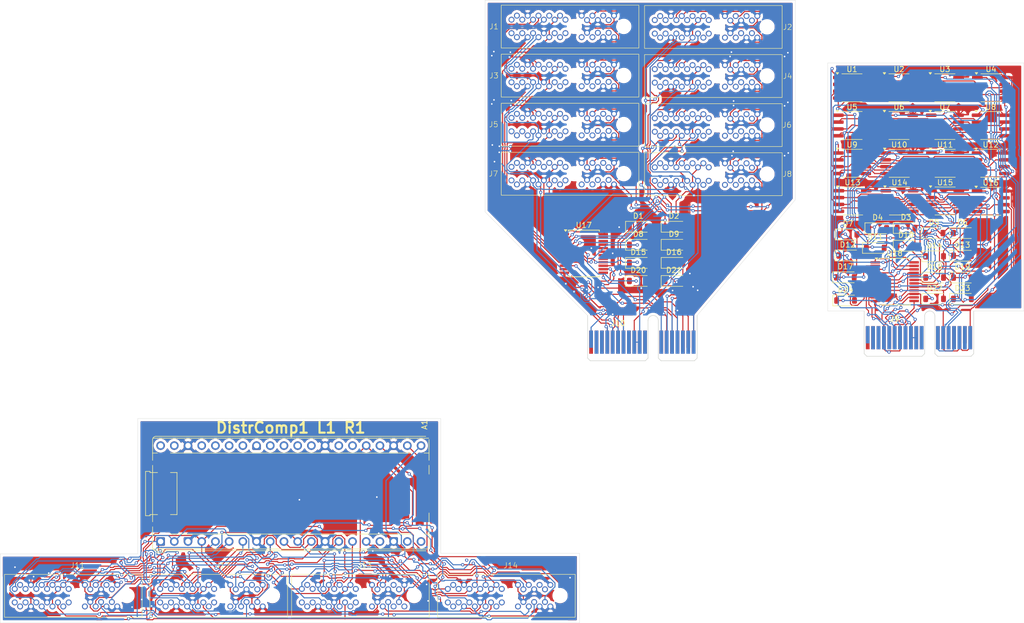
<source format=kicad_pcb>
(kicad_pcb (version 20241229) (generator "pcbnew") (generator_version "9.0")
  (layers (0 "F.Cu" signal) (2 "B.Cu" signal) (13 "F.Paste" user) (15 "B.Paste" user) (5 "F.SilkS" user "F.Silkscreen") (7 "B.SilkS" user "B.Silkscreen") (1 "F.Mask" user) (3 "B.Mask" user) (25 "Edge.Cuts" user))
  (net 0 "")
  (net 1 "GND")
  (net 2 "/SheathL1/+3V3")
  (net 3 "Net-(D1-A)")
  (net 4 "/Blade/E1")
  (net 5 "/Blade/E2")
  (net 6 "/Blade/E3")
  (net 7 "/Blade/E4")
  (net 8 "/Blade/E5")
  (net 9 "/Blade/E6")
  (net 10 "/Blade/E7")
  (net 11 "/Blade/E8")
  (net 12 "/Blade/E9")
  (net 13 "/Blade/E10")
  (net 14 "/Blade/E11")
  (net 15 "/Blade/E12")
  (net 16 "/Blade/E13")
  (net 17 "/Blade/E14")
  (net 18 "/Blade/E15")
  (net 19 "/Blade/E0")
  (net 20 "/Blade/PA5")
  (net 21 "/Blade/PA3")
  (net 22 "/Blade/PA6")
  (net 23 "/Blade/PA4")
  (net 24 "/Blade/CC0")
  (net 25 "/Blade/CD0")
  (net 26 "/Blade/CD1")
  (net 27 "/Blade/CC1")
  (net 28 "/Blade/CC2")
  (net 29 "/Blade/CD2")
  (net 30 "/Blade/CD3")
  (net 31 "/Blade/CC3")
  (net 32 "Net-(D10-A)")
  (net 33 "Net-(J9-JTAG3)")
  (net 34 "Net-(J9-JTAG2)")
  (net 35 "Net-(J9-JTAG4)")
  (net 51 "/SheathL1/Be2")
  (net 54 "/SheathL1/En15")
  (net 55 "/SheathL1/En1")
  (net 58 "/SheathL1/En3")
  (net 63 "/SheathL1/PA3")
  (net 65 "/SheathL1/PA5")
  (net 69 "/SheathL1/PA6")
  (net 72 "/SheathL1/En0")
  (net 73 "/SheathL1/Be3")
  (net 74 "/SheathL1/En2")
  (net 75 "/SheathL1/PA4")
  (net 77 "/SheathL1/Be1")
  (net 78 "/SheathL1/Be0")
  (net 79 "/Blade/+3V3")
  (net 80 "/SheathL0/E0")
  (net 81 "/SheathL0/E1")
  (net 82 "/SheathL0/E2")
  (net 83 "/SheathL0/E3")
  (net 84 "/SheathL0/E4")
  (net 85 "/SheathL0/E5")
  (net 86 "/SheathL0/E6")
  (net 87 "/SheathL0/E7")
  (net 91 "/SheathL0/En15")
  (net 96 "/SheathL0/PA6")
  (net 97 "/SheathL0/En1")
  (net 98 "/SheathL0/PA4")
  (net 102 "/SheathL0/En0")
  (net 105 "/SheathL0/En2")
  (net 106 "/SheathL0/En3")
  (net 110 "/SheathL0/PA3")
  (net 111 "/SheathL0/PA5")
  (net 218 "/SheathL0/Be0")
  (net 222 "/SheathL0/Be3")
  (net 223 "/SheathL0/Be1")
  (net 228 "/SheathL0/Be2")
  (net 237 "/SheathL1/S0")
  (net 250 "/SheathL1/S1")
  (net 256 "/SheathL1/S2")
  (net 268 "/SheathL1/S3")
  (net 280 "Net-(J9-JTAG1)")
  (net 281 "/SheathL0/+3V3")
  (footprint "Diode_SMD:D_SOD-123" (layer "F.Cu") (at 151.7 79.775)
    (property "Reference" "D9")
    (property "Value" "D_Schottky")
  )
  (footprint "Package_SO:SOP-8_3.76x4.96mm_P1.27mm" (layer "F.Cu") (at 184.7 64.65)
    (property "Reference" "U9")
    (property "Value" "NY8A054ES8")
  )
  (footprint "Diode_SMD:D_SOD-123" (layer "F.Cu") (at 183.95 77.85)
    (property "Reference" "D7")
    (property "Value" "D_Schottky")
  )
  (footprint "Package_SO:SOP-8_3.76x4.96mm_P1.27mm" (layer "F.Cu") (at 201.95 64.65)
    (property "Reference" "U11")
    (property "Value" "NY8A054ES8")
  )
  (footprint "Package_SO:SOP-8_3.76x4.96mm_P1.27mm" (layer "F.Cu") (at 210.4 64.65)
    (property "Reference" "U12")
    (property "Value" "NY8A054ES8")
  )
  (footprint "Diode_SMD:D_SOD-123" (layer "F.Cu") (at 151.7 86.475)
    (property "Reference" "D21")
    (property "Value" "D_Schottky")
  )
  (footprint "Package_SO:SOP-8_3.76x4.96mm_P1.27mm" (layer "F.Cu") (at 184.8 71.65)
    (property "Reference" "U13")
    (property "Value" "NY8A054ES8")
  )
  (footprint "Package_SO:SOP-8_3.76x4.96mm_P1.27mm" (layer "F.Cu") (at 201.9 57.65)
    (property "Reference" "U7")
    (property "Value" "NY8A054ES8")
  )
  (footprint "Package_SO:SOP-8_3.76x4.96mm_P1.27mm" (layer "F.Cu") (at 201.95 71.65)
    (property "Reference" "U15")
    (property "Value" "NY8A054ES8")
  )
  (footprint "Package_SO:SOP-8_3.76x4.96mm_P1.27mm" (layer "F.Cu") (at 201.9 50.65)
    (property "Reference" "U3")
    (property "Value" "NY8A054ES8")
  )
  (footprint "Local:PCIexpress_HYCW05-PCI36-155B" (layer "F.Cu") (at 133.25 39.275)
    (property "Reference" "J1")
    (property "Value" "Bus_PCI_Express_x1")
  )
  (footprint "Package_SO:SOP-8_3.76x4.96mm_P1.27mm" (layer "F.Cu") (at 210.45 50.65)
    (property "Reference" "U4")
    (property "Value" "NY8A054ES8")
  )
  (footprint "Local:PCIexpress_HYCW05-PCI36-155B" (layer "F.Cu") (at 159.8 48.45)
    (property "Reference" "J4")
    (property "Value" "Bus_PCI_Express_x1")
  )
  (footprint "Diode_SMD:D_SOD-123" (layer "F.Cu") (at 194.7 79.95)
    (property "Reference" "D10")
    (property "Value" "D_Schottky")
  )
  (footprint "Diode_SMD:D_SOD-123" (layer "F.Cu") (at 199.9 77.6)
    (property "Reference" "D5")
    (property "Value" "D_Schottky")
  )
  (footprint "Package_SO:SOP-8_3.76x4.96mm_P1.27mm" (layer "F.Cu") (at 193.5 71.65)
    (property "Reference" "U14")
    (property "Value" "NY8A054ES8")
  )
  (footprint "Package_SO:SOP-8_3.76x4.96mm_P1.27mm" (layer "F.Cu") (at 210.4 57.65)
    (property "Reference" "U8")
    (property "Value" "NY8A054ES8")
  )
  (footprint "Diode_SMD:D_SOD-123" (layer "F.Cu") (at 205.15 85.85)
    (property "Reference" "D19")
    (property "Value" "D_Schottky")
  )
  (footprint "Diode_SMD:D_SOD-123" (layer "F.Cu") (at 151.7 76.425)
    (property "Reference" "D2")
    (property "Value" "D_Schottky")
  )
  (footprint "Local:PCIexpress_HYCW05-PCI36-155B" (layer "F.Cu") (at 133.25 66.575)
    (property "Reference" "J7")
    (property "Value" "Bus_PCI_Express_x1")
  )
  (footprint "Package_SO:SOP-8_3.76x4.96mm_P1.27mm" (layer "F.Cu") (at 184.7 57.65)
    (property "Reference" "U5")
    (property "Value" "NY8A054ES8")
  )
  (footprint "Local:PCIexpress_HYCW05-PCI36-155B" (layer "F.Cu") (at 159.8 57.55)
    (property "Reference" "J6")
    (property "Value" "Bus_PCI_Express_x1")
  )
  (footprint "Local:PCIexpress_HYCW05-PCI36-155B" (layer "F.Cu") (at 41.2025 144.835)
    (property "Reference" "J11")
    (property "Value" "Bus_PCI_Express_x1")
  )
  (footprint "Connector_PCBEdge:BUS_PCIexpress_x1" (layer "F.Cu") (at 136.35 97.825)
    (property "Reference" "J10")
    (property "Value" "Bus_PCI_Express_x1")
    (fp_line (start -0.65 -4.95) (end -0.65 2.95) (stroke (width 0.1)) (layer "Edge.Cuts"))
    (fp_line (start -0.65 2.95) (end -0.15 3.45) (stroke (width 0.1)) (layer "Edge.Cuts"))
    (fp_line (start -0.15 3.45) (end 10.05 3.45) (stroke (width 0.1)) (layer "Edge.Cuts"))
    (fp_line (start 10.55 -4) (end 10.55 2.95) (stroke (width 0.1)) (layer "Edge.Cuts"))
    (fp_line (start 10.55 2.95) (end 10.05 3.45) (stroke (width 0.1)) (layer "Edge.Cuts"))
    (fp_line (start 12.45 -4) (end 12.45 2.95) (stroke (width 0.1)) (layer "Edge.Cuts"))
    (fp_line (start 12.45 2.95) (end 12.95 3.45) (stroke (width 0.1)) (layer "Edge.Cuts"))
    (fp_line (start 12.95 3.45) (end 19.15 3.45) (stroke (width 0.1)) (layer "Edge.Cuts"))
    (fp_line (start 19.65 -4.95) (end 19.65 2.95) (stroke (width 0.1)) (layer "Edge.Cuts"))
    (fp_line (start 19.65 2.95) (end 19.15 3.45) (stroke (width 0.1)) (layer "Edge.Cuts"))
    (fp_arc (start 10.55 -4) (mid 11.5 -4.95) (end 12.45 -4) (stroke (width 0.1)) (layer "Edge.Cuts"))
  )
  (footprint "Diode_SMD:D_SOD-123" (layer "F.Cu") (at 151.7 83.125)
    (property "Reference" "D16")
    (property "Value" "D_Schottky")
  )
  (footprint "Diode_SMD:D_SOD-123" (layer "F.Cu") (at 189.45 76.7)
    (property "Reference" "D4")
    (property "Value" "D_Schottky")
  )
  (footprint "Diode_SMD:D_SOD-123" (layer "F.Cu") (at 205.15 89.8)
    (property "Reference" "D23")
    (property "Value" "D_Schottky")
  )
  (footprint "Diode_SMD:D_SOD-123" (layer "F.Cu") (at 189 80.35)
    (property "Reference" "D11")
    (property "Value" "D_Schottky")
  )
  (footprint "Package_SO:SOP-8_3.76x4.96mm_P1.27mm" (layer "F.Cu") (at 193.4 57.65)
    (property "Reference" "U6")
    (property "Value" "NY8A054ES8")
  )
  (footprint "Diode_SMD:D_SOD-123" (layer "F.Cu") (at 145.1 76.425)
    (property "Reference" "D1")
    (property "Value" "D_Schottky")
  )
  (footprint "Package_SO:SOP-8_3.76x4.96mm_P1.27mm" (layer "F.Cu") (at 193.45 64.65)
    (property "Reference" "U10")
    (property "Value" "NY8A054ES8")
  )
  (footprint "Module:RaspberryPi_Pico_Common_THT" (layer "F.Cu") (at 56.5825 134.79 90)
    (property "Reference" "A1")
    (property "Value" "RaspberryPi_Pico")
  )
  (footprint "Local:PCIexpress_HYCW05-PCI36-155B" (layer "F.Cu") (at 94.4025 144.835)
    (property "Reference" "J13")
    (property "Value" "Bus_PCI_Express_x1")
  )
  (footprint "Diode_SMD:D_SOD-123" (layer "F.Cu") (at 205.15 77.6)
    (property "Reference" "D6")
    (property "Value" "D_Schottky")
  )
  (footprint "Diode_SMD:D_SOD-123" (layer "F.Cu") (at 183.5 90.1)
    (property "Reference" "D24")
    (property "Value" "D_Schottky")
  )
  (footprint "Diode_SMD:D_SOD-123" (layer "F.Cu") (at 145.1 83.125)
    (property "Reference" "D15")
    (property "Value" "D_Schottky")
  )
  (footprint "Local:PCIexpress_HYCW05-PCI36-155B" (layer "F.Cu") (at 159.8 39.35)
    (property "Reference" "J2")
    (property "Value" "Bus_PCI_Express_x1")
  )
  (footprint "Diode_SMD:D_SOD-123" (layer "F.Cu") (at 145.1 79.775)
    (property "Reference" "D8")
    (property "Value" "D_Schottky")
  )
  (footprint "Package_SO:SOP-8_3.76x4.96mm_P1.27mm" (layer "F.Cu") (at 193.4 50.65)
    (property "Reference" "U2")
    (property "Value" "NY8A054ES8")
  )
  (footprint "Diode_SMD:D_SOD-123" (layer "F.Cu") (at 205.15 81.8)
    (property "Reference" "D13")
    (property "Value" "D_Schottky")
  )
  (footprint "Diode_SMD:D_SOD-123" (layer "F.Cu") (at 200 85.85)
    (property "Reference" "D18")
    (property "Value" "D_Schottky")
  )
  (footprint "Package_SO:SOP-8_3.76x4.96mm_P1.27mm" (layer "F.Cu") (at 184.6875 50.655)
    (property "Reference" "U1")
    (property "Value" "NY8A054ES8")
  )
  (footprint "Diode_SMD:D_SOD-123" (layer "F.Cu") (at 194.7 76.65)
    (property "Reference" "D3")
    (property "Value" "D_Schottky")
  )
  (footprint "Local:PCIexpress_HYCW05-PCI36-155B" (layer "F.Cu") (at 133.25 48.375)
    (property "Reference" "J3")
    (property "Value" "Bus_PCI_Express_x1")
  )
  (footprint "Local:PCIexpress_HYCW05-PCI36-155B" (layer "F.Cu") (at 159.8 66.65)
    (property "Reference" "J8")
    (property "Value" "Bus_PCI_Express_x1")
  )
  (footprint "Diode_SMD:D_SOD-123" (layer "F.Cu") (at 200 81.9)
    (property "Reference" "D14")
    (property "Value" "D_Schottky")
  )
  (footprint "Diode_SMD:D_SOD-123" (layer "F.Cu") (at 183.9 81.75)
    (property "Reference" "D12")
    (property "Value" "D_Schottky")
  )
  (footprint "Package_SO:SSOP-24_5.3x8.2mm_P0.65mm" (layer "F.Cu") (at 192.6 86.6)
    (property "Reference" "U18")
    (property "Value" "CD74HC4067SM")
  )
  (footprint "Diode_SMD:D_SOD-123" (layer "F.Cu") (at 183.45 85.8)
    (property "Reference" "D17")
    (property "Value" "D_Schottky")
  )
  (footprint "Package_SO:SOP-8_3.76x4.96mm_P1.27mm" (layer "F.Cu") (at 210.4 71.7)
    (property "Reference" "U16")
    (property "Value" "NY8A054ES8")
  )
  (footprint "Connector_PCBEdge:BUS_PCIexpress_x1" (layer "F.Cu") (at 187.6 97)
    (property "Reference" "J9")
    (property "Value" "Bus_PCI_Express_x1")
    (fp_line (start -0.65 -4.95) (end -0.65 2.95) (stroke (width 0.1)) (layer "Edge.Cuts"))
    (fp_line (start -0.65 2.95) (end -0.15 3.45) (stroke (width 0.1)) (layer "Edge.Cuts"))
    (fp_line (start -0.15 3.45) (end 10.05 3.45) (stroke (width 0.1)) (layer "Edge.Cuts"))
    (fp_line (start 10.55 -4) (end 10.55 2.95) (stroke (width 0.1)) (layer "Edge.Cuts"))
    (fp_line (start 10.55 2.95) (end 10.05 3.45) (stroke (width 0.1)) (layer "Edge.Cuts"))
    (fp_line (start 12.45 -4) (end 12.45 2.95) (stroke (width 0.1)) (layer "Edge.Cuts"))
    (fp_line (start 12.45 2.95) (end 12.95 3.45) (stroke (width 0.1)) (layer "Edge.Cuts"))
    (fp_line (start 12.95 3.45) (end 19.15 3.45) (stroke (width 0.1)) (layer "Edge.Cuts"))
    (fp_line (start 19.65 -4.95) (end 19.65 2.95) (stroke (width 0.1)) (layer "Edge.Cuts"))
    (fp_line (start 19.65 2.95) (end 19.15 3.45) (stroke (width 0.1)) (layer "Edge.Cuts"))
    (fp_arc (start 10.55 -4) (mid 11.5 -4.95) (end 12.45 -4) (stroke (width 0.1)) (layer "Edge.Cuts"))
  )
  (footprint "Local:PCIexpress_HYCW05-PCI36-155B" (layer "F.Cu") (at 68.1525 144.835)
    (property "Reference" "J12")
    (property "Value" "Bus_PCI_Express_x1")
  )
  (footprint "Local:PCIexpress_HYCW05-PCI36-155B" (layer "F.Cu") (at 133.25 57.475)
    (property "Reference" "J5")
    (property "Value" "Bus_PCI_Express_x1")
  )
  (footprint "Diode_SMD:D_SOD-123" (layer "F.Cu") (at 145.1 86.475)
    (property "Reference" "D20")
    (property "Value" "D_Schottky")
  )
  (footprint "Local:PCIexpress_HYCW05-PCI36-155B" (layer "F.Cu") (at 121.4525 144.835)
    (property "Reference" "J14")
    (property "Value" "Bus_PCI_Express_x1")
  )
  (footprint "Package_SO:SSOP-24_5.3x8.2mm_P0.65mm" (layer "F.Cu") (at 135 81.375)
    (property "Reference" "U17")
    (property "Value" "CD74HC4067SM")
  )
  (footprint "Diode_SMD:D_SOD-123" (layer "F.Cu") (at 200 89.8)
    (property "Reference" "D22")
    (property "Value" "D_Schottky")
  )
  (gr_line (start 149.35 97.8) (end 149.35 90.15) (stroke (width 0.2)) (layer "B.Cu") (net 1))
  (gr_line (start 108.5 137) (end 108.5 112) (stroke (width 0.05)) (layer "Edge.Cuts"))
  (gr_line (start 52.35 112) (end 52.35 137.1) (stroke (width 0.05)) (layer "Edge.Cuts"))
  (gr_line (start 134.2 137) (end 108.5 137) (stroke (width 0.05)) (layer "Edge.Cuts"))
  (gr_line (start 174.2 71.4) (end 156 92.875) (stroke (width 0.05)) (layer "Edge.Cuts"))
  (gr_line (start 108.5 112) (end 52.35 112) (stroke (width 0.05)) (layer "Edge.Cuts"))
  (gr_line (start 180.2 92.05) (end 186.95 92.05) (stroke (width 0.05)) (layer "Edge.Cuts"))
  (gr_line (start 174.2 34.4) (end 174.2 71.4) (stroke (width 0.05)) (layer "Edge.Cuts"))
  (gr_line (start 216.55 92.05) (end 216.55 46.05) (stroke (width 0.05)) (layer "Edge.Cuts"))
  (gr_line (start 26.85 149.9) (end 134.2 149.9) (stroke (width 0.05)) (layer "Edge.Cuts"))
  (gr_line (start 207.25 92.05) (end 216.55 92.05) (stroke (width 0.05)) (layer "Edge.Cuts"))
  (gr_line (start 180.2 46.05) (end 180.2 92.05) (stroke (width 0.05)) (layer "Edge.Cuts"))
  (gr_line (start 26.85 137.1) (end 26.85 149.9) (stroke (width 0.05)) (layer "Edge.Cuts"))
  (gr_line (start 116.7 34.4) (end 174.2 34.4) (stroke (width 0.05)) (layer "Edge.Cuts"))
  (gr_line (start 134.2 149.9) (end 134.2 137) (stroke (width 0.05)) (layer "Edge.Cuts"))
  (gr_line (start 135.7 92.875) (end 116.7 73.65) (stroke (width 0.05)) (layer "Edge.Cuts"))
  (gr_line (start 52.35 137.1) (end 26.85 137.1) (stroke (width 0.05)) (layer "Edge.Cuts"))
  (gr_line (start 216.55 46.05) (end 180.2 46.05) (stroke (width 0.05)) (layer "Edge.Cuts"))
  (gr_line (start 116.7 73.65) (end 116.7 34.4) (stroke (width 0.05)) (layer "Edge.Cuts"))
  (gr_text "DistrComp1 L1 R1" (at 80.7 113.7 0) (layer "F.SilkS") (effects (font (size 2 2) (thickness 0.4) (bold yes))))
  (segment (start 166.502496 57.226) (end 165.001 57.226) (width 0.2) (layer "F.Cu") (net 1))
  (segment (start 32.5525 146.835) (end 32.5525 144.7525) (width 0.2) (layer "F.Cu") (net 1))
  (segment (start 205.0635 48.119) (end 212.3615 48.119) (width 0.2) (layer "F.Cu") (net 1))
  (segment (start 88.104996 147.686) (end 86.6035 147.686) (width 0.2) (layer "F.Cu") (net 1))
  (segment (start 115.8025 147.038496) (end 115.154996 147.686) (width 0.2) (layer "F.Cu") (net 1))
  (segment (start 140.6 65.603496) (end 139.952496 66.251) (width 0.2) (layer "F.Cu") (net 1))
  (segment (start 113.154996 147.187496) (end 112.8025 146.835) (width 0.2) (layer "F.Cu") (net 1))
  (segment (start 187.9635 69.119) (end 187.3375 69.745) (width 0.2) (layer "F.Cu") (net 1))
  (segment (start 165.125 39.15) (end 164.15 38.175) (width 0.2) (layer "F.Cu") (net 1))
  (segment (start 193.6 99.35) (end 193.6 97) (width 0.2) (layer "F.Cu") (net 1))
  (segment (start 214.226 63.046001) (end 214.226 65.000826) (width 0.2) (layer "F.Cu") (net 1))
  (segment (start 96.7525 147.038496) (end 95.990996 147.8) (width 0.2) (layer "F.Cu") (net 1))
  (segment (start 95.6 141.15) (end 96.9 141.15) (width 0.2) (layer "F.Cu") (net 1))
  (segment (start 212.9375 55.745) (end 211.307553 54.115053) (width 0.2) (layer "F.Cu") (net 1))
  (segment (start 204.4875 69.745) (end 203.8615 69.119) (width 0.2) (layer "F.Cu") (net 1))
  (segment (start 167.15 46.45) (end 167.15 47.478496) (width 0.2) (layer "F.Cu") (net 1))
  (segment (start 56.1066 142.327782) (end 56.1066 142.230297) (width 0.2) (layer "F.Cu") (net 1))
  (segment (start 206.6 91.846322) (end 206.6 97) (width 0.2) (layer "F.Cu") (net 1))
  (segment (start 138.451 48.051) (end 137.6 47.2) (width 0.2) (layer "F.Cu") (net 1))
  (segment (start 101.7525 145.19309) (end 103.15941 146.6) (width 0.2) (layer "F.Cu") (net 1))
  (segment (start 187.225 48.75) (end 188.075 47.9) (width 0.2) (layer "F.Cu") (net 1))
  (segment (start 212.9875 48.745) (end 213.974999 48.745) (width 0.2) (layer "F.Cu") (net 1))
  (segment (start 95.990996 147.8) (end 92.3 147.8) (width 0.2) (layer "F.Cu") (net 1))
  (segment (start 33.85 138.65) (end 30.1 138.65) (width 0.2) (layer "F.Cu") (net 1))
  (segment (start 103.15941 146.6) (end 104 146.6) (width 0.2) (layer "F.Cu") (net 1))
  (segment (start 214.226 56.046001) (end 214.226 61.4565) (width 0.2) (layer "F.Cu") (net 1))
  (segment (start 140.6 56.503496) (end 139.952496 57.151) (width 0.2) (layer "F.Cu") (net 1))
  (segment (start 166.502496 48.126) (end 165.001 48.126) (width 0.2) (layer "F.Cu") (net 1))
  (segment (start 42.5525 144.02691) (end 43.17559 144.65) (width 0.2) (layer "F.Cu") (net 1))
  (segment (start 214.276 49.046001) (end 214.276 54.4065) (width 0.2) (layer "F.Cu") (net 1))
  (segment (start 193.85 90.15) (end 193.380761 90.15) (width 0.2) (layer "F.Cu") (net 1))
  (segment (start 111.4675 141.5) (end 109.819239 141.5) (width 0.2) (layer "F.Cu") (net 1))
  (segment (start 166.378496 39.15) (end 165.125 39.15) (width 0.2) (layer "F.Cu") (net 1))
  (segment (start 165.001 66.326) (end 164.15 65.475) (width 0.2) (layer "F.Cu") (net 1))
  (segment (start 138.451 38.951) (end 137.6 38.1) (width 0.2) (layer "F.Cu") (net 1))
  (segment (start 196.2 88.875) (end 195.125 88.875) (width 0.2) (layer "F.Cu") (net 1))
  (segment (start 138.451 66.251) (end 137.6 65.4) (width 0.2) (layer "F.Cu") (net 1))
  (segment (start 153.35 97.825) (end 153.35 92.95) (width 0.2) (layer "F.Cu") (net 1))
  (segment (start 215.097054 65.87188) (end 215.097054 67.635446) (width 0.2) (layer "F.Cu") (net 1))
  (segment (start 140.6 46.375) (end 140.6 47.403496) (width 0.2) (layer "F.Cu") (net 1))
  (segment (start 209.815686 88.75) (end 207.115686 91.45) (width 0.2) (layer "F.Cu") (net 1))
  (segment (start 215.097054 67.635446) (end 212.9375 69.795) (width 0.2) (layer "F.Cu") (net 1))
  (segment (start 95.7525 143.9525) (end 96.7 144.9) (width 0.2) (layer "F.Cu") (net 1))
  (segment (start 140.6 55.475) (end 140.6 56.503496) (width 0.2) (layer "F.Cu") (net 1))
  (segment (start 75.5025 143.863496) (end 74.613496 144.7525) (width 0.2) (layer "F.Cu") (net 1))
  (segment (start 204.6 97) (end 204.6 98.8) (width 0.2) (layer "F.Cu") (net 1))
  (segment (start 167.15 56.578496) (end 166.502496 57.226) (width 0.2) (layer "F.Cu") (net 1))
  (segment (start 106.816 141.984) (end 106.046789 142.753211) (width 0.2) (layer "F.Cu") (net 1))
  (segment (start 195.9875 62.745) (end 197.0325 61.7) (width 0.2) (layer "F.Cu") (net 1))
  (segment (start 192.555761 88.875) (end 191.375 88.875) (width 0.2) (layer "F.Cu") (net 1))
  (segment (start 197.0325 61.7) (end 203.4425 61.7) (width 0.2) (layer "F.Cu") (net 1))
  (segment (start 189.85 93.9) (end 189.85 93.715685) (width 0.2) (layer "F.Cu") (net 1))
  (segment (start 106.046789 142.753211) (end 105.869784 142.753211) (width 0.2) (layer "F.Cu") (net 1))
  (segment (start 201.6 99.102) (end 201.949 99.451) (width 0.2) (layer "F.Cu") (net 1))
  (segment (start 165.001 48.126) (end 164.15 47.275) (width 0.2) (layer "F.Cu") (net 1))
  (segment (start 32.5525 142.835) (end 32.5525 141.7975) (width 0.2) (layer "F.Cu") (net 1))
  (segment (start 42.5525 142.835) (end 42.5525 142.8025) (width 0.2) (layer "F.Cu") (net 1))
  (segment (start 204.6 99.05) (end 204.6 97) (width 0.2) (layer "F.Cu") (net 1))
  (segment (start 75.5025 142.835) (end 75.5025 143.863496) (width 0.2) (layer "F.Cu") (net 1))
  (segment (start 32.5525 144.7525) (end 32.55 144.75) (width 0.2) (layer "F.Cu") (net 1))
  (segment (start 195.9375 55.745) (end 195.3115 55.119) (width 0.2) (layer "F.Cu") (net 1))
  (segment (start 214.626 73.080325) (end 214.626 85.093239) (width 0.2) (layer "F.Cu") (net 1))
  (segment (start 140.6 47.403496) (end 139.952496 48.051) (width 0.2) (layer "F.Cu") (net 1))
  (segment (start 138.6 83.65) (end 140.512247 83.65) (width 0.2) (layer "F.Cu") (net 1))
  (segment (start 200.880761 91.25) (end 201.6 91.969239) (width 0.2) (layer "F.Cu") (net 1))
  (segment (start 206.996322 91.45) (end 206.6 91.846322) (width 0.2) (layer "F.Cu") (net 1))
  (segment (start 206.6 98.8) (end 206.6 97) (width 0.2) (layer "F.Cu") (net 1))
  (segment (start 206.05 99.35) (end 206.6 98.8) (width 0.2) (layer "F.Cu") (net 1))
  (segment (start 109.819239 141.5) (end 109.119239 140.8) (width 0.2) (layer "F.Cu") (net 1))
  (segment (start 109.119239 140.8) (end 108.580761 140.8) (width 0.2) (layer "F.Cu") (net 1))
  (segment (start 212.3615 48.119) (end 212.9875 48.745) (width 0.2) (layer "F.Cu") (net 1))
  (segment (start 167.15 65.678496) (end 166.502496 66.326) (width 0.2) (layer "F.Cu") (net 1))
  (segment (start 86.6035 147.686) (end 85.7525 146.835) (width 0.2) (layer "F.Cu") (net 1))
  (segment (start 140.6 38.303496) (end 139.952496 38.951) (width 0.2) (layer "F.Cu") (net 1))
  (segment (start 189 92.865685) (end 189 90.175) (width 0.2) (layer "F.Cu") (net 1))
  (segment (start 204.6 98.8) (end 205.15 99.35) (width 0.2) (layer "F.Cu") (net 1))
  (segment (start 196.6635 69.119) (end 196.0375 69.745) (width 0.2) (layer "F.Cu") (net 1))
  (segment (start 96.9 141.15) (end 97.1 141.35) (width 0.2) (layer "F.Cu") (net 1))
  (segment (start 204.4875 62.745) (end 205.1135 62.119) (width 0.2) (layer "F.Cu") (net 1))
  (segment (start 205.1825 69.05) (end 204.4875 69.745) (width 0.2) (layer "F.Cu") (net 1))
  (segment (start 205.15 99.35) (end 206.05 99.35) (width 0.2) (layer "F.Cu") (net 1))
  (segment (start 190.6 97) (end 190.6 99.102) (width 0.2) (layer "F.Cu") (net 1))
  (segment (start 212.9375 69.795) (end 212.1925 69.05) (width 0.2) (layer "F.Cu") (net 1))
  (segment (start 107.396761 141.984) (end 106.816 141.984) (width 0.2) (layer "F.Cu") (net 1))
  (segment (start 211.307553 54.115053) (end 206.067447 54.115053) (width 0.2) (layer "F.Cu") (net 1))
  (segment (start 95.7525 142.835) (end 95.7525 143.9525) (width 0.2) (layer "F.Cu") (net 1))
  (segment (start 142.35 97.825) (end 142.35 91.9) (width 0.2) (layer "F.Cu") (net 1))
  (segment (start 139.952496 66.251) (end 138.451 66.251) (width 0.2) (layer "F.Cu") (net 1))
  (segment (start 195.3115 55.119) (end 187.8635 55.119) (width 0.2) (layer "F.Cu") (net 1))
  (segment (start 212.3115 62.119) (end 212.9375 62.745) (width 0.2) (layer "F.Cu") (net 1))
  (segment (start 206.067447 54.115053) (end 204.4375 55.745) (width 0.2) (layer "F.Cu") (net 1))
  (segment (start 55.35 144.1) (end 55.35 143.084382) (width 0.2) (layer "F.Cu") (net 1))
  (segment (start 187.8635 55.119) (end 187.2375 55.745) (width 0.2) (layer "F.Cu") (net 1))
  (segment (start 195.4115 69.119) (end 187.9635 69.119) (width 0.2) (layer "F.Cu") (net 1))
  (segment (start 167.15 47.478496) (end 166.502496 48.126) (width 0.2) (layer "F.Cu") (net 1))
  (segment (start 195.9375 48.745) (end 196.5635 48.119) (width 0.2) (layer "F.Cu") (net 1))
  (segment (start 188.075 47.9) (end 195.0925 47.9) (width 0.2) (layer "F.Cu") (net 1))
  (segment (start 207.115686 91.45) (end 206.996322 91.45) (width 0.2) (layer "F.Cu") (net 1))
  (segment (start 35.85 140.65) (end 33.85 138.65) (width 0.2) (layer "F.Cu") (net 1))
  (segment (start 212.9375 69.795) (end 213.924999 69.795) (width 0.2) (layer "F.Cu") (net 1))
  (segment (start 167.15 64.65) (end 167.15 65.678496) (width 0.2) (layer "F.Cu") (net 1))
  (segment (start 197.4 89) (end 197.4 90.65) (width 0.2) (layer "F.Cu") (net 1))
  (segment (start 165.001 57.226) (end 164.15 56.375) (width 0.2) (layer "F.Cu") (net 1))
  (segment (start 187.2375 62.745) (end 187.9325 62.05) (width 0.2) (layer "F.Cu") (net 1))
  (segment (start 43.5525 147.038496) (end 44.200004 147.686) (width 0.2) (layer "F.Cu") (net 1))
  (segment (start 197.4 90.65) (end 198 91.25) (width 0.2) (layer "F.Cu") (net 1))
  (segment (start 212.9375 62.745) (end 213.924999 62.745) (width 0.2) (layer "F.Cu") (net 1))
  (segment (start 214.226 70.096001) (end 214.226 72.680324) (width 0.2) (layer "F.Cu") (net 1))
  (segment (start 196.0375 69.745) (end 195.4115 69.119) (width 0.2) (layer "F.Cu") (net 1))
  (segment (start 166.502496 66.326) (end 165.001 66.326) (width 0.2) (layer "F.Cu") (net 1))
  (segment (start 213.924999 69.795) (end 214.226 70.096001) (width 0.2) (layer "F.Cu") (net 1))
  (segment (start 213.924999 55.745) (end 214.226 56.046001) (width 0.2) (layer "F.Cu") (net 1))
  (segment (start 212.1925 69.05) (end 205.1825 69.05) (width 0.2) (layer "F.Cu") (net 1))
  (segment (start 155.35 97.825) (end 155.35 90.15) (width 0.2) (layer "F.Cu") (net 1))
  (segment (start 139.952496 38.951) (end 138.451 38.951) (width 0.2) (layer "F.Cu") (net 1))
  (segment (start 153.35 92.95) (end 152.35 91.95) (width 0.2) (layer "F.Cu") (net 1))
  (segment (start 127.6 71.25) (end 127.85 71.5) (width 0.2) (layer "F.Cu") (net 1))
  (segment (start 197.275 88.875) (end 197.4 89) (width 0.2) (layer "F.Cu") (net 1))
  (segment (start 114.450004 147.686) (end 113.9515 147.187496) (width 0.2) (layer "F.Cu") (net 1))
  (segment (start 195.0925 47.9) (end 195.9375 48.745) (width 0.2) (layer "F.Cu") (net 1))
  (segment (start 195.125 88.875) (end 193.85 90.15) (width 0.2) (layer "F.Cu") (net 1))
  (segment (start 73.5025 146.835) (end 73.5025 144.7525) (width 0.2) (layer "F.Cu") (net 1))
  (segment (start 32.5525 141.7975) (end 33.05 141.3) (width 0.2) (layer "F.Cu") (net 1))
  (segment (start 94.1675 141.25) (end 93.5 141.25) (width 0.2) (layer "F.Cu") (net 1))
  (segment (start 191.55 99.65) (end 191.651 99.65) (width 0.2) (layer "F.Cu") (net 1))
  (segment (start 214.226 61.4565) (end 212.9375 62.745) (width 0.2) (layer "F.Cu") (net 1))
  (segment (start 201.949 99.451) (end 204.199 99.451) (width 0.2) (layer "F.Cu") (net 1))
  (segment (start 190.6 97) (end 190.6 94.65) (width 0.2) (layer "F.Cu") (net 1))
  (segment (start 196.5635 48.119) (end 203.8115 48.119) (width 0.2) (layer "F.Cu") (net 1))
  (segment (start 44.200004 147.686) (end 44.904996 147.686) (width 0.2) (layer "F.Cu") (net 1))
  (segment (start 88.7525 146.085) (end 88.7525 147.038496) (width 0.2) (layer "F.Cu") (net 1))
  (segment (start 122.8025 142.835) (end 122.8025 144.02691) (width 0.2) (layer "F.Cu") (net 1))
  (segment (start 214.626 85.093239) (end 210.969239 88.75) (width 0.2) (layer "F.Cu") (net 1))
  (segment (start 42.5525 142.8025) (end 41.45 141.7) (width 0.2) (layer "F.Cu") (net 1))
  (segment (start 74.613496 144.7525) (end 73.5025 144.7525) (width 0.2) (layer "F.Cu") (net 1))
  (segment (start 115.154996 147.686) (end 114.450004 147.686) (width 0.2) (layer "F.Cu") (net 1))
  (segment (start 139.35 95.155876) (end 139.140755 94.946631) (width 0.2) (layer "F.Cu") (net 1))
  (segment (start 191.85 99.451) (end 193.499 99.451) (width 0.2) (layer "F.Cu") (net 1))
  (segment (start 44.904996 147.686) (end 45.755996 146.835) (width 0.2) (layer "F.Cu") (net 1))
  (segment (start 195.2925 62.05) (end 195.9875 62.745) (width 0.2) (layer "F.Cu") (net 1))
  (segment (start 193 89.769239) (end 193 89.319239) (width 0.2) (layer "F.Cu") (net 1))
  (segment (start 213.924999 62.745) (end 214.226 63.046001) (width 0.2) (layer "F.Cu") (net 1))
  (segment (start 96.15 136.8) (end 95.9 136.55) (width 0.2) (layer "F.Cu") (net 1))
  (segment (start 196.2 88.875) (end 197.275 88.875) (width 0.2) (layer "F.Cu") (net 1))
  (segment (start 214.226 65.000826) (end 215.097054 65.87188) (width 0.2) (layer "F.Cu") (net 1))
  (segment (start 113.9515 147.187496) (end 113.154996 147.187496) (width 0.2) (layer "F.Cu") (net 1))
  (segment (start 138.451 57.151) (end 137.6 56.3) (width 0.2) (layer "F.Cu") (net 1))
  (segment (start 96.15 137.9) (end 96.15 136.8) (width 0.2) (layer "F.Cu") (net 1))
  (segment (start 214.276 54.4065) (end 212.9375 55.745) (width 0.2) (layer "F.Cu") (net 1))
  (segment (start 139.952496 57.151) (end 138.451 57.151) (width 0.2) (layer "F.Cu") (net 1))
  (segment (start 108.580761 140.8) (end 107.396761 141.984) (width 0.2) (layer "F.Cu") (net 1))
  (segment (start 45.5525 142.631504) (end 46.634004 141.55) (width 0.2) (layer "F.Cu") (net 1))
  (segment (start 154.15 67.55) (end 154.05 67.45) (width 0.2) (layer "F.Cu") (net 1))
  (segment (start 212.9375 55.745) (end 213.924999 55.745) (width 0.2) (layer "F.Cu") (net 1))
  (segment (start 203.8115 48.119) (end 204.4375 48.745) (width 0.2) (layer "F.Cu") (net 1))
  (segment (start 123.8025 145.02691) (end 123.8025 146.01) (width 0.2) (layer "F.Cu") (net 1))
  (segment (start 45.755996 146.835) (end 46.5525 146.835) (width 0.2) (layer "F.Cu") (net 1))
  (segment (start 139.952496 48.051) (end 138.451 48.051) (width 0.2) (layer "F.Cu") (net 1))
  (segment (start 69.5025 142.835) (end 69.5025 144.02691) (width 0.2) (layer "F.Cu") (net 1))
  (segment (start 42.5525 142.835) (end 42.5525 144.02691) (width 0.2) (layer "F.Cu") (net 1))
  (segment (start 122.8025 144.02691) (end 123.8025 145.02691) (width 0.2) (layer "F.Cu") (net 1))
  (segment (start 45.5525 143.66) (end 45.5525 142.631504) (width 0.2) (layer "F.Cu") (net 1))
  (segment (start 210.969239 88.75) (end 209.815686 88.75) (width 0.2) (layer "F.Cu") (net 1))
  (segment (start 96.7525 146.01) (end 96.7525 147.038496) (width 0.2) (layer "F.Cu") (net 1))
  (segment (start 193 89.319239) (end 192.555761 88.875) (width 0.2) (layer "F.Cu") (net 1))
  (segment (start 167.15 37.35) (end 167.15 38.378496) (width 0.2) (layer "F.Cu") (net 1))
  (segment (start 197.2325 54.45) (end 195.9375 55.745) (width 0.2) (layer "F.Cu") (net 1))
  (segment (start 154.15 67.9) (end 154.15 67.55) (width 0.2) (layer "F.Cu") (net 1))
  (segment (start 115.8025 146.085) (end 115.8025 147.038496) (width 0.2) (layer "F.Cu") (net 1))
  (segment (start 43.5525 146.01) (end 43.5525 147.038496) (width 0.2) (layer "F.Cu") (net 1))
  (segment (start 213.974999 48.745) (end 214.276 49.046001) (width 0.2) (layer "F.Cu") (net 1))
  (segment (start 187.9325 62.05) (end 195.2925 62.05) (width 0.2) (layer "F.Cu") (net 1))
  (segment (start 139.35 97.825) (end 139.35 95.155876) (width 0.2) (layer "F.Cu") (net 1))
  (segment (start 201.6 97) (end 201.6 99.102) (width 0.2) (layer "F.Cu") (net 1))
  (segment (start 150.35 93.05) (end 149.8 92.5) (width 0.2) (layer "F.Cu") (net 1))
  (segment (start 198 91.25) (end 200.880761 91.25) (width 0.2) (layer "F.Cu") (net 1))
  (segment (start 214.226 72.680324) (end 214.626 73.080325) (width 0.2) (layer "F.Cu") (net 1))
  (segment (start 70.32559 144.85) (end 71.2 144.85) (width 0.2) (layer "F.Cu") (net 1))
  (segment (start 190.075 90.175) (end 189 90.175) (width 0.2) (layer "F.Cu") (net 1))
  (segment (start 101.7525 142.835) (end 101.7525 145.19309) (width 0.2) (layer "F.Cu") (net 1))
  (segment (start 127.6 67.825) (end 127.6 71.25) (width 0.2) (layer "F.Cu") (net 1))
  (segment (start 43.17559 144.65) (end 44.25 144.65) (width 0.2) (layer "F.Cu") (net 1))
  (segment (start 140.6 37.275) (end 140.6 38.303496) (width 0.2) (layer "F.Cu") (net 1))
  (segment (start 95.7525 142.835) (end 94.1675 141.25) (width 0.2) (layer "F.Cu") (net 1))
  (segment (start 69.5025 144.02691) (end 70.32559 144.85) (width 0.2) (layer "F.Cu") (net 1))
  (segment (start 96.7 144.9) (end 97.65 144.9) (width 0.2) (layer "F.Cu") (net 1))
  (segment (start 167.15 38.378496) (end 166.378496 39.15) (width 0.2) (layer "F.Cu") (net 1))
  (segment (start 193.499 99.451) (end 193.6 99.35) (width 0.2) (layer "F.Cu") (net 1))
  (segment (start 190.6 99.102) (end 190.949 99.451) (width 0.2) (layer "F.Cu") (net 1))
  (segment (start 150.35 97.825) (end 150.35 93.05) (width 0.2) (layer "F.Cu") (net 1))
  (segment (start 193.380761 90.15) (end 193 89.769239) (width 0.2) (layer "F.Cu") (net 1))
  (segment (start 203.8615 69.119) (end 196.6635 69.119) (width 0.2) (layer "F.Cu") (net 1))
  (segment (start 140.6 64.575) (end 140.6 65.603496) (width 0.2) (layer "F.Cu") (net 1))
  (segment (start 190.6 94.65) (end 189.85 93.9) (width 0.2) (layer "F.Cu") (net 1))
  (segment (start 167.15 55.55) (end 167.15 56.578496) (width 0.2) (layer "F.Cu") (net 1))
  (segment (start 55.35 143.084382) (end 56.1066 142.327782) (width 0.2) (layer "F.Cu") (net 1))
  (segment (start 88.7525 147.038496) (end 88.104996 147.686) (width 0.2) (layer "F.Cu") (net 1))
  (segment (start 203.4425 61.7) (end 204.4875 62.745) (width 0.2) (layer "F.Cu") (net 1))
  (segment (start 112.8025 142.835) (end 111.4675 141.5) (width 0.2) (layer "F.Cu") (net 1))
  (segment (start 191.651 99.65) (end 191.85 99.451) (width 0.2) (layer "F.Cu") (net 1))
  (segment (start 204.4375 55.745) (end 203.1425 54.45) (width 0.2) (layer "F.Cu") (net 1))
  (segment (start 191.375 88.875) (end 190.075 90.175) (width 0.2) (layer "F.Cu") (net 1))
  (segment (start 201.6 91.969239) (end 201.6 97) (width 0.2) (layer "F.Cu") (net 1))
  (segment (start 204.199 99.451) (end 204.6 99.05) (width 0.2) (layer "F.Cu") (net 1))
  (segment (start 46.634004 141.55) (end 47.45 141.55) (width 0.2) (layer "F.Cu") (net 1))
  (segment (start 203.1425 54.45) (end 197.2325 54.45) (width 0.2) (layer "F.Cu") (net 1))
  (segment (start 204.4375 48.745) (end 205.0635 48.119) (width 0.2) (layer "F.Cu") (net 1))
  (segment (start 189.85 93.715685) (end 189 92.865685) (width 0.2) (layer "F.Cu") (net 1))
  (segment (start 190.949 99.451) (end 191.85 99.451) (width 0.2) (layer "F.Cu") (net 1))
  (segment (start 205.1135 62.119) (end 212.3115 62.119) (width 0.2) (layer "F.Cu") (net 1))
  (via (at 136.4 80.4) (size 0.6) (drill 0.3) (layers "F.Cu" "B.Cu") (net 1))
  (via (at 96.65 126.55) (size 0.6) (drill 0.3) (layers "F.Cu" "B.Cu") (net 1))
  (via (at 33.05 141.3) (size 0.6) (drill 0.3) (layers "F.Cu" "B.Cu") (net 1))
  (via (at 53.1 145.55) (size 0.6) (drill 0.3) (layers "F.Cu" "B.Cu") (net 1))
  (via (at 38.9 140.9) (size 0.6) (drill 0.3) (layers "F.Cu" "B.Cu") (net 1))
  (via (at 97.1 141.35) (size 0.6) (drill 0.3) (layers "F.Cu" "B.Cu") (net 1))
  (via (at 106.15 145.8) (size 0.6) (drill 0.3) (layers "F.Cu" "B.Cu") (net 1))
  (via (at 113.292933 138.251) (size 0.6) (drill 0.3) (layers "F.Cu" "B.Cu") (net 1))
  (via (at 56.1066 142.230297) (size 0.6) (drill 0.3) (layers "F.Cu" "B.Cu") (net 1))
  (via (at 29.6 139.55) (size 0.6) (drill 0.3) (layers "F.Cu" "B.Cu") (net 1))
  (via (at 51.3 146.95) (size 0.6) (drill 0.3) (layers "F.Cu" "B.Cu") (net 1))
  (via (at 105.869784 142.753211) (size 0.6) (drill 0.3) (layers "F.Cu" "B.Cu") (net 1))
  (via (at 41.45 141.7) (size 0.6) (drill 0.3) (layers "F.Cu" "B.Cu") (net 1))
  (via (at 141.55 76.5) (size 0.6) (drill 0.3) (layers "F.Cu" "B.Cu") (net 1))
  (via (at 139.140755 94.946631) (size 0.6) (drill 0.3) (layers "F.Cu" "B.Cu") (net 1))
  (via (at 152.35 91.95) (size 0.6) (drill 0.3) (layers "F.Cu" "B.Cu") (net 1))
  (via (at 97 133.25) (size 0.6) (drill 0.3) (layers "F.Cu" "B.Cu") (net 1))
  (via (at 99.05 141.3) (size 0.6) (drill 0.3) (layers "F.Cu" "B.Cu") (net 1))
  (via (at 54.9 146.75) (size 0.6) (drill 0.3) (layers "F.Cu" "B.Cu") (net 1))
  (via (at 92.3 147.8) (size 0.6) (drill 0.3) (layers "F.Cu" "B.Cu") (net 1))
  (via (at 59.797649 139.75) (size 0.6) (drill 0.3) (layers "F.Cu" "B.Cu") (net 1))
  (via (at 191.55 99.65) (size 0.6) (drill 0.3) (layers "F.Cu" "B.Cu") (net 1))
  (via (at 82.3 127.05) (size 0.6) (drill 0.3) (layers "F.Cu" "B.Cu") (net 1))
  (via (at 55.35 144.1) (size 0.6) (drill 0.3) (layers "F.Cu" "B.Cu") (net 1))
  (via (at 35.85 140.65) (size 0.6) (drill 0.3) (layers "F.Cu" "B.Cu") (net 1))
  (via (at 95.9 136.55) (size 0.6) (drill 0.3) (layers "F.Cu" "B.Cu") (net 1))
  (via (at 49.275169 142.337298) (size 0.6) (drill 0.3) (layers "F.Cu" "B.Cu") (net 1))
  (via (at 149.8 92.5) (size 0.6) (drill 0.3) (layers "F.Cu" "B.Cu") (net 1))
  (via (at 132.45 141.5) (size 0.6) (drill 0.3) (layers "F.Cu" "B.Cu") (net 1))
  (via (at 140.35 81.35) (size 0.6) (drill 0.3) (layers "F.Cu" "B.Cu") (net 1))
  (segment (start 191.3 99.65) (end 191.55 99.65) (width 0.2) (layer "B.Cu") (net 1))
  (segment (start 203.6 99.102) (end 203.251 99.451) (width 0.2) (layer "B.Cu") (net 1))
  (segment (start 58.747171 141.852) (end 56.484897 141.852) (width 0.2) (layer "B.Cu") (net 1))
  (segment (start 155.35 97.825) (end 155.35 90.2) (width 0.2) (layer "B.Cu") (net 1))
  (segment (start 41.45 141.7) (end 39.7 141.7) (width 0.2) (layer "B.Cu") (net 1))
  (segment (start 190.6 98.95) (end 191.3 99.65) (width 0.2) (layer "B.Cu") (net 1))
  (segment (start 56.484897 141.852) (end 56.1066 142.230297) (width 0.2) (layer "B.Cu") (net 1))
  (segment (start 69.854996 147.686) (end 70.5025 147.038496) (width 0.2) (layer "B.Cu") (net 1))
  (segment (start 92.3 147.8) (end 89.514004 147.8) (width 0.2) (layer "B.Cu") (net 1))
  (segment (start 97.1 141.35) (end 99 141.35) (width 0.2) (layer "B.Cu") (net 1))
  (segment (start 70.5025 147.038496) (end 70.5025 146.01) (width 0.2) (layer "B.Cu") (net 1))
  (segment (start 139.668805 91.068805) (end 139.668805 92.911956) (width 0.2) (layer "B.Cu") (net 1))
  (segment (start 152.35 91.95) (end 152.35 90.1) (width 0.2) (layer "B.Cu") (net 1))
  (segment (start 107.736 147.686) (end 106.85 146.8) (width 0.2) (layer "B.Cu") (net 1))
  (segment (start 200.651 99.201) (end 200.651 97) (width 0.2) (layer "B.Cu") (net 1))
  (segment (start 88.7525 147.038496) (end 88.7525 146.085) (width 0.2) (layer "B.Cu") (net 1))
  (segment (start 99 141.35) (end 99.05 141.3) (width 0.2) (layer "B.Cu") (net 1))
  (segment (start 111.9515 147.686) (end 107.736 147.686) (width 0.2) (layer "B.Cu") (net 1))
  (segment (start 153.7 67.45) (end 154.15 67.9) (width 0.2) (layer "B.Cu") (net 1))
  (segment (start 85.7525 142.835) (end 85.7525 143.788496) (width 0.2) (layer "B.Cu") (net 1))
  (segment (start 58.773585 141.878414) (end 58.747171 141.852) (width 0.2) (layer "B.Cu") (net 1))
  (segment (start 63.150004 147.686) (end 69.854996 147.686) (width 0.2) (layer "B.Cu") (net 1))
  (segment (start 56.084 144.834) (end 55.35 144.1) (width 0.2) (layer "B.Cu") (net 1))
  (segment (start 33.05 141.3) (end 35.2 141.3) (width 0.2) (layer "B.Cu") (net 1))
  (segment (start 153.7 67.05) (end 153.7 67.45) (width 0.2) (layer "B.Cu") (net 1))
  (segment (start 61.2515 144.834) (end 56.084 144.834) (width 0.2) (layer "B.Cu") (net 1))
  (segment (start 85.7525 143.788496) (end 87.499004 145.535) (width 0.2) (layer "B.Cu") (net 1))
  (segment (start 39.7 141.7) (end 38.9 140.9) (width 0.2) (layer "B.Cu") (net 1))
  (segment (start 139.1 94.905876) (end 139.140755 94.946631) (width 0.2) (layer "B.Cu") (net 1))
  (segment (start 88.2025 145.535) (end 88.7525 146.085) (width 0.2) (layer "B.Cu") (net 1))
  (segment (start 139.35 90.75) (end 139.668805 91.068805) (width 0.2) (layer "B.Cu") (net 1))
  (segment (start 112.8025 146.835) (end 111.9515 147.686) (width 0.2) (layer "B.Cu") (net 1))
  (segment (start 62.5025 147.038496) (end 63.150004 147.686) (width 0.2) (layer "B.Cu") (net 1))
  (segment (start 139.35 97.825) (end 139.35 95.155876) (width 0.2) (layer "B.Cu") (net 1))
  (segment (start 203.251 99.451) (end 200.901 99.451) (width 0.2) (layer "B.Cu") (net 1))
  (segment (start 139.35 95.155876) (end 139.140755 94.946631) (width 0.2) (layer "B.Cu") (net 1))
  (segment (start 203.6 97) (end 203.6 99.102) (width 0.2) (layer "B.Cu") (net 1))
  (segment (start 35.2 141.3) (end 35.85 140.65) (width 0.2) (layer "B.Cu") (net 1))
  (segment (start 87.499004 145.535) (end 88.2025 145.535) (width 0.2) (layer "B.Cu") (net 1))
  (segment (start 139.1 93.480761) (end 139.1 94.905876) (width 0.2) (layer "B.Cu") (net 1))
  (segment (start 145.5 67.05) (end 153.7 67.05) (width 0.2) (layer "B.Cu") (net 1))
  (segment (start 89.514004 147.8) (end 88.7525 147.038496) (width 0.2) (layer "B.Cu") (net 1))
  (segment (start 152.35 97.825) (end 152.35 91.95) (width 0.2) (layer "B.Cu") (net 1))
  (segment (start 139.668805 92.911956) (end 139.1 93.480761) (width 0.2) (layer "B.Cu") (net 1))
  (segment (start 62.5025 146.085) (end 62.5025 147.038496) (width 0.2) (layer "B.Cu") (net 1))
  (segment (start 190.6 97) (end 190.6 98.95) (width 0.2) (layer "B.Cu") (net 1))
  (segment (start 62.5025 146.085) (end 61.2515 144.834) (width 0.2) (layer "B.Cu") (net 1))
  (segment (start 200.901 99.451) (end 200.651 99.201) (width 0.2) (layer "B.Cu") (net 1))
  (segment (start 153.35 76.425) (end 153.35 86.475) (width 0.2) (layer "F.Cu") (net 3))
  (segment (start 153.35 86.475) (end 152.449 87.376) (width 0.2) (layer "F.Cu") (net 3))
  (segment (start 146.75 86.475) (end 146.75 76.425) (width 0.2) (layer "F.Cu") (net 3))
  (segment (start 152.449 87.376) (end 147.651 87.376) (width 0.2) (layer "F.Cu") (net 3))
  (segment (start 147.651 87.376) (end 146.75 86.475) (width 0.2) (layer "F.Cu") (net 3))
  (segment (start 190.8625 48.745) (end 191.0575 48.55) (width 0.2) (layer "F.Cu") (net 4))
  (segment (start 203.5 89.8) (end 203.5 89.588798) (width 0.2) (layer "F.Cu") (net 4))
  (segment (start 189 87.575) (end 193.325 87.575) (width 0.2) (layer "F.Cu") (net 4))
  (segment (start 205.299 90.399) (end 205.351 90.399) (width 0.2) (layer "F.Cu") (net 4))
  (segment (start 203.994399 89.094399) (end 205.299 90.399) (width 0.2) (layer "F.Cu") (net 4))
  (segment (start 191.0575 48.55) (end 193.3 48.55) (width 0.2) (layer "F.Cu") (net 4))
  (segment (start 205.65 90.1) (end 205.65 89.95) (width 0.2) (layer "F.Cu") (net 4))
  (segment (start 205.351 90.399) (end 205.65 90.1) (width 0.2) (layer "F.Cu") (net 4))
  (segment (start 193.325 87.575) (end 193.5 87.4) (width 0.2) (layer "F.Cu") (net 4))
  (segment (start 203.5 89.588798) (end 203.994399 89.094399) (width 0.2) (layer "F.Cu") (net 4))
  (via (at 193.3 48.55) (size 0.6) (drill 0.3) (layers "F.Cu" "B.Cu") (net 4))
  (via (at 203.994399 89.094399) (size 0.6) (drill 0.3) (layers "F.Cu" "B.Cu") (net 4))
  (via (at 193.5 87.4) (size 0.6) (drill 0.3) (layers "F.Cu" "B.Cu") (net 4))
  (via (at 205.65 89.95) (size 0.6) (drill 0.3) (layers "F.Cu" "B.Cu") (net 4))
  (segment (start 193.5 87.4) (end 199.830761 87.4) (width 0.2) (layer "B.Cu") (net 4))
  (segment (start 215.6 63.2) (end 215.85 63.45) (width 0.2) (layer "B.Cu") (net 4))
  (segment (start 201.058613 87.591387) (end 202.491387 87.591387) (width 0.2) (layer "B.Cu") (net 4))
  (segment (start 215.85 63.45) (end 215.85 81.6) (width 0.2) (layer "B.Cu") (net 4))
  (segment (start 200.280761 87.85) (end 200.8 87.85) (width 0.2) (layer "B.Cu") (net 4))
  (segment (start 207.5 89.95) (end 205.65 89.95) (width 0.2) (layer "B.Cu") (net 4))
  (segment (start 215.7 61.384314) (end 215.7 62.015686) (width 0.2) (layer "B.Cu") (net 4))
  (segment (start 215.6 61.284314) (end 215.7 61.384314) (width 0.2) (layer "B.Cu") (net 4))
  (segment (start 195.2 46.65) (end 211.45 46.65) (width 0.2) (layer "B.Cu") (net 4))
  (segment (start 215.6 62.115686) (end 215.6 63.2) (width 0.2) (layer "B.Cu") (net 4))
  (segment (start 199.830761 87.4) (end 200.280761 87.85) (width 0.2) (layer "B.Cu") (net 4))
  (segment (start 215.6 50.8) (end 215.6 61.284314) (width 0.2) (layer "B.Cu") (net 4))
  (segment (start 215.85 81.6) (end 207.5 89.95) (width 0.2) (layer "B.Cu") (net 4))
  (segment (start 211.45 46.65) (end 215.6 50.8) (width 0.2) (layer "B.Cu") (net 4))
  (segment (start 200.8 87.85) (end 201.058613 87.591387) (width 0.2) (layer "B.Cu") (net 4))
  (segment (start 215.7 62.015686) (end 215.6 62.115686) (width 0.2) (layer "B.Cu") (net 4))
  (segment (start 202.491387 87.591387) (end 203.994399 89.094399) (width 0.2) (layer "B.Cu") (net 4))
  (segment (start 193.3 48.55) (end 195.2 46.65) (width 0.2) (layer "B.Cu") (net 4))
  (segment (start 205.35 84.65) (end 209.55 84.65) (width 0.2) (layer "F.Cu") (net 5))
  (segment (start 199.114714 85.85) (end 199.118496 85.853782) (width 0.2) (layer "F.Cu") (net 5))
  (segment (start 193.090685 86.925) (end 193.340685 86.675) (width 0.2) (layer "F.Cu") (net 5))
  (segment (start 198.35 85.85) (end 199.114714 85.85) (width 0.2) (layer "F.Cu") (net 5))
  (segment (start 193.665685 86.55) (end 194.15 86.55) (width 0.2) (layer "F.Cu") (net 5))
  (segment (start 201.05 83.55) (end 201.05 83.922278) (width 0.2) (layer "F.Cu") (net 5))
  (segment (start 189 86.925) (end 193.090685 86.925) (width 0.2) (layer "F.Cu") (net 5))
  (segment (start 199.3625 48.745) (end 201.945 48.745) (width 0.2) (layer "F.Cu") (net 5))
  (segment (start 193.340685 86.675) (end 193.540686 86.675) (width 0.2) (layer "F.Cu") (net 5))
  (segment (start 193.540686 86.675) (end 193.665685 86.55) (width 0.2) (layer "F.Cu") (net 5))
  (segment (start 204.45 83.75) (end 205.35 84.65) (width 0.2) (layer "F.Cu") (net 5))
  (segment (start 201.05 83.922278) (end 199.118496 85.853782) (width 0.2) (layer "F.Cu") (net 5))
  (segment (start 201.945 48.745) (end 201.95 48.75) (width 0.2) (layer "F.Cu") (net 5))
  (via (at 201.05 83.55) (size 0.6) (drill 0.3) (layers "F.Cu" "B.Cu") (net 5))
  (via (at 194.15 86.55) (size 0.6) (drill 0.3) (layers "F.Cu" "B.Cu") (net 5))
  (via (at 199.118496 85.853782) (size 0.6) (drill 0.3) (layers "F.Cu" "B.Cu") (net 5))
  (via (at 201.95 48.75) (size 0.6) (drill 0.3) (layers "F.Cu" "B.Cu") (net 5))
  (via (at 204.45 83.75) (size 0.6) (drill 0.3) (layers "F.Cu" "B.Cu") (net 5))
  (via (at 209.55 84.65) (size 0.6) (drill 0.3) (layers "F.Cu" "B.Cu") (net 5))
  (segment (start 211.95 50.25) (end 211.95 57.75) (width 0.2) (layer "B.Cu") (net 5))
  (segment (start 211.95 57.75) (end 212.4 58.2) (width 0.2) (layer "B.Cu") (net 5))
  (segment (start 202.25 49.05) (end 210.75 49.05) (width 0.2) (layer "B.Cu") (net 5))
  (segment (start 215.45 78.215686) (end 215.45 79.25) (width 0.2) (layer "B.Cu") (net 5))
  (segment (start 212.4 58.2) (end 212.4 59.097057) (width 0.2) (layer "B.Cu") (net 5))
  (segment (start 210.75 49.05) (end 211.95 50.25) (width 0.2) (layer "B.Cu") (net 5))
  (segment (start 212.65 61.602943) (end 212.65 65.052942) (width 0.2) (layer "B.Cu") (net 5))
  (segment (start 215.35 77.634314) (end 215.35 78.115686) (width 0.2) (layer "B.Cu") (net 5))
  (segment (start 211.65 60.602942) (end 212.65 61.602943) (width 0.2) (layer "B.Cu") (net 5))
  (segment (start 211.65 59.847057) (end 211.65 60.602942) (width 0.2) (layer "B.Cu") (net 5))
  (segment (start 213.8 66.202943) (end 213.8 66.565685) (width 0.2) (layer "B.Cu") (net 5))
  (segment (start 212.65 65.052942) (end 213.8 66.202943) (width 0.2) (layer "B.Cu") (net 5))
  (segment (start 204.45 83.75) (end 201.25 83.75) (width 0.2) (layer "B.Cu") (net 5))
  (segment (start 194.15 86.55) (end 194.95 85.75) (width 0.2) (layer "B.Cu") (net 5))
  (segment (start 212.4 59.097057) (end 211.65 59.847057) (width 0.2) (layer "B.Cu") (net 5))
  (segment (start 215.45 68.215685) (end 215.45 77.534314) (width 0.2) (layer "B.Cu") (net 5))
  (segment (start 194.95 85.75) (end 199.014714 85.75) (width 0.2) (layer "B.Cu") (net 5))
  (segment (start 199.014714 85.75) (end 199.118496 85.853782) (width 0.2) (layer "B.Cu") (net 5))
  (segment (start 215.45 77.534314) (end 215.35 77.634314) (width 0.2) (layer "B.Cu") (net 5))
  (segment (start 215.45 79.25) (end 210.05 84.65) (width 0.2) (layer "B.Cu") (net 5))
  (segment (start 201.25 83.75) (end 201.05 83.55) (width 0.2) (layer "B.Cu") (net 5))
  (segment (start 201.95 48.75) (end 202.25 49.05) (width 0.2) (layer "B.Cu") (net 5))
  (segment (start 215.35 78.115686) (end 215.45 78.215686) (width 0.2) (layer "B.Cu") (net 5))
  (segment (start 213.8 66.565685) (end 215.45 68.215685) (width 0.2) (layer "B.Cu") (net 5))
  (segment (start 210.05 84.65) (end 209.55 84.65) (width 0.2) (layer "B.Cu") (net 5))
  (segment (start 203.5 85.25) (end 203.35 85.1) (width 0.2) (layer "F.Cu") (net 6))
  (segment (start 205.65 85.75) (end 205.55 85.85) (width 0.2) (layer "F.Cu") (net 6))
  (segment (start 205.55 85.85) (end 203.5 85.85) (width 0.2) (layer "F.Cu") (net 6))
  (segment (start 209.595 48.745) (end 210.55 49.7) (width 0.2) (layer "F.Cu") (net 6))
  (segment (start 189 86.275) (end 193.375 86.275) (width 0.2) (layer "F.Cu") (net 6))
  (segment (start 193.375 86.275) (end 194.4 85.25) (width 0.2) (layer "F.Cu") (net 6))
  (segment (start 207.9125 48.745) (end 209.595 48.745) (width 0.2) (layer "F.Cu") (net 6))
  (segment (start 203.5 85.85) (end 203.5 85.25) (width 0.2) (layer "F.Cu") (net 6))
  (segment (start 203.35 85.1) (end 202.693447 85.1) (width 0.2) (layer "F.Cu") (net 6))
  (via (at 210.55 49.7) (size 0.6) (drill 0.3) (layers "F.Cu" "B.Cu") (net 6))
  (via (at 205.65 85.75) (size 0.6) (drill 0.3) (layers "F.Cu" "B.Cu") (net 6))
  (via (at 202.693447 85.1) (size 0.6) (drill 0.3) (layers "F.Cu" "B.Cu") (net 6))
  (via (at 194.4 85.25) (size 0.6) (drill 0.3) (layers "F.Cu" "B.Cu") (net 6))
  (segment (start 199.364193 78.649118) (end 199.768357 79.053282) (width 0.2) (layer "B.Cu") (net 6))
  (segment (start 197.534315 85.25) (end 198.85 83.934315) (width 0.2) (layer "B.Cu") (net 6))
  (segment (start 200.118629 82.649999) (end 199.75 83.018629) (width 0.2) (layer "B.Cu") (net 6))
  (segment (start 199.75 84.531371) (end 200.318629 85.1) (width 0.2) (layer "B.Cu") (net 6))
  (segment (start 200.118629 81.702944) (end 200.118629 82.649999) (width 0.2) (layer "B.Cu") (net 6))
  (segment (start 199.768357 79.688994) (end 199.95 79.870636) (width 0.2) (layer "B.Cu") (net 6))
  (segment (start 212.25 61.768628) (end 211.25 60.768628) (width 0.2) (layer "B.Cu") (net 6))
  (segment (start 211.25 59.595925) (end 211.5 59.345924) (width 0.2) (layer "B.Cu") (net 6))
  (segment (start 199.75 83.018629) (end 199.75 84.531371) (width 0.2) (layer "B.Cu") (net 6))
  (segment (start 215.05 76.35) (end 215.05 68.468629) (width 0.2) (layer "B.Cu") (net 6))
  (segment (start 199.95 81.534315) (end 200.118629 81.702944) (width 0.2) (layer "B.Cu") (net 6))
  (segment (start 198.85 79.98105) (end 198.494207 79.625257) (width 0.2) (layer "B.Cu") (net 6))
  (segment (start 211.5 51.776076) (end 210.55 50.826076) (width 0.2) (layer "B.Cu") (net 6))
  (segment (start 211.25 60.768628) (end 211.25 59.595925) (width 0.2) (layer "B.Cu") (net 6))
  (segment (start 199.768357 79.053282) (end 199.768357 79.688994) (width 0.2) (layer "B.Cu") (net 6))
  (segment (start 213.4 66.818629) (end 213.4 66.368628) (width 0.2) (layer "B.Cu") (net 6))
  (segment (start 211.5 59.345924) (end 211.5 51.776076) (width 0.2) (layer "B.Cu") (net 6))
  (segment (start 194.4 85.25) (end 197.534315 85.25) (width 0.2) (layer "B.Cu") (net 6))
  (segment (start 198.494207 79.625257) (end 198.494207 79.096109) (width 0.2) (layer "B.Cu") (net 6))
  (segment (start 198.494207 79.096109) (end 198.941199 78.649118) (width 0.2) (layer "B.Cu") (net 6))
  (segment (start 198.941199 78.649118) (end 199.364193 78.649118) (width 0.2) (layer "B.Cu") (net 6))
  (segment (start 212.25 65.218628) (end 212.25 61.768628) (width 0.2) (layer "B.Cu") (net 6))
  (segment (start 198.85 83.934315) (end 198.85 79.98105) (width 0.2) (layer "B.Cu") (net 6))
  (segment (start 205.65 85.75) (end 215.05 76.35) (width 0.2) (layer "B.Cu") (net 6))
  (segment (start 200.318629 85.1) (end 202.693447 85.1) (width 0.2) (layer "B.Cu") (net 6))
  (segment (start 215.05 68.468629) (end 213.4 66.818629) (width 0.2) (layer "B.Cu") (net 6))
  (segment (start 213.4 66.368628) (end 212.25 65.218628) (width 0.2) (layer "B.Cu") (net 6))
  (segment (start 210.55 50.826076) (end 210.55 49.7) (width 0.2) (layer "B.Cu") (net 6))
  (segment (start 199.95 79.870636) (end 199.95 81.534315) (width 0.2) (layer "B.Cu") (net 6))
  (segment (start 198.35 81.990602) (end 198.3 82.040602) (width 0.2) (layer "F.Cu") (net 7))
  (segment (start 192.623504 85.625) (end 193.275399 84.973105) (width 0.2) (layer "F.Cu") (net 7))
  (segment (start 196.6 74.7) (end 197.2 75.3) (width 0.2) (layer "F.Cu") (net 7))
  (segment (start 198.35 81.9) (end 198.35 81.990602) (width 0.2) (layer "F.Cu") (net 7))
  (segment (start 198.3 82.040602) (end 198.25 82.040602) (width 0.2) (layer "F.Cu") (net 7))
  (segment (start 185.055 55.745) (end 185.2 55.6) (width 0.2) (layer "F.Cu") (net 7))
  (segment (start 197.3 80.85) (end 198.35 81.9) (width 0.2) (layer "F.Cu") (net 7))
  (segment (start 183.85 74.7) (end 196.6 74.7) (width 0.2) (layer "F.Cu") (net 7))
  (segment (start 189 85.625) (end 192.623504 85.625) (width 0.2) (layer "F.Cu") (net 7))
  (segment (start 182.1625 55.745) (end 185.055 55.745) (width 0.2) (layer "F.Cu") (net 7))
  (segment (start 197.3 76.85) (end 197.3 80.85) (width 0.2) (layer "F.Cu") (net 7))
  (via (at 185.2 55.6) (size 0.6) (drill 0.3) (layers "F.Cu" "B.Cu") (net 7))
  (via (at 193.275399 84.973105) (size 0.6) (drill 0.3) (layers "F.Cu" "B.Cu") (net 7))
  (via (at 197.2 75.3) (size 0.6) (drill 0.3) (layers "F.Cu" "B.Cu") (net 7))
  (via (at 197.3 76.85) (size 0.6) (drill 0.3) (layers "F.Cu" "B.Cu") (net 7))
  (via (at 183.85 74.7) (size 0.6) (drill 0.3) (layers "F.Cu" "B.Cu") (net 7))
  (via (at 198.25 82.040602) (size 0.6) (drill 0.3) (layers "F.Cu" "B.Cu") (net 7))
  (segment (start 197.2 75.3) (end 197.2 76.75) (width 0.2) (layer "B.Cu") (net 7))
  (segment (start 193.275399 84.973105) (end 193.275399 84.924601) (width 0.2) (layer "B.Cu") (net 7))
  (segment (start 183.95 59.044685) (end 183.95 74.6) (width 0.2) (layer "B.Cu") (net 7))
  (segment (start 185.2 55.6) (end 185.2 57.794685) (width 0.2) (layer "B.Cu") (net 7))
  (segment (start 183.95 74.6) (end 183.85 74.7) (width 0.2) (layer "B.Cu") (net 7))
  (segment (start 198.209398 82) (end 198.25 82.040602) (width 0.2) (layer "B.Cu") (net 7))
  (segment (start 185.2 57.794685) (end 183.95 59.044685) (width 0.2) (layer "B.Cu") (net 7))
  (segment (start 193.275399 84.924601) (end 196.2 82) (width 0.2) (layer "B.Cu") (net 7))
  (segment (start 196.2 82) (end 198.209398 82) (width 0.2) (layer "B.Cu") (net 7))
  (segment (start 197.2 76.75) (end 197.3 76.85) (width 0.2) (layer "B.Cu") (net 7))
  (segment (start 189 84.975) (end 191.924937 84.975) (width 0.2) (layer "F.Cu") (net 8))
  (segment (start 204.75 81.8) (end 203.5 81.8) (width 0.2) (layer "F.Cu") (net 8))
  (segment (start 191.924937 84.975) (end 192.240349 84.659588) (width 0.2) (layer "F.Cu") (net 8))
  (segment (start 203.3 81.6) (end 202.901 81.6) (width 0.2) (layer "F.Cu") (net 8))
  (segment (start 192.795 55.745) (end 192.8 55.75) (width 0.2) (layer "F.Cu") (net 8))
  (segment (start 203.5 81.8) (end 203.3 81.6) (width 0.2) (layer "F.Cu") (net 8))
  (segment (start 190.8625 55.745) (end 192.795 55.745) (width 0.2) (layer "F.Cu") (net 8))
  (via (at 202.901 81.6) (size 0.6) (drill 0.3) (layers "F.Cu" "B.Cu") (net 8))
  (via (at 192.240349 84.659588) (size 0.6) (drill 0.3) (layers "F.Cu" "B.Cu") (net 8))
  (via (at 192.8 55.75) (size 0.6) (drill 0.3) (layers "F.Cu" "B.Cu") (net 8))
  (via (at 204.75 81.8) (size 0.6) (drill 0.3) (layers "F.Cu" "B.Cu") (net 8))
  (segment (start 210.37177 65.448456) (end 210.37177 66.858991) (width 0.2) (layer "B.Cu") (net 8))
  (segment (start 210.37177 68.45) (end 210.37177 70.339492) (width 0.2) (layer "B.Cu") (net 8))
  (segment (start 209.929182 65.005868) (end 210.37177 65.448456) (width 0.2) (layer "B.Cu") (net 8))
  (segment (start 199.480761 78.2) (end 200.168357 78.887596) (width 0.2) (layer "B.Cu") (net 8))
  (segment (start 210.37177 66.858991) (end 209.9 67.330761) (width 0.2) (layer "B.Cu") (net 8))
  (segment (start 192.240349 84.659588) (end 192.390412 84.659588) (width 0.2) (layer "B.Cu") (net 8))
  (segment (start 209.630029 63.601335) (end 209.739491 63.601335) (width 0.2) (layer "B.Cu") (net 8))
  (segment (start 198.824631 78.2) (end 199.480761 78.2) (width 0.2) (layer "B.Cu") (net 8))
  (segment (start 209.929182 64.711644) (end 209.929182 65.005868) (width 0.2) (layer "B.Cu") (net 8))
  (segment (start 209.9 67.330761) (end 209.9 67.97823) (width 0.2) (layer "B.Cu") (net 8))
  (segment (start 197.68137 81.6) (end 198.25 81.03137) (width 0.2) (layer "B.Cu") (net 8))
  (segment (start 200.168357 78.887596) (end 200.168357 79.523308) (width 0.2) (layer "B.Cu") (net 8))
  (segment (start 204.75 76.722392) (end 204.75 81.8) (width 0.2) (layer "B.Cu") (net 8))
  (segment (start 210.120252 64.520574) (end 209.929182 64.711644) (width 0.2) (layer "B.Cu") (net 8))
  (segment (start 192.390412 84.659588) (end 195.45 81.6) (width 0.2) (layer "B.Cu") (net 8))
  (segment (start 210.120252 63.982096) (end 210.120252 64.520574) (width 0.2) (layer "B.Cu") (net 8))
  (segment (start 202.015076 80.65) (end 202.03137 80.65) (width 0.2) (layer "B.Cu") (net 8))
  (segment (start 198.25 79.946736) (end 198.094207 79.790942) (width 0.2) (layer "B.Cu") (net 8))
  (segment (start 200.168357 79.523308) (end 200.679974 80.034925) (width 0.2) (layer "B.Cu") (net 8))
  (segment (start 195.45 81.6) (end 197.68137 81.6) (width 0.2) (layer "B.Cu") (net 8))
  (segment (start 198.094207 78.930423) (end 198.824631 78.2) (width 0.2) (layer "B.Cu") (net 8))
  (segment (start 202.03137 80.65) (end 202.901 81.51963) (width 0.2) (layer "B.Cu") (net 8))
  (segment (start 209.9 67.97823) (end 210.37177 68.45) (width 0.2) (layer "B.Cu") (net 8))
  (segment (start 201.4 80.034925) (end 202.015076 80.65) (width 0.2) (layer "B.Cu") (net 8))
  (segment (start 192.8 55.75) (end 201.778694 55.75) (width 0.2) (layer "B.Cu") (net 8))
  (segment (start 198.25 81.03137) (end 198.25 79.946736) (width 0.2) (layer "B.Cu") (net 8))
  (segment (start 210.359048 70.352215) (end 210.359048 71.113344) (width 0.2) (layer "B.Cu") (net 8))
  (segment (start 210.37177 70.339492) (end 210.359048 70.352215) (width 0.2) (layer "B.Cu") (net 8))
  (segment (start 201.778694 55.75) (end 209.630029 63.601335) (width 0.2) (layer "B.Cu") (net 8))
  (segment (start 198.094207 79.790942) (end 198.094207 78.930423) (width 0.2) (layer "B.Cu") (net 8))
  (segment (start 209.739491 63.601335) (end 210.120252 63.982096) (width 0.2) (layer "B.Cu") (net 8))
  (segment (start 200.679974 80.034925) (end 201.4 80.034925) (width 0.2) (layer "B.Cu") (net 8))
  (segment (start 210.359048 71.113344) (end 204.75 76.722392) (width 0.2) (layer "B.Cu") (net 8))
  (segment (start 202.901 81.51963) (end 202.901 81.6) (width 0.2) (layer "B.Cu") (net 8))
  (segment (start 204.1 79.8) (end 204.15 79.75) (width 0.2) (layer "F.Cu") (net 9))
  (segment (start 199.3625 55.745) (end 201.443714 55.745) (width 0.2) (layer "F.Cu") (net 9))
  (segment (start 190.546464 84.325) (end 190.605133 84.266331) (width 0.2) (layer "F.Cu") (net 9))
  (segment (start 193.05 79.95) (end 193.05 80.55) (width 0.2) (layer "F.Cu") (net 9))
  (segment (start 202.3 79.4) (end 201.504069 78.604069) (width 0.2) (layer "F.Cu") (net 9))
  (segment (start 200.904069 78.604069) (end 200.1 77.8) (width 0.2) (layer "F.Cu") (net 9))
  (segment (start 193.05 80.55) (end 192.484055 81.115945) (width 0.2) (layer "F.Cu") (net 9))
  (segment (start 193.2 80.1) (end 193.05 79.95) (width 0.2) (layer "F.Cu") (net 9))
  (segment (start 201.443714 55.745) (end 202.088714 55.1) (width 0.2) (layer "F.Cu") (net 9))
  (segment (start 204.15 79.75) (end 209.540135 79.75) (width 0.2) (layer "F.Cu") (net 9))
  (segment (start 189 84.325) (end 190.546464 84.325) (width 0.2) (layer "F.Cu") (net 9))
  (segment (start 209.540135 79.75) (end 209.55 79.759865) (width 0.2) (layer "F.Cu") (net 9))
  (segment (start 194 80.1) (end 193.2 80.1) (width 0.2) (layer "F.Cu") (net 9))
  (segment (start 192.484055 81.115945) (end 191.545855 81.115945) (width 0.2) (layer "F.Cu") (net 9))
  (segment (start 201.504069 78.604069) (end 200.904069 78.604069) (width 0.2) (layer "F.Cu") (net 9))
  (via (at 190.605133 84.266331) (size 0.6) (drill 0.3) (layers "F.Cu" "B.Cu") (net 9))
  (via (at 202.088714 55.1) (size 0.6) (drill 0.3) (layers "F.Cu" "B.Cu") (net 9))
  (via (at 209.55 79.759865) (size 0.6) (drill 0.3) (layers "F.Cu" "B.Cu") (net 9))
  (via (at 204.1 79.8) (size 0.6) (drill 0.3) (layers "F.Cu" "B.Cu") (net 9))
  (via (at 194 80.1) (size 0.6) (drill 0.3) (layers "F.Cu" "B.Cu") (net 9))
  (via (at 200.1 77.8) (size 0.6) (drill 0.3) (layers "F.Cu" "B.Cu") (net 9))
  (via (at 202.3 79.4) (size 0.6) (drill 0.3) (layers "F.Cu" "B.Cu") (net 9))
  (via (at 191.545855 81.115945) (size 0.6) (drill 0.3) (layers "F.Cu" "B.Cu") (net 9))
  (segment (start 196.202943 78.4) (end 195.7 78.4) (width 0.2) (layer "B.Cu") (net 9))
  (segment (start 209.9 54.7) (end 209.9 52.580239) (width 0.2) (layer "B.Cu") (net 9))
  (segment (start 202.65 79.8) (end 204.1 79.8) (width 0.2) (layer "B.Cu") (net 9))
  (segment (start 209.9 52.580239) (end 209.5 52.180239) (width 0.2) (layer "B.Cu") (net 9))
  (segment (start 213.3 67.284314) (end 213.3 76.009865) (width 0.2) (layer "B.Cu") (net 9))
  (segment (start 202.3 79.4) (end 202.3 79.45) (width 0.2) (layer "B.Cu") (net 9))
  (segment (start 202.088714 55.1) (end 203.415686 55.1) (width 0.2) (layer "B.Cu") (net 9))
  (segment (start 210.85 60.934314) (end 211.85 61.934314) (width 0.2) (layer "B.Cu") (net 9))
  (segment (start 211.85 61.934314) (end 211.85 65.434314) (width 0.2) (layer "B.Cu") (net 9))
  (segment (start 190.811047 81.803166) (end 191.498268 81.115945) (width 0.2) (layer "B.Cu") (net 9))
  (segment (start 191.15 82.814464) (end 190.811047 82.475511) (width 0.2) (layer "B.Cu") (net 9))
  (segment (start 213.3 76.009865) (end 209.55 79.759865) (width 0.2) (layer "B.Cu") (net 9))
  (segment (start 191.15 83.721464) (end 191.15 82.814464) (width 0.2) (layer "B.Cu") (net 9))
  (segment (start 211.1 59.180239) (end 210.85 59.430239) (width 0.2) (layer "B.Cu") (net 9))
  (segment (start 209.5 52.180239) (end 209.5 51.641761) (width 0.2) (layer "B.Cu") (net 9))
  (segment (start 190.811047 82.475511) (end 190.811047 81.803166) (width 0.2) (layer "B.Cu") (net 9))
  (segment (start 205.015686 56.7) (end 207.9 56.7) (width 0.2) (layer "B.Cu") (net 9))
  (segment (start 210.85 59.430239) (end 210.85 60.934314) (width 0.2) (layer "B.Cu") (net 9))
  (segment (start 212.05 66.034314) (end 213.3 67.284314) (width 0.2) (layer "B.Cu") (net 9))
  (segment (start 202.3 79.45) (end 202.65 79.8) (width 0.2) (layer "B.Cu") (net 9))
  (segment (start 200.1 77.8) (end 198.658945 77.8) (width 0.2) (layer "B.Cu") (net 9))
  (segment (start 211.85 65.434314) (end 212.05 65.634314) (width 0.2) (layer "B.Cu") (net 9))
  (segment (start 197.708946 78.749999) (end 196.552942 78.749999) (width 0.2) (layer "B.Cu") (net 9))
  (segment (start 198.658945 77.8) (end 197.708946 78.749999) (width 0.2) (layer "B.Cu") (net 9))
  (segment (start 196.552942 78.749999) (end 196.202943 78.4) (width 0.2) (layer "B.Cu") (net 9))
  (segment (start 210.419239 51.261) (end 211.1 51.941761) (width 0.2) (layer "B.Cu") (net 9))
  (segment (start 209.880761 51.261) (end 210.419239 51.261) (width 0.2) (layer "B.Cu") (net 9))
  (segment (start 190.605133 84.266331) (end 191.15 83.721464) (width 0.2) (layer "B.Cu") (net 9))
  (segment (start 203.415686 55.1) (end 205.015686 56.7) (width 0.2) (layer "B.Cu") (net 9))
  (segment (start 209.5 51.641761) (end 209.880761 51.261) (width 0.2) (layer "B.Cu") (net 9))
  (segment (start 207.9 56.7) (end 209.9 54.7) (width 0.2) (layer "B.Cu") (net 9))
  (segment (start 191.498268 81.115945) (end 191.545855 81.115945) (width 0.2) (layer "B.Cu") (net 9))
  (segment (start 195.7 78.4) (end 194 80.1) (width 0.2) (layer "B.Cu") (net 9))
  (segment (start 212.05 65.634314) (end 212.05 66.034314) (width 0.2) (layer "B.Cu") (net 9))
  (segment (start 211.1 51.941761) (end 211.1 59.180239) (width 0.2) (layer "B.Cu") (net 9))
  (segment (start 181.65 85.65) (end 181.45 85.65) (width 0.2) (layer "F.Cu") (net 10))
  (segment (start 207.8625 55.745) (end 208.847497 54.760003) (width 0.2) (layer "F.Cu") (net 10))
  (segment (start 183.1 85.8) (end 183.15 85.75) (width 0.2) (layer "F.Cu") (net 10))
  (segment (start 181.8 85.8) (end 181.65 85.65) (width 0.2) (layer "F.Cu") (net 10))
  (segment (start 208.847497 54.760003) (end 208.966223 54.760003) (width 0.2) (layer "F.Cu") (net 10))
  (segment (start 187.37489 83.675) (end 186.85 84.19989) (width 0.2) (layer "F.Cu") (net 10))
  (segment (start 186.85 84.19989) (end 186.85 85.75) (width 0.2) (layer "F.Cu") (net 10))
  (segment (start 181.8 85.8) (end 183.1 85.8) (width 0.2) (layer "F.Cu") (net 10))
  (segment (start 189 83.675) (end 187.37489 83.675) (width 0.2) (layer "F.Cu") (net 10))
  (via (at 181.45 85.65) (size 0.6) (drill 0.3) (layers "F.Cu" "B.Cu") (net 10))
  (via (at 186.85 85.75) (size 0.6) (drill 0.3) (layers "F.Cu" "B.Cu") (net 10))
  (via (at 183.15 85.75) (size 0.6) (drill 0.3) (layers "F.Cu" "B.Cu") (net 10))
  (via (at 208.966223 54.760003) (size 0.6) (drill 0.3) (layers "F.Cu" "B.Cu") (net 10))
  (segment (start 181.45 85.65) (end 181.2 85.4) (width 0.2) (layer "B.Cu") (net 10))
  (segment (start 207.98862 53.88862) (end 208.860003 54.760003) (width 0.2) (layer "B.Cu") (net 10))
  (segment (start 181.571437 53.88862) (end 207.98862 53.88862) (width 0.2) (layer "B.Cu") (net 10))
  (segment (start 181.2 85.4) (end 181.2 54.260057) (width 0.2) (layer "B.Cu") (net 10))
  (segment (start 181.2 54.260057) (end 181.571437 53.88862) (width 0.2) (layer "B.Cu") (net 10))
  (segment (start 208.860003 54.760003) (end 208.966223 54.760003) (width 0.2) (layer "B.Cu") (net 10))
  (segment (start 186.85 85.75) (end 183.15 85.75) (width 0.2) (layer "B.Cu") (net 10))
  (segment (start 182.134926 81.75) (end 182.073665 81.688739) (width 0.2) (layer "F.Cu") (net 11))
  (segment (start 182.25 81.75) (end 182.134926 81.75) (width 0.2) (layer "F.Cu") (net 11))
  (segment (start 191.20408 83.030234) (end 190.458183 83.030234) (width 0.2) (layer "F.Cu") (net 11))
  (segment (start 192.165686 82.7) (end 191.534314 82.7) (width 0.2) (layer "F.Cu") (net 11))
  (segment (start 182.25 81.75) (end 183.719858 81.75) (width 0.2) (layer "F.Cu") (net 11))
  (segment (start 196.2 83.675) (end 193.140686 83.675) (width 0.2) (layer "F.Cu") (net 11))
  (segment (start 182.1625 61.2125) (end 181.85 60.9) (width 0.2) (layer "F.Cu") (net 11))
  (segment (start 193.140686 83.675) (end 192.165686 82.7) (width 0.2) (layer "F.Cu") (net 11))
  (segment (start 191.534314 82.7) (end 191.20408 83.030234) (width 0.2) (layer "F.Cu") (net 11))
  (segment (start 182.1625 62.745) (end 182.1625 61.2125) (width 0.2) (layer "F.Cu") (net 11))
  (segment (start 183.719858 81.75) (end 183.773665 81.803807) (width 0.2) (layer "F.Cu") (net 11))
  (via (at 182.073665 81.688739) (size 0.6) (drill 0.3) (layers "F.Cu" "B.Cu") (net 11))
  (via (at 190.458183 83.030234) (size 0.6) (drill 0.3) (layers "F.Cu" "B.Cu") (net 11))
  (via (at 181.85 60.9) (size 0.6) (drill 0.3) (layers "F.Cu" "B.Cu") (net 11))
  (via (at 183.773665 81.803807) (size 0.6) (drill 0.3) (layers "F.Cu" "B.Cu") (net 11))
  (segment (start 181.6 81.215074) (end 182.073665 81.688739) (width 0.2) (layer "B.Cu") (net 11))
  (segment (start 181.85 60.9) (end 181.65 61.1) (width 0.2) (layer "B.Cu") (net 11))
  (segment (start 181.65 61.1) (end 181.65 75.365686) (width 0.2) (layer "B.Cu") (net 11))
  (segment (start 190.427949 83) (end 184.55 83) (width 0.2) (layer "B.Cu") (net 11))
  (segment (start 184.55 83) (end 183.773665 82.223665) (width 0.2) (layer "B.Cu") (net 11))
  (segment (start 183.773665 82.223665) (end 183.773665 81.803807) (width 0.2) (layer "B.Cu") (net 11))
  (segment (start 190.458183 83.030234) (end 190.427949 83) (width 0.2) (layer "B.Cu") (net 11))
  (segment (start 181.65 75.365686) (end 181.6 75.415686) (width 0.2) (layer "B.Cu") (net 11))
  (segment (start 181.6 75.415686) (end 181.6 81.215074) (width 0.2) (layer "B.Cu") (net 11))
  (segment (start 188.45 80.2) (end 187.5 80.2) (width 0.2) (layer "F.Cu") (net 12))
  (segment (start 187.5 80.2) (end 187.35 80.35) (width 0.2) (layer "F.Cu") (net 12))
  (segment (start 192.942159 84.325) (end 192.190349 83.57319) (width 0.2) (layer "F.Cu") (net 12))
  (segment (start 187.6 78.65) (end 187.6 80.1) (width 0.2) (layer "F.Cu") (net 12))
  (segment (start 190.9125 62.745) (end 192.395 62.745) (width 0.2) (layer "F.Cu") (net 12))
  (segment (start 192.395 62.745) (end 193.2 63.55) (width 0.2) (layer "F.Cu") (net 12))
  (segment (start 187.6 80.1) (end 187.35 80.35) (width 0.2) (layer "F.Cu") (net 12))
  (segment (start 196.2 84.325) (end 192.942159 84.325) (width 0.2) (layer "F.Cu") (net 12))
  (via (at 188.45 80.2) (size 0.6) (drill 0.3) (layers "F.Cu" "B.Cu") (net 12))
  (via (at 192.190349 83.57319) (size 0.6) (drill 0.3) (layers "F.Cu" "B.Cu") (net 12))
  (via (at 193.2 63.55) (size 0.6) (drill 0.3) (layers "F.Cu" "B.Cu") (net 12))
  (via (at 187.6 78.65) (size 0.6) (drill 0.3) (layers "F.Cu" "B.Cu") (net 12))
  (segment (start 192.190349 83.57319) (end 192.190349 80.888406) (width 0.2) (layer "B.Cu") (net 12))
  (segment (start 191.501943 80.2) (end 188.45 80.2) (width 0.2) (layer "B.Cu") (net 12))
  (segment (start 185.3 73.949389) (end 185.3 75.300609) (width 0.2) (layer "B.Cu") (net 12))
  (segment (start 185.151 73.800389) (end 185.3 73.949389) (width 0.2) (layer "B.Cu") (net 12))
  (segment (start 185.15 76.2) (end 187.6 78.65) (width 0.2) (layer "B.Cu") (net 12))
  (segment (start 193.2 63.55) (end 187.370642 69.379358) (width 0.2) (layer "B.Cu") (net 12))
  (segment (start 185.15 75.450609) (end 185.15 76.2) (width 0.2) (layer "B.Cu") (net 12))
  (segment (start 185.569113 69.379358) (end 185.151 69.797471) (width 0.2) (layer "B.Cu") (net 12))
  (segment (start 187.370642 69.379358) (end 185.569113 69.379358) (width 0.2) (layer "B.Cu") (net 12))
  (segment (start 192.190349 80.888406) (end 191.501943 80.2) (width 0.2) (layer "B.Cu") (net 12))
  (segment (start 185.151 69.797471) (end 185.151 73.800389) (width 0.2) (layer "B.Cu") (net 12))
  (segment (start 185.3 75.300609) (end 185.15 75.450609) (width 0.2) (layer "B.Cu") (net 12))
  (segment (start 200.755 62.745) (end 201.15 62.35) (width 0.2) (layer "F.Cu") (net 13))
  (segment (start 190.142408 90.95) (end 192.192163 90.95) (width 0.2) (layer "F.Cu") (net 13))
  (segment (start 196.2 84.975) (end 195.125 84.975) (width 0.2) (layer "F.Cu") (net 13))
  (segment (start 183.05 90.1) (end 181.85 90.1) (width 0.2) (layer "F.Cu") (net 13))
  (segment (start 199.4125 62.745) (end 200.755 62.745) (width 0.2) (layer "F.Cu") (net 13))
  (segment (start 192.192163 90.95) (end 192.714169 90.427994) (width 0.2) (layer "F.Cu") (net 13))
  (segment (start 189.986422 91.105986) (end 190.142408 90.95) (width 0.2) (layer "F.Cu") (net 13))
  (segment (start 195 88.15) (end 193.65 89.5) (width 0.2) (layer "F.Cu") (net 13))
  (segment (start 181.85 90.1) (end 181.85 89.111987) (width 0.2) (layer "F.Cu") (net 13))
  (segment (start 181.85 89.111987) (end 181.366363 88.62835) (width 0.2) (layer "F.Cu") (net 13))
  (segment (start 195.125 84.975) (end 195 85.1) (width 0.2) (layer "F.Cu") (net 13))
  (segment (start 195 85.1) (end 195 88.15) (width 0.2) (layer "F.Cu") (net 13))
  (via (at 183.05 90.1) (size 0.6) (drill 0.3) (layers "F.Cu" "B.Cu") (net 13))
  (via (at 189.986422 91.105986) (size 0.6) (drill 0.3) (layers "F.Cu" "B.Cu") (net 13))
  (via (at 192.714169 90.427994) (size 0.6) (drill 0.3) (layers "F.Cu" "B.Cu") (net 13))
  (via (at 201.15 62.35) (size 0.6) (drill 0.3) (layers "F.Cu" "B.Cu") (net 13))
  (via (at 193.65 89.5) (size 0.6) (drill 0.3) (layers "F.Cu" "B.Cu") (net 13))
  (via (at 181.366363 88.62835) (size 0.6) (drill 0.3) (layers "F.Cu" "B.Cu") (net 13))
  (segment (start 183.65 87.680761) (end 183.65 88.219239) (width 0.2) (layer "B.Cu") (net 13))
  (segment (start 182.723665 82.207706) (end 182.1 82.831371) (width 0.2) (layer "B.Cu") (net 13))
  (segment (start 193.65 89.83076) (end 193.052766 90.427994) (width 0.2) (layer "B.Cu") (net 13))
  (segment (start 182 75.581371) (end 182 80.695835) (width 0.2) (layer "B.Cu") (net 13))
  (segment (start 188.45 90.1) (end 189.399 91.049) (width 0.2) (layer "B.Cu") (net 13))
  (segment (start 183.65 88.219239) (end 183.240889 88.62835) (width 0.2) (layer "B.Cu") (net 13))
  (segment (start 183.240889 88.62835) (end 181.366363 88.62835) (width 0.2) (layer "B.Cu") (net 13))
  (segment (start 189.929436 91.049) (end 189.986422 91.105986) (width 0.2) (layer "B.Cu") (net 13))
  (segment (start 189.399 91.049) (end 189.929436 91.049) (width 0.2) (layer "B.Cu") (net 13))
  (segment (start 182 80.695835) (end 182.723665 81.4195) (width 0.2) (layer "B.Cu") (net 13))
  (segment (start 184.35 69.465685) (end 184.35 74.280761) (width 0.2) (layer "B.Cu") (net 13))
  (segment (start 184.169239 75.3) (end 182.281372 75.3) (width 0.2) (layer "B.Cu") (net 13))
  (segment (start 182.1 85.919239) (end 182 86.019239) (width 0.2) (layer "B.Cu") (net 13))
  (segment (start 201.15 62.35) (end 191.465685 62.35) (width 0.2) (layer "B.Cu") (net 13))
  (segment (start 183.05 90.1) (end 188.45 90.1) (width 0.2) (layer "B.Cu") (net 13))
  (segment (start 182.815685 87.3) (end 183.269239 87.3) (width 0.2) (layer "B.Cu") (net 13))
  (segment (start 182.1 82.831371) (end 182.1 85.919239) (width 0.2) (layer "B.Cu") (net 13))
  (segment (start 182.723665 81.4195) (end 182.723665 82.207706) (width 0.2) (layer "B.Cu") (net 13))
  (segment (start 193.65 89.5) (end 193.65 89.83076) (width 0.2) (layer "B.Cu") (net 13))
  (segment (start 183.269239 87.3) (end 183.65 87.680761) (width 0.2) (layer "B.Cu") (net 13))
  (segment (start 191.465685 62.35) (end 184.35 69.465685) (width 0.2) (layer "B.Cu") (net 13))
  (segment (start 182 86.019239) (end 182 86.484315) (width 0.2) (layer "B.Cu") (net 13))
  (segment (start 184.5 74.969239) (end 184.169239 75.3) (width 0.2) (layer "B.Cu") (net 13))
  (segment (start 184.5 74.430761) (end 184.5 74.969239) (width 0.2) (layer "B.Cu") (net 13))
  (segment (start 193.052766 90.427994) (end 192.714169 90.427994) (width 0.2) (layer "B.Cu") (net 13))
  (segment (start 184.35 74.280761) (end 184.5 74.430761) (width 0.2) (layer "B.Cu") (net 13))
  (segment (start 182 86.484315) (end 182.815685 87.3) (width 0.2) (layer "B.Cu") (net 13))
  (segment (start 182.281372 75.3) (end 182 75.581371) (width 0.2) (layer "B.Cu") (net 13))
  (segment (start 209.470252 63.339492) (end 209.470252 64.251335) (width 0.2) (layer "F.Cu") (net 14))
  (segment (start 197.376 85.47389) (end 197.376 82.499) (width 0.2) (layer "F.Cu") (net 14))
  (segment (start 197.376 82.499) (end 193.377 78.5) (width 0.2) (layer "F.Cu") (net 14))
  (segment (start 182.35 77.8) (end 182.3 77.85) (width 0.2) (layer "F.Cu") (net 14))
  (segment (start 196.2 85.625) (end 197.22489 85.625) (width 0.2) (layer "F.Cu") (net 14))
  (segment (start 182.85 76.35) (end 182.85 77.3) (width 0.2) (layer "F.Cu") (net 14))
  (segment (start 207.8625 62.745) (end 208.87576 62.745) (width 0.2) (layer "F.Cu") (net 14))
  (segment (start 182.85 77.3) (end 182.3 77.85) (width 0.2) (layer "F.Cu") (net 14))
  (segment (start 208.87576 62.745) (end 209.470252 63.339492) (width 0.2) (layer "F.Cu") (net 14))
  (segment (start 197.22489 85.625) (end 197.376 85.47389) (width 0.2) (layer "F.Cu") (net 14))
  (segment (start 193.377 78.5) (end 191.8 78.5) (width 0.2) (layer "F.Cu") (net 14))
  (segment (start 183.45 77.8) (end 182.35 77.8) (width 0.2) (layer "F.Cu") (net 14))
  (via (at 183.45 77.8) (size 0.6) (drill 0.3) (layers "F.Cu" "B.Cu") (net 14))
  (via (at 182.85 76.35) (size 0.6) (drill 0.3) (layers "F.Cu" "B.Cu") (net 14))
  (via (at 191.8 78.5) (size 0.6) (drill 0.3) (layers "F.Cu" "B.Cu") (net 14))
  (via (at 209.470252 64.251335) (size 0.6) (drill 0.3) (layers "F.Cu" "B.Cu") (net 14))
  (segment (start 191.8 78.5) (end 189.234924 78.5) (width 0.2) (layer "B.Cu") (net 14))
  (segment (start 185.35 79.7) (end 183.45 77.8) (width 0.2) (layer "B.Cu") (net 14))
  (segment (start 184.751 73.966075) (end 184.751 69.631785) (width 0.2) (layer "B.Cu") (net 14))
  (segment (start 188.034924 79.7) (end 185.35 79.7) (width 0.2) (layer "B.Cu") (net 14))
  (segment (start 184.284925 75.75) (end 184.9 75.134924) (width 0.2) (layer "B.Cu") (net 14))
  (segment (start 184.9 75.134924) (end 184.9 74.115075) (width 0.2) (layer "B.Cu") (net 14))
  (segment (start 183.415076 75.75) (end 184.284925 75.75) (width 0.2) (layer "B.Cu") (net 14))
  (segment (start 184.9 74.115075) (end 184.751 73.966075) (width 0.2) (layer "B.Cu") (net 14))
  (segment (start 189.234924 78.5) (end 188.034924 79.7) (width 0.2) (layer "B.Cu") (net 14))
  (segment (start 191.482785 62.9) (end 193.469239 62.9) (width 0.2) (layer "B.Cu") (net 14))
  (segment (start 182.85 76.35) (end 182.85 76.315076) (width 0.2) (layer "B.Cu") (net 14))
  (segment (start 193.569239 63) (end 208.218917 63) (width 0.2) (layer "B.Cu") (net 14))
  (segment (start 193.469239 62.9) (end 193.569239 63) (width 0.2) (layer "B.Cu") (net 14))
  (segment (start 208.218917 63) (end 209.470252 64.251335) (width 0.2) (layer "B.Cu") (net 14))
  (segment (start 182.85 76.315076) (end 183.415076 75.75) (width 0.2) (layer "B.Cu") (net 14))
  (segment (start 184.751 69.631785) (end 191.482785 62.9) (width 0.2) (layer "B.Cu") (net 14))
  (segment (start 197.89989 86.75) (end 199.75 86.75) (width 0.2) (layer "F.Cu") (net 15))
  (segment (start 185.770384 70.015386) (end 185.8 70.045002) (width 0.2) (layer "F.Cu") (net 15))
  (segment (start 201.45 84.069239) (end 201.7 83.819239) (width 0.2) (layer "F.Cu") (net 15))
  (segment (start 185.770384 70.015386) (end 185.8 70.045002) (width 0.2) (layer "F.Cu") (net 15))
  (segment (start 185.65 69.7) (end 185.594963 69.755037) (width 0.2) (layer "F.Cu") (net 15))
  (segment (start 203.405918 75.705918) (end 204.853384 75.705918) (width 0.2) (layer "F.Cu") (net 15))
  (segment (start 185.594963 69.755037) (end 185.594963 69.839963) (width 0.2) (layer "F.Cu") (net 15))
  (segment (start 204.853384 75.705918) (end 204.890378 75.668924) (width 0.2) (layer "F.Cu") (net 15))
  (segment (start 196.2 86.275) (end 197.42489 86.275) (width 0.2) (layer "F.Cu") (net 15))
  (segment (start 201.7 83.819239) (end 201.7 83.280761) (width 0.2) (layer "F.Cu") (net 15))
  (segment (start 185.594963 69.839963) (end 185.770386 70.015386) (width 0.2) (layer "F.Cu") (net 15))
  (segment (start 200.899 84.638964) (end 201.45 84.087963) (width 0.2) (layer "F.Cu") (net 15))
  (segment (start 199.75 86.75) (end 200.899 85.601) (width 0.2) (layer "F.Cu") (net 15))
  (segment (start 185.770386 70.015386) (end 185.770384 70.015386) (width 0.2) (layer "F.Cu") (net 15))
  (segment (start 185.8 70.045002) (end 185.8 70.047879) (width 0.2) (layer "F.Cu") (net 15))
  (segment (start 185.5 69.745) (end 185.770386 70.015386) (width 0.2) (layer "F.Cu") (net 15))
  (segment (start 202.832043 77.6) (end 202.8 77.632043) (width 0.2) (layer "F.Cu") (net 15))
  (segment (start 185.8 70.045002) (end 185.8 70.047879) (width 0.2) (layer "F.Cu") (net 15))
  (segment (start 197.42489 86.275) (end 197.89989 86.75) (width 0.2) (layer "F.Cu") (net 15))
  (segment (start 200.899 79.334712) (end 200.818357 79.254069) (width 0.2) (layer "F.Cu") (net 15))
  (segment (start 182.2625 69.745) (end 185.5 69.745) (width 0.2) (layer "F.Cu") (net 15))
  (segment (start 202.85 75.15) (end 203.405918 75.705918) (width 0.2) (layer "F.Cu") (net 15))
  (segment (start 201.7 83.280761) (end 201.319239 82.9) (width 0.2) (layer "F.Cu") (net 15))
  (segment (start 201.45 84.087963) (end 201.45 84.069239) (width 0.2) (layer "F.Cu") (net 15))
  (segment (start 203.5 77.6) (end 204.05 77.6) (width 0.2) (layer "F.Cu") (net 15))
  (segment (start 203.5 77.6) (end 202.832043 77.6) (width 0.2) (layer "F.Cu") (net 15))
  (segment (start 185.770386 70.015386) (end 185.770384 70.015386) (width 0.2) (layer "F.Cu") (net 15))
  (segment (start 204.05 77.6) (end 204.1 77.65) (width 0.2) (layer "F.Cu") (net 15))
  (segment (start 200.899 82.679761) (end 200.899 79.334712) (width 0.2) (layer "F.Cu") (net 15))
  (segment (start 200.899 85.601) (end 200.899 84.638964) (width 0.2) (layer "F.Cu") (net 15))
  (segment (start 201.119239 82.9) (end 200.899 82.679761) (width 0.2) (layer "F.Cu") (net 15))
  (segment (start 201.319239 82.9) (end 201.119239 82.9) (width 0.2) (layer "F.Cu") (net 15))
  (via (at 200.818357 79.254069) (size 0.6) (drill 0.3) (layers "F.Cu" "B.Cu") (net 15))
  (via (at 202.85 75.15) (size 0.6) (drill 0.3) (layers "F.Cu" "B.Cu") (net 15))
  (via (at 204.1 77.65) (size 0.6) (drill 0.3) (layers "F.Cu" "B.Cu") (net 15))
  (via (at 204.890378 75.668924) (size 0.6) (drill 0.3) (layers "F.Cu" "B.Cu") (net 15))
  (via (at 202.8 77.632043) (size 0.6) (drill 0.3) (layers "F.Cu" "B.Cu") (net 15))
  (via (at 185.8 70.047879) (size 0.6) (drill 0.3) (layers "F.Cu" "B.Cu") (net 15))
  (segment (start 187.267807 70.047879) (end 185.8 70.047879) (width 0.2) (layer "B.Cu") (net 15))
  (segment (start 200.818357 79.254069) (end 202.440383 77.632043) (width 0.2) (layer "B.Cu") (net 15))
  (segment (start 197.445 69.745) (end 187.570686 69.745) (width 0.2) (layer "B.Cu") (net 15))
  (segment (start 204.890378 75.668924) (end 204.1 76.459302) (width 0.2) (layer "B.Cu") (net 15))
  (segment (start 187.570686 69.745) (end 187.267807 70.047879) (width 0.2) (layer "B.Cu") (net 15))
  (segment (start 204.1 76.459302) (end 204.1 77.65) (width 0.2) (layer "B.Cu") (net 15))
  (segment (start 202.85 75.15) (end 197.445 69.745) (width 0.2) (layer "B.Cu") (net 15))
  (segment (start 202.440383 77.632043) (end 202.8 77.632043) (width 0.2) (layer "B.Cu") (net 15))
  (segment (start 197.509205 86.925) (end 197.735205 87.151) (width 0.2) (layer "F.Cu") (net 16))
  (segment (start 192.499053 69.745) (end 193.149053 70.395) (width 0.2) (layer "F.Cu") (net 16))
  (segment (start 198.2 75.4) (end 199.67678 75.4) (width 0.2) (layer "F.Cu") (net 16))
  (segment (start 196.2 86.925) (end 197.509205 86.925) (width 0.2) (layer "F.Cu") (net 16))
  (segment (start 198.25 77.6) (end 198.25 78.461811) (width 0.2) (layer "F.Cu") (net 16))
  (segment (start 190.9625 69.745) (end 192.499053 69.745) (width 0.2) (layer "F.Cu") (net 16))
  (segment (start 198.25 77.6) (end 199.116765 77.6) (width 0.2) (layer "F.Cu") (net 16))
  (segment (start 199.116765 77.6) (end 199.614404 77.102361) (width 0.2) (layer "F.Cu") (net 16))
  (segment (start 199.67678 75.4) (end 200.898775 76.621995) (width 0.2) (layer "F.Cu") (net 16))
  (segment (start 197.735205 87.151) (end 200.446808 87.151) (width 0.2) (layer "F.Cu") (net 16))
  (segment (start 198.25 78.461811) (end 199.144207 79.356018) (width 0.2) (layer "F.Cu") (net 16))
  (segment (start 200.446808 87.151) (end 200.884099 86.713709) (width 0.2) (layer "F.Cu") (net 16))
  (via (at 200.884099 86.713709) (size 0.6) (drill 0.3) (layers "F.Cu" "B.Cu") (net 16))
  (via (at 199.614404 77.102361) (size 0.6) (drill 0.3) (layers "F.Cu" "B.Cu") (net 16))
  (via (at 198.2 75.4) (size 0.6) (drill 0.3) (layers "F.Cu" "B.Cu") (net 16))
  (via (at 193.149053 70.395) (size 0.6) (drill 0.3) (layers "F.Cu" "B.Cu") (net 16))
  (via (at 199.144207 79.356018) (size 0.6) (drill 0.3) (layers "F.Cu" "B.Cu") (net 16))
  (via (at 200.898775 76.621995) (size 0.6) (drill 0.3) (layers "F.Cu" "B.Cu") (net 16))
  (segment (start 199.682503 77.17046) (end 199.614404 77.102361) (width 0.2) (layer "B.Cu") (net 16))
  (segment (start 200.35031 77.17046) (end 199.682503 77.17046) (width 0.2) (layer "B.Cu") (net 16))
  (segment (start 200.884099 86.713709) (end 199.25 85.07961) (width 0.2) (layer "B.Cu") (net 16))
  (segment (start 198.2 75.25) (end 193.345 70.395) (width 0.2) (layer "B.Cu") (net 16))
  (segment (start 199.25 83.602945) (end 199.3 83.552945) (width 0.2) (layer "B.Cu") (net 16))
  (segment (start 198.2 75.4) (end 198.2 75.25) (width 0.2) (layer "B.Cu") (net 16))
  (segment (start 193.345 70.395) (end 193.149053 70.395) (width 0.2) (layer "B.Cu") (net 16))
  (segment (start 199.3 79.511811) (end 199.144207 79.356018) (width 0.2) (layer "B.Cu") (net 16))
  (segment (start 199.3 83.552945) (end 199.3 79.511811) (width 0.2) (layer "B.Cu") (net 16))
  (segment (start 200.898775 76.621995) (end 200.35031 77.17046) (width 0.2) (layer "B.Cu") (net 16))
  (segment (start 199.25 85.07961) (end 199.25 83.602945) (width 0.2) (layer "B.Cu") (net 16))
  (segment (start 200.195 69.745) (end 201.25 70.8) (width 0.2) (layer "F.Cu") (net 17))
  (segment (start 201.725 87.575) (end 202.282157 87.017843) (width 0.2) (layer "F.Cu") (net 17))
  (segment (start 202.282157 87.017843) (end 202.282157 86.953737) (width 0.2) (layer "F.Cu") (net 17))
  (segment (start 199.4125 69.745) (end 200.195 69.745) (width 0.2) (layer "F.Cu") (net 17))
  (segment (start 196.2 87.575) (end 201.725 87.575) (width 0.2) (layer "F.Cu") (net 17))
  (segment (start 194.05 76.65) (end 193.05 76.65) (width 0.2) (layer "F.Cu") (net 17))
  (via (at 202.282157 86.953737) (size 0.6) (drill 0.3) (layers "F.Cu" "B.Cu") (net 17))
  (via (at 201.25 70.8) (size 0.6) (drill 0.3) (layers "F.Cu" "B.Cu") (net 17))
  (via (at 194.05 76.65) (size 0.6) (drill 0.3) (layers "F.Cu" "B.Cu") (net 17))
  (segment (start 203.184315 84.25) (end 200.530761 84.25) (width 0.2) (layer "B.Cu") (net 17))
  (segment (start 200.15 83.869239) (end 200.15 83.184314) (width 0.2) (layer "B.Cu") (net 17))
  (segment (start 203.551 85.684894) (end 203.551 84.616685) (width 0.2) (layer "B.Cu") (net 17))
  (segment (start 201.168014 75.971995) (end 201.088739 75.971995) (width 0.2) (layer "B.Cu") (net 17))
  (segment (start 202.030761 78.75) (end 202.619239 78.75) (width 0.2) (layer "B.Cu") (net 17))
  (segment (start 198.345694 77.547566) (end 197.54326 78.35) (width 0.2) (layer "B.Cu") (net 17))
  (segment (start 199.731383 76.066143) (end 198.345694 77.451832) (width 0.2) (layer "B.Cu") (net 17))
  (segment (start 201.396019 76.2) (end 201.168014 75.971995) (width 0.2) (layer "B.Cu") (net 17))
  (segment (start 198.345694 77.451832) (end 198.345694 77.547566) (width 0.2) (layer "B.Cu") (net 17))
  (segment (start 200.15 83.184314) (end 200.434314 82.9) (width 0.2) (layer "B.Cu") (net 17))
  (segment (start 196.245694 77.527066) (end 195.368628 76.65) (width 0.2) (layer "B.Cu") (net 17))
  (segment (start 202.684315 82.9) (end 203.551 82.033315) (width 0.2) (layer "B.Cu") (net 17))
  (segment (start 203.551 80.366685) (end 203.434315 80.25) (width 0.2) (layer "B.Cu") (net 17))
  (segment (start 203.45 77.380761) (end 202.421995 76.352756) (width 0.2) (layer "B.Cu") (net 17))
  (segment (start 200.466532 76.066143) (end 199.731383 76.066143) (width 0.2) (layer "B.Cu") (net 17))
  (segment (start 196.245694 77.877066) (end 196.245694 77.527066) (width 0.2) (layer "B.Cu") (net 17))
  (segment (start 200.522968 76.009707) (end 200.466532 76.066143) (width 0.2) (layer "B.Cu") (net 17))
  (segment (start 202.230761 80.25) (end 201.65 79.669239) (width 0.2) (layer "B.Cu") (net 17))
  (segment (start 201.25 70.8) (end 203.9 73.45) (width 0.2) (layer "B.Cu") (net 17))
  (segment (start 197.54326 78.35) (end 196.718628 78.35) (width 0.2) (layer "B.Cu") (net 17))
  (segment (start 200.080314 76.452361) (end 199.392566 76.452361) (width 0.2) (layer "B.Cu") (net 17))
  (segment (start 201.548775 76.352756) (end 201.168014 75.971995) (width 0.2) (layer "B.Cu") (net 17))
  (segment (start 203.45 77.919239) (end 203.45 77.380761) (width 0.2) (layer "B.Cu") (net 17))
  (segment (start 195.368628 76.65) (end 194.05 76.65) (width 0.2) (layer "B.Cu") (net 17))
  (segment (start 201.088739 76.009707) (end 200.522968 76.009707) (width 0.2) (layer "B.Cu") (net 17))
  (segment (start 203.434315 80.25) (end 202.230761 80.25) (width 0.2) (layer "B.Cu") (net 17))
  (segment (start 200.434314 82.9) (end 202.684315 82.9) (width 0.2) (layer "B.Cu") (net 17))
  (segment (start 203.9 73.45) (end 203.9 75.584925) (width 0.2) (layer "B.Cu") (net 17))
  (segment (start 202.619239 78.75) (end 203.45 77.919239) (width 0.2) (layer "B.Cu") (net 17))
  (segment (start 202.421995 76.352756) (end 201.548775 76.352756) (width 0.2) (layer "B.Cu") (net 17))
  (segment (start 196.718628 78.35) (end 196.245694 77.877066) (width 0.2) (layer "B.Cu") (net 17))
  (segment (start 201.65 79.130761) (end 202.030761 78.75) (width 0.2) (layer "B.Cu") (net 17))
  (segment (start 200.530761 84.25) (end 200.15 83.869239) (width 0.2) (layer "B.Cu") (net 17))
  (segment (start 203.9 75.584925) (end 203.284924 76.2) (width 0.2) (layer "B.Cu") (net 17))
  (segment (start 202.282157 86.953737) (end 203.551 85.684894) (width 0.2) (layer "B.Cu") (net 17))
  (segment (start 203.551 82.033315) (end 203.551 80.366685) (width 0.2) (layer "B.Cu") (net 17))
  (segment (start 203.284924 76.2) (end 201.396019 76.2) (width 0.2) (layer "B.Cu") (net 17))
  (segment (start 201.65 79.669239) (end 201.65 79.130761) (width 0.2) (layer "B.Cu") (net 17))
  (segment (start 200.466532 76.066143) (end 200.080314 76.452361) (width 0.2) (layer "B.Cu") (net 17))
  (segment (start 203.551 84.616685) (end 203.184315 84.25) (width 0.2) (layer "B.Cu") (net 17))
  (segment (start 201.088739 76.009707) (end 201.00501 76.009707) (width 0.2) (layer "B.Cu") (net 17))
  (segment (start 188.85 76.5) (end 188 76.5) (width 0.2) (layer "F.Cu") (net 18))
  (segment (start 207.8625 69.795) (end 209.41677 69.795) (width 0.2) (layer "F.Cu") (net 18))
  (segment (start 192.807554 93.899) (end 192.55006 93.641506) (width 0.2) (layer "F.Cu") (net 18))
  (segment (start 188 76.5) (end 187.8 76.7) (width 0.2) (layer "F.Cu") (net 18))
  (segment (start 193.897525 93.899) (end 192.807554 93.899) (width 0.2) (layer "F.Cu") (net 18))
  (segment (start 209.41677 69.795) (end 209.72177 70.1) (width 0.2) (layer "F.Cu") (net 18))
  (via (at 193.897525 93.899) (size 0.6) (drill 0.3) (layers "F.Cu" "B.Cu") (net 18))
  (via (at 192.55006 93.641506) (size 0.6) (drill 0.3) (layers "F.Cu" "B.Cu") (net 18))
  (via (at 188.85 76.5) (size 0.6) (drill 0.3) (layers "F.Cu" "B.Cu") (net 18))
  (via (at 209.72177 70.1) (size 0.6) (drill 0.3) (layers "F.Cu" "B.Cu") (net 18))
  (segment (start 188.85 76.5) (end 189.484314 75.865686) (width 0.2) (layer "B.Cu") (net 18))
  (segment (start 197.945694 77.38188) (end 197.945694 76.573545) (width 0.2) (layer "B.Cu") (net 18))
  (segment (start 183.123665 84.591411) (end 182.5 85.215076) (width 0.2) (layer "B.Cu") (net 18))
  (segment (start 197.564933 77.762641) (end 197.945694 77.38188) (width 0.2) (layer "B.Cu") (net 18))
  (segment (start 197.026455 77.762641) (end 197.564933 77.762641) (width 0.2) (layer "B.Cu") (net 18))
  (segment (start 195.65 75.865686) (end 196.645694 76.861379) (width 0.2) (layer "B.Cu") (net 18))
  (segment (start 189.484314 75.865686) (end 195.65 75.865686) (width 0.2) (layer "B.Cu") (net 18))
  (segment (start 187.330761 79.3) (end 184.730761 76.7) (width 0.2) (layer "B.Cu") (net 18))
  (segment (start 203.5 74.880761) (end 199.984314 71.365075) (width 0.2) (layer "B.Cu") (net 18))
  (segment (start 182.5 86.084925) (end 182.4 86.184924) (width 0.2) (layer "B.Cu") (net 18))
  (segment (start 188.85 76.5) (end 188.85 78.319239) (width 0.2) (layer "B.Cu") (net 18))
  (segment (start 182.149 89.332372) (end 182.149 90.949) (width 0.2) (layer "B.Cu") (net 18))
  (segment (start 182.5 85.215076) (end 182.5 86.084925) (width 0.2) (layer "B.Cu") (net 18))
  (segment (start 201.511705 75.75) (end 203.169239 75.75) (width 0.2) (layer "B.Cu") (net 18))
  (segment (start 199.984314 71.365075) (end 199.984314 70.1) (width 0.2) (layer "B.Cu") (net 18))
  (segment (start 184.05 88.384925) (end 183.102553 89.332372) (width 0.2) (layer "B.Cu") (net 18))
  (segment (start 183.700057 76.7) (end 182.4 78.000057) (width 0.2) (layer "B.Cu") (net 18))
  (segment (start 183.123665 78.723722) (end 183.123665 84.591411) (width 0.2) (layer "B.Cu") (net 18))
  (segment (start 183.434925 86.9) (end 184.05 87.515076) (width 0.2) (layer "B.Cu") (net 18))
  (segment (start 184.05 87.515076) (end 184.05 88.384925) (width 0.2) (layer "B.Cu") (net 18))
  (segment (start 182.98137 86.9) (end 183.434925 86.9) (width 0.2) (layer "B.Cu") (net 18))
  (segment (start 201.333699 75.571995) (end 201.511705 75.75) (width 0.2) (layer "B.Cu") (net 18))
  (segment (start 190.417229 92.65) (end 192.169239 92.65) (width 0.2) (layer "B.Cu") (net 18))
  (segment (start 197.945694 76.573545) (end 198.947244 75.571995) (width 0.2) (layer "B.Cu") (net 18))
  (segment (start 184.730761 76.7) (end 183.700057 76.7) (width 0.2) (layer "B.Cu") (net 18))
  (segment (start 182.4 86.184924) (end 182.4 86.318629) (width 0.2) (layer "B.Cu") (net 18))
  (segment (start 189.216229 91.449) (end 190.417229 92.65) (width 0.2) (layer "B.Cu") (net 18))
  (segment (start 198.947244 75.571995) (end 201.333699 75.571995) (width 0.2) (layer "B.Cu") (net 18))
  (segment (start 182.149 90.949) (end 182.649 91.449) (width 0.2) (layer "B.Cu") (net 18))
  (segment (start 196.645694 76.861379) (end 196.645694 77.38188) (width 0.2) (layer "B.Cu") (net 18))
  (segment (start 192.169239 92.65) (end 192.55006 93.030821) (width 0.2) (layer "B.Cu") (net 18))
  (segment (start 196.645694 77.38188) (end 197.026455 77.762641) (width 0.2) (layer "B.Cu") (net 18))
  (segment (start 187.869239 79.3) (end 187.330761 79.3) (width 0.2) (layer "B.Cu") (net 18))
  (segment (start 199.984314 70.1) (end 209.72177 70.1) (width 0.2) (layer "B.Cu") (net 18))
  (segment (start 182.649 91.449) (end 189.216229 91.449) (width 0.2) (layer "B.Cu") (net 18))
  (segment (start 194.6 97) (end 194.6 94.601475) (width 0.2) (layer "B.Cu") (net 18))
  (segment (start 188.85 78.319239) (end 187.869239 79.3) (width 0.2) (layer "B.Cu") (net 18))
  (segment (start 192.55006 93.030821) (end 192.55006 93.641506) (width 0.2) (layer "B.Cu") (net 18))
  (segment (start 182.4 86.318629) (end 182.98137 86.9) (width 0.2) (layer "B.Cu") (net 18))
  (segment (start 183.102553 89.332372) (end 182.149 89.332372) (width 0.2) (layer "B.Cu") (net 18))
  (segment (start 203.5 75.419239) (end 203.5 74.880761) (width 0.2) (layer "B.Cu") (net 18))
  (segment (start 194.6 94.601475) (end 193.897525 93.899) (width 0.2) (layer "B.Cu") (net 18))
  (segment (start 203.169239 75.75) (end 203.5 75.419239) (width 0.2) (layer "B.Cu") (net 18))
  (segment (start 182.4 78.000057) (end 183.123665 78.723722) (width 0.2) (layer "B.Cu") (net 18))
  (segment (start 184.399 89.349) (end 184.399 90.69911) (width 0.2) (layer "F.Cu") (net 19))
  (segment (start 198.4 89.75) (end 198.35 89.8) (width 0.2) (layer "F.Cu") (net 19))
  (segment (start 193.775 88.225) (end 193.8 88.25) (width 0.2) (layer "F.Cu") (net 19))
  (segment (start 184.70089 91.001) (end 185.699 91.001) (width 0.2) (layer "F.Cu") (net 19))
  (segment (start 186.95 89.2) (end 187.925 88.225) (width 0.2) (layer "F.Cu") (net 19))
  (segment (start 183 87.95) (end 184.399 89.349) (width 0.2) (layer "F.Cu") (net 19))
  (segment (start 185.699 91.001) (end 186.95 89.75) (width 0.2) (layer "F.Cu") (net 19))
  (segment (start 184.399 90.69911) (end 184.70089 91.001) (width 0.2) (layer "F.Cu") (net 19))
  (segment (start 181 47.6) (end 181 47.1) (width 0.2) (layer "F.Cu") (net 19))
  (segment (start 182.15 48.75) (end 181 47.6) (width 0.2) (layer "F.Cu") (net 19))
  (segment (start 199.55 89.75) (end 198.4 89.75) (width 0.2) (layer "F.Cu") (net 19))
  (segment (start 189 88.225) (end 193.775 88.225) (width 0.2) (layer "F.Cu") (net 19))
  (segment (start 187.925 88.225) (end 189 88.225) (width 0.2) (layer "F.Cu") (net 19))
  (segment (start 186.95 89.75) (end 186.95 89.2) (width 0.2) (layer "F.Cu") (net 19))
  (via (at 183 87.95) (size 0.6) (drill 0.3) (layers "F.Cu" "B.Cu") (net 19))
  (via (at 199.55 89.75) (size 0.6) (drill 0.3) (layers "F.Cu" "B.Cu") (net 19))
  (via (at 181 47.1) (size 0.6) (drill 0.3) (layers "F.Cu" "B.Cu") (net 19))
  (via (at 193.8 88.25) (size 0.6) (drill 0.3) (layers "F.Cu" "B.Cu") (net 19))
  (segment (start 180.8 47.3) (end 180.8 72) (width 0.2) (layer "B.Cu") (net 19))
  (segment (start 181 47.1) (end 180.8 47.3) (width 0.2) (layer "B.Cu") (net 19))
  (segment (start 198.05 88.25) (end 199.55 89.75) (width 0.2) (layer "B.Cu") (net 19))
  (segment (start 182.45 87.95) (end 183 87.95) (width 0.2) (layer "B.Cu") (net 19))
  (segment (start 180.8 72) (end 180.8 86.3) (width 0.2) (layer "B.Cu") (net 19))
  (segment (start 193.8 88.25) (end 198.05 88.25) (width 0.2) (layer "B.Cu") (net 19))
  (segment (start 180.8 86.3) (end 182.45 87.95) (width 0.2) (layer "B.Cu") (net 19))
  (segment (start 203.46601 72.911) (end 206.181001 72.911) (width 0.2) (layer "F.Cu") (net 20))
  (segment (start 189.349001 72.929) (end 182.813494 72.929) (width 0.2) (layer "F.Cu") (net 20))
  (segment (start 182.35 73.292494) (end 182.45 73.292494) (width 0.2) (layer "F.Cu") (net 20))
  (segment (start 190.9625 73.555) (end 194.37201 73.555) (width 0.2) (layer "F.Cu") (net 20))
  (segment (start 188.88499 66.555) (end 190.9125 66.555) (width 0.2) (layer "F.Cu") (net 20))
  (segment (start 190.8625 59.555) (end 194.27201 59.555) (width 0.2) (layer "F.Cu") (net 20))
  (segment (start 194.37201 73.555) (end 194.99801 72.929) (width 0.2) (layer "F.Cu") (net 20))
  (segment (start 182.754125 66.879999) (end 182.852776 66.781348) (width 0.2) (layer "F.Cu") (net 20))
  (segment (start 189.236001 51.916) (end 185.003239 51.916) (width 0.2) (layer "F.Cu") (net 20))
  (segment (start 206.272496 65.911) (end 206.916496 66.555) (width 0.2) (layer "F.Cu") (net 20))
  (segment (start 182.683544 59.033956) (end 183.300088 59.033956) (width 0.2) (layer "F.Cu") (net 20))
  (segment (start 198.425001 66.555) (end 199.4125 66.555) (width 0.2) (layer "F.Cu") (net 20))
  (segment (start 197.306758 51.911) (end 197.950758 52.555) (width 0.2) (layer "F.Cu") (net 20))
  (segment (start 199.4125 66.555) (end 202.82201 66.555) (width 0.2) (layer "F.Cu") (net 20))
  (segment (start 182.1625 59.555) (end 182.683544 59.033956) (width 0.2) (layer "F.Cu") (net 20))
  (segment (start 189.875001 59.555) (end 189.249001 58.929) (width 0.2) (layer "F.Cu") (net 20))
  (segment (start 188.25899 65.929) (end 188.88499 66.555) (width 0.2) (layer "F.Cu") (net 20))
  (segment (start 203.46601 65.911) (end 206.272496 65.911) (width 0.2) (layer "F.Cu") (net 20))
  (segment (start 189.975001 73.555) (end 189.349001 72.929) (width 0.2) (layer "F.Cu") (net 20))
  (segment (start 202.77201 52.555) (end 203.39801 51.929) (width 0.2) (layer "F.Cu") (net 20))
  (segment (start 185.003239 51.916) (end 184.359239 52.56) (width 0.2) (layer "F.Cu") (net 20))
  (segment (start 182.1625 66.555) (end 182.487499 66.879999) (width 0.2) (layer "F.Cu") (net 20))
  (segment (start 207.8625 73.605) (end 209.045 73.605) (width 0.2) (layer "F.Cu") (net 20))
  (segment (start 198.452172 73.555) (end 199.4125 73.555) (width 0.2) (layer "F.Cu") (net 20))
  (segment (start 190.8625 52.555) (end 194.29001 52.555) (width 0.2) (layer "F.Cu") (net 20))
  (segment (start 199.3625 59.555) (end 202.79001 59.555) (width 0.2) (layer "F.Cu") (net 20))
  (segment (start 183.999 52.56) (end 182.02038 54.53862) (width 0.2) (layer "F.Cu") (net 20))
  (segment (start 182.2625 73.555) (end 182.2625 73.379994) (width 0.2) (layer "F.Cu") (net 20))
  (segment (start 202.79001 59.555) (end 203.41601 58.929) (width 0.2) (layer "F.Cu") (net 20))
  (segment (start 206.916496 66.555) (end 207.8625 66.555) (width 0.2) (layer "F.Cu") (net 20))
  (segment (start 206.875001 73.605) (end 207.8625 73.605) (width 0.2) (layer "F.Cu") (net 20))
  (segment (start 194.93401 51.911) (end 197.306758 51.911) (width 0.2) (layer "F.Cu") (net 20))
  (segment (start 194.29001 52.555) (end 194.93401 51.911) (width 0.2) (layer "F.Cu") (net 20))
  (segment (start 182.15 52.56) (end 182.15 54.409) (width 0.2) (layer "F.Cu") (net 20))
  (segment (start 182.2625 73.379994) (end 182.35 73.292494) (width 0.2) (layer "F.Cu") (net 20))
  (segment (start 189.249001 58.929) (end 183.405044 58.929) (width 0.2) (layer "F.Cu") (net 20))
  (segment (start 206.181001 72.911) (end 206.875001 73.605) (width 0.2) (layer "F.Cu") (net 20))
  (segment (start 197.826172 72.929) (end 198.452172 73.555) (width 0.2) (layer "F.Cu") (net 20))
  (segment (start 184.359239 52.56) (end 183.999 52.56) (width 0.2) (layer "F.Cu") (net 20))
  (segment (start 206.966496 52.555) (end 207.9125 52.555) (width 0.2) (layer "F.Cu") (net 20))
  (segment (start 198.375001 59.555) (end 199.3625 59.555) (width 0.2) (layer "F.Cu") (net 20))
  (segment (start 206.290496 58.929) (end 206.916496 59.555) (width 0.2) (layer "F.Cu") (net 20))
  (segment (start 194.96601 65.929) (end 197.799001 65.929) (width 0.2) (layer "F.Cu") (net 20))
  (segment (start 194.99801 72.929) (end 197.826172 72.929) (width 0.2) (layer "F.Cu") (net 20))
  (segment (start 202.82201 66.555) (end 203.46601 65.911) (width 0.2) (layer "F.Cu") (net 20))
  (segment (start 197.950758 52.555) (end 199.3625 52.555) (width 0.2) (layer "F.Cu") (net 20))
  (segment (start 182.813494 72.929) (end 182.45 73.292494) (width 0.2) (layer "F.Cu") (net 20))
  (segment (start 182.7885 65.929) (end 188.25899 65.929) (width 0.2) (layer "F.Cu") (net 20))
  (segment (start 206.340496 51.929) (end 206.966496 52.555) (width 0.2) (layer "F.Cu") (net 20))
  (segment (start 190.9625 73.555) (end 189.975001 73.555) (width 0.2) (layer "F.Cu") (net 20))
  (segment (start 206.916496 59.555) (end 207.8625 59.555) (width 0.2) (layer "F.Cu") (net 20))
  (segment (start 194.34001 66.555) (end 194.96601 65.929) (width 0.2) (layer "F.Cu") (net 20))
  (segment (start 203.39801 51.929) (end 206.340496 51.929) (width 0.2) (layer "F.Cu") (net 20))
  (segment (start 199.3625 52.555) (end 202.77201 52.555) (width 0.2) (layer "F.Cu") (net 20))
  (segment (start 182.15 54.409) (end 182.02038 54.53862) (width 0.2) (layer "F.Cu") (net 20))
  (segment (start 209.045 73.605) (end 209.05 73.6) (width 0.2) (layer "F.Cu") (net 20))
  (segment (start 182.487499 66.879999) (end 182.754125 66.879999) (width 0.2) (layer "F.Cu") (net 20))
  (segment (start 190.8625 59.555) (end 189.875001 59.555) (width 0.2) (layer "F.Cu") (net 20))
  (segment (start 197.799001 65.929) (end 198.425001 66.555) (width 0.2) (layer "F.Cu") (net 20))
  (segment (start 199.4125 73.555) (end 202.82201 73.555) (width 0.2) (layer "F.Cu") (net 20))
  (segment (start 190.9125 66.555) (end 194.34001 66.555) (width 0.2) (layer "F.Cu") (net 20))
  (segment (start 182.1625 66.555) (end 182.7885 65.929) (width 0.2) (layer "F.Cu") (net 20))
  (segment (start 203.41601 58.929) (end 206.290496 58.929) (width 0.2) (layer "F.Cu") (net 20))
  (segment (start 189.875001 52.555) (end 189.236001 51.916) (width 0.2) (layer "F.Cu") (net 20))
  (segment (start 183.405044 58.929) (end 183.300088 59.033956) (width 0.2) (layer "F.Cu") (net 20))
  (segment (start 194.27201 59.555) (end 194.91601 58.911) (width 0.2) (layer "F.Cu") (net 20))
  (segment (start 202.82201 73.555) (end 203.46601 72.911) (width 0.2) (layer "F.Cu") (net 20))
  (segment (start 194.91601 58.911) (end 197.731001 58.911) (width 0.2) (layer "F.Cu") (net 20))
  (segment (start 190.8625 52.555) (end 189.875001 52.555) (width 0.2) (layer "F.Cu") (net 20))
  (segment (start 197.731001 58.911) (end 198.375001 59.555) (width 0.2) (layer "F.Cu") (net 20))
  (via (at 182.852776 66.781348) (size 0.6) (drill 0.3) (layers "F.Cu" "B.Cu") (net 20))
  (via (at 182.45 73.292494) (size 0.6) (drill 0.3) (layers "F.Cu" "B.Cu") (net 20))
  (via (at 182.02038 54.53862) (size 0.6) (drill 0.3) (layers "F.Cu" "B.Cu") (net 20))
  (via (at 183.300088 59.033956) (size 0.6) (drill 0.3) (layers "F.Cu" "B.Cu") (net 20))
  (via (at 209.05 73.6) (size 0.6) (drill 0.3) (layers "F.Cu" "B.Cu") (net 20))
  (segment (start 182.298927 73.141421) (end 182.45 73.292494) (width 0.2) (layer "B.Cu") (net 20))
  (segment (start 182.02038 54.53862) (end 182.622934 54.53862) (width 0.2) (layer "B.Cu") (net 20))
  (segment (start 208.5 81.413661) (end 208.5 74.15) (width 0.2) (layer "B.Cu") (net 20))
  (segment (start 202.2 91.334924) (end 202.2 90.465075) (width 0.2) (layer "B.Cu") (net 20))
  (segment (start 182.852776 66.781348) (end 183.301573 66.332551) (width 0.2) (layer "B.Cu") (net 20))
  (segment (start 183.75 55.665686) (end 183.75 58.584044) (width 0.2) (layer "B.Cu") (net 20))
  (segment (start 182.622934 54.53862) (end 183.75 55.665686) (width 0.2) (layer "B.Cu") (net 20))
  (segment (start 182.852776 66.781348) (end 182.298927 67.335197) (width 0.2) (layer "B.Cu") (net 20))
  (segment (start 204.333607 92.314978) (end 203.968629 91.95) (width 0.2) (layer "B.Cu") (net 20))
  (segment (start 201.949 94.549) (end 202.199 94.549) (width 0.2) (layer "B.Cu") (net 20))
  (segment (start 204.599 89.75) (end 204.599 85.314661) (width 0.2) (layer "B.Cu") (net 20))
  (segment (start 202.199 94.549) (end 202.199 94.449586) (width 0.2) (layer "B.Cu") (net 20))
  (segment (start 202.199 94.449586) (end 204.333607 92.314978) (width 0.2) (layer "B.Cu") (net 20))
  (segment (start 201.6 97) (end 201.6 95.35) (width 0.2) (layer "B.Cu") (net 20))
  (segment (start 182.298927 67.335197) (end 182.298927 73.141421) (width 0.2) (layer "B.Cu") (net 20))
  (segment (start 201.6 95.35) (end 201.949 95.001) (width 0.2) (layer "B.Cu") (net 20))
  (segment (start 183.301573 66.332551) (end 183.301573 59.035441) (width 0.2) (layer "B.Cu") (net 20))
  (segment (start 201.949 95.001) (end 201.949 94.549) (width 0.2) (layer "B.Cu") (net 20))
  (segment (start 183.75 58.584044) (end 183.300088 59.033956) (width 0.2) (layer "B.Cu") (net 20))
  (segment (start 202.815075 91.95) (end 202.2 91.334924) (width 0.2) (layer "B.Cu") (net 20))
  (segment (start 183.301573 59.035441) (end 183.300088 59.033956) (width 0.2) (layer "B.Cu") (net 20))
  (segment (start 208.5 74.15) (end 209.05 73.6) (width 0.2) (layer "B.Cu") (net 20))
  (segment (start 202.915075 89.75) (end 204.599 89.75) (width 0.2) (layer "B.Cu") (net 20))
  (segment (start 203.968629 91.95) (end 202.815075 91.95) (width 0.2) (layer "B.Cu") (net 20))
  (segment (start 202.2 90.465075) (end 202.915075 89.75) (width 0.2) (layer "B.Cu") (net 20))
  (segment (start 204.599 85.314661) (end 208.5 81.413661) (width 0.2) (layer "B.Cu") (net 20))
  (segment (start 212.3115 58.911) (end 206.838182 58.911) (width 0.2) (layer "F.Cu") (net 21))
  (segment (start 209.631077 73.141316) (end 209.450761 72.961) (width 0.2) (layer "F.Cu") (net 21))
  (segment (start 214.226 73.24601) (end 214.226 84.574) (width 0.2) (layer "F.Cu") (net 21))
  (segment (start 188.224999 65.285) (end 187.2375 65.285) (width 0.2) (layer "F.Cu") (net 21))
  (segment (start 210.169555 73.141316) (end 209.631077 73.141316) (width 0.2) (layer "F.Cu") (net 21))
  (segment (start 212.9375 72.335) (end 212.560011 72.335) (width 0.2) (layer "F.Cu") (net 21))
  (segment (start 204.4375 51.285) (end 203.450001 51.285) (width 0.2) (layer "F.Cu") (net 21))
  (segment (start 197.71501 58.285) (end 195.9375 58.285) (width 0.2) (layer "F.Cu") (net 21))
  (segment (start 212.3115 65.911) (end 211.4 65.911) (width 0.2) (layer "F.Cu") (net 21))
  (segment (start 191.6 97) (end 191.6 95.048585) (width 0.2) (layer "F.Cu") (net 21))
  (segment (start 203.500001 65.285) (end 202.874001 65.911) (width 0.2) (layer "F.Cu") (net 21))
  (segment (start 214.226 84.574) (end 210.7 88.1) (width 0.2) (layer "F.Cu") (net 21))
  (segment (start 206.262182 51.285) (end 204.4375 51.285) (width 0.2) (layer "F.Cu") (net 21))
  (segment (start 206.212182 58.285) (end 204.4375 58.285) (width 0.2) (layer "F.Cu") (net 21))
  (segment (start 198.34101 58.911) (end 197.71501 58.285) (width 0.2) (layer "F.Cu") (net 21))
  (segment (start 195.050001 72.285) (end 194.424001 72.911) (width 0.2) (layer "F.Cu") (net 21))
  (segment (start 196.0375 72.285) (end 195.050001 72.285) (width 0.2) (layer "F.Cu") (net 21))
  (segment (start 189.312182 72.285) (end 187.3375 72.285) (width 0.2) (layer "F.Cu") (net 21))
  (segment (start 197.872444 51.911) (end 197.246444 51.285) (width 0.2) (layer "F.Cu") (net 21))
  (segment (start 204.4375 58.285) (end 203.450001 58.285) (width 0.2) (layer "F.Cu") (net 21))
  (segment (start 212.9875 51.285) (end 212.3615 51.911) (width 0.2) (layer "F.Cu") (net 21))
  (segment (start 210.975871 72.335) (end 210.169555 73.141316) (width 0.2) (layer "F.Cu") (net 21))
  (segment (start 206.212182 65.285) (end 204.4875 65.285) (width 0.2) (layer "F.Cu") (net 21))
  (segment (start 204.4875 65.285) (end 203.500001 65.285) (width 0.2) (layer "F.Cu") (net 21))
  (segment (start 194.324001 51.911) (end 189.796687 51.911) (width 0.2) (layer "F.Cu") (net 21))
  (segment (start 188.850999 65.911) (end 188.224999 65.285) (width 0.2) (layer "F.Cu") (net 21))
  (segment (start 198.346687 65.911) (end 197.720687 65.285) (width 0.2) (layer "F.Cu") (net 21))
  (segment (start 203.25 90.9) (end 201.45 90.9) (width 0.2) (layer "F.Cu") (net 21))
  (segment (start 211.4 65.911) (end 206.838182 65.911) (width 0.2) (layer "F.Cu") (net 21))
  (segment (start 195.9375 58.285) (end 194.950001 58.285) (width 0.2) (layer "F.Cu") (net 21))
  (segment (start 212.9375 72.335) (end 210.975871 72.335) (width 0.2) (layer "F.Cu") (net 21))
  (segment (start 189.938182 72.911) (end 189.312182 72.285) (width 0.2) (layer "F.Cu") (net 21))
  (segment (start 202.824001 51.911) (end 197.872444 51.911) (width 0.2) (layer "F.Cu") (net 21))
  (segment (start 197.246444 51.285) (end 195.9375 51.285) (width 0.2) (layer "F.Cu") (net 21))
  (segment (start 189.814687 58.929) (end 189.170687 58.285) (width 0.2) (layer "F.Cu") (net 21))
  (segment (start 194.950001 58.285) (end 194.306001 58.929) (width 0.2) (layer "F.Cu") (net 21))
  (segment (start 197.720687 65.285) (end 195.9875 65.285) (width 0.2) (layer "F.Cu") (net 21))
  (segment (start 210.15 51.911) (end 206.888182 51.911) (width 0.2) (layer "F.Cu") (net 21))
  (segment (start 190.25 93.698585) (end 190.25 92.596321) (width 0.2) (layer "F.Cu") (net 21))
  (segment (start 204.4875 72.285) (end 203.500001 72.285) (width 0.2) (layer "F.Cu") (net 21))
  (segment (start 195.000001 65.285) (end 194.374001 65.911) (width 0.2) (layer "F.Cu") (net 21))
  (segment (start 212.9375 58.285) (end 212.3115 58.911) (width 0.2) (layer "F.Cu") (net 21))
  (segment (start 189.796687 51.911) (end 189.175687 51.29) (width 0.2) (layer "F.Cu") (net 21))
  (segment (start 194.424001 72.911) (end 189.938182 72.911) (width 0.2) (layer "F.Cu") (net 21))
  (segment (start 191.6 95.048585) (end 190.25 93.698585) (width 0.2) (layer "F.Cu") (net 21))
  (segment (start 195.9375 51.285) (end 194.950001 51.285) (width 0.2) (layer "F.Cu") (net 21))
  (segment (start 209.450761 72.961) (end 206.796687 72.961) (width 0.2) (layer "F.Cu") (net 21))
  (segment (start 194.306001 58.929) (end 189.814687 58.929) (width 0.2) (layer "F.Cu") (net 21))
  (segment (start 212.9375 72.335) (end 213.31499 72.335) (width 0.2) (layer "F.Cu") (net 21))
  (segment (start 206.838182 58.911) (end 206.212182 58.285) (width 0.2) (layer "F.Cu") (net 21))
  (segment (start 189.175687 51.29) (end 187.225 51.29) (width 0.2) (layer "F.Cu") (net 21))
  (segment (start 195.9875 65.285) (end 195.000001 65.285) (width 0.2) (layer "F.Cu") (net 21))
  (segment (start 198.373858 72.911) (end 197.747858 72.285) (width 0.2) (layer "F.Cu") (net 21))
  (segment (start 190.25 92.596321) (end 191.246321 91.6) (width 0.2) (layer "F.Cu") (net 21))
  (segment (start 206.120687 72.285) (end 204.4875 72.285) (width 0.2) (layer "F.Cu") (net 21))
  (segment (start 197.747858 72.285) (end 196.0375 72.285) (width 0.2) (layer "F.Cu") (net 21))
  (segment (start 194.950001 51.285) (end 194.324001 51.911) (width 0.2) (layer "F.Cu") (net 21))
  (segment (start 212.9375 65.285) (end 212.3115 65.911) (width 0.2) (layer "F.Cu") (net 21))
  (segment (start 212.560011 72.335) (end 211.409048 71.184037) (width 0.2) (layer "F.Cu") (net 21))
  (segment (start 194.374001 65.911) (end 188.850999 65.911) (width 0.2) (layer "F.Cu") (net 21))
  (segment (start 202.874001 65.911) (end 198.346687 65.911) (width 0.2) (layer "F.Cu") (net 21))
  (segment (start 203.500001 72.285) (end 202.874001 72.911) (width 0.2) (layer "F.Cu") (net 21))
  (segment (start 213.31499 72.335) (end 214.226 73.24601) (width 0.2) (layer "F.Cu") (net 21))
  (segment (start 189.170687 58.285) (end 187.2375 58.285) (width 0.2) (layer "F.Cu") (net 21))
  (segment (start 211.409048 71.184037) (end 211.409048 70.787139) (width 0.2) (layer "F.Cu") (net 21))
  (segment (start 203.450001 58.285) (end 202.824001 58.911) (width 0.2) (layer "F.Cu") (net 21))
  (segment (start 206.796687 72.961) (end 206.120687 72.285) (width 0.2) (layer "F.Cu") (net 21))
  (segment (start 202.824001 58.911) (end 198.34101 58.911) (width 0.2) (layer "F.Cu") (net 21))
  (segment (start 203.450001 51.285) (end 202.824001 51.911) (width 0.2) (layer "F.Cu") (net 21))
  (segment (start 206.888182 51.911) (end 206.262182 51.285) (width 0.2) (layer "F.Cu") (net 21))
  (segment (start 206.838182 65.911) (end 206.212182 65.285) (width 0.2) (layer "F.Cu") (net 21))
  (segment (start 202.874001 72.911) (end 198.373858 72.911) (width 0.2) (layer "F.Cu") (net 21))
  (segment (start 212.3615 51.911) (end 210.15 51.911) (width 0.2) (layer "F.Cu") (net 21))
  (via (at 210.15 51.911) (size 0.6) (drill 0.3) (layers "F.Cu" "B.Cu") (net 21))
  (via (at 203.25 90.9) (size 0.6) (drill 0.3) (layers "F.Cu" "B.Cu") (net 21))
  (via (at 210.7 88.1) (size 0.6) (drill 0.3) (layers "F.Cu" "B.Cu") (net 21))
  (via (at 210.45 58.911) (size 0.6) (drill 0.3) (layers "F.Cu" "B.Cu") (net 21))
  (via (at 201.45 90.9) (size 0.6) (drill 0.3) (layers "F.Cu" "B.Cu") (net 21))
  (via (at 211.4 65.911) (size 0.6) (drill 0.3) (layers "F.Cu" "B.Cu") (net 21))
  (via (at 211.409048 70.787139) (size 0.6) (drill 0.3) (layers "F.Cu" "B.Cu") (net 21))
  (via (at 191.246321 91.6) (size 0.6) (drill 0.3) (layers "F.Cu" "B.Cu") (net 21))
  (segment (start 211.4 70.778091) (end 211.4 65.911) (width 0.2) (layer "B.Cu") (net 21))
  (segment (start 210.45 63.746158) (end 210.45 58.911) (width 0.2) (layer "B.Cu") (net 21))
  (segment (start 201.45 90.9) (end 194.219239 90.9) (width 0.2) (layer "B.Cu") (net 21))
  (segment (start 211.409048 70.787139) (end 211.4 70.778091) (width 0.2) (layer "B.Cu") (net 21))
  (segment (start 210.45 52.211) (end 210.15 51.911) (width 0.2) (layer "B.Cu") (net 21))
  (segment (start 191.768327 91.077994) (end 191.246321 91.6) (width 0.2) (layer "B.Cu") (net 21))
  (segment (start 210.45 58.911) (end 210.45 52.211) (width 0.2) (layer "B.Cu") (net 21))
  (segment (start 210.7 88.1) (end 207.9 90.9) (width 0.2) (layer "B.Cu") (net 21))
  (segment (start 211.4 64.696158) (end 210.45 63.746158) (width 0.2) (layer "B.Cu") (net 21))
  (segment (start 211.4 65.911) (end 211.4 64.696158) (width 0.2) (layer "B.Cu") (net 21))
  (segment (start 192.991477 91.077994) (end 191.768327 91.077994) (width 0.2) (layer "B.Cu") (net 21))
  (segment (start 194.069239 90.75) (end 193.319471 90.75) (width 0.2) (layer "B.Cu") (net 21))
  (segment (start 194.219239 90.9) (end 194.069239 90.75) (width 0.2) (layer "B.Cu") (net 21))
  (segment (start 207.9 90.9) (end 203.25 90.9) (width 0.2) (layer "B.Cu") (net 21))
  (segment (start 193.319471 90.75) (end 192.991477 91.077994) (width 0.2) (layer "B.Cu") (net 21))
  (segment (start 190.8625 58.285) (end 194.27201 58.285) (width 0.2) (layer "F.Cu") (net 22))
  (segment (start 194.29001 51.285) (end 194.91601 50.659) (width 0.2) (layer "F.Cu") (net 22))
  (segment (start 206.925001 51.285) (end 207.9125 51.285) (width 0.2) (layer "F.Cu") (net 22))
  (segment (start 189.209 57.659) (end 189.835 58.285) (width 0.2) (layer "F.Cu") (net 22))
  (segment (start 203.46601 71.641) (end 206.222496 71.641) (width 0.2) (layer "F.Cu") (net 22))
  (segment (start 198.425001 65.285) (end 199.4125 65.285) (width 0.2) (layer "F.Cu") (net 22))
  (segment (start 182.1625 58.285) (end 183.945761 58.285) (width 0.2) (layer "F.Cu") (net 22))
  (segment (start 182.1625 58.285) (end 181.175001 58.285) (width 0.2) (layer "F.Cu") (net 22))
  (segment (start 185.319239 64.6) (end 185.378239 64.659) (width 0.2) (layer "F.Cu") (net 22))
  (segment (start 190.8625 51.285) (end 194.29001 51.285) (width 0.2) (layer "F.Cu") (net 22))
  (segment (start 180.874 66.19601) (end 180.874 71.27399) (width 0.2) (layer "F.Cu") (net 22))
  (segment (start 202.82201 65.285) (end 203.45701 64.65) (width 0.2) (layer "F.Cu") (net 22))
  (segment (start 185.428239 71.659) (end 189.256171 71.659) (width 0.2) (layer "F.Cu") (net 22))
  (segment (start 189.919324 51.285) (end 190.8625 51.285) (width 0.2) (layer "F.Cu") (net 22))
  (segment (start 181.78501 65.285) (end 180.874 66.19601) (width 0.2) (layer "F.Cu") (net 22))
  (segment (start 202.79001 58.285) (end 203.42501 57.65) (width 0.2) (layer "F.Cu") (net 22))
  (segment (start 206.197172 57.65) (end 206.832172 58.285) (width 0.2) (layer "F.Cu") (net 22))
  (segment (start 180.8615 57.971499) (end 181.175001 58.285) (width 0.2) (layer "F.Cu") (net 22))
  (segment (start 194.91601 50.659) (end 197.790496 50.659) (width 0.2) (layer "F.Cu") (net 22))
  (segment (start 197.790001 64.65) (end 198.425001 65.285) (width 0.2) (layer "F.Cu") (net 22))
  (segment (start 188.859 64.659) (end 189.485 65.285) (width 0.2) (layer "F.Cu") (net 22))
  (segment (start 182.15 51.29) (end 182.776 50.664) (width 0.2) (layer "F.Cu") (net 22))
  (segment (start 189.882171 72.285) (end 190.9625 72.285) (width 0.2) (layer "F.Cu") (net 22))
  (segment (start 206.832172 58.285) (end 207.8625 58.285) (width 0.2) (layer "F.Cu") (net 22))
  (segment (start 198.375001 58.285) (end 199.3625 58.285) (width 0.2) (layer "F.Cu") (net 22))
  (segment (start 194.27201 58.285) (end 194.89801 57.659) (width 0.2) (layer "F.Cu") (net 22))
  (segment (start 198.416496 51.285) (end 199.3625 51.285) (width 0.2) (layer "F.Cu") (net 22))
  (segment (start 198.425001 72.285) (end 199.4125 72.285) (width 0.2) (layer "F.Cu") (net 22))
  (segment (start 206.281496 64.65) (end 206.916496 65.285) (width 0.2) (layer "F.Cu") (net 22))
  (segment (start 202.82201 72.285) (end 203.46601 71.641) (width 0.2) (layer "F.Cu") (net 22))
  (segment (start 190.9125 65.285) (end 194.34001 65.285) (width 0.2) (layer "F.Cu") (net 22))
  (segment (start 185.328239 57.659) (end 189.209 57.659) (width 0.2) (layer "F.Cu") (net 22))
  (segment (start 180.8615 52.20101) (end 180.8615 57.971499) (width 0.2) (layer "F.Cu") (net 22))
  (segment (start 202.118629 51.25) (end 202.80701 51.25) (width 0.2) (layer "F.Cu") (net 22))
  (segment (start 185.369239 71.6) (end 185.428239 71.659) (width 0.2) (layer "F.Cu") (net 22))
  (segment (start 206.299001 50.659) (end 206.925001 51.285) (width 0.2) (layer "F.Cu") (net 22))
  (segment (start 206.222496 71.641) (end 206.916496 72.335) (width 0.2) (layer "F.Cu") (net 22))
  (segment (start 189.298324 50.664) (end 189.919324 51.285) (width 0.2) (layer "F.Cu") (net 22))
  (segment (start 182.1625 65.285) (end 181.78501 65.285) (width 0.2) (layer "F.Cu") (net 22))
  (segment (start 182.2625 72.285) (end 184.145761 72.285) (width 0.2) (layer "F.Cu") (net 22))
  (segment (start 185.378239 64.659) (end 188.859 64.659) (width 0.2) (layer "F.Cu") (net 22))
  (segment (start 202.083628 51.285) (end 202.118629 51.25) (width 0.2) (layer "F.Cu") (net 22))
  (segment (start 199.3625 58.285) (end 202.79001 58.285) (width 0.2) (layer "F.Cu") (net 22))
  (segment (start 189.256171 71.659) (end 189.882171 72.285) (width 0.2) (layer "F.Cu") (net 22))
  (segment (start 206.916496 65.285) (end 207.8625 65.285) (width 0.2) (layer "F.Cu") (net 22))
  (segment (start 203.42501 57.65) (end 206.197172 57.65) (width 0.2) (layer "F.Cu") (net 22))
  (segment (start 189.835 58.285) (end 190.8625 58.285) (width 0.2) (layer "F.Cu") (net 22))
  (segment (start 197.749001 57.659) (end 198.375001 58.285) (width 0.2) (layer "F.Cu") (net 22))
  (segment (start 199.3625 51.285) (end 202.083628 51.285) (width 0.2) (layer "F.Cu") (net 22))
  (segment (start 180.874 71.27399) (end 181.88501 72.285) (width 0.2) (layer "F.Cu") (net 22))
  (segment (start 194.39001 72.285) (end 195.03401 71.641) (width 0.2) (layer "F.Cu") (net 22))
  (segment (start 207.8625 72.335) (end 209.744 72.335) (width 0.2) (layer "F.Cu") (net 22))
  (segment (start 180.874 58.586001) (end 180.874 64.983999) (width 0.2) (layer "F.Cu") (net 22))
  (segment (start 182.1625 65.285) (end 184.095761 65.285) (width 0.2) (layer "F.Cu") (net 22))
  (segment (start 194.97501 64.65) (end 197.790001 64.65) (width 0.2) (layer "F.Cu") (net 22))
  (segment (start 209.744 72.335) (end 209.900316 72.491316) (width 0.2) (layer "F.Cu") (net 22))
  (segment (start 206.916496 72.335) (end 207.8625 72.335) (width 0.2) (layer "F.Cu") (net 22))
  (segment (start 197.781001 71.641) (end 198.425001 72.285) (width 0.2) (layer "F.Cu") (net 22))
  (segment (start 183.945761 58.285) (end 184.680761 57.55) (width 0.2) (layer "F.Cu") (net 22))
  (segment (start 181.175001 65.285) (end 182.1625 65.285) (width 0.2) (layer "F.Cu") (net 22))
  (segment (start 203.45701 64.65) (end 206.281496 64.65) (width 0.2) (layer "F.Cu") (net 22))
  (segment (start 195.03401 71.641) (end 197.781001 71.641) (width 0.2) (layer "F.Cu") (net 22))
  (segment (start 181.88501 72.285) (end 182.2625 72.285) (width 0.2) (layer "F.Cu") (net 22))
  (segment (start 197.790496 50.659) (end 198.416496 51.285) (width 0.2) (layer "F.Cu") (net 22))
  (segment (start 203.39801 50.659) (end 206.299001 50.659) (width 0.2) (layer "F.Cu") (net 22))
  (segment (start 199.4125 72.285) (end 202.82201 72.285) (width 0.2) (layer "F.Cu") (net 22))
  (segment (start 202.80701 51.25) (end 203.39801 50.659) (width 0.2) (layer "F.Cu") (net 22))
  (segment (start 181.175001 58.285) (end 180.874 58.586001) (width 0.2) (layer "F.Cu") (net 22))
  (segment (start 184.680761 57.55) (end 185.219239 57.55) (width 0.2) (layer "F.Cu") (net 22))
  (segment (start 184.830761 71.6) (end 185.369239 71.6) (width 0.2) (layer "F.Cu") (net 22))
  (segment (start 194.89801 57.659) (end 197.749001 57.659) (width 0.2) (layer "F.Cu") (net 22))
  (segment (start 189.485 65.285) (end 190.9125 65.285) (width 0.2) (layer "F.Cu") (net 22))
  (segment (start 185.219239 57.55) (end 185.328239 57.659) (width 0.2) (layer "F.Cu") (net 22))
  (segment (start 190.9625 72.285) (end 194.39001 72.285) (width 0.2) (layer "F.Cu") (net 22))
  (segment (start 181.77251 51.29) (end 180.8615 52.20101) (width 0.2) (layer "F.Cu") (net 22))
  (segment (start 184.095761 65.285) (end 184.780761 64.6) (width 0.2) (layer "F.Cu") (net 22))
  (segment (start 182.15 51.29) (end 181.77251 51.29) (width 0.2) (layer "F.Cu") (net 22))
  (segment (start 182.776 50.664) (end 189.298324 50.664) (width 0.2) (layer "F.Cu") (net 22))
  (segment (start 184.780761 64.6) (end 185.319239 64.6) (width 0.2) (layer "F.Cu") (net 22))
  (segment (start 199.4125 65.285) (end 202.82201 65.285) (width 0.2) (layer "F.Cu") (net 22))
  (segment (start 180.874 64.983999) (end 181.175001 65.285) (width 0.2) (layer "F.Cu") (net 22))
  (segment (start 194.34001 65.285) (end 194.97501 64.65) (width 0.2) (layer "F.Cu") (net 22))
  (segment (start 184.145761 72.285) (end 184.830761 71.6) (width 0.2) (layer "F.Cu") (net 22))
  (via (at 209.900316 72.491316) (size 0.6) (drill 0.3) (layers "F.Cu" "B.Cu") (net 22))
  (segment (start 208.9 79.98076) (end 208.9 79.490626) (width 0.2) (layer "B.Cu") (net 22))
  (segment (start 204.925 92.290685) (end 204.184315 91.55) (width 0.2) (layer "B.Cu") (net 22))
  (segment (start 202.980761 91.55) (end 202.6 91.169239) (width 0.2) (layer "B.Cu") (net 22))
  (segment (start 204.184315 91.55) (end 202.980761 91.55) (width 0.2) (layer "B.Cu") (net 22))
  (segment (start 203.080761 90.15) (end 204.784315 90.15) (width 0.2) (layer "B.Cu") (net 22))
  (segment (start 205 89.934315) (end 205 85.480761) (width 0.2) (layer "B.Cu") (net 22))
  (segment (start 202.6 91.169239) (end 202.6 90.630761) (width 0.2) (layer "B.Cu") (net 22))
  (segment (start 208.9 79.490626) (end 209.7 78.690626) (width 0.2) (layer "B.Cu") (net 22))
  (segment (start 202.6 94.615686) (end 204.925 92.290685) (width 0.2) (layer "B.Cu") (net 22))
  (segment (start 204.784315 90.15) (end 205 89.934315) (width 0.2) (layer "B.Cu") (net 22))
  (segment (start 209.7 78.690626) (end 209.7 72.51924) (width 0.2) (layer "B.Cu") (net 22))
  (segment (start 209.7 72.51924) (end 209.727924 72.491316) (width 0.2) (layer "B.Cu") (net 22))
  (segment (start 202.6 90.630761) (end 203.080761 90.15) (width 0.2) (layer "B.Cu") (net 22))
  (segment (start 209.7 80.78076) (end 208.9 79.98076) (width 0.2) (layer "B.Cu") (net 22))
  (segment (start 209.727924 72.491316) (end 209.900316 72.491316) (width 0.2) (layer "B.Cu") (net 22))
  (segment (start 205 85.480761) (end 209.7 80.78076) (width 0.2) (layer "B.Cu") (net 22))
  (segment (start 202.6 97) (end 202.6 94.615686) (width 0.2) (layer "B.Cu") (net 22))
  (segment (start 187.2375 59.555) (end 187.8635 60.181) (width 0.2) (layer "F.Cu") (net 23))
  (segment (start 211.1 74.231) (end 205.396685 74.231) (width 0.2) (layer "F.Cu") (net 23))
  (segment (start 212.3115 60.181) (end 212.25 60.181) (width 0.2) (layer "F.Cu") (net 23))
  (segment (start 195.3115 53.181) (end 195.9375 52.555) (width 0.2) (layer "F.Cu") (net 23))
  (segment (start 194.203082 94.549) (end 192.701 94.549) (width 0.2) (layer "F.Cu") (net 23))
  (segment (start 187.8635 60.181) (end 195.3115 60.181) (width 0.2) (layer "F.Cu") (net 23))
  (segment (start 194.66824 93.734026) (end 194.66824 94.083842) (width 0.2) (layer "F.Cu") (net 23))
  (segment (start 210.7 67.181) (end 205.1135 67.181) (width 0.2) (layer "F.Cu") (net 23))
  (segment (start 187.9635 74.181) (end 195.4115 74.181) (width 0.2) (layer "F.Cu") (net 23))
  (segment (start 196.6635 74.181) (end 196.0375 73.555) (width 0.2) (layer "F.Cu") (net 23))
  (segment (start 205.1135 67.181) (end 204.4875 66.555) (width 0.2) (layer "F.Cu") (net 23))
  (segment (start 204.4875 66.555) (end 203.8615 67.181) (width 0.2) (layer "F.Cu") (net 23))
  (segment (start 211.1 86.384314) (end 209.85 87.634314) (width 0.2) (layer "F.Cu") (net 23))
  (segment (start 209.85 88.148586) (end 206.949586 91.049) (width 0.2) (layer "F.Cu") (net 23))
  (segment (start 212.9375 59.555) (end 212.3115 60.181) (width 0.2) (layer "F.Cu") (net 23))
  (segment (start 196.452266 91.95) (end 194.66824 93.734026) (width 0.2) (layer "F.Cu") (net 23))
  (segment (start 203.8115 53.181) (end 196.5635 53.181) (width 0.2) (layer "F.Cu") (net 23))
  (segment (start 196.5635 53.181) (end 195.9375 52.555) (width 0.2) (layer "F.Cu") (net 23))
  (segment (start 212.9875 52.555) (end 212.9875 53.9875) (width 0.2) (layer "F.Cu") (net 23))
  (segment (start 212.9375 66.555) (end 214.033173 66.555) (width 0.2) (layer "F.Cu") (net 23))
  (segment (start 205.0635 53.181) (end 204.4375 52.555) (width 0.2) (layer "F.Cu") (net 23))
  (segment (start 204.4375 59.555) (end 205.0635 60.181) (width 0.2) (layer "F.Cu") (net 23))
  (segment (start 204.9825 74.05) (end 204.4875 73.555) (width 0.2) (layer "F.Cu") (net 23))
  (segment (start 192.6 94.65) (end 192.6 97) (width 0.2) (layer "F.Cu") (net 23))
  (segment (start 187.8635 67.181) (end 187.2375 66.555) (width 0.2) (layer "F.Cu") (net 23))
  (segment (start 195.4115 74.181) (end 196.0375 73.555) (width 0.2) (layer "F.Cu") (net 23))
  (segment (start 206.949586 91.049) (end 204.7509 91.049) (width 0.2) (layer "F.Cu") (net 23))
  (segment (start 210.7 67.181) (end 210.75 67.231) (width 0.2) (layer "F.Cu") (net 23))
  (segment (start 212.3115 74.231) (end 211.1 74.231) (width 0.2) (layer "F.Cu") (net 23))
  (segment (start 196.6135 67.181) (end 195.9875 66.555) (width 0.2) (layer "F.Cu") (net 23))
  (segment (start 204.4875 73.555) (end 203.8615 74.181) (width 0.2) (layer "F.Cu") (net 23))
  (segment (start 192.701 94.549) (end 192.6 94.65) (width 0.2) (layer "F.Cu") (net 23))
  (segment (start 196.5635 60.181) (end 195.9375 59.555) (width 0.2) (layer "F.Cu") (net 23))
  (segment (start 205.215685 74.05) (end 204.9825 74.05) (width 0.2) (layer "F.Cu") (net 23))
  (segment (start 210.7 67.181) (end 213.407173 67.181) (width 0.2) (layer "F.Cu") (net 23))
  (segment (start 205.396685 74.231) (end 205.215685 74.05) (width 0.2) (layer "F.Cu") (net 23))
  (segment (start 196.8 91.95) (end 196.452266 91.95) (width 0.2) (layer "F.Cu") (net 23))
  (segment (start 194.66824 94.083842) (end 194.203082 94.549) (width 0.2) (layer "F.Cu") (net 23))
  (segment (start 209.85 87.634314) (end 209.85 88.148586) (width 0.2) (layer "F.Cu") (net 23))
  (segment (start 211.1 74.231) (end 211.1 86.384314) (width 0.2) (layer "F.Cu") (net 23))
  (segment (start 212.9375 73.605) (end 212.3115 74.231) (width 0.2) (layer "F.Cu") (net 23))
  (segment (start 203.8115 60.181) (end 196.5635 60.181) (width 0.2) (layer "F.Cu") (net 23))
  (segment (start 204.4375 59.555) (end 203.8115 60.181) (width 0.2) (layer "F.Cu") (net 23))
  (segment (start 187.3375 73.555) (end 187.9635 74.181) (width 0.2) (layer "F.Cu") (net 23))
  (segment (start 195.3615 67.181) (end 187.8635 67.181) (width 0.2) (layer "F.Cu") (net 23))
  (segment (start 187.846 53.181) (end 195.3115 53.181) (width 0.2) (layer "F.Cu") (net 23))
  (segment (start 212.3615 53.181) (end 205.0635 53.181) (width 0.2) (layer "F.Cu") (net 23))
  (segment (start 204.7509 91.049) (end 203.1999 92.6) (width 0.2) (layer "F.Cu") (net 23))
  (segment (start 212.9875 53.9875) (end 213.25 54.25) (width 0.2) (layer "F.Cu") (net 23))
  (segment (start 204.4375 52.555) (end 203.8115 53.181) (width 0.2) (layer "F.Cu") (net 23))
  (segment (start 214.033173 66.555) (end 214.447054 66.141119) (width 0.2) (layer "F.Cu") (net 23))
  (segment (start 195.3115 60.181) (end 195.9375 59.555) (width 0.2) (layer "F.Cu") (net 23))
  (segment (start 213.407173 67.181) (end 214.447054 66.141119) (width 0.2) (layer "F.Cu") (net 23))
  (segment (start 210.75 67.231) (end 210.75 67.4) (width 0.2) (layer "F.Cu") (net 23))
  (segment (start 203.8615 74.181) (end 196.6635 74.181) (width 0.2) (layer "F.Cu") (net 23))
  (segment (start 195.9875 66.555) (end 195.3615 67.181) (width 0.2) (layer "F.Cu") (net 23))
  (segment (start 205.0635 60.181) (end 212.25 60.181) (width 0.2) (layer "F.Cu") (net 23))
  (segment (start 187.225 52.56) (end 187.846 53.181) (width 0.2) (layer "F.Cu") (net 23))
  (segment (start 203.8615 67.181) (end 196.6135 67.181) (width 0.2) (layer "F.Cu") (net 23))
  (segment (start 212.9875 52.555) (end 212.3615 53.181) (width 0.2) (layer "F.Cu") (net 23))
  (via (at 210.75 67.4) (size 0.6) (drill 0.3) (layers "F.Cu" "B.Cu") (net 23))
  (via (at 213.25 54.25) (size 0.6) (drill 0.3) (layers "F.Cu" "B.Cu") (net 23))
  (via (at 196.8 91.95) (size 0.6) (drill 0.3) (layers "F.Cu" "B.Cu") (net 23))
  (via (at 214.447054 66.141119) (size 0.6) (drill 0.3) (layers "F.Cu" "B.Cu") (net 23))
  (via (at 203.1999 92.6) (size 0.6) (drill 0.3) (layers "F.Cu" "B.Cu") (net 23))
  (via (at 212.25 60.181) (size 0.6) (drill 0.3) (layers "F.Cu" "B.Cu") (net 23))
  (via (at 211.1 74.231) (size 0.6) (drill 0.3) (layers "F.Cu" "B.Cu") (net 23))
  (segment (start 210.759048 70.5179) (end 210.759048 71.056378) (width 0.2) (layer "B.Cu") (net 23))
  (segment (start 210.75 67.4) (end 211 67.65) (width 0.2) (layer "B.Cu") (net 23))
  (segment (start 196.9 91.95) (end 197.55 91.3) (width 0.2) (layer "B.Cu") (net 23))
  (segment (start 211 70.276948) (end 210.759048 70.5179) (width 0.2) (layer "B.Cu") (net 23))
  (segment (start 196.8 91.95) (end 196.9 91.95) (width 0.2) (layer "B.Cu") (net 23))
  (segment (start 211 67.65) (end 211 70.276948) (width 0.2) (layer "B.Cu") (net 23))
  (segment (start 197.55 91.3) (end 199.65 91.3) (width 0.2) (layer "B.Cu") (net 23))
  (segment (start 213.25 59.181) (end 212.25 60.181) (width 0.2) (layer "B.Cu") (net 23))
  (segment (start 200.35 92) (end 202.29939 92) (width 0.2) (layer "B.Cu") (net 23))
  (segment (start 210.759048 71.056378) (end 211.1 71.39733) (width 0.2) (layer "B.Cu") (net 23))
  (segment (start 199.65 91.3) (end 200.35 92) (width 0.2) (layer "B.Cu") (net 23))
  (segment (start 211.1 71.39733) (end 211.1 74.231) (width 0.2) (layer "B.Cu") (net 23))
  (segment (start 202.89939 92.6) (end 203.1999 92.6) (width 0.2) (layer "B.Cu") (net 23))
  (segment (start 214.447054 66.141119) (end 213.05 64.744065) (width 0.2) (layer "B.Cu") (net 23))
  (segment (start 213.05 60.981) (end 212.25 60.181) (width 0.2) (layer "B.Cu") (net 23))
  (segment (start 213.05 64.744065) (end 213.05 60.981) (width 0.2) (layer "B.Cu") (net 23))
  (segment (start 202.29939 92) (end 202.89939 92.6) (width 0.2) (layer "B.Cu") (net 23))
  (segment (start 213.25 54.25) (end 213.25 59.181) (width 0.2) (layer "B.Cu") (net 23))
  (segment (start 202.824001 50.641) (end 198.338182 50.641) (width 0.2) (layer "F.Cu") (net 24))
  (segment (start 194.950001 50.015) (end 194.306001 50.659) (width 0.2) (layer "F.Cu") (net 24))
  (segment (start 195.9375 50.015) (end 194.950001 50.015) (width 0.2) (layer "F.Cu") (net 24))
  (segment (start 189.22001 50.02) (end 187.225 50.02) (width 0.2) (layer "F.Cu") (net 24))
  (segment (start 189.85901 50.659) (end 189.22001 50.02) (width 0.2) (layer "F.Cu") (net 24))
  (segment (start 198.338182 50.641) (end 197.712182 50.015) (width 0.2) (layer "F.Cu") (net 24))
  (segment (start 203.450001 50.015) (end 202.824001 50.641) (width 0.2) (layer "F.Cu") (net 24))
  (segment (start 206.846687 50.641) (end 206.220687 50.015) (width 0.2) (layer "F.Cu") (net 24))
  (segment (start 212.9875 50.015) (end 212.3615 50.641) (width 0.2) (layer "F.Cu") (net 24))
  (segment (start 194.306001 50.659) (end 189.85901 50.659) (width 0.2) (layer "F.Cu") (net 24))
  (segment (start 212.3615 50.641) (end 206.846687 50.641) (width 0.2) (layer "F.Cu") (net 24))
  (segment (start 197.712182 50.015) (end 195.9375 50.015) (width 0.2) (layer "F.Cu") (net 24))
  (segment (start 204.4375 50.015) (end 203.450001 50.015) (width 0.2) (layer "F.Cu") (net 24))
  (segment (start 206.220687 50.015) (end 204.4375 50.015) (width 0.2) (layer "F.Cu") (net 24))
  (segment (start 199.9885 49.389) (end 207.2865 49.389) (width 0.2) (layer "F.Cu") (net 25))
  (segment (start 199.3625 50.015) (end 199.9885 49.389) (width 0.2) (layer "F.Cu") (net 25))
  (segment (start 182.776 49.394) (end 190.2415 49.394) (width 0.2) (layer "F.Cu") (net 25))
  (segment (start 207.2865 49.389) (end 207.9125 50.015) (width 0.2) (layer "F.Cu") (net 25))
  (segment (start 182.15 50.02) (end 182.776 49.394) (width 0.2) (layer "F.Cu") (net 25))
  (segment (start 190.8625 50.015) (end 191.5065 49.371) (width 0.2) (layer "F.Cu") (net 25))
  (segment (start 190.2415 49.394) (end 190.8625 50.015) (width 0.2) (layer "F.Cu") (net 25))
  (segment (start 191.5065 49.371) (end 198.7185 49.371) (width 0.2) (layer "F.Cu") (net 25))
  (segment (start 198.7185 49.371) (end 199.3625 50.015) (width 0.2) (layer "F.Cu") (net 25))
  (segment (start 207.2185 56.371) (end 207.8625 57.015) (width 0.2) (layer "F.Cu") (net 26))
  (segment (start 201.204239 57.015) (end 201.848239 56.371) (width 0.2) (layer "F.Cu") (net 26))
  (segment (start 190.8625 57.015) (end 191.5065 56.371) (width 0.2) (layer "F.Cu") (net 26))
  (segment (start 182.7885 56.389) (end 190.2365 56.389) (width 0.2) (layer "F.Cu") (net 26))
  (segment (start 199.3625 57.015) (end 201.204239 57.015) (width 0.2) (layer "F.Cu") (net 26))
  (segment (start 182.1625 57.015) (end 182.7885 56.389) (width 0.2) (layer "F.Cu") (net 26))
  (segment (start 201.848239 56.371) (end 207.2185 56.371) (width 0.2) (layer "F.Cu") (net 26))
  (segment (start 198.7185 56.371) (end 199.3625 57.015) (width 0.2) (layer "F.Cu") (net 26))
  (segment (start 191.5065 56.371) (end 198.7185 56.371) (width 0.2) (layer "F.Cu") (net 26))
  (segment (start 190.2365 56.389) (end 190.8625 57.015) (width 0.2) (layer "F.Cu") (net 26))
  (segment (start 194.950001 57.015) (end 194.324001 57.641) (width 0.2) (layer "F.Cu") (net 27))
  (segment (start 206.84101 57.641) (end 206.21501 57.015) (width 0.2) (layer "F.Cu") (net 27))
  (segment (start 204.4375 57.015) (end 203.450001 57.015) (width 0.2) (layer "F.Cu") (net 27))
  (segment (start 195.9375 57.015) (end 194.950001 57.015) (width 0.2) (layer "F.Cu") (net 27))
  (segment (start 189.756686 57.641) (end 189.130686 57.015) (width 0.2) (layer "F.Cu") (net 27))
  (segment (start 212.3115 57.641) (end 206.84101 57.641) (width 0.2) (layer "F.Cu") (net 27))
  (segment (start 198.296687 57.641) (end 197.670687 57.015) (width 0.2) (layer "F.Cu") (net 27))
  (segment (start 197.670687 57.015) (end 195.9375 57.015) (width 0.2) (layer "F.Cu") (net 27))
  (segment (start 194.324001 57.641) (end 189.756686 57.641) (width 0.2) (layer "F.Cu") (net 27))
  (segment (start 203.450001 57.015) (end 202.824001 57.641) (width 0.2) (layer "F.Cu") (net 27))
  (segment (start 206.21501 57.015) (end 204.4375 57.015) (width 0.2) (layer "F.Cu") (net 27))
  (segment (start 189.130686 57.015) (end 187.2375 57.015) (width 0.2) (layer "F.Cu") (net 27))
  (segment (start 202.824001 57.641) (end 198.296687 57.641) (width 0.2) (layer "F.Cu") (net 27))
  (segment (start 212.9375 57.015) (end 212.3115 57.641) (width 0.2) (layer "F.Cu") (net 27))
  (segment (start 203.500001 64.015) (end 202.874001 64.641) (width 0.2) (layer "F.Cu") (net 28))
  (segment (start 208.95 64.641) (end 206.838182 64.641) (width 0.2) (layer "F.Cu") (net 28))
  (segment (start 209.613114 65.304114) (end 208.95 64.641) (width 0.2) (layer "F.Cu") (net 28))
  (segment (start 194.374001 64.641) (end 189.406686 64.641) (width 0.2) (layer "F.Cu") (net 28))
  (segment (start 211.321921 64.015) (end 210.032807 65.304114) (width 0.2) (layer "F.Cu") (net 28))
  (segment (start 210.032807 65.304114) (end 209.613114 65.304114) (width 0.2) (layer "F.Cu") (net 28))
  (segment (start 198.346687 64.641) (end 197.720687 64.015) (width 0.2) (layer "F.Cu") (net 28))
  (segment (start 206.212182 64.015) (end 204.4875 64.015) (width 0.2) (layer "F.Cu") (net 28))
  (segment (start 195.9875 64.015) (end 195.000001 64.015) (width 0.2) (layer "F.Cu") (net 28))
  (segment (start 212.9375 64.015) (end 211.321921 64.015) (width 0.2) (layer "F.Cu") (net 28))
  (segment (start 189.406686 64.641) (end 188.780686 64.015) (width 0.2) (layer "F.Cu") (net 28))
  (segment (start 188.780686 64.015) (end 187.2375 64.015) (width 0.2) (layer "F.Cu") (net 28))
  (segment (start 197.720687 64.015) (end 195.9875 64.015) (width 0.2) (layer "F.Cu") (net 28))
  (segment (start 202.874001 64.641) (end 198.346687 64.641) (width 0.2) (layer "F.Cu") (net 28))
  (segment (start 195.000001 64.015) (end 194.374001 64.641) (width 0.2) (layer "F.Cu") (net 28))
  (segment (start 204.4875 64.015) (end 203.500001 64.015) (width 0.2) (layer "F.Cu") (net 28))
  (segment (start 206.838182 64.641) (end 206.212182 64.015) (width 0.2) (layer "F.Cu") (net 28))
  (segment (start 182.1625 64.015) (end 182.7885 63.389) (width 0.2) (layer "F.Cu") (net 29))
  (segment (start 199.4125 64.015) (end 200.0385 63.389) (width 0.2) (layer "F.Cu") (net 29))
  (segment (start 182.7885 63.389) (end 190.2865 63.389) (width 0.2) (layer "F.Cu") (net 29))
  (segment (start 207.2365 63.389) (end 207.8625 64.015) (width 0.2) (layer "F.Cu") (net 29))
  (segment (start 200.0385 63.389) (end 207.2365 63.389) (width 0.2) (layer "F.Cu") (net 29))
  (segment (start 190.9125 64.015) (end 192.745761 64.015) (width 0.2) (layer "F.Cu") (net 29))
  (segment (start 198.7865 63.389) (end 199.4125 64.015) (width 0.2) (layer "F.Cu") (net 29))
  (segment (start 193.469239 64.2) (end 194.280239 63.389) (width 0.2) (layer "F.Cu") (net 29))
  (segment (start 192.745761 64.015) (end 192.930761 64.2) (width 0.2) (layer "F.Cu") (net 29))
  (segment (start 192.930761 64.2) (end 193.469239 64.2) (width 0.2) (layer "F.Cu") (net 29))
  (segment (start 194.280239 63.389) (end 198.7865 63.389) (width 0.2) (layer "F.Cu") (net 29))
  (segment (start 190.2865 63.389) (end 190.9125 64.015) (width 0.2) (layer "F.Cu") (net 29))
  (segment (start 206.181001 70.371) (end 206.875001 71.065) (width 0.2) (layer "F.Cu") (net 30))
  (segment (start 198.7865 70.389) (end 199.4125 71.015) (width 0.2) (layer "F.Cu") (net 30))
  (segment (start 194.181439 71.3622) (end 194.5622 70.981439) (width 0.2) (layer "F.Cu") (net 30))
  (segment (start 182.2625 71.015) (end 185.690011 71.015) (width 0.2) (layer "F.Cu") (net 30))
  (segment (start 194.5622 70.981439) (end 194.5622 70.776279) (width 0.2) (layer "F.Cu") (net 30))
  (segment (start 201.519239 71.45) (end 202.598239 70.371) (width 0.2) (layer "F.Cu") (net 30))
  (segment (start 193.642961 71.3622) (end 194.181439 71.3622) (width 0.2) (layer "F.Cu") (net 30))
  (segment (start 190.9625 71.015) (end 193.295761 71.015) (width 0.2) (layer "F.Cu") (net 30))
  (segment (start 190.3185 70.371) (end 190.9625 71.015) (width 0.2) (layer "F.Cu") (net 30))
  (segment (start 194.949479 70.389) (end 198.7865 70.389) (width 0.2) (layer "F.Cu") (net 30))
  (segment (start 202.598239 70.371) (end 206.181001 70.371) (width 0.2) (layer "F.Cu") (net 30))
  (segment (start 200.545761 71.015) (end 200.980761 71.45) (width 0.2) (layer "F.Cu") (net 30))
  (segment (start 193.295761 71.015) (end 193.642961 71.3622) (width 0.2) (layer "F.Cu") (net 30))
  (segment (start 199.4125 71.015) (end 200.545761 71.015) (width 0.2) (layer "F.Cu") (net 30))
  (segment (start 185.690011 71.015) (end 186.334011 70.371) (width 0.2) (layer "F.Cu") (net 30))
  (segment (start 200.980761 71.45) (end 201.519239 71.45) (width 0.2) (layer "F.Cu") (net 30))
  (segment (start 194.5622 70.776279) (end 194.949479 70.389) (width 0.2) (layer "F.Cu") (net 30))
  (segment (start 186.334011 70.371) (end 190.3185 70.371) (width 0.2) (layer "F.Cu") (net 30))
  (segment (start 206.875001 71.065) (end 207.8625 71.065) (width 0.2) (layer "F.Cu") (net 30))
  (segment (start 212.56001 71.065) (end 211.632149 70.137139) (width 0.2) (layer "F.Cu") (net 31))
  (segment (start 200.606075 71.641) (end 198.346687 71.641) (width 0.2) (layer "F.Cu") (net 31))
  (segment (start 194.347124 71.7622) (end 193.477275 71.7622) (width 0.2) (layer "F.Cu") (net 31))
  (segment (start 200.815075 71.85) (end 200.606075 71.641) (width 0.2) (layer "F.Cu") (net 31))
  (segment (start 209.585948 71.691) (end 206.838182 71.691) (width 0.2) (layer "F.Cu") (net 31))
  (segment (start 204.4875 71.015) (end 202.519925 71.015) (width 0.2) (layer "F.Cu") (net 31))
  (segment (start 201.684924 71.85) (end 200.815075 71.85) (width 0.2) (layer "F.Cu") (net 31))
  (segment (start 202.519925 71.015) (end 201.684924 71.85) (width 0.2) (layer "F.Cu") (net 31))
  (segment (start 189.177857 71.015) (end 187.3375 71.015) (width 0.2) (layer "F.Cu") (net 31))
  (segment (start 212.9375 71.065) (end 212.56001 71.065) (width 0.2) (layer "F.Cu") (net 31))
  (segment (start 198.346687 71.641) (end 197.720687 71.015) (width 0.2) (layer "F.Cu") (net 31))
  (segment (start 211.139809 70.137139) (end 209.585948 71.691) (width 0.2) (layer "F.Cu") (net 31))
  (segment (start 206.838182 71.691) (end 206.162182 71.015) (width 0.2) (layer "F.Cu") (net 31))
  (segment (start 193.356075 71.641) (end 189.803857 71.641) (width 0.2) (layer "F.Cu") (net 31))
  (segment (start 197.720687 71.015) (end 196.0375 71.015) (width 0.2) (layer "F.Cu") (net 31))
  (segment (start 189.803857 71.641) (end 189.177857 71.015) (width 0.2) (layer "F.Cu") (net 31))
  (segment (start 193.477275 71.7622) (end 193.356075 71.641) (width 0.2) (layer "F.Cu") (net 31))
  (segment (start 206.162182 71.015) (end 204.4875 71.015) (width 0.2) (layer "F.Cu") (net 31))
  (segment (start 196.0375 71.015) (end 195.094324 71.015) (width 0.2) (layer "F.Cu") (net 31))
  (segment (start 211.632149 70.137139) (end 211.139809 70.137139) (width 0.2) (layer "F.Cu") (net 31))
  (segment (start 195.094324 71.015) (end 194.347124 71.7622) (width 0.2) (layer "F.Cu") (net 31))
  (segment (start 196.2 88.225) (end 201.625 88.225) (width 0.2) (layer "F.Cu") (net 32))
  (segment (start 185.15 85.85) (end 185.1 85.8) (width 0.2) (layer "F.Cu") (net 32))
  (segment (start 206.8 82.780761) (end 203.65 82.780761) (width 0.2) (layer "F.Cu") (net 32))
  (segment (start 185.15 90.1) (end 185.15 85.85) (width 0.2) (layer "F.Cu") (net 32))
  (segment (start 205.899 76.699) (end 206.8 77.6) (width 0.2) (layer "F.Cu") (net 32))
  (segment (start 201.95 84.134925) (end 202.1 83.984924) (width 0.2) (layer "F.Cu") (net 32))
  (segment (start 197.569239 76.2) (end 197.8216 76.452361) (width 0.2) (layer "F.Cu") (net 32))
  (segment (start 203.05089 86.751) (end 201.95 85.65011) (width 0.2) (layer "F.Cu") (net 32))
  (segment (start 201.625 88.225) (end 201.65 88.2) (width 0.2) (layer "F.Cu") (net 32))
  (segment (start 201.65 89.8) (end 201.65 88.2) (width 0.2) (layer "F.Cu") (net 32))
  (segment (start 189.25 77.85) (end 190.4 76.7) (width 0.2) (layer "F.Cu") (net 32))
  (segment (start 202.95 79) (end 201.55 77.6) (width 0.2) (layer "F.Cu") (net 32))
  (segment (start 202.1 83.984924) (end 202.1 83.115075) (width 0.2) (layer "F.Cu") (net 32))
  (segment (start 203.65 82.780761) (end 202.9 83.530761) (width 0.2) (layer "F.Cu") (net 32))
  (segment (start 185.55 85.35) (end 185.1 85.8) (width 0.2) (layer "F.Cu") (net 32))
  (segment (start 196.35 76.65) (end 196.35 79.95) (width 0.2) (layer "F.Cu") (net 32))
  (segment (start 202.019239 88.2) (end 203.05089 87.168349) (width 0.2) (layer "F.Cu") (net 32))
  (segment (start 203.05089 87.168349) (end 203.05089 86.751) (width 0.2) (layer "F.Cu") (net 32))
  (segment (start 201.65 88.2) (end 202.019239 88.2) (width 0.2) (layer "F.Cu") (net 32))
  (segment (start 202.1 83.115075) (end 201.65 82.665075) (width 0.2) (layer "F.Cu") (net 32))
  (segment (start 191.1 76.7) (end 191.951 77.551) (width 0.2) (layer "F.Cu") (net 32))
  (segment (start 201.55 77.6) (end 202.451 76.699) (width 0.2) (layer "F.Cu") (net 32))
  (segment (start 206.8 85.965685) (end 206.8 89.8) (width 0.2) (layer "F.Cu") (net 32))
  (segment (start 203.484314 84.45) (end 204.084315 85.05) (width 0.2) (layer "F.Cu") (net 32))
  (segment (start 205.380761 77.6) (end 203.45 79.530761) (width 0.2) (layer "F.Cu") (net 32))
  (segment (start 201.010584 77.6) (end 201.55 77.6) (width 0.2) (layer "F.Cu") (net 32))
  (segment (start 199.862945 76.452361) (end 201.010584 77.6) (width 0.2) (layer "F.Cu") (net 32))
  (segment (start 191.1 76.7) (end 191.1 79.9) (width 0.2) (layer "F.Cu") (net 32))
  (segment (start 196.35 76.65) (end 196.8 76.2) (width 0.2) (layer "F.Cu") (net 32))
  (segment (start 203.280761 84.45) (end 203.484314 84.45) (width 0.2) (layer "F.Cu") (net 32))
  (segment (start 201.95 85.65011) (end 201.95 84.134925) (width 0.2) (layer "F.Cu") (net 32))
  (segment (start 206.8 77.6) (end 205.380761 77.6) (width 0.2) (layer "F.Cu") (net 32))
  (segment (start 204.084315 85.05) (end 205.884314 85.05) (width 0.2) (layer "F.Cu") (net 32))
  (segment (start 202.9 83.530761) (end 202.9 84.069239) (width 0.2) (layer "F.Cu") (net 32))
  (segment (start 203.45 79.530761) (end 203.45 80.069239) (width 0.2) (layer "F.Cu") (net 32))
  (segment (start 202.95 79.6) (end 202.95 79) (width 0.2) (layer "F.Cu") (net 32))
  (segment (start 185.6 81.7) (end 185.55 81.75) (width 0.2) (layer "F.Cu") (net 32))
  (segment (start 204.480761 81.1) (end 205.119239 81.1) (width 0.2) (layer "F.Cu") (net 32))
  (segment (start 191.951 77.551) (end 195.449 77.551) (width 0.2) (layer "F.Cu") (net 32))
  (segment (start 205.119239 81.1) (end 206.8 82.780761) (width 0.2) (layer "F.Cu") (net 32))
  (segment (start 205.884314 85.05) (end 206.8 85.965685) (width 0.2) (layer "F.Cu") (net 32))
  (segment (start 191.1 79.9) (end 190.65 80.35) (width 0.2) (layer "F.Cu") (net 32))
  (segment (start 202.451 76.699) (end 205.899 76.699) (width 0.2) (layer "F.Cu") (net 32))
  (segment (start 185.6 77.85) (end 185.6 81.7) (width 0.2) (layer "F.Cu") (net 32))
  (segment (start 185.6 77.85) (end 189.25 77.85) (width 0.2) (layer "F.Cu") (net 32))
  (segment (start 203.45 80.069239) (end 204.480761 81.1) (width 0.2) (layer "F.Cu") (net 32))
  (segment (start 195.449 77.551) (end 196.35 76.65) (width 0.2) (layer "F.Cu") (net 32))
  (segment (start 190.4 76.7) (end 191.1 76.7) (width 0.2) (layer "F.Cu") (net 32))
  (segment (start 185.55 81.75) (end 185.55 85.35) (width 0.2) (layer "F.Cu") (net 32))
  (segment (start 196.8 76.2) (end 197.569239 76.2) (width 0.2) (layer "F.Cu") (net 32))
  (segment (start 197.8216 76.452361) (end 199.862945 76.452361) (width 0.2) (layer "F.Cu") (net 32))
  (segment (start 201.65 80.9) (end 202.95 79.6) (width 0.2) (layer "F.Cu") (net 32))
  (segment (start 201.65 82.665075) (end 201.65 80.9) (width 0.2) (layer "F.Cu") (net 32))
  (segment (start 202.9 84.069239) (end 203.280761 84.45) (width 0.2) (layer "F.Cu") (net 32))
  (segment (start 196.2 89.525) (end 195.125 89.525) (width 0.2) (layer "F.Cu") (net 33))
  (segment (start 190.9 93.278338) (end 191.528338 92.65) (width 0.2) (layer "F.Cu") (net 33))
  (segment (start 193.75 90.9) (end 193.75 91.4) (width 0.2) (layer "F.Cu") (net 33))
  (segment (start 195.125 89.525) (end 193.75 90.9) (width 0.2) (layer "F.Cu") (net 33))
  (segment (start 192.552767 91.727994) (end 192.722238 91.727994) (width 0.2) (layer "F.Cu") (net 33))
  (segment (start 191.528338 92.65) (end 191.630761 92.65) (width 0.2) (layer "F.Cu") (net 33))
  (segment (start 191.75 94.2) (end 190.9 93.35) (width 0.2) (layer "F.Cu") (net 33))
  (segment (start 191.630761 92.65) (end 192.552767 91.727994) (width 0.2) (layer "F.Cu") (net 33))
  (segment (start 191.75 94.2) (end 191.85 94.2) (width 0.2) (layer "F.Cu") (net 33))
  (segment (start 190.9 93.35) (end 190.9 93.278338) (width 0.2) (layer "F.Cu") (net 33))
  (via (at 191.85 94.2) (size 0.6) (drill 0.3) (layers "F.Cu" "B.Cu") (net 33))
  (via (at 192.722238 91.727994) (size 0.6) (drill 0.3) (layers "F.Cu" "B.Cu") (net 33))
  (via (at 193.75 91.4) (size 0.6) (drill 0.3) (layers "F.Cu" "B.Cu") (net 33))
  (segment (start 191.85 94.2) (end 192.6 94.95) (width 0.2) (layer "B.Cu") (net 33))
  (segment (start 192.6 94.95) (end 192.6 97) (width 0.2) (layer "B.Cu") (net 33))
  (segment (start 193.75 91.4) (end 193.422006 91.727994) (width 0.2) (layer "B.Cu") (net 33))
  (segment (start 193.422006 91.727994) (end 192.722238 91.727994) (width 0.2) (layer "B.Cu") (net 33))
  (segment (start 187.824 89.626) (end 187.824 90.858315) (width 0.2) (layer "F.Cu") (net 34))
  (segment (start 187.824 90.858315) (end 188.4 91.434315) (width 0.2) (layer "F.Cu") (net 34))
  (segment (start 189 89.525) (end 187.925 89.525) (width 0.2) (layer "F.Cu") (net 34))
  (segment (start 188.4 91.434315) (end 188.4 93.15) (width 0.2) (layer "F.Cu") (net 34))
  (segment (start 188.4 93.15) (end 188.7 93.45) (width 0.2) (layer "F.Cu") (net 34))
  (segment (start 187.925 89.525) (end 187.824 89.626) (width 0.2) (layer "F.Cu") (net 34))
  (via (at 188.7 93.45) (size 0.6) (drill 0.3) (layers "F.Cu" "B.Cu") (net 34))
  (segment (start 191.180761 94.55) (end 191.6 94.969239) (width 0.2) (layer "B.Cu") (net 34))
  (segment (start 190.465076 94.55) (end 191.180761 94.55) (width 0.2) (layer "B.Cu") (net 34))
  (segment (start 188.7 93.45) (end 189.365076 93.45) (width 0.2) (layer "B.Cu") (net 34))
  (segment (start 189.365076 93.45) (end 190.465076 94.55) (width 0.2) (layer "B.Cu") (net 34))
  (segment (start 191.6 94.969239) (end 191.6 97) (width 0.2) (layer "B.Cu") (net 34))
  (segment (start 194.501813 93.232501) (end 193.369999 93.232501) (width 0.2) (layer "F.Cu") (net 35))
  (segment (start 196.2 91.534314) (end 194.501813 93.232501) (width 0.2) (layer "F.Cu") (net 35))
  (segment (start 196.2 90.175) (end 196.2 91.534314) (width 0.2) (layer "F.Cu") (net 35))
  (via (at 193.369999 93.232501) (size 0.6) (drill 0.3) (layers "F.Cu" "B.Cu") (net 35))
  (segment (start 193.2 94.238081) (end 193.2 93.4025) (width 0.2) (layer "B.Cu") (net 35))
  (segment (start 193.6 94.638081) (end 193.2 94.238081) (width 0.2) (layer "B.Cu") (net 35))
  (segment (start 193.6 97) (end 193.6 94.638081) (width 0.2) (layer "B.Cu") (net 35))
  (segment (start 193.2 93.4025) (end 193.369999 93.232501) (width 0.2) (layer "B.Cu") (net 35))
  (segment (start 114.284319 148.086) (end 115.674236 148.086) (width 0.2) (layer "F.Cu") (net 51))
  (segment (start 108.45 147.686) (end 113.884318 147.686) (width 0.2) (layer "F.Cu") (net 51))
  (segment (start 108.45 145.5) (end 108.2 145.25) (width 0.2) (layer "F.Cu") (net 51))
  (segment (start 50.05 142.65) (end 51.778271 142.65) (width 0.2) (layer "F.Cu") (net 51))
  (segment (start 101.55 132.35) (end 101.45 132.45) (width 0.2) (layer "F.Cu") (net 51))
  (segment (start 64.2025 134.79) (end 63.0965 133.684) (width 0.2) (layer "F.Cu") (net 51))
  (segment (start 53.8 137.34603) (end 53.81975 137.36578) (width 0.2) (layer "F.Cu") (net 51))
  (segment (start 69.75 141.4) (end 71.261669 141.4) (width 0.2) (layer "F.Cu") (net 51))
  (segment (start 109.15 138.95) (end 109.034373 138.95) (width 0.2) (layer "F.Cu") (net 51))
  (segment (start 51.778271 142.65) (end 52.595601 141.83267) (width 0.2) (layer "F.Cu") (net 51))
  (segment (start 54.122462 141.83267) (end 54.336782 142.04699) (width 0.2) (layer "F.Cu") (net 51))
  (segment (start 106.65 136.565627) (end 106.65 136.4) (width 0.2) (layer "F.Cu") (net 51))
  (segment (start 56.341536 133.684) (end 56.336536 133.689) (width 0.2) (layer "F.Cu") (net 51))
  (segment (start 55.769436 133.689) (end 55.4815 133.976936) (width 0.2) (layer "F.Cu") (net 51))
  (segment (start 64.2025 134.79) (end 64.2025 137.061554) (width 0.2) (layer "F.Cu") (net 51))
  (segment (start 99.7 132.35) (end 95 132.35) (width 0.2) (layer "F.Cu") (net 51))
  (segment (start 97.7525 146.835) (end 98.6035 147.686) (width 0.2) (layer "F.Cu") (net 51))
  (segment (start 98.6035 147.686) (end 108.45 147.686) (width 0.2) (layer "F.Cu") (net 51))
  (segment (start 53.81975 137.36578) (end 53.936662 137.36578) (width 0.2) (layer "F.Cu") (net 51))
  (segment (start 109.034373 138.95) (end 106.65 136.565627) (width 0.2) (layer "F.Cu") (net 51))
  (segment (start 56.336536 133.689) (end 55.769436 133.689) (width 0.2) (layer "F.Cu") (net 51))
  (segment (start 55.4815 134.544036) (end 53.8 136.225536) (width 0.2) (layer "F.Cu") (net 51))
  (segment (start 107.45 143.1) (end 108.85 141.7) (width 0.2) (layer "F.Cu") (net 51))
  (segment (start 95 132.35) (end 94.6 132.75) (width 0.2) (layer "F.Cu") (net 51))
  (segment (start 53.936662 137.36578) (end 53.956157 137.346285) (width 0.2) (layer "F.Cu") (net 51))
  (segment (start 55.4815 133.976936) (end 55.4815 134.544036) (width 0.2) (layer "F.Cu") (net 51))
  (segment (start 47.541 145.159) (end 50.05 142.65) (width 0.2) (layer "F.Cu") (net 51))
  (segment (start 53.956157 137.205973) (end 53.994617 137.167513) (width 0.2) (layer "F.Cu") (net 51))
  (segment (start 108.85 141.7) (end 108.85 141.45) (width 0.2) (layer "F.Cu") (net 51))
  (segment (start 86 132) (end 66.9925 132) (width 0.2) (layer "F.Cu") (net 51))
  (segment (start 108.45 147.686) (end 108.45 145.5) (width 0.2) (layer "F.Cu") (net 51))
  (segment (start 44.5525 145.806504) (end 45.200004 145.159) (width 0.2) (layer "F.Cu") (net 51))
  (segment (start 45.200004 145.159) (end 47.541 145.159) (width 0.2) (layer "F.Cu") (net 51))
  (segment (start 53.994617 137.167513) (end 53.994617 137.128002) (width 0.2) (layer "F.Cu") (net 51))
  (segment (start 64.2025 137.061554) (end 66.890946 139.75) (width 0.2) (layer "F.Cu") (net 51))
  (segment (start 71.261669 141.4) (end 71.370209 141.29146) (width 0.2) (layer "F.Cu") (net 51))
  (segment (start 115.674236 148.086) (end 115.992346 147.76789) (width 0.2) (layer "F.Cu") (net 51))
  (segment (start 44.5525 146.835) (end 44.5525 145.806504) (width 0.2) (layer "F.Cu") (net 51))
  (segment (start 104.6 132.35) (end 101.55 132.35) (width 0.2) (layer "F.Cu") (net 51))
  (segment (start 53.8 136.225536) (end 53.8 137.34603) (width 0.2) (layer "F.Cu") (net 51))
  (segment (start 52.595601 141.83267) (end 54.122462 141.83267) (width 0.2) (layer "F.Cu") (net 51))
  (segment (start 113.884318 147.686) (end 114.284319 148.086) (width 0.2) (layer "F.Cu") (net 51))
  (segment (start 66.9925 132) (end 64.2025 134.79) (width 0.2) (layer "F.Cu") (net 51))
  (segment (start 63.0965 133.684) (end 56.341536 133.684) (width 0.2) (layer "F.Cu") (net 51))
  (segment (start 53.956157 137.346285) (end 53.956157 137.205973) (width 0.2) (layer "F.Cu") (net 51))
  (via (at 54.336782 142.04699) (size 0.6) (drill 0.3) (layers "F.Cu" "B.Cu") (net 51))
  (via (at 99.7 132.35) (size 0.6) (drill 0.3) (layers "F.Cu" "B.Cu") (net 51))
  (via (at 115.992346 147.76789) (size 0.6) (drill 0.3) (layers "F.Cu" "B.Cu") (net 51))
  (via (at 109.15 138.95) (size 0.6) (drill 0.3) (layers "F.Cu" "B.Cu") (net 51))
  (via (at 66.890946 139.75) (size 0.6) (drill 0.3) (layers "F.Cu" "B.Cu") (net 51))
  (via (at 108.2 145.25) (size 0.6) (drill 0.3) (layers "F.Cu" "B.Cu") (net 51))
  (via (at 69.75 141.4) (size 0.6) (drill 0.3) (layers "F.Cu" "B.Cu") (net 51))
  (via (at 71.370209 141.29146) (size 0.6) (drill 0.3) (layers "F.Cu" "B.Cu") (net 51))
  (via (at 104.6 132.35) (size 0.6) (drill 0.3) (layers "F.Cu" "B.Cu") (net 51))
  (via (at 101.45 132.45) (size 0.6) (drill 0.3) (layers "F.Cu" "B.Cu") (net 51))
  (via (at 107.45 143.1) (size 0.6) (drill 0.3) (layers "F.Cu" "B.Cu") (net 51))
  (via (at 94.6 132.75) (size 0.6) (drill 0.3) (layers "F.Cu" "B.Cu") (net 51))
  (via (at 86 132) (size 0.6) (drill 0.3) (layers "F.Cu" "B.Cu") (net 51))
  (via (at 53.994617 137.128002) (size 0.6) (drill 0.3) (layers "F.Cu" "B.Cu") (net 51))
  (via (at 106.65 136.4) (size 0.6) (drill 0.3) (layers "F.Cu" "B.Cu") (net 51))
  (via (at 108.85 141.45) (size 0.6) (drill 0.3) (layers "F.Cu" "B.Cu") (net 51))
  (segment (start 76.67041 142.799414) (end 75.854996 141.984) (width 0.2) (layer "B.Cu") (net 51))
  (segment (start 53.98167 137.593316) (end 53.98167 137.374745) (width 0.2) (layer "B.Cu") (net 51))
  (segment (start 108.2 145.25) (end 107.45 144.5) (width 0.2) (layer "B.Cu") (net 51))
  (segment (start 68.915019 141.4) (end 67.265019 139.75) (width 0.2) (layer "B.Cu") (net 51))
  (segment (start 124.2181 148.351) (end 123.8859 148.351) (width 0.2) (layer "B.Cu") (net 51))
  (segment (start 74.82041 145.159) (end 76.67041 143.309) (width 0.2) (layer "B.Cu") (net 51))
  (segment (start 108.85 139.25) (end 109.15 138.95) (width 0.2) (layer "B.Cu") (net 51))
  (segment (start 94.6 132.75) (end 86.75 132.75) (width 0.2) (layer "B.Cu") (net 51))
  (segment (start 99.8 132.45) (end 99.7 132.35) (width 0.2) (layer "B.Cu") (net 51))
  (segment (start 124.8025 146.835) (end 124.8025 147.7666) (width 0.2) (layer "B.Cu") (net 51))
  (segment (start 107.45 144.5) (end 107.45 143.1) (width 0.2) (layer "B.Cu") (net 51))
  (segment (start 53.935851 139.281073) (end 54.05 139.166924) (width 0.2) (layer "B.Cu") (net 51))
  (segment (start 53.936402 137.186218) (end 53.994617 137.128002) (width 0.2) (layer "B.Cu") (net 51))
  (segment (start 72.184 141.984) (end 71.49146 141.29146) (width 0.2) (layer "B.Cu") (net 51))
  (segment (start 53.935851 141.646059) (end 53.935851 139.281073) (width 0.2) (layer "B.Cu") (net 51))
  (segment (start 71.5025 146.835) (end 71.5025 145.7975) (width 0.2) (layer "B.Cu") (net 51))
  (segment (start 71.49146 141.29146) (end 71.370209 141.29146) (width 0.2) (layer "B.Cu") (net 51))
  (segment (start 86.75 132.75) (end 86 132) (width 0.2) (layer "B.Cu") (net 51))
  (segment (start 72.141 145.159) (end 74.82041 145.159) (width 0.2) (layer "B.Cu") (net 51))
  (segment (start 108.85 141.45) (end 108.85 139.25) (width 0.2) (layer "B.Cu") (net 51))
  (segment (start 106.65 134.4) (end 104.6 132.35) (width 0.2) (layer "B.Cu") (net 51))
  (segment (start 123.8859 148.351) (end 123.284986 147.750086) (width 0.2) (layer "B.Cu") (net 51))
  (segment (start 53.98167 137.374745) (end 53.936402 137.329477) (width 0.2) (layer "B.Cu") (net 51))
  (segment (start 54.336782 142.04699) (end 53.935851 141.646059) (width 0.2) (layer "B.Cu") (net 51))
  (segment (start 116.01015 147.750086) (end 115.992346 147.76789) (width 0.2) (layer "B.Cu") (net 51))
  (segment (start 69.75 141.4) (end 68.915019 141.4) (width 0.2) (layer "B.Cu") (net 51))
  (segment (start 53.936402 137.329477) (end 53.936402 137.186218) (width 0.2) (layer "B.Cu") (net 51))
  (segment (start 71.5025 145.7975) (end 72.141 145.159) (width 0.2) (layer "B.Cu") (net 51))
  (segment (start 106.65 136.4) (end 106.65 134.4) (width 0.2) (layer "B.Cu") (net 51))
  (segment (start 75.854996 141.984) (end 72.184 141.984) (width 0.2) (layer "B.Cu") (net 51))
  (segment (start 124.8025 147.7666) (end 124.2181 148.351) (width 0.2) (layer "B.Cu") (net 51))
  (segment (start 54.05 139.166924) (end 54.05 137.661646) (width 0.2) (layer "B.Cu") (net 51))
  (segment (start 54.05 137.661646) (end 53.98167 137.593316) (width 0.2) (layer "B.Cu") (net 51))
  (segment (start 67.265019 139.75) (end 66.890946 139.75) (width 0.2) (layer "B.Cu") (net 51))
  (segment (start 76.67041 143.309) (end 76.67041 142.799414) (width 0.2) (layer "B.Cu") (net 51))
  (segment (start 101.45 132.45) (end 99.8 132.45) (width 0.2) (layer "B.Cu") (net 51))
  (segment (start 123.284986 147.750086) (end 116.01015 147.750086) (width 0.2) (layer "B.Cu") (net 51))
  (segment (start 37.899 141.670239) (end 37.899 141.131761) (width 0.2) (layer "F.Cu") (net 54))
  (segment (start 63.5 139.7) (end 63.5 139.8) (width 0.2) (layer "F.Cu") (net 54))
  (segment (start 36.783314 140.751) (end 36.184314 141.35) (width 0.2) (layer "F.Cu") (net 54))
  (segment (start 37.518239 140.751) (end 36.783314 140.751) (width 0.2) (layer "F.Cu") (net 54))
  (segment (start 44.776275 149.299) (end 45.659564 149.299) (width 0.2) (layer "F.Cu") (net 54))
  (segment (start 61.9 138.1) (end 63.5 139.7) (width 0.2) (layer "F.Cu") (net 54))
  (segment (start 88.8 137.1) (end 88.8 140.197157) (width 0.2) (layer "F.Cu") (net 54))
  (segment (start 36.5525 142.835) (end 37.3365 142.051) (width 0.2) (layer "F.Cu") (net 54))
  (segment (start 45.659564 149.299) (end 45.708564 149.25) (width 0.2) (layer "F.Cu") (net 54))
  (segment (start 54.8 148.649) (end 55.6515 147.7975) (width 0.2) (layer "F.Cu") (net 54))
  (segment (start 108.251058 137.601) (end 107.3 136.649942) (width 0.2) (layer "F.Cu") (net 54))
  (segment (start 55.6515 147.7975) (end 55.6515 145.732504) (width 0.2) (layer "F.Cu") (net 54))
  (segment (start 55.6515 145.732504) (end 56.948004 144.436) (width 0.2) (layer "F.Cu") (net 54))
  (segment (start 116.8025 142.835) (end 116.8025 141.749928) (width 0.2) (layer "F.Cu") (net 54))
  (segment (start 37.3365 142.051) (end 37.518239 142.051) (width 0.2) (layer "F.Cu") (net 54))
  (segment (start 62.854996 144.436) (end 63.5025 143.788496) (width 0.2) (layer "F.Cu") (net 54))
  (segment (start 63.5025 143.788496) (end 63.5025 142.835) (width 0.2) (layer "F.Cu") (net 54))
  (segment (start 44.727275 149.25) (end 44.776275 149.299) (width 0.2) (layer "F.Cu") (net 54))
  (segment (start 34.3675 140.65) (end 32.780761 140.65) (width 0.2) (layer "F.Cu") (net 54))
  (segment (start 45.708564 149.25) (end 50.5 149.25) (width 0.2) (layer "F.Cu") (net 54))
  (segment (start 36.184314 141.35) (end 35.0675 141.35) (width 0.2) (layer "F.Cu") (net 54))
  (segment (start 32.780761 140.65) (end 32.680761 140.75) (width 0.2) (layer "F.Cu") (net 54))
  (segment (start 99.826833 131.303928) (end 99.330761 131.8) (width 0.2) (layer "F.Cu") (net 54))
  (segment (start 29.65 149.25) (end 44.727275 149.25) (width 0.2) (layer "F.Cu") (net 54))
  (segment (start 88.8 140.197157) (end 88.902843 140.3) (width 0.2) (layer "F.Cu") (net 54))
  (segment (start 61.9 136.9) (end 61.9 138.1) (width 0.2) (layer "F.Cu") (net 54))
  (segment (start 115.851 137.601) (end 108.251058 137.601) (width 0.2) (layer "F.Cu") (net 54))
  (segment (start 107.3 136.15) (end 106.9 135.75) (width 0.2) (layer "F.Cu") (net 54))
  (segment (start 67.95 133.1) (end 80.2925 133.1) (width 0.2) (layer "F.Cu") (net 54))
  (segment (start 32.680761 140.75) (end 29 140.75) (width 0.2) (layer "F.Cu") (net 54))
  (segment (start 118.4 140.15) (end 115.851 137.601) (width 0.2) (layer "F.Cu") (net 54))
  (segment (start 107.3 136.649942) (end 107.3 136.15) (width 0.2) (layer "F.Cu") (net 54))
  (segment (start 95.3 131.8) (end 95.2 131.7) (width 0.2) (layer "F.Cu") (net 54))
  (segment (start 27.9 147.5) (end 29.65 149.25) (width 0.2) (layer "F.Cu") (net 54))
  (segment (start 27.9 141.85) (end 27.9 147.5) (width 0.2) (layer "F.Cu") (net 54))
  (segment (start 29 140.75) (end 27.9 141.85) (width 0.2) (layer "F.Cu") (net 54))
  (segment (start 102.262962 131.303928) (end 99.826833 131.303928) (width 0.2) (layer "F.Cu") (net 54))
  (segment (start 35.0675 141.35) (end 34.3675 140.65) (width 0.2) (layer "F.Cu") (net 54))
  (segment (start 99.330761 131.8) (end 95.3 131.8) (width 0.2) (layer "F.Cu") (net 54))
  (segment (start 37.518239 142.051) (end 37.899 141.670239) (width 0.2) (layer "F.Cu") (net 54))
  (segment (start 80.2925 133.1) (end 81.9825 134.79) (width 0.2) (layer "F.Cu") (net 54))
  (segment (start 88.902843 140.3) (end 88.954913 140.3) (width 0.2) (layer "F.Cu") (net 54))
  (segment (start 37.899 141.131761) (end 37.518239 140.751) (width 0.2) (layer "F.Cu") (net 54))
  (segment (start 116.8025 141.749928) (end 116.389403 141.336831) (width 0.2) (layer "F.Cu") (net 54))
  (segment (start 106.9 135.75) (end 106.9 132.25) (width 0.2) (layer "F.Cu") (net 54))
  (segment (start 50.5 149.25) (end 50.65 149.1) (width 0.2) (layer "F.Cu") (net 54))
  (segment (start 56.948004 144.436) (end 62.854996 144.436) (width 0.2) (layer "F.Cu") (net 54))
  (via (at 88.8 137.1) (size 0.6) (drill 0.3) (layers "F.Cu" "B.Cu") (net 54))
  (via (at 88.954913 140.3) (size 0.6) (drill 0.3) (layers "F.Cu" "B.Cu") (net 54))
  (via (at 61.9 136.9) (size 0.6) (drill 0.3) (layers "F.Cu" "B.Cu") (net 54))
  (via (at 54.8 148.649) (size 0.6) (drill 0.3) (layers "F.Cu" "B.Cu") (net 54))
  (via (at 50.65 149.1) (size 0.6) (drill 0.3) (layers "F.Cu" "B.Cu") (net 54))
  (via (at 118.4 140.15) (size 0.6) (drill 0.3) (layers "F.Cu" "B.Cu") (net 54))
  (via (at 95.2 131.7) (size 0.6) (drill 0.3) (layers "F.Cu" "B.Cu") (net 54))
  (via (at 106.9 132.25) (size 0.6) (drill 0.3) (layers "F.Cu" "B.Cu") (net 54))
  (via (at 102.262962 131.303928) (size 0.6) (drill 0.3) (layers "F.Cu" "B.Cu") (net 54))
  (via (at 63.5 139.8) (size 0.6) (drill 0.3) (layers "F.Cu" "B.Cu") (net 54))
  (via (at 116.389403 141.336831) (size 0.6) (drill 0.3) (layers "F.Cu" "B.Cu") (net 54))
  (via (at 67.95 133.1) (size 0.6) (drill 0.3) (layers "F.Cu" "B.Cu") (net 54))
  (segment (start 63.5025 142.835) (end 63.5025 139.8025) (width 0.2) (layer "B.Cu") (net 54))
  (segment (start 84.2925 137.1) (end 88.8 137.1) (width 0.2) (layer "B.Cu") (net 54))
  (segment (start 54.8 148.7) (end 54.8 148.649) (width 0.2) (layer "B.Cu") (net 54))
  (segment (start 94.115686 131.7) (end 95.2 131.7) (width 0.2) (layer "B.Cu") (net 54))
  (segment (start 66.18955 136.9) (end 61.9 136.9) (width 0.2) (layer "B.Cu") (net 54))
  (segment (start 117.213169 141.336831) (end 118.4 140.15) (width 0.2) (layer "B.Cu") (net 54))
  (segment (start 104.230761 131.8) (end 102.759034 131.8) (width 0.2) (layer "B.Cu") (net 54))
  (segment (start 102.759034 131.8) (end 102.262962 131.303928) (width 0.2) (layer "B.Cu") (net 54))
  (segment (start 88.954913 142.037413) (end 88.954913 140.3) (width 0.2) (layer "B.Cu") (net 54))
  (segment (start 89.7525 142.835) (end 88.954913 142.037413) (width 0.2) (layer "B.Cu") (net 54))
  (segment (start 81.9825 134.79) (end 84.2925 137.1) (width 0.2) (layer "B.Cu") (net 54))
  (segment (start 54.4 149.1) (end 54.8 148.7) (width 0.2) (layer "B.Cu") (net 54))
  (segment (start 63.5025 139.8025) (end 63.5 139.8) (width 0.2) (layer "B.Cu") (net 54))
  (segment (start 106.9 132.25) (end 106.45 131.8) (width 0.2) (layer "B.Cu") (net 54))
  (segment (start 104.869239 131.7) (end 104.330761 131.7) (width 0.2) (layer "B.Cu") (net 54))
  (segment (start 104.969239 131.8) (end 104.869239 131.7) (width 0.2) (layer "B.Cu") (net 54))
  (segment (start 85.4225 131.35) (end 93.765686 131.35) (width 0.2) (layer "B.Cu") (net 54))
  (segment (start 67.95 133.1) (end 67.95 135.13955) (width 0.2) (layer "B.Cu") (net 54))
  (segment (start 81.9825 134.79) (end 85.4225 131.35) (width 0.2) (layer "B.Cu") (net 54))
  (segment (start 67.95 135.13955) (end 66.18955 136.9) (width 0.2) (layer "B.Cu") (net 54))
  (segment (start 50.65 149.1) (end 54.4 149.1) (width 0.2) (layer "B.Cu") (net 54))
  (segment (start 106.45 131.8) (end 104.969239 131.8) (width 0.2) (layer "B.Cu") (net 54))
  (segment (start 116.389403 141.336831) (end 117.213169 141.336831) (width 0.2) (layer "B.Cu") (net 54))
  (segment (start 93.765686 131.35) (end 94.115686 131.7) (width 0.2) (layer "B.Cu") (net 54))
  (segment (start 104.330761 131.7) (end 104.230761 131.8) (width 0.2) (layer "B.Cu") (net 54))
  (segment (start 54.335851 139.7) (end 54.585851 139.45) (width 0.2) (layer "F.Cu") (net 55))
  (segment (start 108.634924 144.2) (end 107.765075 144.2) (width 0.2) (layer "F.Cu") (net 55))
  (segment (start 66.156021 140.5) (end 66.456022 140.8) (width 0.2) (layer "F.Cu") (net 55))
  (segment (start 107.765075 144.2) (end 107.530075 144.435) (width 0.2) (layer "F.Cu") (net 55))
  (segment (start 112.9525 144.435) (end 108.869925 144.435) (width 0.2) (layer "F.Cu") (net 55))
  (segment (start 102.05 140.95) (end 99.4 138.3) (width 0.2) (layer "F.Cu") (net 55))
  (segment (start 61.692002 141.342002) (end 61.05962 140.70962) (width 0.2) (layer "F.Cu") (net 55))
  (segment (start 62.634004 140.5) (end 66.156021 140.5) (width 0.2) (layer "F.Cu") (net 55))
  (segment (start 49.370012 140.974425) (end 50.145648 140.198789) (width 0.2) (layer "F.Cu") (net 55))
  (segment (start 61.692002 141.442002) (end 62.634004 140.5) (width 0.2) (layer "F.Cu") (net 55))
  (segment (start 50.145648 140.198789) (end 52.690632 140.198789) (width 0.2) (layer "F.Cu") (net 55))
  (segment (start 52.690632 140.198789) (end 53.189421 139.7) (width 0.2) (layer "F.Cu") (net 55))
  (segment (start 53.189421 139.7) (end 54.335851 139.7) (width 0.2) (layer "F.Cu") (net 55))
  (segment (start 86.9 138.3) (end 86.9 140.5) (width 0.2) (layer "F.Cu") (net 55))
  (segment (start 108.869925 144.435) (end 108.634924 144.2) (width 0.2) (layer "F.Cu") (net 55))
  (segment (start 102.391275 140.95) (end 102.05 140.95) (width 0.2) (layer "F.Cu") (net 55))
  (segment (start 107.530075 144.435) (end 105.876275 144.435) (width 0.2) (layer "F.Cu") (net 55))
  (segment (start 60.5025 142.631504) (end 61.692002 141.442002) (width 0.2) (layer "F.Cu") (net 55))
  (segment (start 61.05962 140.70962) (end 61.05962 140.39038) (width 0.2) (layer "F.Cu") (net 55))
  (segment (start 71.176871 136.949) (end 71.4 136.949) (width 0.2) (layer "F.Cu") (net 55))
  (segment (start 66.456022 140.8) (end 67.325871 140.8) (width 0.2) (layer "F.Cu") (net 55))
  (segment (start 61.692002 141.442002) (end 61.692002 141.342002) (width 0.2) (layer "F.Cu") (net 55))
  (segment (start 86.9 140.5) (end 87.05 140.65) (width 0.2) (layer "F.Cu") (net 55))
  (segment (start 113.8025 143.585) (end 112.9525 144.435) (width 0.2) (layer "F.Cu") (net 55))
  (segment (start 60.5025 143.585) (end 60.5025 142.631504) (width 0.2) (layer "F.Cu") (net 55))
  (segment (start 105.876275 144.435) (end 102.391275 140.95) (width 0.2) (layer "F.Cu") (net 55))
  (segment (start 67.325871 140.8) (end 71.176871 136.949) (width 0.2) (layer "F.Cu") (net 55))
  (via (at 86.9 138.3) (size 0.6) (drill 0.3) (layers "F.Cu" "B.Cu") (net 55))
  (via (at 49.370012 140.974425) (size 0.6) (drill 0.3) (layers "F.Cu" "B.Cu") (net 55))
  (via (at 71.4 136.949) (size 0.6) (drill 0.3) (layers "F.Cu" "B.Cu") (net 55))
  (via (at 61.05962 140.39038) (size 0.6) (drill 0.3) (layers "F.Cu" "B.Cu") (net 55))
  (via (at 54.585851 139.45) (size 0.6) (drill 0.3) (layers "F.Cu" "B.Cu") (net 55))
  (via (at 87.05 140.65) (size 0.6) (drill 0.3) (layers "F.Cu" "B.Cu") (net 55))
  (via (at 99.4 138.3) (size 0.6) (drill 0.3) (layers "F.Cu" "B.Cu") (net 55))
  (segment (start 59.52841 140.4) (end 59.415685 140.287275) (width 0.2) (layer "B.Cu") (net 55))
  (segment (start 46.279437 140.439802) (end 48.835389 140.439802) (width 0.2) (layer "B.Cu") (net 55))
  (segment (start 38.465076 139.85) (end 40.731371 139.85) (width 0.2) (layer "B.Cu") (net 55))
  (segment (start 71.8225 136.5265) (end 71.4 136.949) (width 0.2) (layer "B.Cu") (net 55))
  (segment (start 99.4 138.3) (end 86.9 138.3) (width 0.2) (layer "B.Cu") (net 55))
  (segment (start 60.066888 140.4) (end 59.52841 140.4) (width 0.2) (layer "B.Cu") (net 55))
  (segment (start 60.275862 140.191026) (end 60.066888 140.4) (width 0.2) (layer "B.Cu") (net 55))
  (segment (start 57.237455 139.00253) (end 55.033321 139.00253) (width 0.2) (layer "B.Cu") (net 55))
  (segment (start 86.7525 140.9475) (end 86.7525 143.585) (width 0.2) (layer "B.Cu") (net 55))
  (segment (start 41.321173 140.439802) (end 45.320563 140.439802) (width 0.2) (layer "B.Cu") (net 55))
  (segment (start 33.5525 143.585) (end 33.5525 142.631504) (width 0.2) (layer "B.Cu") (net 55))
  (segment (start 37.178516 140.439802) (end 37.875273 140.439802) (width 0.2) (layer "B.Cu") (net 55))
  (segment (start 58.5222 140.287275) (end 57.237455 139.00253) (width 0.2) (layer "B.Cu") (net 55))
  (segment (start 71.8225 134.79) (end 71.8225 136.5265) (width 0.2) (layer "B.Cu") (net 55))
  (segment (start 61.05962 140.39038) (end 60.860266 140.191026) (width 0.2) (layer "B.Cu") (net 55))
  (segment (start 55.033321 139.00253) (end 54.585851 139.45) (width 0.2) (layer "B.Cu") (net 55))
  (segment (start 46.069239 140.65) (end 46.279437 140.439802) (width 0.2) (layer "B.Cu") (net 55))
  (segment (start 59.415685 140.287275) (end 58.5222 140.287275) (width 0.2) (layer "B.Cu") (net 55))
  (segment (start 45.320563 140.439802) (end 45.530761 140.65) (width 0.2) (layer "B.Cu") (net 55))
  (segment (start 45.530761 140.65) (end 46.069239 140.65) (width 0.2) (layer "B.Cu") (net 55))
  (segment (start 48.835389 140.439802) (end 49.370012 140.974425) (width 0.2) (layer "B.Cu") (net 55))
  (segment (start 87.05 140.65) (end 86.7525 140.9475) (width 0.2) (layer "B.Cu") (net 55))
  (segment (start 33.5525 142.631504) (end 34.334004 141.85) (width 0.2) (layer "B.Cu") (net 55))
  (segment (start 60.860266 140.191026) (end 60.275862 140.191026) (width 0.2) (layer "B.Cu") (net 55))
  (segment (start 40.731371 139.85) (end 41.321173 140.439802) (width 0.2) (layer "B.Cu") (net 55))
  (segment (start 35.768318 141.85) (end 37.178516 140.439802) (width 0.2) (layer "B.Cu") (net 55))
  (segment (start 37.875273 140.439802) (end 38.465076 139.85) (width 0.2) (layer "B.Cu") (net 55))
  (segment (start 34.334004 141.85) (end 35.768318 141.85) (width 0.2) (layer "B.Cu") (net 55))
  (segment (start 54.830761 140.1) (end 55.278231 139.65253) (width 0.2) (layer "F.Cu") (net 58))
  (segment (start 65.82465 141.299999) (end 63.834005 141.299999) (width 0.2) (layer "F.Cu") (net 58))
  (segment (start 98.75 137.87441) (end 97.77559 136.9) (width 0.2) (layer "F.Cu") (net 58))
  (segment (start 94.630761 136.9) (end 94.360768 136.9) (width 0.2) (layer "F.Cu") (net 58))
  (segment (start 80.5435 135.891) (end 82.43855 135.891) (width 0.2) (layer "F.Cu") (net 58))
  (segment (start 101.530761 141.35) (end 98.75 138.569239) (width 0.2) (layer "F.Cu") (net 58))
  (segment (start 89.381685 141.984) (end 88.7525 142.613185) (width 0.2) (layer "F.Cu") (net 58))
  (segment (start 75.915075 138) (end 75.521303 138) (width 0.2) (layer "F.Cu") (net 58))
  (segment (start 35.5525 143.585) (end 35.5525 142.631504) (width 0.2) (layer "F.Cu") (net 58))
  (segment (start 88.5015 135.3239) (end 88.5015 134.33395) (width 0.2) (layer "F.Cu") (net 58))
  (segment (start 108.469239 144.6) (end 107.930761 144.6) (width 0.2) (layer "F.Cu") (net 58))
  (segment (start 105.71159 144.836) (end 102.22559 141.35) (width 0.2) (layer "F.Cu") (net 58))
  (segment (start 90.05855 133.689) (end 90.7035 134.33395) (width 0.2) (layer "F.Cu") (net 58))
  (segment (start 80.415075 138) (end 78.319239 138) (width 0.2) (layer "F.Cu") (net 58))
  (segment (start 89.14645 133.689) (end 90.05855 133.689) (width 0.2) (layer "F.Cu") (net 58))
  (segment (start 115.8025 143.585) (end 114.5515 144.836) (width 0.2) (layer "F.Cu") (net 58))
  (segment (start 108.705239 144.836) (end 108.469239 144.6) (width 0.2) (layer "F.Cu") (net 58))
  (segment (start 50.662677 140.601) (end 53.133314 140.601) (width 0.2) (layer "F.Cu") (net 58))
  (segment (start 36.783004 141.401) (end 37.249 141.401) (width 0.2) (layer "F.Cu") (net 58))
  (segment (start 78.319239 138) (end 78.219239 138.1) (width 0.2) (layer "F.Cu") (net 58))
  (segment (start 107.930761 144.6) (end 107.694761 144.836) (width 0.2) (layer "F.Cu") (net 58))
  (segment (start 66.124652 141.6) (end 65.82465 141.299999) (width 0.2) (layer "F.Cu") (net 58))
  (segment (start 62.5025 142.631504) (end 62.5025 143.585) (width 0.2) (layer "F.Cu") (net 58))
  (segment (start 90.7035 136.9) (end 90.7035 139.682464) (width 0.2) (layer "F.Cu") (net 58))
  (segment (start 91.447718 140.426682) (end 91.447718 141.464956) (width 0.2) (layer "F.Cu") (net 58))
  (segment (start 67.657242 141.599999) (end 66.124652 141.6) (width 0.2) (layer "F.Cu") (net 58))
  (segment (start 82.86955 138) (end 81.384924 138) (width 0.2) (layer "F.Cu") (net 58))
  (segment (start 88.5015 134.33395) (end 89.14645 133.689) (width 0.2) (layer "F.Cu") (net 58))
  (segment (start 85.6235 136.2981) (end 86.5754 137.25) (width 0.2) (layer "F.Cu") (net 58))
  (segment (start 91.447718 141.464956) (end 90.516835 142.395839) (width 0.2) (layer "F.Cu") (net 58))
  (segment (start 49.098411 141.655028) (end 49.608649 141.655028) (width 0.2) (layer "F.Cu") (net 58))
  (segment (start 82.43855 135.891) (end 83.0835 135.24605) (width 0.2) (layer "F.Cu") (net 58))
  (segment (start 84.97855 133.689) (end 85.6235 134.33395) (width 0.2) (layer "F.Cu") (net 58))
  (segment (start 53.133314 140.601) (end 53.634315 140.1) (width 0.2) (layer "F.Cu") (net 58))
  (segment (start 85.6235 134.33395) (end 85.6235 136.2981) (width 0.2) (layer "F.Cu") (net 58))
  (segment (start 72.720387 137.210374) (end 71.930761 138) (width 0.2) (layer "F.Cu") (net 58))
  (segment (start 102.22559 141.35) (end 101.530761 141.35) (width 0.2) (layer "F.Cu") (net 58))
  (segment (start 96.169239 135.9) (end 95.630761 135.9) (width 0.2) (layer "F.Cu") (net 58))
  (segment (start 49.608649 141.655028) (end 50.662677 140.601) (width 0.2) (layer "F.Cu") (net 58))
  (segment (start 76.984924 138.1) (end 76.834924 137.95) (width 0.2) (layer "F.Cu") (net 58))
  (segment (start 85.6235 134.33395) (end 85.6235 135.24605) (width 0.2) (layer "F.Cu") (net 58))
  (segment (start 79.4425 134.79) (end 80.5435 135.891) (width 0.2) (layer "F.Cu") (net 58))
  (segment (start 80.465075 137.95) (end 80.415075 138) (width 0.2) (layer "F.Cu") (net 58))
  (segment (start 76.834924 137.95) (end 75.965075 137.95) (width 0.2) (layer "F.Cu") (net 58))
  (segment (start 88.7525 142.613185) (end 88.7525 143.585) (width 0.2) (layer "F.Cu") (net 58))
  (segment (start 90.516835 142.395839) (end 90.104996 141.984) (width 0.2) (layer "F.Cu") (net 58))
  (segment (start 71.930761 138) (end 71.257241 138) (width 0.2) (layer "F.Cu") (net 58))
  (segment (start 81.334924 137.95) (end 80.465075 137.95) (width 0.2) (layer "F.Cu") (net 58))
  (segment (start 71.257241 138) (end 67.657242 141.599999) (width 0.2) (layer "F.Cu") (net 58))
  (segment (start 90.7035 134.33395) (end 90.7035 136.9) (width 0.2) (layer "F.Cu") (net 58))
  (segment (start 74.731677 137.210374) (end 72.720387 137.210374) (width 0.2) (layer "F.Cu") (net 58))
  (segment (start 35.5525 142.631504) (end 36.783004 141.401) (width 0.2) (layer "F.Cu") (net 58))
  (segment (start 97.77559 136.9) (end 97.169239 136.9) (width 0.2) (layer "F.Cu") (net 58))
  (segment (start 83.72845 133.689) (end 84.97855 133.689) (width 0.2) (layer "F.Cu") (net 58))
  (segment (start 114.5515 144.836) (end 108.705239 144.836) (width 0.2) (layer "F.Cu") (net 58))
  (segment (start 86.5754 137.25) (end 88.5015 135.3239) (width 0.2) (layer "F.Cu") (net 58))
  (segment (start 94.360768 136.9) (end 94.160768 136.7) (width 0.2) (layer "F.Cu") (net 58))
  (segment (start 98.75 138.569239) (end 98.75 137.87441) (width 0.2) (layer "F.Cu") (net 58))
  (segment (start 55.278231 139.65253) (end 55.415565 139.65253) (width 0.2) (layer "F.Cu") (net 58))
  (segment (start 63.834005 141.299999) (end 62.5025 142.631504) (width 0.2) (layer "F.Cu") (net 58))
  (segment (start 48.570516 141.127133) (end 49.098411 141.655028) (width 0.2) (layer "F.Cu") (net 58))
  (segment (start 90.7035 139.682464) (end 91.447718 140.426682) (width 0.2) (layer "F.Cu") (net 58))
  (segment (start 53.634315 140.1) (end 54.830761 140.1) (width 0.2) (layer "F.Cu") (net 58))
  (segment (start 85.6235 135.24605) (end 82.86955 138) (width 0.2) (layer "F.Cu") (net 58))
  (segment (start 75.965075 137.95) (end 75.915075 138) (width 0.2) (layer "F.Cu") (net 58))
  (segment (start 90.104996 141.984) (end 89.381685 141.984) (width 0.2) (layer "F.Cu") (net 58))
  (segment (start 83.0835 135.24605) (end 83.0835 134.33395) (width 0.2) (layer "F.Cu") (net 58))
  (segment (start 107.694761 144.836) (end 105.71159 144.836) (width 0.2) (layer "F.Cu") (net 58))
  (segment (start 83.0835 134.33395) (end 83.72845 133.689) (width 0.2) (layer "F.Cu") (net 58))
  (segment (start 95.630761 135.9) (end 94.630761 136.9) (width 0.2) (layer "F.Cu") (net 58))
  (segment (start 97.169239 136.9) (end 96.169239 135.9) (width 0.2) (layer "F.Cu") (net 58))
  (segment (start 81.384924 138) (end 81.334924 137.95) (width 0.2) (layer "F.Cu") (net 58))
  (segment (start 78.219239 138.1) (end 76.984924 138.1) (width 0.2) (layer "F.Cu") (net 58))
  (segment (start 75.521303 138) (end 74.731677 137.210374) (width 0.2) (layer "F.Cu") (net 58))
  (via (at 94.160768 136.7) (size 0.6) (drill 0.3) (layers "F.Cu" "B.Cu") (net 58))
  (via (at 90.7035 136.9) (size 0.6) (drill 0.3) (layers "F.Cu" "B.Cu") (net 58))
  (via (at 37.249 141.401) (size 0.6) (drill 0.3) (layers "F.Cu" "B.Cu") (net 58))
  (via (at 55.415565 139.65253) (size 0.6) (drill 0.3) (layers "F.Cu" "B.Cu") (net 58))
  (via (at 48.570516 141.127133) (size 0.6) (drill 0.3) (layers "F.Cu" "B.Cu") (net 58))
  (segment (start 61.854996 141.984) (end 61.734 141.984) (width 0.2) (layer "B.Cu") (net 58))
  (segment (start 90.7035 136.9) (end 94.049612 136.9) (width 0.2) (layer "B.Cu") (net 58))
  (segment (start 58.356514 140.687275) (end 57.419239 139.75) (width 0.2) (layer "B.Cu") (net 58))
  (segment (start 61.734 141.984) (end 60.437275 140.687275) (width 0.2) (layer "B.Cu") (net 58))
  (segment (start 37.479761 141.401) (end 38.630761 140.25) (width 0.2) (layer "B.Cu") (net 58))
  (segment (start 37.249 141.401) (end 37.479761 141.401) (width 0.2) (layer "B.Cu") (net 58))
  (segment (start 59.25 140.687275) (end 58.356514 140.687275) (width 0.2) (layer "B.Cu") (net 58))
  (segment (start 48.533185 141.089802) (end 48.570516 141.127133) (width 0.2) (layer "B.Cu") (net 58))
  (segment (start 41.165686 140.85) (end 41.519239 140.85) (width 0.2) (layer "B.Cu") (net 58))
  (segment (start 41.519239 140.85) (end 41.759041 141.089802) (width 0.2) (layer "B.Cu") (net 58))
  (segment (start 94.049612 136.9) (end 94.160768 136.788844) (width 0.2) (layer "B.Cu") (net 58))
  (segment (start 60.437275 140.687275) (end 60.345299 140.687275) (width 0.2) (layer "B.Cu") (net 58))
  (segment (start 60.232573 140.8) (end 59.362724 140.8) (width 0.2) (layer "B.Cu") (net 58))
  (segment (start 57.419239 139.75) (end 55.513035 139.75) (width 0.2) (layer "B.Cu") (net 58))
  (segment (start 60.345299 140.687275) (end 60.232573 140.8) (width 0.2) (layer "B.Cu") (net 58))
  (segment (start 38.630761 140.25) (end 40.565686 140.25) (width 0.2) (layer "B.Cu") (net 58))
  (segment (start 94.160768 136.788844) (end 94.160768 136.7) (width 0.2) (layer "B.Cu") (net 58))
  (segment (start 41.759041 141.089802) (end 48.533185 141.089802) (width 0.2) (layer "B.Cu") (net 58))
  (segment (start 62.5025 142.631504) (end 61.854996 141.984) (width 0.2) (layer "B.Cu") (net 58))
  (segment (start 59.362724 140.8) (end 59.25 140.687275) (width 0.2) (layer "B.Cu") (net 58))
  (segment (start 62.5025 143.585) (end 62.5025 142.631504) (width 0.2) (layer "B.Cu") (net 58))
  (segment (start 40.565686 140.25) (end 41.165686 140.85) (width 0.2) (layer "B.Cu") (net 58))
  (segment (start 55.513035 139.75) (end 55.415565 139.65253) (width 0.2) (layer "B.Cu") (net 58))
  (segment (start 102.3 138.05) (end 103.419239 138.05) (width 0.2) (layer "F.Cu") (net 63))
  (segment (start 103.419239 138.05) (end 103.492859 138.12362) (width 0.2) (layer "F.Cu") (net 63))
  (segment (start 101.618775 137.368775) (end 102.3 138.05) (width 0.2) (layer "F.Cu") (net 63))
  (via (at 103.492859 138.12362) (size 0.6) (drill 0.3) (layers "F.Cu" "B.Cu") (net 63))
  (via (at 101.618775 137.368775) (size 0.6) (drill 0.3) (layers "F.Cu" "B.Cu") (net 63))
  (segment (start 33.618319 138) (end 33.934004 138) (width 0.2) (layer "B.Cu") (net 63))
  (segment (start 73.234925 137.55) (end 74.477082 138.792157) (width 0.2) (layer "B.Cu") (net 63))
  (segment (start 76.779761 137.701) (end 77.680761 136.8) (width 0.2) (layer "B.Cu") (net 63))
  (segment (start 98.784315 133.05) (end 98.35 132.615685) (width 0.2) (layer "B.Cu") (net 63))
  (segment (start 107.16538 142.46538) (end 106.05 141.35) (width 0.2) (layer "B.Cu") (net 63))
  (segment (start 49.805165 137.701) (end 50.368787 138.264623) (width 0.2) (layer "B.Cu") (net 63))
  (segment (start 55.491869 137.328915) (end 55.46487 137.355914) (width 0.2) (layer "B.Cu") (net 63))
  (segment (start 53.298774 137.569682) (end 53.353 137.515456) (width 0.2) (layer "B.Cu") (net 63))
  (segment (start 100.584314 133.05) (end 98.784315 133.05) (width 0.2) (layer "B.Cu") (net 63))
  (segment (start 54.263856 136.478002) (end 54.355637 136.569782) (width 0.2) (layer "B.Cu") (net 63))
  (segment (start 83.198004 145.234) (end 80.45 142.485996) (width 0.2) (layer "B.Cu") (net 63))
  (segment (start 55.442891 137.590165) (end 56.196646 138.34392) (width 0.2) (layer "B.Cu") (net 63))
  (segment (start 72.192437 137.701) (end 72.343437 137.55) (width 0.2) (layer "B.Cu") (net 63))
  (segment (start 54.510753 136.414666) (end 54.56764 136.414666) (width 0.2) (layer "B.Cu") (net 63))
  (segment (start 66.320921 137.9) (end 66.519921 137.701) (width 0.2) (layer "B.Cu") (net 63))
  (segment (start 86.7525 146.085) (end 85.9015 145.234) (width 0.2) (layer "B.Cu") (net 63))
  (segment (start 51.567571 138.101) (end 52.764628 138.101) (width 0.2) (layer "B.Cu") (net 63))
  (segment (start 56.708621 138.413806) (end 57.316955 138.413806) (width 0.2) (layer "B.Cu") (net 63))
  (segment (start 109.934 145.234) (end 108.1 143.4) (width 0.2) (layer "B.Cu") (net 63))
  (segment (start 86.579761 137.701) (end 86.630761 137.65) (width 0.2) (layer "B.Cu") (net 63))
  (segment (start 33.934004 138) (end 34.233004 137.701) (width 0.2) (layer "B.Cu") (net 63))
  (segment (start 53.351 137.403624) (end 53.351 136.85238) (width 0.2) (layer "B.Cu") (net 63))
  (segment (start 32.6175 145.15) (end 29.914004 145.15) (width 0.2) (layer "B.Cu") (net 63))
  (segment (start 87.220239 137.701) (end 99.079761 137.701) (width 0.2) (layer "B.Cu") (net 63))
  (segment (start 50.38076 138.699999) (end 51.027879 138.7) (width 0.2) (layer "B.Cu") (net 63))
  (segment (start 59.6515 145.234) (end 60.5025 146.085) (width 0.2) (layer "B.Cu") (net 63))
  (segment (start 57.680761 138.05) (end 58.184314 138.05) (width 0.2) (layer "B.Cu") (net 63))
  (segment (start 56.196646 138.34392) (end 56.638735 138.34392) (width 0.2) (layer "B.Cu") (net 63))
  (segment (start 55.111108 136.409676) (end 55.491869 136.790437) (width 0.2) (layer "B.Cu") (net 63))
  (segment (start 104.242858 138.623619) (end 103.492859 138.623619) (width 0.2) (layer "B.Cu") (net 63))
  (segment (start 52.764628 138.101) (end 53.510047 138.846419) (width 0.2) (layer "B.Cu") (net 63))
  (segment (start 72.343437 137.55) (end 73.234925 137.55) (width 0.2) (layer "B.Cu") (net 63))
  (segment (start 54.8 143.429447) (end 54.8 143.730761) (width 0.2) (layer "B.Cu") (net 63))
  (segment (start 28.7015 143.937496) (end 28.7015 143.232504) (width 0.2) (layer "B.Cu") (net 63))
  (segment (start 54.45 144.080761) (end 54.45 144.869239) (width 0.2) (layer "B.Cu") (net 63))
  (segment (start 113.8025 146.085) (end 112.9515 145.234) (width 0.2) (layer "B.Cu") (net 63))
  (segment (start 53.353 137.405624) (end 53.351 137.403624) (width 0.2) (layer "B.Cu") (net 63))
  (segment (start 103.492859 138.623619) (end 103.492859 138.12362) (width 0.2) (layer "B.Cu") (net 63))
  (segment (start 54.45 144.869239) (end 54.814761 145.234) (width 0.2) (layer "B.Cu") (net 63))
  (segment (start 108.1 142.830761) (end 107.734619 142.46538) (width 0.2) (layer "B.Cu") (net 63))
  (segment (start 80.630761 139.65) (end 80.25 139.269239) (width 0.2) (layer "B.Cu") (net 63))
  (segment (start 53.353 137.515456) (end 53.353 137.405624) (width 0.2) (layer "B.Cu") (net 63))
  (segment (start 50.368787 138.264623) (end 50.368787 138.688026) (width 0.2) (layer "B.Cu") (net 63))
  (segment (start 58.184314 138.05) (end 58.334315 137.9) (width 0.2) (layer "B.Cu") (net 63))
  (segment (start 77.680761 136.8) (end 78.219239 136.8) (width 0.2) (layer "B.Cu") (net 63))
  (segment (start 79.120239 137.701) (end 80.45 137.701) (width 0.2) (layer "B.Cu") (net 63))
  (segment (start 101.2015 135.24605) (end 101.2015 133.667186) (width 0.2) (layer "B.Cu") (net 63))
  (segment (start 54.355637 136.569782) (end 54.510753 136.414666) (width 0.2) (layer "B.Cu") (net 63))
  (segment (start 53.725378 136.478002) (end 54.263856 136.478002) (width 0.2) (layer "B.Cu") (net 63))
  (segment (start 33.5525 146.085) (end 32.6175 145.15) (width 0.2) (layer "B.Cu") (net 63))
  (segment (start 29.914004 145.15) (end 28.7015 143.937496) (width 0.2) (layer "B.Cu") (net 63))
  (segment (start 75.568239 137.701) (end 76.779761 137.701) (width 0.2) (layer "B.Cu") (net 63))
  (segment (start 112.9515 145.234) (end 109.934 145.234) (width 0.2) (layer "B.Cu") (net 63))
  (segment (start 105.669239 140.3) (end 105.16924 140.3) (width 0.2) (layer "B.Cu") (net 63))
  (segment (start 80.25 137.901) (end 80.45 137.701) (width 0.2) (layer "B.Cu") (net 63))
  (segment (start 106.05 140.680761) (end 105.669239 140.3) (width 0.2) (layer "B.Cu") (net 63))
  (segment (start 101.84645 135.891) (end 101.2015 135.24605) (width 0.2) (layer "B.Cu") (net 63))
  (segment (start 54.56764 136.414666) (end 54.57263 136.409676) (width 0.2) (layer "B.Cu") (net 63))
  (segment (start 99.411986 137.368775) (end 101.618775 137.368775) (width 0.2) (layer "B.Cu") (net 63))
  (segment (start 56.638735 138.34392) (end 56.708621 138.413806) (width 0.2) (layer "B.Cu") (net 63))
  (segment (start 55.46487 137.51185) (end 55.442891 137.533829) (width 0.2) (layer "B.Cu") (net 63))
  (segment (start 53.686782 142.316229) (end 54.8 143.429447) (width 0.2) (layer "B.Cu") (net 63))
  (segment (start 66.519921 137.701) (end 72.192437 137.701) (width 0.2) (layer "B.Cu") (net 63))
  (segment (start 29.3015 142.632504) (end 29.3015 142.316818) (width 0.2) (layer "B.Cu") (net 63))
  (segment (start 50.368787 138.688026) (end 50.38076 138.699999) (width 0.2) (layer "B.Cu") (net 63))
  (segment (start 85.9015 145.234) (end 83.198004 145.234) (width 0.2) (layer "B.Cu") (net 63))
  (segment (start 54.8 143.730761) (end 54.45 144.080761) (width 0.2) (layer "B.Cu") (net 63))
  (segment (start 108.1 143.4) (end 108.1 142.830761) (width 0.2) (layer "B.Cu") (net 63))
  (segment (start 80.630761 140.202618) (end 80.630761 139.65) (width 0.2) (layer "B.Cu") (net 63))
  (segment (start 106.05 141.35) (end 106.05 140.680761) (width 0.2) (layer "B.Cu") (net 63))
  (segment (start 80.25 139.269239) (end 80.25 137.901) (width 0.2) (layer "B.Cu") (net 63))
  (segment (start 55.491869 136.790437) (end 55.491869 137.328915) (width 0.2) (layer "B.Cu") (net 63))
  (segment (start 51.027879 138.7) (end 51.43781 138.290069) (width 0.2) (layer "B.Cu") (net 63))
  (segment (start 80.45 140.383379) (end 80.630761 140.202618) (width 0.2) (layer "B.Cu") (net 63))
  (segment (start 53.351 136.85238) (end 53.725378 136.478002) (width 0.2) (layer "B.Cu") (net 63))
  (segment (start 28.7015 143.232504) (end 29.3015 142.632504) (width 0.2) (layer "B.Cu") (net 63))
  (segment (start 105.16924 139.550001) (end 104.242858 138.623619) (width 0.2) (layer "B.Cu") (net 63))
  (segment (start 74.477082 138.792157) (end 75.568239 137.701) (width 0.2) (layer "B.Cu") (net 63))
  (segment (start 105.16924 140.3) (end 105.16924 139.550001) (width 0.2) (layer "B.Cu") (net 63))
  (segment (start 51.43781 138.230761) (end 51.567571 138.101) (width 0.2) (layer "B.Cu") (net 63))
  (segment (start 51.43781 138.290069) (end 51.43781 138.230761) (width 0.2) (layer "B.Cu") (net 63))
  (segment (start 87.169239 137.65) (end 87.220239 137.701) (width 0.2) (layer "B.Cu") (net 63))
  (segment (start 98.35 123.5025) (end 104.8425 117.01) (width 0.2) (layer "B.Cu") (net 63))
  (segment (start 78.219239 136.8) (end 79.120239 137.701) (width 0.2) (layer "B.Cu") (net 63))
  (segment (start 80.45 142.485996) (end 80.45 140.383379) (width 0.2) (layer "B.Cu") (net 63))
  (segment (start 101.618775 137.368775) (end 101.84645 137.1411) (width 0.2) (layer "B.Cu") (net 63))
  (segment (start 34.233004 137.701) (end 49.805165 137.701) (width 0.2) (layer "B.Cu") (net 63))
  (segment (start 107.734619 142.46538) (end 107.16538 142.46538) (width 0.2) (layer "B.Cu") (net 63))
  (segment (start 53.686782 142.186436) (end 53.686782 142.316229) (width 0.2) (layer "B.Cu") (net 63))
  (segment (start 29.3015 142.316818) (end 33.618319 138) (width 0.2) (layer "B.Cu") (net 63))
  (segment (start 57.316955 138.413806) (end 57.680761 138.05) (width 0.2) (layer "B.Cu") (net 63))
  (segment (start 98.35 132.615685) (end 98.35 123.5025) (width 0.2) (layer "B.Cu") (net 63))
  (segment (start 80.45 137.701) (end 86.579761 137.701) (width 0.2) (layer "B.Cu") (net 63))
  (segment (start 54.57263 136.409676) (end 55.111108 136.409676) (width 0.2) (layer "B.Cu") (net 63))
  (segment (start 54.814761 145.234) (end 59.6515 145.234) (width 0.2) (layer "B.Cu") (net 63))
  (segment (start 99.079761 137.701) (end 99.411986 137.368775) (width 0.2) (layer "B.Cu") (net 63))
  (segment (start 101.84645 137.1411) (end 101.84645 135.891) (width 0.2) (layer "B.Cu") (net 63))
  (segment (start 55.46487 137.355914) (end 55.46487 137.51185) (width 0.2) (layer "B.Cu") (net 63))
  (segment (start 53.510047 142.009701) (end 53.686782 142.186436) (width 0.2) (layer "B.Cu") (net 63))
  (segment (start 55.442891 137.533829) (end 55.442891 137.590165) (width 0.2) (layer "B.Cu") (net 63))
  (segment (start 86.630761 137.65) (end 87.169239 137.65) (width 0.2) (layer "B.Cu") (net 63))
  (segment (start 101.2015 133.667186) (end 100.584314 133.05) (width 0.2) (layer "B.Cu") (net 63))
  (segment (start 53.510047 138.846419) (end 53.510047 142.009701) (width 0.2) (layer "B.Cu") (net 63))
  (segment (start 58.334315 137.9) (end 66.320921 137.9) (width 0.2) (layer "B.Cu") (net 63))
  (segment (start 81.076014 139.923986) (end 81.35 139.65) (width 0.2) (layer "F.Cu") (net 65))
  (segment (start 53.298 141.002) (end 53.8 140.5) (width 0.2) (layer "F.Cu") (net 65))
  (segment (start 72.3 139.4) (end 71.25 140.45) (width 0.2) (layer "F.Cu") (net 65))
  (segment (start 51.15 141.55) (end 51.698 141.002) (width 0.2) (layer "F.Cu") (net 65))
  (segment (start 57.15 140.4) (end 57.15 139.65) (width 0.2) (layer "F.Cu") (net 65))
  (segment (start 97.75 140.83137) (end 96.51863 139.6) (width 0.2) (layer "F.Cu") (net 65))
  (segment (start 43.5525 143.66) (end 43.5525 142.2475) (width 0.2) (layer "F.Cu") (net 65))
  (segment (start 102.1625 121.95) (end 97.2225 117.01) (width 0.2) (layer "F.Cu") (net 65))
  (segment (start 102.65 122.25) (end 102.35 121.95) (width 0.2) (layer "F.Cu") (net 65))
  (segment (start 94.038479 139.6) (end 93.760723 139.322244) (width 0.2) (layer "F.Cu") (net 65))
  (segment (start 79.985507 139.923986) (end 81.076014 139.923986) (width 0.2) (layer "F.Cu") (net 65))
  (segment (start 96.7525 143.66) (end 96.7525 142.616739) (width 0.2) (layer "F.Cu") (net 65))
  (segment (start 57.15 139.65) (end 57.941727 138.858273) (width 0.2) (layer "F.Cu") (net 65))
  (segment (start 81.35 139.65) (end 81.86612 139.65) (width 0.2) (layer "F.Cu") (net 65))
  (segment (start 43.5525 142.2475) (end 45.8 140) (width 0.2) (layer "F.Cu") (net 65))
  (segment (start 96.7525 142.616739) (end 97.75 141.619239) (width 0.2) (layer "F.Cu") (net 65))
  (segment (start 102.35 121.95) (end 102.1625 121.95) (width 0.2) (layer "F.Cu") (net 65))
  (segment (start 53.8 140.5) (end 55.35 140.5) (width 0.2) (layer "F.Cu") (net 65))
  (segment (start 73.6 139.4) (end 72.3 139.4) (width 0.2) (layer "F.Cu") (net 65))
  (segment (start 96.51863 139.6) (end 94.038479 139.6) (width 0.2) (layer "F.Cu") (net 65))
  (segment (start 97.75 141.619239) (end 97.75 140.83137) (width 0.2) (layer "F.Cu") (net 65))
  (segment (start 51.698 141.002) (end 53.298 141.002) (width 0.2) (layer "F.Cu") (net 65))
  (via (at 45.8 140) (size 0.6) (drill 0.3) (layers "F.Cu" "B.Cu") (net 65))
  (via (at 102.65 122.25) (size 0.6) (drill 0.3) (layers "F.Cu" "B.Cu") (net 65))
  (via (at 71.25 140.45) (size 0.6) (drill 0.3) (layers "F.Cu" "B.Cu") (net 65))
  (via (at 51.15 141.55) (size 0.6) (drill 0.3) (layers "F.Cu" "B.Cu") (net 65))
  (via (at 79.985507 139.923986) (size 0.6) (drill 0.3) (layers "F.Cu" "B.Cu") (net 65))
  (via (at 57.941727 138.858273) (size 0.6) (drill 0.3) (layers "F.Cu" "B.Cu") (net 65))
  (via (at 81.86612 139.65) (size 0.6) (drill 0.3) (layers "F.Cu" "B.Cu") (net 65))
  (via (at 55.35 140.5) (size 0.6) (drill 0.3) (layers "F.Cu" "B.Cu") (net 65))
  (via (at 57.15 140.4) (size 0.6) (drill 0.3) (layers "F.Cu" "B.Cu") (net 65))
  (via (at 93.760723 139.322244) (size 0.6) (drill 0.3) (layers "F.Cu" "B.Cu") (net 65))
  (via (at 73.6 139.4) (size 0.6) (drill 0.3) (layers "F.Cu" "B.Cu") (net 65))
  (segment (start 46.5 140) (end 47.55 138.95) (width 0.2) (layer "B.Cu") (net 65))
  (segment (start 103.4035 136.87395) (end 100.62745 139.65) (width 0.2) (layer "B.Cu") (net 65))
  (segment (start 98.480761 139.65) (end 97.169239 139.65) (width 0.2) (layer "B.Cu") (net 65))
  (segment (start 92.315076 139.1) (end 93.184925 139.1) (width 0.2) (layer "B.Cu") (net 65))
  (segment (start 75.686682 141.25) (end 76.419617 141.982935) (width 0.2) (layer "B.Cu") (net 65))
  (segment (start 88.319988 139.45) (end 88.519989 139.25) (width 0.2) (layer "B.Cu") (net 65))
  (segment (start 78.222351 139.881891) (end 79.943412 139.881891) (width 0.2) (layer "B.Cu") (net 65))
  (segment (start 93.184925 139.1) (end 93.407169 139.322244) (width 0.2) (layer "B.Cu") (net 65))
  (segment (start 93.988479 139.55) (end 93.760723 139.322244) (width 0.2) (layer "B.Cu") (net 65))
  (segment (start 70.805 140.45) (end 71.25 140.45) (width 0.2) (layer "B.Cu") (net 65))
  (segment (start 77.186305 140.917937) (end 78.222351 139.881891) (width 0.2) (layer "B.Cu") (net 65))
  (segment (start 71.977028 138.509768) (end 72.86726 139.4) (width 0.2) (layer "B.Cu") (net 65))
  (segment (start 89.589837 139.45) (end 91.965075 139.45) (width 0.2) (layer "B.Cu") (net 65))
  (segment (start 89.389838 139.25) (end 89.589837 139.45) (width 0.2) (layer "B.Cu") (net 65))
  (segment (start 93.407169 139.322244) (end 93.760723 139.322244) (width 0.2) (layer "B.Cu") (net 65))
  (segment (start 81.86612 139.65) (end 82.06612 139.45) (width 0.2) (layer "B.Cu") (net 65))
  (segment (start 47.55 138.95) (end 48.55 138.95) (width 0.2) (layer "B.Cu") (net 65))
  (segment (start 71.25 140.45) (end 73.46863 140.45) (width 0.2) (layer "B.Cu") (net 65))
  (segment (start 57.05 140.5) (end 57.15 140.4) (width 0.2) (layer "B.Cu") (net 65))
  (segment (start 98.630761 139.5) (end 98.480761 139.65) (width 0.2) (layer "B.Cu") (net 65))
  (segment (start 100.62745 139.65) (end 99.319239 139.65) (width 0.2) (layer "B.Cu") (net 65))
  (segment (start 82.06612 139.45) (end 88.319988 139.45) (width 0.2) (layer "B.Cu") (net 65))
  (segment (start 102.579517 130.701244) (end 103.4035 129.877261) (width 0.2) (layer "B.Cu") (net 65))
  (segment (start 106.35 139.82045) (end 103.4035 136.87395) (width 0.2) (layer "B.Cu") (net 65))
  (segment (start 123.154996 141.984) (end 109.235239 141.984) (width 0.2) (layer "B.Cu") (net 65))
  (segment (start 102.1 132.180761) (end 101.612962 131.693723) (width 0.2) (layer "B.Cu") (net 65))
  (segment (start 123.8025 142.631504) (end 123.154996 141.984) (width 0.2) (layer "B.Cu") (net 65))
  (segment (start 45.8 140) (end 46.5 140) (width 0.2) (layer "B.Cu") (net 65))
  (segment (start 58.290232 138.509768) (end 71.977028 138.509768) (width 0.2) (layer "B.Cu") (net 65))
  (segment (start 107.07955 140.55) (end 106.730761 140.55) (width 0.2) (layer "B.Cu") (net 65))
  (segment (start 99.319239 139.65) (end 99.169239 139.5) (width 0.2) (layer "B.Cu") (net 65))
  (segment (start 76.419617 141.982935) (end 76.805544 141.982935) (width 0.2) (layer "B.Cu") (net 65))
  (segment (start 123.8025 143.66) (end 123.8025 142.631504) (width 0.2) (layer "B.Cu") (net 65))
  (segment (start 91.965075 139.45) (end 92.315076 139.1) (width 0.2) (layer "B.Cu") (net 65))
  (segment (start 106.730761 140.55) (end 106.35 140.169239) (width 0.2) (layer "B.Cu") (net 65))
  (segment (start 101.946407 130.701244) (end 102.579517 130.701244) (width 0.2) (layer "B.Cu") (net 65))
  (segment (start 73.46863 140.45) (end 74.26863 141.25) (width 0.2) (layer "B.Cu") (net 65))
  (segment (start 101.612962 131.034689) (end 101.946407 130.701244) (width 0.2) (layer "B.Cu") (net 65))
  (segment (start 55.35 140.5) (end 57.05 140.5) (width 0.2) (layer "B.Cu") (net 65))
  (segment (start 77.186305 141.602174) (end 77.186305 140.917937) (width 0.2) (layer "B.Cu") (net 65))
  (segment (start 48.55 138.95) (end 51.15 141.55) (width 0.2) (layer "B.Cu") (net 65))
  (segment (start 102.1 132.419239) (end 102.1 132.180761) (width 0.2) (layer "B.Cu") (net 65))
  (segment (start 74.26863 141.25) (end 75.686682 141.25) (width 0.2) (layer "B.Cu") (net 65))
  (segment (start 103.4035 136.87395) (end 103.4035 133.722739) (width 0.2) (layer "B.Cu") (net 65))
  (segment (start 108.62955 142.1) (end 107.07955 140.55) (width 0.2) (layer "B.Cu") (net 65))
  (segment (start 101.612962 131.693723) (end 101.612962 131.034689) (width 0.2) (layer "B.Cu") (net 65))
  (segment (start 70.5025 140.7525) (end 70.805 140.45) (width 0.2) (layer "B.Cu") (net 65))
  (segment (start 103.4035 129.877261) (end 103.4035 123.0035) (width 0.2) (layer "B.Cu") (net 65))
  (segment (start 97.169239 139.65) (end 97.069239 139.55) (width 0.2) (layer "B.Cu") (net 65))
  (segment (start 79.943412 139.881891) (end 79.985507 139.923986) (width 0.2) (layer "B.Cu") (net 65))
  (segment (start 109.119239 142.1) (end 108.62955 142.1) (width 0.2) (layer "B.Cu") (net 65))
  (segment (start 57.941727 138.858273) (end 58.290232 138.509768) (width 0.2) (layer "B.Cu") (net 65))
  (segment (start 88.519989 139.25) (end 89.389838 139.25) (width 0.2) (layer "B.Cu") (net 65))
  (segment (start 76.805544 141.982935) (end 77.186305 141.602174) (width 0.2) (layer "B.Cu") (net 65))
  (segment (start 103.4035 133.722739) (end 102.1 132.419239) (width 0.2) (layer "B.Cu") (net 65))
  (segment (start 70.5025 143.66) (end 70.5025 140.7525) (width 0.2) (layer "B.Cu") (net 65))
  (segment (start 99.169239 139.5) (end 98.630761 139.5) (width 0.2) (layer "B.Cu") (net 65))
  (segment (start 72.86726 139.4) (end 73.6 139.4) (width 0.2) (layer "B.Cu") (net 65))
  (segment (start 97.069239 139.55) (end 93.988479 139.55) (width 0.2) (layer "B.Cu") (net 65))
  (segment (start 103.4035 123.0035) (end 102.65 122.25) (width 0.2) (layer "B.Cu") (net 65))
  (segment (start 106.35 140.169239) (end 106.35 139.82045) (width 0.2) (layer "B.Cu") (net 65))
  (segment (start 109.235239 141.984) (end 109.119239 142.1) (width 0.2) (layer "B.Cu") (net 65))
  (segment (start 54.85509 138.8) (end 54.955402 138.900312) (width 0.2) (layer "F.Cu") (net 69))
  (segment (start 92.99625 118.69625) (end 94.6825 117.01) (width 0.2) (layer "F.Cu") (net 69))
  (segment (start 55.102499 138.694124) (end 55.174254 138.622369) (width 0.2) (layer "F.Cu") (net 69))
  (segment (start 114.880761 139.8) (end 113.980761 140.7) (width 0.2) (layer "F.Cu") (net 69))
  (segment (start 54.81487 137.099544) (end 54.841869 137.072545) (width 0.2) (layer "F.Cu") (net 69))
  (segment (start 69.708436 119.75) (end 56.169436 133.289) (width 0.2) (layer "F.Cu") (net 69))
  (segment (start 77.7 139.715686) (end 77.7 140.030761) (width 0.2) (layer "F.Cu") (net 69))
  (segment (start 56.169436 133.289) (end 55.545315 133.289) (width 0.2) (layer "F.Cu") (net 69))
  (segment (start 77.7 140.030761) (end 78.919239 141.25) (width 0.2) (layer "F.Cu") (net 69))
  (segment (start 106.819239 138.25) (end 106.74545 138.25) (width 0.2) (layer "F.Cu") (net 69))
  (segment (start 93.589744 138.672244) (end 93.5815 138.664) (width 0.2) (layer "F.Cu") (net 69))
  (segment (start 93.509494 136.520879) (end 93.5815 136.448873) (width 0.2) (layer "F.Cu") (net 69))
  (segment (start 53.4 136.059851) (end 53.4 136.748) (width 0.2) (layer "F.Cu") (net 69))
  (segment (start 53.4 136.748) (end 53.351 136.797) (width 0.2) (layer "F.Cu") (net 69))
  (segment (start 54.124254 137.917605) (end 54.73933 137.30253) (width 0.2) (layer "F.Cu") (net 69))
  (segment (start 54.124254 138) (end 54.124254 137.917605) (width 0.2) (layer "F.Cu") (net 69))
  (segment (start 53.314683 137.845568) (end 53.4 137.930885) (width 0.2) (layer "F.Cu") (net 69))
  (segment (start 101.180761 131.8) (end 101.719239 131.8) (width 0.2) (layer "F.Cu") (net 69))
  (segment (start 93.509494 137.059357) (end 93.509494 136.520879) (width 0.2) (layer "F.Cu") (net 69))
  (segment (start 54.35 134.484315) (end 54.35 135.10985) (width 0.2) (layer "F.Cu") (net 69))
  (segment (start 94.367561 138.672244) (end 93.589744 138.672244) (width 0.2) (layer "F.Cu") (net 69))
  (segment (start 53.4 137.930885) (end 53.4 138.402943) (width 0.2) (layer "F.Cu") (net 69))
  (segment (start 76.669239 139.65) (end 76.969239 139.35) (width 0.2) (layer "F.Cu") (net 69))
  (segment (start 124.8025 142.835) (end 123.1675 141.2) (width 0.2) (layer "F.Cu") (net 69))
  (segment (start 53.351 137.514628) (end 53.314684 137.550943) (width 0.2) (layer "F.Cu") (net 69))
  (segment (start 48.186136 139.798789) (end 52.524944 139.79879) (width 0.2) (layer "F.Cu") (net 69))
  (segment (start 54.793495 137.30253) (end 54.81487 137.281155) (width 0.2) (layer "F.Cu") (net 69))
  (segment (start 44.5525 142.835) (end 47.3875 140) (width 0.2) (layer "F.Cu") (net 69))
  (segment (start 117.733185 141.2) (end 116.333185 139.8) (width 0.2) (layer "F.Cu") (net 69))
  (segment (start 74.6875 139.65) (end 76.669239 139.65) (width 0.2) (layer "F.Cu") (net 69))
  (segment (start 54.35 135.10985) (end 53.4 136.059851) (width 0.2) (layer "F.Cu") (net 69))
  (segment (start 87.880761 141.6) (end 89.115686 141.6) (width 0.2) (layer "F.Cu") (net 69))
  (segment (start 53.023736 139.3) (end 53.816612 139.3) (width 0.2) (layer "F.Cu") (net 69))
  (segment (start 52.524944 139.79879) (end 53.023736 139.3) (width 0.2) (layer "F.Cu") (net 69))
  (segment (start 91.9425 119.75) (end 69.708436 119.75) (width 0.2) (layer "F.Cu") (net 69))
  (segment (start 108.495451 140.000001) (end 107.2 138.70455) (width 0.2) (layer "F.Cu") (net 69))
  (segment (start 116.333185 139.8) (end 114.880761 139.8) (width 0.2) (layer "F.Cu") (net 69))
  (segment (start 110.150609 140.7) (end 109.45061 140) (width 0.2) (layer "F.Cu") (net 69))
  (segment (start 93.5815 119.2815) (end 92.99625 118.69625) (width 0.2) (layer "F.Cu") (net 69))
  (segment (start 89.115686 141.6) (end 89.207238 141.508448) (width 0.2) (layer "F.Cu") (net 69))
  (segment (start 97.7525 142.835) (end 98.3025 142.285) (width 0.2) (layer "F.Cu") (net 69))
  (segment (start 54.81487 137.281155) (end 54.81487 137.099544) (width 0.2) (layer "F.Cu") (net 69))
  (segment (start 54.976862 138.900312) (end 55.102499 138.774675) (width 0.2) (layer "F.Cu") (net 69))
  (segment (start 55.545315 133.289) (end 54.35 134.484315) (width 0.2) (layer "F.Cu") (net 69))
  (segment (start 103.4035 133.619186) (end 102.884314 133.1) (width 0.2) (layer "F.Cu") (net 69))
  (segment (start 54.316612 138.8) (end 54.85509 138.8) (width 0.2) (layer "F.Cu") (net 69))
  (segment (start 53.985242 138) (end 54.124254 138) (width 0.2) (layer "F.Cu") (net 69))
  (segment (start 106.74545 138.25) (end 103.4035 134.90805) (width 0.2) (layer "F.Cu") (net 69))
  (segment (start 93.5815 136.448873) (end 93.5815 119.2815) (width 0.2) (layer "F.Cu") (net 69))
  (segment (start 100.8 132.719239) (end 100.8 132.180761) (width 0.2) (layer "F.Cu") (net 69))
  (segment (start 53.314684 137.550943) (end 53.314683 137.845568) (width 0.2) (layer "F.Cu") (net 69))
  (segment (start 55.102499 138.774675) (end 55.102499 138.694124) (width 0.2) (layer "F.Cu") (net 69))
  (segment (start 77.334314 139.35) (end 77.7 139.715686) (width 0.2) (layer "F.Cu") (net 69))
  (segment (start 78.919239 141.25) (end 87.530761 141.25) (width 0.2) (layer "F.Cu") (net 69))
  (segment (start 54.73933 137.30253) (end 54.793495 137.30253) (width 0.2) (layer "F.Cu") (net 69))
  (segment (start 100.8 132.180761) (end 101.180761 131.8) (width 0.2) (layer "F.Cu") (net 69))
  (segment (start 54.955402 138.900312) (end 54.976862 138.900312) (width 0.2) (layer "F.Cu") (net 69))
  (segment (start 53.351 136.797) (end 53.351 137.514628) (width 0.2) (layer "F.Cu") (net 69))
  (segment (start 93.5815 138.664) (end 93.5815 137.131363) (width 0.2) (layer "F.Cu") (net 69))
  (segment (start 87.530761 141.25) (end 87.880761 141.6) (width 0.2) (layer "F.Cu") (net 69))
  (segment (start 123.1675 141.2) (end 117.733185 141.2) (width 0.2) (layer "F.Cu") (net 69))
  (segment (start 53.4 138.402943) (end 53.491149 138.494092) (width 0.2) (layer "F.Cu") (net 69))
  (segment (start 55.174254 138.622369) (end 55.174254 138.35253) (width 0.2) (layer "F.Cu") (net 69))
  (segment (start 47.3875 140) (end 47.984924 140) (width 0.2) (layer "F.Cu") (net 69))
  (segment (start 101.719239 131.8) (end 101.869239 131.95) (width 0.2) (layer "F.Cu") (net 69))
  (segment (start 103.25 125.5775) (end 94.6825 117.01) (width 0.2) (layer "F.Cu") (net 69))
  (segment (start 102.984314 131.95) (end 103.25 131.684314) (width 0.2) (layer "F.Cu") (net 69))
  (segment (start 94.894317 139.199) (end 94.367561 138.672244) (width 0.2) (layer "F.Cu") (net 69))
  (segment (start 113.980761 140.7) (end 110.150609 140.7) (width 0.2) (layer "F.Cu") (net 69))
  (segment (start 98.3025 142.285) (end 98.3025 140.818185) (width 0.2) (layer "F.Cu") (net 69))
  (segment (start 107.2 138.70455) (end 107.2 138.630761) (width 0.2) (layer "F.Cu") (net 69))
  (segment (start 103.25 131.684314) (end 103.25 125.5775) (width 0.2) (layer "F.Cu") (net 69))
  (segment (start 71.5025 142.835) (end 74.6875 139.65) (width 0.2) (layer "F.Cu") (net 69))
  (segment (start 93.5815 137.131363) (end 93.509494 137.059357) (width 0.2) (layer "F.Cu") (net 69))
  (segment (start 92.99625 118.69625) (end 91.9425 119.75) (width 0.2) (layer "F.Cu") (net 69))
  (segment (start 98.3025 140.818185) (end 96.683315 139.199) (width 0.2) (layer "F.Cu") (net 69))
  (segment (start 101.869239 131.95) (end 102.984314 131.95) (width 0.2) (layer "F.Cu") (net 69))
  (segment (start 76.969239 139.35) (end 77.334314 139.35) (width 0.2) (layer "F.Cu") (net 69))
  (segment (start 109.45061 140) (end 108.495451 140.000001) (width 0.2) (layer "F.Cu") (net 69))
  (segment (start 96.683315 139.199) (end 94.894317 139.199) (width 0.2) (layer "F.Cu") (net 69))
  (segment (start 53.491149 138.494092) (end 53.985242 138) (width 0.2) (layer "F.Cu") (net 69))
  (segment (start 47.984924 140) (end 48.186136 139.798789) (width 0.2) (layer "F.Cu") (net 69))
  (segment (start 89.207238 141.508448) (end 90.548111 141.508448) (width 0.2) (layer "F.Cu") (net 69))
  (segment (start 103.4035 134.90805) (end 103.4035 133.619186) (width 0.2) (layer "F.Cu") (net 69))
  (segment (start 54.841869 137.072545) (end 54.841869 137.059676) (width 0.2) (layer "F.Cu") (net 69))
  (segment (start 53.816612 139.3) (end 54.316612 138.8) (width 0.2) (layer "F.Cu") (net 69))
  (segment (start 102.884314 133.1) (end 101.180761 133.1) (width 0.2) (layer "F.Cu") (net 69))
  (segment (start 101.180761 133.1) (end 100.8 132.719239) (width 0.2) (layer "F.Cu") (net 69))
  (segment (start 107.2 138.630761) (end 106.819239 138.25) (width 0.2) (layer "F.Cu") (net 69))
  (via (at 90.548111 141.508448) (size 0.6) (drill 0.3) (layers "F.Cu" "B.Cu") (net 69))
  (via (at 55.174254 138.35253) (size 0.6) (drill 0.3) (layers "F.Cu" "B.Cu") (net 69))
  (via (at 54.841869 137.059676) (size 0.6) (drill 0.3) (layers "F.Cu" "B.Cu") (net 69))
  (segment (start 54.779992 137.277489) (end 54.779992 137.121553) (width 0.2) (layer "B.Cu") (net 69))
  (segment (start 54.746224 137.311257) (end 54.779992 137.277489) (width 0.2) (layer "B.Cu") (net 69))
  (segment (start 55.174254 138.35253) (end 54.904415 138.35253) (width 0.2) (layer "B.Cu") (net 69))
  (segment (start 54.849746 138.297861) (end 54.849746 137.824434) (width 0.2) (layer "B.Cu") (net 69))
  (segment (start 54.849746 137.824434) (end 54.746224 137.720912) (width 0.2) (layer "B.Cu") (net 69))
  (segment (start 54.746224 137.720912) (end 54.746224 137.311257) (width 0.2) (layer "B.Cu") (net 69))
  (segment (start 96.830761 142) (end 96.339209 141.508448) (width 0.2) (layer "B.Cu") (net 69))
  (segment (start 54.779992 137.121553) (end 54.841869 137.059676) (width 0.2) (layer "B.Cu") (net 69))
  (segment (start 97.7525 142.835) (end 96.9175 142) (width 0.2) (layer "B.Cu") (net 69))
  (segment (start 96.9175 142) (end 96.830761 142) (width 0.2) (layer "B.Cu") (net 69))
  (segment (start 54.904415 138.35253) (end 54.849746 138.297861) (width 0.2) (layer "B.Cu") (net 69))
  (segment (start 96.339209 141.508448) (end 90.548111 141.508448) (width 0.2) (layer "B.Cu") (net 69))
  (segment (start 44.64296 148.6) (end 39.065685 148.6) (width 0.2) (layer "F.Cu") (net 72))
  (segment (start 55.319239 149.1) (end 55.120239 149.299) (width 0.2) (layer "F.Cu") (net 72))
  (segment (start 56.465565 140.952092) (end 56.465565 139.201737) (width 0.2) (layer "F.Cu") (net 72))
  (segment (start 54.654948 143.09699) (end 54.771707 143.09699) (width 0.2) (layer "F.Cu") (net 72))
  (segment (start 45.792878 148.6) (end 45.493878 148.899) (width 0.2) (layer "F.Cu") (net 72))
  (segment (start 55.386782 142.481914) (end 55.386782 142.030875) (width 0.2) (layer "F.Cu") (net 72))
  (segment (start 55.386782 142.030875) (end 56.465565 140.952092) (width 0.2) (layer "F.Cu") (net 72))
  (segment (start 44.94196 148.899) (end 44.64296 148.6) (width 0.2) (layer "F.Cu") (net 72))
  (segment (start 50.380761 148.45) (end 50.230761 148.6) (width 0.2) (layer "F.Cu") (net 72))
  (segment (start 45.493878 148.899) (end 44.94196 148.899) (width 0.2) (layer "F.Cu") (net 72))
  (segment (start 66.564004 149.1) (end 90.75 149.1) (width 0.2) (layer "F.Cu") (net 72))
  (segment (start 56.465565 139.201737) (end 58.032683 137.634619) (width 0.2) (layer "F.Cu") (net 72))
  (segment (start 54.028564 148.971436) (end 54.028564 147.480761) (width 0.2) (layer "F.Cu") (net 72))
  (segment (start 90.75 149.1) (end 115.95 149.1) (width 0.2) (layer "F.Cu") (net 72))
  (segment (start 53.9 149.1) (end 51.569239 149.1) (width 0.2) (layer "F.Cu") (net 72))
  (segment (start 58.032683 137.634619) (end 58.032683 137.350682) (width 0.2) (layer "F.Cu") (net 72))
  (segment (start 37.5525 147.086815) (end 37.5525 146.085) (width 0.2) (layer "F.Cu") (net 72))
  (segment (start 90.7525 149.0975) (end 90.75 149.1) (width 0.2) (layer "F.Cu") (net 72))
  (segment (start 66.564004 149.1) (end 55.319239 149.1) (width 0.2) (layer "F.Cu") (net 72))
  (segment (start 39.065685 148.6) (end 37.5525 147.086815) (width 0.2) (layer "F.Cu") (net 72))
  (segment (start 50.230761 148.6) (end 45.792878 148.6) (width 0.2) (layer "F.Cu") (net 72))
  (segment (start 50.919239 148.45) (end 50.380761 148.45) (width 0.2) (layer "F.Cu") (net 72))
  (segment (start 115.95 149.1) (end 117.8025 147.2475) (width 0.2) (layer "F.Cu") (net 72))
  (segment (start 54.771707 143.09699) (end 55.386782 142.481914) (width 0.2) (layer "F.Cu") (net 72))
  (segment (start 117.8025 147.2475) (end 117.8025 146.085) (width 0.2) (layer "F.Cu") (net 72))
  (segment (start 53.9 147.352197) (end 53.9 143.851938) (width 0.2) (layer "F.Cu") (net 72))
  (segment (start 54.028564 147.480761) (end 53.9 147.352197) (width 0.2) (layer "F.Cu") (net 72))
  (segment (start 55.120239 149.299) (end 54.099 149.299) (width 0.2) (layer "F.Cu") (net 72))
  (segment (start 53.9 149.1) (end 54.028564 148.971436) (width 0.2) (layer "F.Cu") (net 72))
  (segment (start 64.5025 147.038496) (end 66.564004 149.1) (width 0.2) (layer "F.Cu") (net 72))
  (segment (start 51.569239 149.1) (end 50.919239 148.45) (width 0.2) (layer "F.Cu") (net 72))
  (segment (start 90.7525 146.085) (end 90.7525 149.0975) (width 0.2) (layer "F.Cu") (net 72))
  (segment (start 54.099 149.299) (end 53.9 149.1) (width 0.2) (layer "F.Cu") (net 72))
  (segment (start 53.9 143.851938) (end 54.654948 143.09699) (width 0.2) (layer "F.Cu") (net 72))
  (segment (start 64.5025 146.085) (end 64.5025 147.038496) (width 0.2) (layer "F.Cu") (net 72))
  (via (at 58.032683 137.350682) (size 0.6) (drill 0.3) (layers "F.Cu" "B.Cu") (net 72))
  (segment (start 66.155236 137.5) (end 58.182 137.499999) (width 0.2) (layer "B.Cu") (net 72))
  (segment (start 58.182 137.499999) (end 58.032683 137.350682) (width 0.2) (layer "B.Cu") (net 72))
  (segment (start 69.2825 134.79) (end 66.8225 137.25) (width 0.2) (layer "B.Cu") (net 72))
  (segment (start 66.405236 137.25) (end 66.155236 137.5) (width 0.2) (layer "B.Cu") (net 72))
  (segment (start 66.8225 137.25) (end 66.405236 137.25) (width 0.2) (layer "B.Cu") (net 72))
  (segment (start 56.065565 140.732236) (end 56.065565 139.383291) (width 0.2) (layer "F.Cu") (net 73))
  (segment (start 56.005732 138.632746) (end 56.874672 137.763806) (width 0.2) (layer "F.Cu") (net 73))
  (segment (start 54.606021 142.69699) (end 54.986782 142.316229) (width 0.2) (layer "F.Cu") (net 73))
  (segment (start 56.874672 137.763806) (end 56.97786 137.763806) (width 0.2) (layer "F.Cu") (net 73))
  (segment (start 53.044046 142.432315) (end 53.308721 142.69699) (width 0.2) (layer "F.Cu") (net 73))
  (segment (start 54.986782 142.316229) (end 54.986782 141.811019) (width 0.2) (layer "F.Cu") (net 73))
  (segment (start 54.986782 141.811019) (end 56.065565 140.732236) (width 0.2) (layer "F.Cu") (net 73))
  (segment (start 53.308721 142.69699) (end 54.606021 142.69699) (width 0.2) (layer "F.Cu") (net 73))
  (segment (start 56.005732 139.323458) (end 56.005732 138.632746) (width 0.2) (layer "F.Cu") (net 73))
  (segment (start 56.065565 139.383291) (end 56.005732 139.323458) (width 0.2) (layer "F.Cu") (net 73))
  (via (at 56.97786 137.763806) (size 0.6) (drill 0.3) (layers "F.Cu" "B.Cu") (net 73))
  (via (at 53.044046 142.432315) (size 0.6) (drill 0.3) (layers "F.Cu" "B.Cu") (net 73))
  (segment (start 46.964004 148.45) (end 54.079761 148.45) (width 0.2) (layer "B.Cu") (net 73))
  (segment (start 56.74945 135.896) (end 56.74445 135.891) (width 0.2) (layer "B.Cu") (net 73))
  (segment (start 55.891869 136.624752) (end 55.891869 137.211108) (width 0.2) (layer "B.Cu") (net 73))
  (segment (start 54.079761 148.45) (end 54.530761 147.999) (width 0.2) (layer "B.Cu") (net 73))
  (segment (start 52.25 148.663743) (end 52.25 143.087601) (width 0.2) (layer "B.Cu") (net 73))
  (segment (start 56.064716 135.891) (end 56.059716 135.896) (width 0.2) (layer "B.Cu") (net 73))
  (segment (start 56.97786 137.727222) (end 56.97786 137.763806) (width 0.2) (layer "B.Cu") (net 73))
  (segment (start 52.284257 148.698) (end 52.25 148.663743) (width 0.2) (layer "B.Cu") (net 73))
  (segment (start 117.129761 149.299) (end 117.770239 149.299) (width 0.2) (layer "B.Cu") (net 73))
  (segment (start 56.500638 137.25) (end 56.97786 137.727222) (width 0.2) (layer "B.Cu") (net 73))
  (segment (start 124.6 149) (end 125.8025 147.7975) (width 0.2) (layer "B.Cu") (net 73))
  (segment (start 52.25 143.087601) (end 52.905286 142.432315) (width 0.2) (layer "B.Cu") (net 73))
  (segment (start 56.070239 149) (end 72.55 149) (width 0.2) (layer "B.Cu") (net 73))
  (segment (start 55.930761 137.25) (end 56.500638 137.25) (width 0.2) (layer "B.Cu") (net 73))
  (segment (start 125.8025 147.7975) (end 125.8025 146.01) (width 0.2) (layer "B.Cu") (net 73))
  (segment (start 52.766794 141.461314) (end 53.044046 141.738566) (width 0.2) (layer "B.Cu") (net 73))
  (segment (start 55.573939 136.306822) (end 55.891869 136.624752) (width 0.2) (layer "B.Cu") (net 73))
  (segment (start 55.891869 137.211108) (end 55.930761 137.25) (width 0.2) (layer "B.Cu") (net 73))
  (segment (start 72.5025 148.9525) (end 72.55 149) (width 0.2) (layer "B.Cu") (net 73))
  (segment (start 72.55 149) (end 98.8 149) (width 0.2) (layer "B.Cu") (net 73))
  (segment (start 98.8 146.0575) (end 98.8 149) (width 0.2) (layer "B.Cu") (net 73))
  (segment (start 117.770239 149.299) (end 118.069239 149) (width 0.2) (layer "B.Cu") (net 73))
  (segment (start 54.530761 147.999) (end 55.069239 147.999) (width 0.2) (layer "B.Cu") (net 73))
  (segment (start 118.069239 149) (end 124.6 149) (width 0.2) (layer "B.Cu") (net 73))
  (segment (start 53.044046 141.738566) (end 53.044046 142.432315) (width 0.2) (layer "B.Cu") (net 73))
  (segment (start 52.905286 142.432315) (end 53.044046 142.432315) (width 0.2) (layer "B.Cu") (net 73))
  (segment (start 55.984761 135.896) (end 55.573939 136.306822) (width 0.2) (layer "B.Cu") (net 73))
  (segment (start 55.069239 147.999) (end 56.070239 149) (width 0.2) (layer "B.Cu") (net 73))
  (segment (start 45.5525 146.01) (end 45.5525 147.038496) (width 0.2) (layer "B.Cu") (net 73))
  (segment (start 45.5525 147.038496) (end 46.964004 148.45) (width 0.2) (layer "B.Cu") (net 73))
  (segment (start 98.7525 146.01) (end 98.8 146.0575) (width 0.2) (layer "B.Cu") (net 73))
  (segment (start 56.74445 135.891) (end 56.064716 135.891) (width 0.2) (layer "B.Cu") (net 73))
  (segment (start 56.059716 135.896) (end 55.984761 135.896) (width 0.2) (layer "B.Cu") (net 73))
  (segment (start 72.5025 146.01) (end 72.5025 148.9525) (width 0.2) (layer "B.Cu") (net 73))
  (segment (start 116.830761 149) (end 117.129761 149.299) (width 0.2) (layer "B.Cu") (net 73))
  (segment (start 98.8 149) (end 116.830761 149) (width 0.2) (layer "B.Cu") (net 73))
  (segment (start 66.7425 134.79) (end 65.6365 135.896) (width 0.2) (layer "B.Cu") (net 73))
  (segment (start 65.6365 135.896) (end 56.74945 135.896) (width 0.2) (layer "B.Cu") (net 73))
  (segment (start 77.45 138.9) (end 76.5 138.9) (width 0.2) (layer "F.Cu") (net 74))
  (segment (start 92.75 140.15) (end 92.83375 140.06625) (width 0.2) (layer "F.Cu") (net 74))
  (segment (start 87.7525 142.754617) (end 88.289464 142.217653) (width 0.2) (layer "F.Cu") (net 74))
  (segment (start 112.55 139.1) (end 114.354143 139.1) (width 0.2) (layer "F.Cu") (net 74))
  (segment (start 93.633186 140.15) (end 96.193279 140.15) (width 0.2) (layer "F.Cu") (net 74))
  (segment (start 54.530733 141.402) (end 54.771714 141.161019) (width 0.2) (layer "F.Cu") (net 74))
  (segment (start 115.2 141.15) (end 115.2 142.4375) (width 0.2) (layer "F.Cu") (net 74))
  (segment (start 87.7525 143.788496) (end 87.104996 144.436) (width 0.2) (layer "F.Cu") (net 74))
  (segment (start 104.2 139.5) (end 104.8 138.9) (width 0.2) (layer "F.Cu") (net 74))
  (segment (start 93.549436 140.06625) (end 93.633186 140.15) (width 0.2) (layer "F.Cu") (net 74))
  (segment (start 50.455334 142.25) (end 51.612585 142.25) (width 0.2) (layer "F.Cu") (net 74))
  (segment (start 96.193279 140.15) (end 96.325997 140.282718) (width 0.2) (layer "F.Cu") (net 74))
  (segment (start 87.104996 144.436) (end 79.536 144.436) (width 0.2) (layer "F.Cu") (net 74))
  (segment (start 76.9025 136.4025) (end 76.9025 134.79) (width 0.2) (layer "F.Cu") (net 74))
  (segment (start 71.092555 137.599) (end 71.766075 137.599) (width 0.2) (layer "F.Cu") (net 74))
  (segment (start 72.554701 136.810374) (end 75.059764 136.810374) (width 0.2) (layer "F.Cu") (net 74))
  (segment (start 92.83375 140.06625) (end 93.549436 140.06625) (width 0.2) (layer "F.Cu") (net 74))
  (segment (start 77.95 137.45) (end 76.9025 136.4025) (width 0.2) (layer "F.Cu") (net 74))
  (segment (start 96.325997 140.282718) (end 96.325997 140.285525) (width 0.2) (layer "F.Cu") (net 74))
  (segment (start 88.15 140.95) (end 90.18732 140.95) (width 0.2) (layer "F.Cu") (net 74))
  (segment (start 104.8 138.9) (end 106.55 138.9) (width 0.2) (layer "F.Cu") (net 74))
  (segment (start 90.441399 140.695921) (end 90.797718 140.695921) (width 0.2) (layer "F.Cu") (net 74))
  (segment (start 114.473385 138.980758) (end 114.473385 138.866576) (width 0.2) (layer "F.Cu") (net 74))
  (segment (start 79.15 140.6) (end 77.45 138.9) (width 0.2) (layer "F.Cu") (net 74))
  (segment (start 87.7525 142.835) (end 87.7525 143.788496) (width 0.2) (layer "F.Cu") (net 74))
  (segment (start 114.354143 139.1) (end 114.473385 138.980758) (width 0.2) (layer "F.Cu") (net 74))
  (segment (start 76.063622 137.55) (end 76.713893 136.899729) (width 0.2) (layer "F.Cu") (net 74))
  (segment (start 79.536 144.436) (end 77.5 142.4) (width 0.2) (layer "F.Cu") (net 74))
  (segment (start 114.473385 138.866576) (end 114.519388 138.820573) (width 0.2) (layer "F.Cu") (net 74))
  (segment (start 75.059764 136.810374) (end 75.79939 137.55) (width 0.2) (layer "F.Cu") (net 74))
  (segment (start 66.290337 141.2) (end 67.491556 141.199999) (width 0.2) (layer "F.Cu") (net 74))
  (segment (start 90.18732 140.95) (end 90.441399 140.695921) (width 0.2) (layer "F.Cu") (net 74))
  (segment (start 51.612585 142.25) (end 52.460585 141.402) (width 0.2) (layer "F.Cu") (net 74))
  (segment (start 52.460585 141.402) (end 54.530733 141.402) (width 0.2) (layer "F.Cu") (net 74))
  (segment (start 75.79939 137.55) (end 76.063622 137.55) (width 0.2) (layer "F.Cu") (net 74))
  (segment (start 76.5 138.9) (end 76.4 139) (width 0.2) (layer "F.Cu") (net 74))
  (segment (start 63.437501 140.899999) (end 65.990335 140.899999) (width 0.2) (layer "F.Cu") (net 74))
  (segment (start 50.194125 141.988791) (end 50.455334 142.25) (width 0.2) (layer "F.Cu") (net 74))
  (segment (start 71.766075 137.599) (end 72.554701 136.810374) (width 0.2) (layer "F.Cu") (net 74))
  (segment (start 65.990335 140.899999) (end 66.290337 141.2) (width 0.2) (layer "F.Cu") (net 74))
  (segment (start 115.2 142.4375) (end 114.8025 142.835) (width 0.2) (layer "F.Cu") (net 74))
  (segment (start 67.491556 141.199999) (end 71.092555 137.599) (width 0.2) (layer "F.Cu") (net 74))
  (segment (start 87.7525 142.835) (end 87.7525 142.754617) (width 0.2) (layer "F.Cu") (net 74))
  (segment (start 61.5025 142.835) (end 63.437501 140.899999) (width 0.2) (layer "F.Cu") (net 74))
  (via (at 88.289464 142.217653) (size 0.6) (drill 0.3) (layers "F.Cu" "B.Cu") (net 74))
  (via (at 77.5 142.4) (size 0.6) (drill 0.3) (layers "F.Cu" "B.Cu") (net 74))
  (via (at 104.2 139.5) (size 0.6) (drill 0.3) (layers "F.Cu" "B.Cu") (net 74))
  (via (at 77.95 137.45) (size 0.6) (drill 0.3) (layers "F.Cu" "B.Cu") (net 74))
  (via (at 54.771714 141.161019) (size 0.6) (drill 0.3) (layers "F.Cu" "B.Cu") (net 74))
  (via (at 96.325997 140.285525) (size 0.6) (drill 0.3) (layers "F.Cu" "B.Cu") (net 74))
  (via (at 115.2 141.15) (size 0.6) (drill 0.3) (layers "F.Cu" "B.Cu") (net 74))
  (via (at 106.55 138.9) (size 0.6) (drill 0.3) (layers "F.Cu" "B.Cu") (net 74))
  (via (at 90.797718 140.695921) (size 0.6) (drill 0.3) (layers "F.Cu" "B.Cu") (net 74))
  (via (at 92.75 140.15) (size 0.6) (drill 0.3) (layers "F.Cu" "B.Cu") (net 74))
  (via (at 112.55 139.1) (size 0.6) (drill 0.3) (layers "F.Cu" "B.Cu") (net 74))
  (via (at 79.15 140.6) (size 0.6) (drill 0.3) (layers "F.Cu" "B.Cu") (net 74))
  (via (at 50.194125 141.988791) (size 0.6) (drill 0.3) (layers "F.Cu" "B.Cu") (net 74))
  (via (at 76.713893 136.899729) (size 0.6) (drill 0.3) (layers "F.Cu" "B.Cu") (net 74))
  (via (at 114.519388 138.820573) (size 0.6) (drill 0.3) (layers "F.Cu" "B.Cu") (net 74))
  (via (at 88.15 140.95) (size 0.6) (drill 0.3) (layers "F.Cu" "B.Cu") (net 74))
  (via (at 76.4 139) (size 0.6) (drill 0.3) (layers "F.Cu" "B.Cu") (net 74))
  (segment (start 49.123238 141.635803) (end 49.841137 141.635803) (width 0.2) (layer "B.Cu") (net 74))
  (segment (start 90.797718 140.695921) (end 92.204079 140.695921) (width 0.2) (layer "B.Cu") (net 74))
  (segment (start 108.715076 137.9) (end 109.584925 137.9) (width 0.2) (layer "B.Cu") (net 74))
  (segment (start 36.200004 141.984) (end 36.904996 141.984) (width 0.2) (layer "B.Cu") (net 74))
  (segment (start 43.934003 142.25) (end 44.200004 141.984) (width 0.2) (layer "B.Cu") (net 74))
  (segment (start 37.934003 142.25) (end 38.200004 141.984) (width 0.2) (layer "B.Cu") (net 74))
  (segment (start 34.5525 142.835) (end 35.1375 142.25) (width 0.2) (layer "B.Cu") (net 74))
  (segment (start 59.158058 141.161019) (end 54.771714 141.161019) (width 0.2) (layer "B.Cu") (net 74))
  (segment (start 48.958041 141.801) (end 49.123238 141.635803) (width 0.2) (layer "B.Cu") (net 74))
  (segment (start 35.1375 142.25) (end 35.934004 142.25) (width 0.2) (layer "B.Cu") (net 74))
  (segment (start 45.170997 142.25) (end 45.934003 142.25) (width 0.2) (layer "B.Cu") (net 74))
  (segment (start 76.4 139) (end 77.95 137.45) (width 0.2) (layer "B.Cu") (net 74))
  (segment (start 115.2 141.15) (end 115.15 141.1) (width 0.2) (layer "B.Cu") (net 74))
  (segment (start 92.204079 140.695921) (end 92.75 140.15) (width 0.2) (layer "B.Cu") (net 74))
  (segment (start 103.55 140.15) (end 96.461522 140.15) (width 0.2) (layer "B.Cu") (net 74))
  (segment (start 104.2 139.5) (end 103.55 140.15) (width 0.2) (layer "B.Cu") (net 74))
  (segment (start 45.934003 142.25) (end 46.200004 141.984) (width 0.2) (layer "B.Cu") (net 74))
  (segment (start 88.289464 141.089464) (end 88.15 140.95) (width 0.2) (layer "B.Cu") (net 74))
  (segment (start 115.15 139.47322) (end 114.519388 138.842608) (width 0.2) (layer "B.Cu") (net 74))
  (segment (start 37.170997 142.25) (end 37.934003 142.25) (width 0.2) (layer "B.Cu") (net 74))
  (segment (start 39.170997 142.25) (end 41.080761 142.25) (width 0.2) (layer "B.Cu") (net 74))
  (segment (start 114.519388 138.842608) (end 114.519388 138.820573) (width 0.2) (layer "B.Cu") (net 74))
  (segment (start 106.55 138.9) (end 106.75 139.1) (width 0.2) (layer "B.Cu") (net 74))
  (segment (start 41.834004 142.35) (end 42.200004 141.984) (width 0.2) (layer "B.Cu") (net 74))
  (segment (start 61.5025 142.835) (end 59.8675 141.2) (width 0.2) (layer "B.Cu") (net 74))
  (segment (start 41.180761 142.35) (end 41.834004 142.35) (width 0.2) (layer "B.Cu") (net 74))
  (segment (start 38.200004 141.984) (end 38.904996 141.984) (width 0.2) (layer "B.Cu") (net 74))
  (segment (start 49.841137 141.635803) (end 50.194125 141.988791) (width 0.2) (layer "B.Cu") (net 74))
  (segment (start 35.934004 142.25) (end 36.200004 141.984) (width 0.2) (layer "B.Cu") (net 74))
  (segment (start 59.197036 141.199999) (end 59.158058 141.161019) (width 0.2) (layer "B.Cu") (net 74))
  (segment (start 77.5 142.4) (end 79.15 140.75) (width 0.2) (layer "B.Cu") (net 74))
  (segment (start 42.200004 141.984) (end 42.904996 141.984) (width 0.2) (layer "B.Cu") (net 74))
  (segment (start 46.904996 141.984) (end 47.170997 142.25) (width 0.2) (layer "B.Cu") (net 74))
  (segment (start 76.9025 136.711122) (end 76.713893 136.899729) (width 0.2) (layer "B.Cu") (net 74))
  (segment (start 107.515076 139.1) (end 108.715076 137.9) (width 0.2) (layer "B.Cu") (net 74))
  (segment (start 43.170997 142.25) (end 43.934003 142.25) (width 0.2) (layer "B.Cu") (net 74))
  (segment (start 109.584925 137.9) (end 110.784925 139.1) (width 0.2) (layer "B.Cu") (net 74))
  (segment (start 88.289464 142.217653) (end 88.289464 141.089464) (width 0.2) (layer "B.Cu") (net 74))
  (segment (start 96.461522 140.15) (end 96.325997 140.285525) (width 0.2) (layer "B.Cu") (net 74))
  (segment (start 79.15 140.75) (end 79.15 140.6) (width 0.2) (layer "B.Cu") (net 74))
  (segment (start 47.170997 142.25) (end 47.765686 142.25) (width 0.2) (layer "B.Cu") (net 74))
  (segment (start 38.904996 141.984) (end 39.170997 142.25) (width 0.2) (layer "B.Cu") (net 74))
  (segment (start 44.200004 141.984) (end 44.904996 141.984) (width 0.2) (layer "B.Cu") (net 74))
  (segment (start 46.200004 141.984) (end 46.904996 141.984) (width 0.2) (layer "B.Cu") (net 74))
  (segment (start 41.080761 142.25) (end 41.180761 142.35) (width 0.2) (layer "B.Cu") (net 74))
  (segment (start 59.8675 141.2) (end 59.197036 141.199999) (width 0.2) (layer "B.Cu") (net 74))
  (segment (start 42.904996 141.984) (end 43.170997 142.25) (width 0.2) (layer "B.Cu") (net 74))
  (segment (start 36.904996 141.984) (end 37.170997 142.25) (width 0.2) (layer "B.Cu") (net 74))
  (segment (start 115.15 141.1) (end 115.15 139.47322) (width 0.2) (layer "B.Cu") (net 74))
  (segment (start 47.765686 142.25) (end 48.214686 141.801) (width 0.2) (layer "B.Cu") (net 74))
  (segment (start 76.9025 134.79) (end 76.9025 136.711122) (width 0.2) (layer "B.Cu") (net 74))
  (segment (start 48.214686 141.801) (end 48.958041 141.801) (width 0.2) (layer "B.Cu") (net 74))
  (segment (start 44.904996 141.984) (end 45.170997 142.25) (width 0.2) (layer "B.Cu") (net 74))
  (segment (start 106.75 139.1) (end 107.515076 139.1) (width 0.2) (layer "B.Cu") (net 74))
  (segment (start 110.784925 139.1) (end 112.55 139.1) (width 0.2) (layer "B.Cu") (net 74))
  (segment (start 106.984925 137.85) (end 107.6 138.465076) (width 0.2) (layer "F.Cu") (net 75))
  (segment (start 132.1285 148.3215) (end 131.85 148.6) (width 0.2) (layer "F.Cu") (net 75))
  (segment (start 102.3025 117.01) (end 105.9435 120.651) (width 0.2) (layer "F.Cu") (net 75))
  (segment (start 66.8 148.25) (end 66.8 148.336) (width 0.2) (layer "F.Cu") (net 75))
  (segment (start 109.616296 139.6) (end 110.031371 140.015075) (width 0.2) (layer "F.Cu") (net 75))
  (segment (start 99.85 148.336) (end 99.85 148.4) (width 0.2) (layer "F.Cu") (net 75))
  (segment (start 73.15 148.2) (end 66.85 148.2) (width 0.2) (layer "F.Cu") (net 75))
  (segment (start 105.9435 136.88095) (end 106.91255 137.85) (width 0.2) (layer "F.Cu") (net 75))
  (segment (start 97.75 148.25) (end 99.764 148.25) (width 0.2) (layer "F.Cu") (net 75))
  (segment (start 117.898871 140.8) (end 118.669239 140.8) (width 0.2) (layer "F.Cu") (net 75))
  (segment (start 53.378564 147.875401) (end 53.303965 147.95) (width 0.2) (layer "F.Cu") (net 75))
  (segment (start 117.499 148.6) (end 117.45 148.649) (width 0.2) (layer "F.Cu") (net 75))
  (segment (start 53.303965 147.95) (end 45.523639 147.95) (width 0.2) (layer "F.Cu") (net 75))
  (segment (start 105.9435 120.651) (end 105.9435 136.88095) (width 0.2) (layer "F.Cu") (net 75))
  (segment (start 53.378564 147.75) (end 53.378564 147.875401) (width 0.2) (layer "F.Cu") (net 75))
  (segment (start 114.715076 139.4) (end 116.498871 139.4) (width 0.2) (layer "F.Cu") (net 75))
  (segment (start 66.85 148.2) (end 66.8 148.25) (width 0.2) (layer "F.Cu") (net 75))
  (segment (start 122.983186 140.45) (end 123.283186 140.75) (width 0.2) (layer "F.Cu") (net 75))
  (segment (start 131.85 148.6) (end 117.499 148.6) (width 0.2) (layer "F.Cu") (net 75))
  (segment (start 99.764 148.25) (end 99.85 148.336) (width 0.2) (layer "F.Cu") (net 75))
  (segment (start 107.6 138.465076) (end 107.6 138.53745) (width 0.2) (layer "F.Cu") (net 75))
  (segment (start 114.1 140.015075) (end 114.715076 139.4) (width 0.2) (layer "F.Cu") (net 75))
  (segment (start 116.498871 139.4) (end 117.898871 140.8) (width 0.2) (layer "F.Cu") (net 75))
  (segment (start 110.031371 140.015075) (end 114.1 140.015075) (width 0.2) (layer "F.Cu") (net 75))
  (segment (start 119.019239 140.45) (end 122.983186 140.45) (width 0.2) (layer "F.Cu") (net 75))
  (segment (start 107.6 138.53745) (end 108.662551 139.600001) (width 0.2) (layer "F.Cu") (net 75))
  (segment (start 108.662551 139.600001) (end 109.616296 139.6) (width 0.2) (layer "F.Cu") (net 75))
  (segment (start 123.283186 140.75) (end 128.67559 140.75) (width 0.2) (layer "F.Cu") (net 75))
  (segment (start 106.91255 137.85) (end 106.984925 137.85) (width 0.2) (layer "F.Cu") (net 75))
  (segment (start 45.523639 147.95) (end 45.217919 148.25572) (width 0.2) (layer "F.Cu") (net 75))
  (segment (start 128.67559 140.75) (end 132.1285 144.20291) (width 0.2) (layer "F.Cu") (net 75))
  (segment (start 118.669239 140.8) (end 119.019239 140.45) (width 0.2) (layer "F.Cu") (net 75))
  (segment (start 132.1285 144.20291) (end 132.1285 148.3215) (width 0.2) (layer "F.Cu") (net 75))
  (via (at 99.85 148.4) (size 0.6) (drill 0.3) (layers "F.Cu" "B.Cu") (net 75))
  (via (at 53.378564 147.75) (size 0.6) (drill 0.3) (layers "F.Cu" "B.Cu") (net 75))
  (via (at 66.8 148.336) (size 0.6) (drill 0.3) (layers "F.Cu" "B.Cu") (net 75))
  (via (at 97.75 148.25) (size 0.6) (drill 0.3) (layers "F.Cu" "B.Cu") (net 75))
  (via (at 45.217919 148.25572) (size 0.6) (drill 0.3) (layers "F.Cu" "B.Cu") (net 75))
  (via (at 73.15 148.2) (size 0.6) (drill 0.3) (layers "F.Cu" "B.Cu") (net 75))
  (via (at 117.45 148.649) (size 0.6) (drill 0.3) (layers "F.Cu" "B.Cu") (net 75))
  (segment (start 55.885924 148.25) (end 55.234924 147.599) (width 0.2) (layer "B.Cu") (net 75))
  (segment (start 34.5525 146.835) (end 35.97322 148.25572) (width 0.2) (layer "B.Cu") (net 75))
  (segment (start 99.936 148.25) (end 99.85 148.336) (width 0.2) (layer "B.Cu") (net 75))
  (segment (start 55.234924 147.599) (end 53.529564 147.599) (width 0.2) (layer "B.Cu") (net 75))
  (segment (start 62.9175 148.25) (end 55.885924 148.25) (width 0.2) (layer "B.Cu") (net 75))
  (segment (start 66.714 148.25) (end 66.8 148.336) (width 0.2) (layer "B.Cu") (net 75))
  (segment (start 114.8025 146.835) (end 114.8025 147.671739) (width 0.2) (layer "B.Cu") (net 75))
  (segment (start 92.030761 148.45) (end 92.769239 148.45) (width 0.2) (layer "B.Cu") (net 75))
  (segment (start 91.830761 148.25) (end 92.030761 148.45) (width 0.2) (layer "B.Cu") (net 75))
  (segment (start 53.529564 147.599) (end 53.378564 147.75) (width 0.2) (layer "B.Cu") (net 75))
  (segment (start 115.730761 148.6) (end 117.401 148.6) (width 0.2) (layer "B.Cu") (net 75))
  (segment (start 89.1675 148.25) (end 91.830761 148.25) (width 0.2) (layer "B.Cu") (net 75))
  (segment (start 35.97322 148.25572) (end 45.217919 148.25572) (width 0.2) (layer "B.Cu") (net 75))
  (segment (start 62.9175 148.25) (end 66.714 148.25) (width 0.2) (layer "B.Cu") (net 75))
  (segment (start 117.401 148.6) (end 117.45 148.649) (width 0.2) (layer "B.Cu") (net 75))
  (segment (start 73.2 148.25) (end 73.15 148.2) (width 0.2) (layer "B.Cu") (net 75))
  (segment (start 92.769239 148.45) (end 92.969239 148.25) (width 0.2) (layer "B.Cu") (net 75))
  (segment (start 115.757217 148.452) (end 115.555217 148.25) (width 0.2) (layer "B.Cu") (net 75))
  (segment (start 62.9175 148.25) (end 61.5025 146.835) (width 0.2) (layer "B.Cu") (net 75))
  (segment (start 99.85 148.336) (end 99.85 148.4) (width 0.2) (layer "B.Cu") (net 75))
  (segment (start 87.7525 146.835) (end 89.1675 148.25) (width 0.2) (layer "B.Cu") (net 75))
  (segment (start 114.8025 147.671739) (end 115.730761 148.6) (width 0.2) (layer "B.Cu") (net 75))
  (segment (start 115.555217 148.25) (end 99.936 148.25) (width 0.2) (layer "B.Cu") (net 75))
  (segment (start 92.969239 148.25) (end 97.75 148.25) (width 0.2) (layer "B.Cu") (net 75))
  (segment (start 89.1675 148.25) (end 73.2 148.25) (width 0.2) (layer "B.Cu") (net 75))
  (segment (start 116.23375 148.452) (end 115.757217 148.452) (width 0.2) (layer "B.Cu") (net 75))
  (segment (start 74.15 138.2) (end 74.462438 137.887562) (width 0.2) (layer "F.Cu") (net 77))
  (segment (start 76.636165 140.12773) (end 77.057273 140.12773) (width 0.2) (layer "F.Cu") (net 77))
  (segment (start 104.6 140.15) (end 102.752021 140.15) (width 0.2) (layer "F.Cu") (net 77))
  (segment (start 102.752021 140.15) (end 101.015038 138.413017) (width 0.2) (layer "F.Cu") (net 77))
  (segment (start 49.28218 138.751) (end 49.318787 138.751) (width 0.2) (layer "F.Cu") (net 77))
  (segment (start 49.241143 138.719686) (end 49.265034 138.743577) (width 0.2) (layer "F.Cu") (net 77))
  (segment (start 50.692494 138.05) (end 49.569595 138.05) (width 0.2) (layer "F.Cu") (net 77))
  (segment (start 49.274757 138.743577) (end 49.28218 138.751) (width 0.2) (layer "F.Cu") (net 77))
  (segment (start 50.87396 137.934679) (end 50.840471 137.968168) (width 0.2) (layer "F.Cu") (net 77))
  (segment (start 75.854996 141.984) (end 75.854996 140.908899) (width 0.2) (layer "F.Cu") (net 77))
  (segment (start 76.3535 143.381183) (end 76.3535 142.482504) (width 0.2) (layer "F.Cu") (net 77))
  (segment (start 79.6 139.15) (end 80.75 139.15) (width 0.2) (layer "F.Cu") (net 77))
  (segment (start 50.774326 137.968168) (end 50.692494 138.05) (width 0.2) (layer "F.Cu") (net 77))
  (segment (start 72.612676 138.2) (end 74.15 138.2) (width 0.2) (layer "F.Cu") (net 77))
  (segment (start 76.3535 142.482504) (end 75.854996 141.984) (width 0.2) (layer "F.Cu") (net 77))
  (segment (start 75.854996 140.908899) (end 76.636165 140.12773) (width 0.2) (layer "F.Cu") (net 77))
  (segment (start 106.45 139.9) (end 105.4 140.95) (width 0.2) (layer "F.Cu") (net 77))
  (segment (start 49.265034 138.743577) (end 49.274757 138.743577) (width 0.2) (layer "F.Cu") (net 77))
  (segment (start 49.196354 138.719686) (end 49.241143 138.719686) (width 0.2) (layer "F.Cu") (net 77))
  (segment (start 49.009202 138.639963) (end 49.067639 138.6984) (width 0.2) (layer "F.Cu") (net 77))
  (segment (start 75.9025 143.832183) (end 76.3535 143.381183) (width 0.2) (layer "F.Cu") (net 77))
  (segment (start 74.5025 146.01) (end 74.5025 145.429181) (width 0.2) (layer "F.Cu") (net 77))
  (segment (start 49.067639 138.6984) (end 49.175068 138.6984) (width 0.2) (layer "F.Cu") (net 77))
  (segment (start 49.175068 138.6984) (end 49.196354 138.719686) (width 0.2) (layer "F.Cu") (net 77))
  (segment (start 75.9025 144.029181) (end 75.9025 143.832183) (width 0.2) (layer "F.Cu") (net 77))
  (segment (start 49.569595 138.05) (end 49.009202 138.610393) (width 0.2) (layer "F.Cu") (net 77))
  (segment (start 105.4 140.95) (end 104.6 140.15) (width 0.2) (layer "F.Cu") (net 77))
  (segment (start 74.5025 145.429181) (end 75.9025 144.029181) (width 0.2) (layer "F.Cu") (net 77))
  (segment (start 80.75 139.15) (end 80.9 139) (width 0.2) (layer "F.Cu") (net 77))
  (segment (start 49.009202 138.610393) (end 49.009202 138.639963) (width 0.2) (layer "F.Cu") (net 77))
  (segment (start 74.462438 137.887562) (end 74.462438 137.860374) (width 0.2) (layer "F.Cu") (net 77))
  (segment (start 107 139.9) (end 106.45 139.9) (width 0.2) (layer "F.Cu") (net 77))
  (segment (start 50.840471 137.968168) (end 50.774326 137.968168) (width 0.2) (layer "F.Cu") (net 77))
  (via (at 49.318787 138.751) (size 0.6) (drill 0.3) (layers "F.Cu" "B.Cu") (net 77))
  (via (at 101.015038 138.413017) (size 0.6) (drill 0.3) (layers "F.Cu" "B.Cu") (net 77))
  (via (at 105.4 140.95) (size 0.6) (drill 0.3) (layers "F.Cu" "B.Cu") (net 77))
  (via (at 79.6 139.15) (size 0.6) (drill 0.3) (layers "F.Cu" "B.Cu") (net 77))
  (via (at 107 139.9) (size 0.6) (drill 0.3) (layers "F.Cu" "B.Cu") (net 77))
  (via (at 77.057273 140.12773) (size 0.6) (drill 0.3) (layers "F.Cu" "B.Cu") (net 77))
  (via (at 80.9 139) (size 0.6) (drill 0.3) (layers "F.Cu" "B.Cu") (net 77))
  (via (at 72.612676 138.2) (size 0.6) (drill 0.3) (layers "F.Cu" "B.Cu") (net 77))
  (via (at 50.87396 137.934679) (size 0.6) (drill 0.3) (layers "F.Cu" "B.Cu") (net 77))
  (via (at 74.462438 137.860374) (size 0.6) (drill 0.3) (layers "F.Cu" "B.Cu") (net 77))
  (segment (start 92.149391 138.7) (end 94.057718 138.7) (width 0.2) (layer "B.Cu") (net 77))
  (segment (start 127.8025 145.038496) (end 129.6535 143.187496) (width 0.2) (layer "B.Cu") (net 77))
  (segment (start 58.0215 133.689) (end 53.812 133.689) (width 0.2) (layer "B.Cu") (net 77))
  (segment (start 102.675683 143.309) (end 100.7525 145.232183) (width 0.2) (layer "B.Cu") (net 77))
  (segment (start 61.4625 132.45) (end 68.315686 132.45) (width 0.2) (layer "B.Cu") (net 77))
  (segment (start 49.266685 139.001) (end 49.259202 139.001) (width 0.2) (layer "B.Cu") (net 77))
  (segment (start 89.555524 138.850001) (end 89.705523 139) (width 0.2) (layer "B.Cu") (net 77))
  (segment (start 88.354304 138.85) (end 89.555524 138.850001) (width 0.2) (layer "B.Cu") (net 77))
  (segment (start 50.999 137.701) (end 50.835771 137.864229) (width 0.2) (layer "B.Cu") (net 77))
  (segment (start 72.9235 134.33395) (end 72.9235 136.321436) (width 0.2) (layer "B.Cu") (net 77))
  (segment (start 108.880761 138.3) (end 108.5 138.680761) (width 0.2) (layer "B.Cu") (net 77))
  (segment (start 107.634314 139.9) (end 107 139.9) (width 0.2) (layer "B.Cu") (net 77))
  (segment (start 94.057718 138.7) (end 94.357718 139) (width 0.2) (layer "B.Cu") (net 77))
  (segment (start 118.669239 139.5) (end 117.660548 139.5) (width 0.2) (layer "B.Cu") (net 77))
  (segment (start 127.070996 139.9) (end 119.069239 139.9) (width 0.2) (layer "B.Cu") (net 77))
  (segment (start 115.123385 138.527366) (end 114.742624 138.146605) (width 0.2) (layer "B.Cu") (net 77))
  (segment (start 117.260548 139.9) (end 116.4172 139.9) (width 0.2) (layer "B.Cu") (net 77))
  (segment (start 77.8 139.15) (end 77.057273 139.892727) (width 0.2) (layer "B.Cu") (net 77))
  (segment (start 53.812 133.689) (end 52.951 134.55) (width 0.2) (layer "B.Cu") (net 77))
  (segment (start 114.204146 138.146605) (end 113.942933 138.407818) (width 0.2) (layer "B.Cu") (net 77))
  (segment (start 109.419239 138.3) (end 108.880761 138.3) (width 0.2) (layer "B.Cu") (net 77))
  (segment (start 116.4172 139.9) (end 115.123385 138.606185) (width 0.2) (layer "B.Cu") (net 77))
  (segment (start 49.122468 138.751) (end 49.318787 138.751) (width 0.2) (layer "B.Cu") (net 77))
  (segment (start 113.823385 138.831698) (end 112.755083 139.9) (width 0.2) (layer "B.Cu") (net 77))
  (segment (start 77.057273 139.892727) (end 77.057273 140.12773) (width 0.2) (layer "B.Cu") (net 77))
  (segment (start 52.598942 137.701) (end 50.999 137.701) (width 0.2) (layer "B.Cu") (net 77))
  (segment (start 68.65 133.184314) (end 69.149686 133.684) (width 0.2) (layer "B.Cu") (net 77))
  (segment (start 115.123385 138.606185) (end 115.123385 138.527366) (width 0.2) (layer "B.Cu") (net 77))
  (segment (start 51.8 141.280761) (end 51.419239 140.9) (width 0.2) (layer "B.Cu") (net 77))
  (segment (start 108.5 138.680761) (end 108.5 139.034314) (width 0.2) (layer "B.Cu") (net 77))
  (segment (start 89.705523 139) (end 91.84939 139) (width 0.2) (layer "B.Cu") (net 77))
  (segment (start 105.4 141.228127) (end 103.319127 143.309) (width 0.2) (layer "B.Cu") (net 77))
  (segment (start 51.8 141.819239) (end 51.8 141.280761) (width 0.2) (layer "B.Cu") (net 77))
  (segment (start 103.319127 143.309) (end 102.675683 143.309) (width 0.2) (layer "B.Cu") (net 77))
  (segment (start 76.829543 139.9) (end 75.019239 139.9) (width 0.2) (layer "B.Cu") (net 77))
  (segment (start 73.319239 138.2) (end 72.612676 138.2) (width 0.2) (layer "B.Cu") (net 77))
  (segment (start 129.6535 142.482504) (end 127.070996 139.9) (width 0.2) (layer "B.Cu") (net 77))
  (segment (start 51.419239 140.9) (end 51.165686 140.9) (width 0.2) (layer "B.Cu") (net 77))
  (segment (start 47.5525 145.232183) (end 50.145892 142.638791) (width 0.2) (layer "B.Cu") (net 77))
  (segment (start 105.4 140.95) (end 105.4 141.228127) (width 0.2) (layer "B.Cu") (net 77))
  (segment (start 72.27355 133.684) (end 72.9235 134.33395) (width 0.2) (layer "B.Cu") (net 77))
  (segment (start 69.149686 133.684) (end 72.27355 133.684) (width 0.2) (layer "B.Cu") (net 77))
  (segment (start 129.6535 143.187496) (end 129.6535 142.482504) (width 0.2) (layer "B.Cu") (net 77))
  (segment (start 79.6 139.15) (end 77.8 139.15) (width 0.2) (layer "B.Cu") (net 77))
  (segment (start 91.84939 139) (end 92.149391 138.7) (width 0.2) (layer "B.Cu") (net 77))
  (segment (start 68.65 132.784314) (end 68.65 133.184314) (width 0.2) (layer "B.Cu") (net 77))
  (segment (start 59.1225 134.79) (end 61.4625 132.45) (width 0.2) (layer "B.Cu") (net 77))
  (segment (start 59.1225 134.79) (end 58.0215 133.689) (width 0.2) (layer "B.Cu") (net 77))
  (segment (start 50.835771 137.89649) (end 50.87396 137.934679) (width 0.2) (layer "B.Cu") (net 77))
  (segment (start 100.428055 139) (end 101.015038 138.413017) (width 0.2) (layer "B.Cu") (net 77))
  (segment (start 49.067639 138.809437) (end 49.067639 138.805829) (width 0.2) (layer "B.Cu") (net 77))
  (segment (start 127.8025 146.01) (end 127.8025 145.038496) (width 0.2) (layer "B.Cu") (net 77))
  (segment (start 108.5 139.034314) (end 107.634314 139.9) (width 0.2) (layer "B.Cu") (net 77))
  (segment (start 50.145892 142.638791) (end 50.980448 142.638791) (width 0.2) (layer "B.Cu") (net 77))
  (segment (start 49.067639 138.805829) (end 49.122468 138.751) (width 0.2) (layer "B.Cu") (net 77))
  (segment (start 50.835771 137.864229) (end 50.835771 137.89649) (width 0.2) (layer "B.Cu") (net 77))
  (segment (start 77.057273 140.12773) (end 76.829543 139.9) (width 0.2) (layer "B.Cu") (net 77))
  (segment (start 113.942933 138.520239) (end 113.823385 138.639787) (width 0.2) (layer "B.Cu") (net 77))
  (segment (start 47.5525 146.01) (end 47.5525 145.232183) (width 0.2) (layer "B.Cu") (net 77))
  (segment (start 119.069239 139.9) (end 118.669239 139.5) (width 0.2) (layer "B.Cu") (net 77))
  (segment (start 50.980448 142.638791) (end 51.8 141.819239) (width 0.2) (layer "B.Cu") (net 77))
  (segment (start 113.942933 138.407818) (end 113.942933 138.520239) (width 0.2) (layer "B.Cu") (net 77))
  (segment (start 100.7525 145.232183) (end 100.7525 146.01) (width 0.2) (layer "B.Cu") (net 77))
  (segment (start 68.315686 132.45) (end 68.65 132.784314) (width 0.2) (layer "B.Cu") (net 77))
  (segment (start 88.204304 139) (end 88.354304 138.85) (width 0.2) (layer "B.Cu") (net 77))
  (segment (start 112.755083 139.9) (end 111.019239 139.9) (width 0.2) (layer "B.Cu") (net 77))
  (segment (start 117.660548 139.5) (end 117.260548 139.9) (width 0.2) (layer "B.Cu") (net 77))
  (segment (start 80.9 139) (end 88.204304 139) (width 0.2) (layer "B.Cu") (net 77))
  (segment (start 75.019239 139.9) (end 73.319239 138.2) (width 0.2) (layer "B.Cu") (net 77))
  (segment (start 72.9235 136.321436) (end 74.462438 137.860374) (width 0.2) (layer "B.Cu") (net 77))
  (segment (start 111.019239 139.9) (end 109.419239 138.3) (width 0.2) (layer "B.Cu") (net 77))
  (segment (start 51.165686 140.9) (end 49.266685 139.001) (width 0.2) (layer "B.Cu") (net 77))
  (segment (start 49.259202 139.001) (end 49.067639 138.809437) (width 0.2) (layer "B.Cu") (net 77))
  (segment (start 52.951 134.55) (end 52.951 137.348942) (width 0.2) (layer "B.Cu") (net 77))
  (segment (start 114.742624 138.146605) (end 114.204146 138.146605) (width 0.2) (layer "B.Cu") (net 77))
  (segment (start 113.823385 138.639787) (end 113.823385 138.831698) (width 0.2) (layer "B.Cu") (net 77))
  (segment (start 52.951 137.348942) (end 52.598942 137.701) (width 0.2) (layer "B.Cu") (net 77))
  (segment (start 94.357718 139) (end 100.428055 139) (width 0.2) (layer "B.Cu") (net 77))
  (segment (start 52.914683 137.601138) (end 52.914681 137.716624) (width 0.2) (layer "F.Cu") (net 78))
  (segment (start 107.180761 143.75) (end 107.015761 143.585) (width 0.2) (layer "F.Cu") (net 78))
  (segment (start 107.719239 143.75) (end 107.180761 143.75) (width 0.2) (layer "F.Cu") (net 78))
  (segment (start 107.884239 143.585) (end 107.719239 143.75) (width 0.2) (layer "F.Cu") (net 78))
  (segment (start 56.6515 142.482504) (end 58.925068 140.208936) (width 0.2) (layer "F.Cu") (net 78))
  (segment (start 105.850686 143.585) (end 104.139064 141.873378) (width 0.2) (layer "F.Cu") (net 78))
  (segment (start 58.795519 137.791022) (end 58.795519 139.378724) (width 0.2) (layer "F.Cu") (net 78))
  (segment (start 56.36406 136.506852) (end 56.368103 136.506852) (width 0.2) (layer "F.Cu") (net 78))
  (segment (start 58.795519 139.378724) (end 58.925068 139.508273) (width 0.2) (layer "F.Cu") (net 78))
  (segment (start 56.5025 142.753636) (end 56.6515 142.604636) (width 0.2) (layer "F.Cu") (net 78))
  (segment (start 52.882854 137.417088) (end 52.882854 137.56931) (width 0.2) (layer "F.Cu") (net 78))
  (segment (start 52.951 136.631314) (end 52.951 137.348942) (width 0.2) (layer "F.Cu") (net 78))
  (segment (start 58.925068 140.208936) (end 58.925068 139.508273) (width 0.2) (layer "F.Cu") (net 78))
  (segment (start 109.8025 143.585) (end 107.884239 143.585) (width 0.2) (layer "F.Cu") (net 78))
  (segment (start 56.5317 136.527021) (end 56.534109 136.524612) (width 0.2) (layer "F.Cu") (net 78))
  (segment (start 53.7 134.807886) (end 53 135.507886) (width 0.2) (layer "F.Cu") (net 78))
  (segment (start 59.65 136.936541) (end 58.795519 137.791022) (width 0.2) (layer "F.Cu") (net 78))
  (segment (start 79.604239 143.585) (end 77.169463 141.150224) (width 0.2) (layer "F.Cu") (net 78))
  (segment (start 56.2 135.1725) (end 56.2 136.342792) (width 0.2) (layer "F.Cu") (net 78))
  (segment (start 56.2 136.342792) (end 56.36406 136.506852) (width 0.2) (layer "F.Cu") (net 78))
  (segment (start 56.6515 142.604636) (end 56.6515 142.482504) (width 0.2) (layer "F.Cu") (net 78))
  (segment (start 82.7525 143.585) (end 79.604239 143.585) (width 0.2) (layer "F.Cu") (net 78))
  (segment (start 52.882854 137.56931) (end 52.914683 137.601138) (width 0.2) (layer "F.Cu") (net 78))
  (segment (start 56.388272 136.527021) (end 56.5317 136.527021) (width 0.2) (layer "F.Cu") (net 78))
  (segment (start 104.139064 141.873378) (end 104.139064 141.569824) (width 0.2) (layer "F.Cu") (net 78))
  (segment (start 56.368103 136.506852) (end 56.388272 136.527021) (width 0.2) (layer "F.Cu") (net 78))
  (segment (start 59.65 136.85) (end 59.65 136.936541) (width 0.2) (layer "F.Cu") (net 78))
  (segment (start 52.914683 137.716626) (end 52.914683 137.924127) (width 0.2) (layer "F.Cu") (net 78))
  (segment (start 77.169463 141.150224) (end 76.53291 141.150224) (width 0.2) (layer "F.Cu") (net 78))
  (segment (start 53 136.582314) (end 52.951 136.631314) (width 0.2) (layer "F.Cu") (net 78))
  (segment (start 56.5025 143.585) (end 56.5025 142.753636) (width 0.2) (layer "F.Cu") (net 78))
  (segment (start 56.5825 134.79) (end 56.2 135.1725) (width 0.2) (layer "F.Cu") (net 78))
  (segment (start 53 135.507886) (end 53 136.582314) (width 0.2) (layer "F.Cu") (net 78))
  (segment (start 107.015761 143.585) (end 105.850686 143.585) (width 0.2) (layer "F.Cu") (net 78))
  (segment (start 52.914683 137.924127) (end 52.08781 138.751) (width 0.2) (layer "F.Cu") (net 78))
  (segment (start 52.951 137.348942) (end 52.882854 137.417088) (width 0.2) (layer "F.Cu") (net 78))
  (segment (start 52.914681 137.716624) (end 52.914683 137.716626) (width 0.2) (layer "F.Cu") (net 78))
  (via (at 53.7 134.807886) (size 0.6) (drill 0.3) (layers "F.Cu" "B.Cu") (net 78))
  (via (at 56.534109 136.524612) (size 0.6) (drill 0.3) (layers "F.Cu" "B.Cu") (net 78))
  (via (at 76.53291 141.150224) (size 0.6) (drill 0.3) (layers "F.Cu" "B.Cu") (net 78))
  (via (at 104.139064 141.569824) (size 0.6) (drill 0.3) (layers "F.Cu" "B.Cu") (net 78))
  (via (at 59.65 136.85) (size 0.6) (drill 0.3) (layers "F.Cu" "B.Cu") (net 78))
  (via (at 58.925068 139.508273) (size 0.6) (drill 0.3) (layers "F.Cu" "B.Cu") (net 78))
  (via (at 52.08781 138.751) (size 0.6) (drill 0.3) (layers "F.Cu" "B.Cu") (net 78))
  (segment (start 57.763444 136.700682) (end 57.614126 136.85) (width 0.2) (layer "B.Cu") (net 78))
  (segment (start 59.283341 139.15) (end 58.925068 139.508273) (width 0.2) (layer "B.Cu") (net 78))
  (segment (start 92.480761 139.5) (end 93.019239 139.5) (width 0.2) (layer "B.Cu") (net 78))
  (segment (start 87.169239 139.85) (end 87.7 140.380761) (width 0.2) (layer "B.Cu") (net 78))
  (segment (start 29.7015 143.436) (end 29.7015 142.482504) (width 0.2) (layer "B.Cu") (net 78))
  (segment (start 59.65 136.85) (end 59.500682 136.700682) (width 0.2) (layer "B.Cu") (net 78))
  (segment (start 49.968787 138.430308) (end 49.968787 138.853712) (width 0.2) (layer "B.Cu") (net 78))
  (segment (start 82.7525 143.585) (end 82.7525 142.428872) (width 0.2) (layer "B.Cu") (net 78))
  (segment (start 76.53291 141.150224) (end 75.982686 140.6) (width 0.2) (layer "B.Cu") (net 78))
  (segment (start 56.366082 136.766082) (end 56.366082 136.581833) (width 0.2) (layer "B.Cu") (net 78))
  (segment (start 72.051574 139.15) (end 59.283341 139.15) (width 0.2) (layer "B.Cu") (net 78))
  (segment (start 56.431416 136.524612) (end 56.534109 136.524612) (width 0.2) (layer "B.Cu") (net 78))
  (segment (start 33.784004 138.4) (end 47.180761 138.4) (width 0.2) (layer "B.Cu") (net 78))
  (segment (start 88.46557 139.870104) (end 88.685674 139.65) (width 0.2) (layer "B.Cu") (net 78))
  (segment (start 96.830761 140.7) (end 99.369239 140.7) (width 0.2) (layer "B.Cu") (net 78))
  (segment (start 59.500682 136.700682) (end 57.763444 136.700682) (width 0.2) (layer "B.Cu") (net 78))
  (segment (start 89.224152 139.65) (end 89.620073 140.045921) (width 0.2) (layer "B.Cu") (net 78))
  (segment (start 89.620073 140.045921) (end 91.93484 140.045921) (width 0.2) (layer "B.Cu") (net 78))
  (segment (start 99.644187 140.974948) (end 103.544188 140.974948) (width 0.2) (layer "B.Cu") (net 78))
  (segment (start 87.7 140.380761) (end 87.8 140.380761) (width 0.2) (layer "B.Cu") (net 78))
  (segment (start 73.634315 140.05) (end 72.951574 140.05) (width 0.2) (layer "B.Cu") (net 78))
  (segment (start 49.639479 138.101) (end 49.968787 138.430308) (width 0.2) (layer "B.Cu") (net 78))
  (segment (start 56.366082 136.581833) (end 56.404583 136.543332) (width 0.2) (layer "B.Cu") (net 78))
  (segment (start 87.8 140.380761) (end 88.310657 139.870104) (width 0.2) (layer "B.Cu") (net 78))
  (segment (start 72.951574 140.05) (end 72.051574 139.15) (width 0.2) (layer "B.Cu") (net 78))
  (segment (start 94.419239 140.9) (end 96.630761 140.9) (width 0.2) (layer "B.Cu") (net 78))
  (segment (start 47.180761 138.4) (end 47.479761 138.101) (width 0.2) (layer "B.Cu") (net 78))
  (segment (start 56.45 136.85) (end 56.366082 136.766082) (width 0.2) (layer "B.Cu") (net 78))
  (segment (start 99.369239 140.7) (end 99.644187 140.974948) (width 0.2) (layer "B.Cu") (net 78))
  (segment (start 56.5825 134.79) (end 53.717886 134.79) (width 0.2) (layer "B.Cu") (net 78))
  (segment (start 93.019239 139.5) (end 94.419239 140.9) (width 0.2) (layer "B.Cu") (net 78))
  (segment (start 29.5525 143.585) (end 29.7015 143.436) (width 0.2) (layer "B.Cu") (net 78))
  (segment (start 88.310657 139.870104) (end 88.46557 139.870104) (width 0.2) (layer "B.Cu") (net 78))
  (segment (start 56.412696 136.543332) (end 56.431416 136.524612) (width 0.2) (layer "B.Cu") (net 78))
  (segment (start 88.685674 139.65) (end 89.224152 139.65) (width 0.2) (layer "B.Cu") (net 78))
  (segment (start 57.614126 136.85) (end 56.45 136.85) (width 0.2) (layer "B.Cu") (net 78))
  (segment (start 29.7015 142.482504) (end 33.784004 138.4) (width 0.2) (layer "B.Cu") (net 78))
  (segment (start 53.717886 134.79) (end 53.7 134.807886) (width 0.2) (layer "B.Cu") (net 78))
  (segment (start 56.404583 136.543332) (end 56.412696 136.543332) (width 0.2) (layer "B.Cu") (net 78))
  (segment (start 91.93484 140.045921) (end 92.480761 139.5) (width 0.2) (layer "B.Cu") (net 78))
  (segment (start 75.982686 140.6) (end 74.184315 140.6) (width 0.2) (layer "B.Cu") (net 78))
  (segment (start 47.479761 138.101) (end 49.639479 138.101) (width 0.2) (layer "B.Cu") (net 78))
  (segment (start 96.630761 140.9) (end 96.830761 140.7) (width 0.2) (layer "B.Cu") (net 78))
  (segment (start 50.215072 139.099999) (end 51.73881 139.1) (width 0.2) (layer "B.Cu") (net 78))
  (segment (start 85.331371 139.85) (end 87.169239 139.85) (width 0.2) (layer "B.Cu") (net 78))
  (segment (start 82.7525 142.428872) (end 85.331371 139.85) (width 0.2) (layer "B.Cu") (net 78))
  (segment (start 49.968787 138.853712) (end 50.215072 139.099999) (width 0.2) (layer "B.Cu") (net 78))
  (segment (start 74.184315 140.6) (end 73.634315 140.05) (width 0.2) (layer "B.Cu") (net 78))
  (segment (start 103.544188 140.974948) (end 104.139064 141.569824) (width 0.2) (layer "B.Cu") (net 78))
  (segment (start 51.73881 139.1) (end 52.08781 138.751) (width 0.2) (layer "B.Cu") (net 78))
  (segment (start 189 83.025) (end 189 82.6) (width 0.2) (layer "F.Cu") (net 79))
  (segment (start 195.119182 94.2) (end 195.26924 94.2) (width 0.2) (layer "F.Cu") (net 79))
  (segment (start 189 82.6) (end 189.25 82.35) (width 0.2) (layer "F.Cu") (net 79))
  (segment (start 191.183452 82.35) (end 191.432834 82.100618) (width 0.2) (layer "F.Cu") (net 79))
  (segment (start 196.2 83.025) (end 195.55 83.025) (width 0.2) (layer "F.Cu") (net 79))
  (segment (start 189.25 82.35) (end 191.183452 82.35) (width 0.2) (layer "F.Cu") (net 79))
  (segment (start 194.6 97) (end 194.6 94.719182) (width 0.2) (layer "F.Cu") (net 79))
  (segment (start 195.55 83.025) (end 194.625618 82.100618) (width 0.2) (layer "F.Cu") (net 79))
  (segment (start 194.6 94.719182) (end 195.119182 94.2) (width 0.2) (layer "F.Cu") (net 79))
  (segment (start 194.625618 82.100618) (end 191.432834 82.100618) (width 0.2) (layer "F.Cu") (net 79))
  (via (at 195.26924 94.2) (size 0.6) (drill 0.3) (layers "F.Cu" "B.Cu") (net 79))
  (via (at 191.432834 82.100618) (size 0.6) (drill 0.3) (layers "F.Cu" "B.Cu") (net 79))
  (segment (start 192.55 89.377082) (end 190.623995 91.303087) (width 0.2) (layer "B.Cu") (net 79))
  (segment (start 190.623995 91.303087) (end 190.623995 92.208919) (width 0.2) (layer "B.Cu") (net 79))
  (segment (start 192.07111 85.309588) (end 192.55 85.788478) (width 0.2) (layer "B.Cu") (net 79))
  (segment (start 191.432834 82.100618) (end 191.590349 82.258133) (width 0.2) (layer "B.Cu") (net 79))
  (segment (start 191.590349 84.928827) (end 191.97111 85.309588) (width 0.2) (layer "B.Cu") (net 79))
  (segment (start 192.667426 92.582501) (end 193.651741 92.582501) (width 0.2) (layer "B.Cu") (net 79))
  (segment (start 191.590349 82.258133) (end 191.590349 84.928827) (width 0.2) (layer "B.Cu") (net 79))
  (segment (start 190.623995 92.208919) (end 190.665076 92.25) (width 0.2) (layer "B.Cu") (net 79))
  (segment (start 192.55 85.788478) (end 192.55 89.377082) (width 0.2) (layer "B.Cu") (net 79))
  (segment (start 191.97111 85.309588) (end 192.07111 85.309588) (width 0.2) (layer "B.Cu") (net 79))
  (segment (start 195.6 94.530761) (end 195.26924 94.2) (width 0.2) (layer "B.Cu") (net 79))
  (segment (start 195.6 97) (end 195.6 94.530761) (width 0.2) (layer "B.Cu") (net 79))
  (segment (start 193.651741 92.582501) (end 195.26924 94.2) (width 0.2) (layer "B.Cu") (net 79))
  (segment (start 190.665076 92.25) (end 192.334925 92.25) (width 0.2) (layer "B.Cu") (net 79))
  (segment (start 192.334925 92.25) (end 192.667426 92.582501) (width 0.2) (layer "B.Cu") (net 79))
  (segment (start 195.6 97) (end 196.6 97) (width 0.2) (layer "B.Cu") (net 79))
  (segment (start 120 61.769239) (end 120 61.230761) (width 0.2) (layer "F.Cu") (net 80))
  (segment (start 126.475 43.4) (end 128.6 41.275) (width 0.2) (layer "F.Cu") (net 80))
  (segment (start 141.35 83.95) (end 141.35 79.125) (width 0.2) (layer "F.Cu") (net 80))
  (segment (start 119.949 61.179761) (end 119.949 47.572504) (width 0.2) (layer "F.Cu") (net 80))
  (segment (start 131.4 83) (end 133.973797 83) (width 0.2) (layer "F.Cu") (net 80))
  (segment (start 139.9 85.080761) (end 140.280761 84.7) (width 0.2) (layer "F.Cu") (net 80))
  (segment (start 137.473797 86.5) (end 139.511521 86.5) (width 0.2) (layer "F.Cu") (net 80))
  (segment (start 143.45 77.025) (end 143.45 76.425) (width 0.2) (layer "F.Cu") (net 80))
  (segment (start 120.559517 45.218066) (end 120.559517 43.971244) (width 0.2) (layer "F.Cu") (net 80))
  (segment (start 140.280761 84.7) (end 140.6 84.7) (width 0.2) (layer "F.Cu") (net 80))
  (segment (start 119.949 72.624) (end 119.949 61.820239) (width 0.2) (layer "F.Cu") (net 80))
  (segment (start 140.6 84.7) (end 141.35 83.95) (width 0.2) (layer "F.Cu") (net 80))
  (segment (start 133.973797 83) (end 137.473797 86.5) (width 0.2) (layer "F.Cu") (net 80))
  (segment (start 120.559517 43.971244) (end 121.130761 43.4) (width 0.2) (layer "F.Cu") (net 80))
  (segment (start 141.35 79.125) (end 143.45 77.025) (width 0.2) (layer "F.Cu") (net 80))
  (segment (start 120.65 45.308549) (end 120.559517 45.218066) (width 0.2) (layer "F.Cu") (net 80))
  (segment (start 119.949 47.572504) (end 120.65 46.871504) (width 0.2) (layer "F.Cu") (net 80))
  (segment (start 120 61.230761) (end 119.949 61.179761) (width 0.2) (layer "F.Cu") (net 80))
  (segment (start 119.949 61.820239) (end 120 61.769239) (width 0.2) (layer "F.Cu") (net 80))
  (segment (start 130.6 37.275) (end 128.6 39.275) (width 0.2) (layer "F.Cu") (net 80))
  (segment (start 128.6 39.275) (end 128.6 41.275) (width 0.2) (layer "F.Cu") (net 80))
  (segment (start 131.4 83) (end 130.325 83) (width 0.2) (layer "F.Cu") (net 80))
  (segment (start 139.9 86.111521) (end 139.9 85.080761) (width 0.2) (layer "F.Cu") (net 80))
  (segment (start 139.511521 86.5) (end 139.9 86.111521) (width 0.2) (layer "F.Cu") (net 80))
  (segment (start 121.130761 43.4) (end 126.475 43.4) (width 0.2) (layer "F.Cu") (net 80))
  (segment (start 130.325 83) (end 119.949 72.624) (width 0.2) (layer "F.Cu") (net 80))
  (segment (start 120.65 46.871504) (end 120.65 45.308549) (width 0.2) (layer "F.Cu") (net 80))
  (segment (start 121.282238 52.35) (end 120.810966 52.821272) (width 0.2) (layer "F.Cu") (net 81))
  (segment (start 128.6 48.375) (end 128.6 50.375) (width 0.2) (layer "F.Cu") (net 81))
  (segment (start 120.349 72.4161) (end 130.2829 82.35) (width 0.2) (layer "F.Cu") (net 81))
  (segment (start 144.9 79.8) (end 143.475 79.8) (width 0.2) (layer "F.Cu") (net 81))
  (segment (start 120.810966 52.821272) (end 120.810966 54.194851) (width 0.2) (layer "F.Cu") (net 81))
  (segment (start 143.475 79.8) (end 143.45 79.775) (width 0.2) (layer "F.Cu") (net 81))
  (segment (start 128.6 50.375) (end 126.625 52.35) (width 0.2) (layer "F.Cu") (net 81))
  (segment (start 121.1 55.521504) (end 120.349 56.272504) (width 0.2) (layer "F.Cu") (net 81))
  (segment (start 120.4 61.934925) (end 120.349 61.985925) (width 0.2) (layer "F.Cu") (net 81))
  (segment (start 130.6 46.375) (end 128.6 48.375) (width 0.2) (layer "F.Cu") (net 81))
  (segment (start 121.1 54.483885) (end 121.1 55.521504) (width 0.2) (layer "F.Cu") (net 81))
  (segment (start 120.349 56.272504) (end 120.349 61.014076) (width 0.2) (layer "F.Cu") (net 81))
  (segment (start 120.4 61.065076) (end 120.4 61.934925) (width 0.2) (layer "F.Cu") (net 81))
  (segment (start 135.015076 82.35) (end 135.617582 82.952506) (width 0.2) (layer "F.Cu") (net 81))
  (segment (start 120.349 61.014076) (end 120.4 61.065076) (width 0.2) (layer "F.Cu") (net 81))
  (segment (start 120.810966 54.194851) (end 121.1 54.483885) (width 0.2) (layer "F.Cu") (net 81))
  (segment (start 135.617582 82.952506) (end 136.355526 82.952506) (width 0.2) (layer "F.Cu") (net 81))
  (segment (start 120.349 61.985925) (end 120.349 72.4161) (width 0.2) (layer "F.Cu") (net 81))
  (segment (start 131.4 82.35) (end 135.015076 82.35) (width 0.2) (layer "F.Cu") (net 81))
  (segment (start 126.625 52.35) (end 121.282238 52.35) (width 0.2) (layer "F.Cu") (net 81))
  (segment (start 130.2829 82.35) (end 131.4 82.35) (width 0.2) (layer "F.Cu") (net 81))
  (via (at 136.355526 82.952506) (size 0.6) (drill 0.3) (layers "F.Cu" "B.Cu") (net 81))
  (via (at 144.9 79.8) (size 0.6) (drill 0.3) (layers "F.Cu" "B.Cu") (net 81))
  (segment (start 144.9 79.8) (end 139.25 79.8) (width 0.2) (layer "B.Cu") (net 81))
  (segment (start 136.355526 82.694474) (end 136.355526 82.952506) (width 0.2) (layer "B.Cu") (net 81))
  (segment (start 139.25 79.8) (end 136.355526 82.694474) (width 0.2) (layer "B.Cu") (net 81))
  (segment (start 127.225 60.85) (end 120.980761 60.85) (width 0.2) (layer "F.Cu") (net 82))
  (segment (start 137.203289 82.88103) (end 137.203289 83.014157) (width 0.2) (layer "F.Cu") (net 82))
  (segment (start 120.980761 60.85) (end 120.8 61.030761) (width 0.2) (layer "F.Cu") (net 82))
  (segment (start 136.624765 82.302506) (end 137.203289 82.88103) (width 0.2) (layer "F.Cu") (net 82))
  (segment (start 120.749 72.249) (end 130.2 81.7) (width 0.2) (layer "F.Cu") (net 82))
  (segment (start 130.6 55.475) (end 128.6 57.475) (width 0.2) (layer "F.Cu") (net 82))
  (segment (start 120.8 62.100611) (end 120.749 62.15161) (width 0.2) (layer "F.Cu") (net 82))
  (segment (start 128.6 59.475) (end 127.225 60.85) (width 0.2) (layer "F.Cu") (net 82))
  (segment (start 120.749 62.15161) (end 120.749 72.249) (width 0.2) (layer "F.Cu") (net 82))
  (segment (start 144.9 83) (end 143.575 83) (width 0.2) (layer "F.Cu") (net 82))
  (segment (start 120.8 61.030761) (end 120.8 62.100611) (width 0.2) (layer "F.Cu") (net 82))
  (segment (start 134.930761 81.7) (end 135.533267 82.302506) (width 0.2) (layer "F.Cu") (net 82))
  (segment (start 128.6 57.475) (end 128.6 59.475) (width 0.2) (layer "F.Cu") (net 82))
  (segment (start 135.533267 82.302506) (end 136.624765 82.302506) (width 0.2) (layer "F.Cu") (net 82))
  (segment (start 130.2 81.7) (end 131.4 81.7) (width 0.2) (layer "F.Cu") (net 82))
  (segment (start 131.4 81.7) (end 134.930761 81.7) (width 0.2) (layer "F.Cu") (net 82))
  (segment (start 143.575 83) (end 143.45 83.125) (width 0.2) (layer "F.Cu") (net 82))
  (via (at 144.9 83) (size 0.6) (drill 0.3) (layers "F.Cu" "B.Cu") (net 82))
  (via (at 137.203289 83.014157) (size 0.6) (drill 0.3) (layers "F.Cu" "B.Cu") (net 82))
  (segment (start 141.380761 82.65) (end 141.030761 83) (width 0.2) (layer "B.Cu") (net 82))
  (segment (start 144.9 83) (end 142.269239 83) (width 0.2) (layer "B.Cu") (net 82))
  (segment (start 137.217446 83) (end 137.203289 83.014157) (width 0.2) (layer "B.Cu") (net 82))
  (segment (start 141.030761 83) (end 137.217446 83) (width 0.2) (layer "B.Cu") (net 82))
  (segment (start 141.919239 82.65) (end 141.380761 82.65) (width 0.2) (layer "B.Cu") (net 82))
  (segment (start 142.269239 83) (end 141.919239 82.65) (width 0.2) (layer "B.Cu") (net 82))
  (segment (start 130.348 81.05) (end 131.4 81.05) (width 0.2) (layer "F.Cu") (net 83))
  (segment (start 143.45 86.475) (end 144.690352 86.475) (width 0.2) (layer "F.Cu") (net 83))
  (segment (start 135.2 81.05) (end 135.8 81.65) (width 0.2) (layer "F.Cu") (net 83))
  (segment (start 128.6 79.302) (end 130.348 81.05) (width 0.2) (layer "F.Cu") (net 83))
  (segment (start 144.690352 86.475) (end 144.7 86.484648) (width 0.2) (layer "F.Cu") (net 83))
  (segment (start 128.6 68.575) (end 128.6 79.302) (width 0.2) (layer "F.Cu") (net 83))
  (segment (start 131.4 81.05) (end 135.2 81.05) (width 0.2) (layer "F.Cu") (net 83))
  (segment (start 128.6 66.575) (end 128.6 68.575) (width 0.2) (layer "F.Cu") (net 83))
  (segment (start 130.6 64.575) (end 128.6 66.575) (width 0.2) (layer "F.Cu") (net 83))
  (via (at 135.8 81.65) (size 0.6) (drill 0.3) (layers "F.Cu" "B.Cu") (net 83))
  (via (at 144.7 86.484648) (size 0.6) (drill 0.3) (layers "F.Cu" "B.Cu") (net 83))
  (segment (start 135.675657 81.774343) (end 135.675657 83.191876) (width 0.2) (layer "B.Cu") (net 83))
  (segment (start 135.675657 83.191876) (end 137.683781 85.2) (width 0.2) (layer "B.Cu") (net 83))
  (segment (start 138.897052 85.2) (end 140.147052 86.45) (width 0.2) (layer "B.Cu") (net 83))
  (segment (start 137.683781 85.2) (end 138.897052 85.2) (width 0.2) (layer "B.Cu") (net 83))
  (segment (start 135.8 81.65) (end 135.675657 81.774343) (width 0.2) (layer "B.Cu") (net 83))
  (segment (start 140.147052 86.45) (end 144.665352 86.45) (width 0.2) (layer "B.Cu") (net 83))
  (segment (start 144.665352 86.45) (end 144.7 86.484648) (width 0.2) (layer "B.Cu") (net 83))
  (segment (start 147.299 46.847504) (end 147.299 51.283314) (width 0.2) (layer "F.Cu") (net 84))
  (segment (start 146.899 70.583761) (end 146.65 70.832761) (width 0.2) (layer "F.Cu") (net 84))
  (segment (start 148.469239 52.1) (end 148.85 52.480761) (width 0.2) (layer "F.Cu") (net 84))
  (segment (start 150.901 45.599) (end 148.547504 45.599) (width 0.2) (layer "F.Cu") (net 84))
  (segment (start 148.85 53.019239) (end 148.469239 53.4) (width 0.2) (layer "F.Cu") (net 84))
  (segment (start 146.7 62.084925) (end 146.899 62.283924) (width 0.2) (layer "F.Cu") (net 84))
  (segment (start 146.899 55.781819) (end 146.899 61.016075) (width 0.2) (layer "F.Cu") (net 84))
  (segment (start 148.547504 45.599) (end 147.299 46.847504) (width 0.2) (layer "F.Cu") (net 84))
  (segment (start 146.899 63.750447) (end 146.099 64.550448) (width 0.2) (layer "F.Cu") (net 84))
  (segment (start 131.4 80.4) (end 133.280468 80.4) (width 0.2) (layer "F.Cu") (net 84))
  (segment (start 157.15 37.35) (end 155.15 39.35) (width 0.2) (layer "F.Cu") (net 84))
  (segment (start 147.299 55.381818) (end 146.899 55.781819) (width 0.2) (layer "F.Cu") (net 84))
  (segment (start 146.899 61.016075) (end 146.7 61.215076) (width 0.2) (layer "F.Cu") (net 84))
  (segment (start 146.499 66.649552) (end 146.499 68.583868) (width 0.2) (layer "F.Cu") (net 84))
  (segment (start 146.65 70.832761) (end 146.65 71.371239) (width 0.2) (layer "F.Cu") (net 84))
  (segment (start 146.7 61.215076) (end 146.7 62.084925) (width 0.2) (layer "F.Cu") (net 84))
  (segment (start 148.115686 52.1) (end 148.469239 52.1) (width 0.2) (layer "F.Cu") (net 84))
  (segment (start 146.65 71.371239) (end 148.398722 73.119961) (width 0.2) (layer "F.Cu") (net 84))
  (segment (start 148.398722 73.227383) (end 148.779483 73.608144) (width 0.2) (layer "F.Cu") (net 84))
  (segment (start 146.499 68.583868) (end 146.899 68.983868) (width 0.2) (layer "F.Cu") (net 84))
  (segment (start 148.85 52.480761) (end 148.85 53.019239) (width 0.2) (layer "F.Cu") (net 84))
  (segment (start 150.05 74.417686) (end 150.05 75.2) (width 0.2) (layer "F.Cu") (net 84))
  (segment (start 146.099 66.249551) (end 146.499 66.649552) (width 0.2) (layer "F.Cu") (net 84))
  (segment (start 147.299 53.816686) (end 147.299 55.381818) (width 0.2) (layer "F.Cu") (net 84))
  (segment (start 148.398722 73.119961) (end 148.398722 73.227383) (width 0.2) (layer "F.Cu") (net 84))
  (segment (start 150.05 75.2) (end 150.05 76.425) (width 0.2) (layer "F.Cu") (net 84))
  (segment (start 146.099 64.550448) (end 146.099 66.249551) (width 0.2) (layer "F.Cu") (net 84))
  (segment (start 148.779483 73.608144) (end 149.240458 73.608144) (width 0.2) (layer "F.Cu") (net 84))
  (segment (start 155.15 41.35) (end 150.901 45.599) (width 0.2) (layer "F.Cu") (net 84))
  (segment (start 148.469239 53.4) (end 147.715686 53.4) (width 0.2) (layer "F.Cu") (net 84))
  (segment (start 147.299 51.283314) (end 148.115686 52.1) (width 0.2) (layer "F.Cu") (net 84))
  (segment (start 133.280468 80.4) (end 134.275871 79.404597) (width 0.2) (layer "F.Cu") (net 84))
  (segment (start 146.899 62.283924) (end 146.899 63.750447) (width 0.2) (layer "F.Cu") (net 84))
  (segment (start 155.15 39.35) (end 155.15 41.35) (width 0.2) (layer "F.Cu") (net 84))
  (segment (start 146.899 68.983868) (end 146.899 70.583761) (width 0.2) (layer "F.Cu") (net 84))
  (segment (start 147.715686 53.4) (end 147.299 53.816686) (width 0.2) (layer "F.Cu") (net 84))
  (segment (start 149.240458 73.608144) (end 150.05 74.417686) (width 0.2) (layer "F.Cu") (net 84))
  (via (at 150.05 75.2) (size 0.6) (drill 0.3) (layers "F.Cu" "B.Cu") (net 84))
  (via (at 134.275871 79.404597) (size 0.6) (drill 0.3) (layers "F.Cu" "B.Cu") (net 84))
  (segment (start 146.781372 75.2) (end 142.631372 79.35) (width 0.2) (layer "B.Cu") (net 84))
  (segment (start 150.05 75.2) (end 146.781372 75.2) (width 0.2) (layer "B.Cu") (net 84))
  (segment (start 142.631372 79.35) (end 134.330468 79.35) (width 0.2) (layer "B.Cu") (net 84))
  (segment (start 134.330468 79.35) (end 134.275871 79.404597) (width 0.2) (layer "B.Cu") (net 84))
  (segment (start 147.3 61.180761) (end 147.1 61.380761) (width 0.2) (layer "F.Cu") (net 85))
  (segment (start 155.15 48.45) (end 155.15 50.45) (width 0.2) (layer "F.Cu") (net 85))
  (segment (start 150.05 79.775) (end 150.801 79.024) (width 0.2) (layer "F.Cu") (net 85))
  (segment (start 147.3 62.119239) (end 147.3 63.915133) (width 0.2) (layer "F.Cu") (net 85))
  (segment (start 147.3 68.819182) (end 147.3 71.102) (width 0.2) (layer "F.Cu") (net 85))
  (segment (start 150.801 79.024) (end 150.801 74.603) (width 0.2) (layer "F.Cu") (net 85))
  (segment (start 146.499 66.083866) (end 146.899 66.483867) (width 0.2) (layer "F.Cu") (net 85))
  (segment (start 146.899 68.418182) (end 147.3 68.819182) (width 0.2) (layer "F.Cu") (net 85))
  (segment (start 147.3 55.947918) (end 147.3 61.180761) (width 0.2) (layer "F.Cu") (net 85))
  (segment (start 147.3 63.915133) (end 146.499 64.716133) (width 0.2) (layer "F.Cu") (net 85))
  (segment (start 146.899 66.483867) (end 146.899 68.418182) (width 0.2) (layer "F.Cu") (net 85))
  (segment (start 147.1 61.380761) (end 147.1 61.919239) (width 0.2) (layer "F.Cu") (net 85))
  (segment (start 148.548918 54.699) (end 147.3 55.947918) (width 0.2) (layer "F.Cu") (net 85))
  (segment (start 146.499 64.716133) (end 146.499 66.083866) (width 0.2) (layer "F.Cu") (net 85))
  (segment (start 155.15 50.45) (end 150.901 54.699) (width 0.2) (layer "F.Cu") (net 85))
  (segment (start 157.15 46.45) (end 155.15 48.45) (width 0.2) (layer "F.Cu") (net 85))
  (segment (start 150.801 74.603) (end 149.156144 72.958144) (width 0.2) (layer "F.Cu") (net 85))
  (segment (start 131.4 79.75) (end 132.823329 79.75) (width 0.2) (layer "F.Cu") (net 85))
  (segment (start 132.823329 79.75) (end 133.488181 79.085148) (width 0.2) (layer "F.Cu") (net 85))
  (segment (start 149.156144 72.958144) (end 149.048722 72.958144) (width 0.2) (layer "F.Cu") (net 85))
  (segment (start 148.888905 72.958144) (end 149.048722 72.958144) (width 0.2) (layer "F.Cu") (net 85))
  (segment (start 147.9 71.969239) (end 148.888905 72.958144) (width 0.2) (layer "F.Cu") (net 85))
  (segment (start 147.3 71.102) (end 147.9 71.702) (width 0.2) (layer "F.Cu") (net 85))
  (segment (start 147.9 71.702) (end 147.9 71.969239) (width 0.2) (layer "F.Cu") (net 85))
  (segment (start 147.1 61.919239) (end 147.3 62.119239) (width 0.2) (layer "F.Cu") (net 85))
  (segment (start 150.901 54.699) (end 148.548918 54.699) (width 0.2) (layer "F.Cu") (net 85))
  (via (at 133.488181 79.085148) (size 0.6) (drill 0.3) (layers "F.Cu" "B.Cu") (net 85))
  (via (at 149.048722 72.958144) (size 0.6) (drill 0.3) (layers "F.Cu" "B.Cu") (net 85))
  (segment (start 148.256866 73.75) (end 149.048722 72.958144) (width 0.2) (layer "B.Cu") (net 85))
  (segment (start 142.865686 78.55) (end 147.665686 73.75) (width 0.2) (layer "B.Cu") (net 85))
  (segment (start 147.665686 73.75) (end 148.256866 73.75) (width 0.2) (layer "B.Cu") (net 85))
  (segment (start 134.199534 78.55) (end 142.865686 78.55) (width 0.2) (layer "B.Cu") (net 85))
  (segment (start 133.488181 79.085148) (end 133.664386 79.085148) (width 0.2) (layer "B.Cu") (net 85))
  (segment (start 133.664386 79.085148) (end 134.199534 78.55) (width 0.2) (layer "B.Cu") (net 85))
  (segment (start 151.202 81.973) (end 151.202 72.155496) (width 0.2) (layer "F.Cu") (net 86))
  (segment (start 149.948252 70.901748) (end 147.299 68.252496) (width 0.2) (layer "F.Cu") (net 86))
  (segment (start 150.05 83.125) (end 151.202 81.973) (width 0.2) (layer "F.Cu") (net 86))
  (segment (start 157.15 55.55) (end 155.15 57.55) (width 0.2) (layer "F.Cu") (net 86))
  (segment (start 152.95 61.75) (end 155.15 59.55) (width 0.2) (layer "F.Cu") (net 86))
  (segment (start 146.899 64.881818) (end 150.030818 61.75) (width 0.2) (layer "F.Cu") (net 86))
  (segment (start 132.569239 79.1) (end 133.45869 78.210549) (width 0.2) (layer "F.Cu") (net 86))
  (segment (start 147.299 66.318182) (end 146.899 65.918181) (width 0.2) (layer "F.Cu") (net 86))
  (segment (start 146.899 65.918181) (end 146.899 64.881818) (width 0.2) (layer "F.Cu") (net 86))
  (segment (start 151.202 72.155496) (end 149.948252 70.901748) (width 0.2) (layer "F.Cu") (net 86))
  (segment (start 155.15 57.55) (end 155.15 59.55) (width 0.2) (layer "F.Cu") (net 86))
  (segment (start 131.4 79.1) (end 132.569239 79.1) (width 0.2) (layer "F.Cu") (net 86))
  (segment (start 147.299 68.252496) (end 147.299 66.318182) (width 0.2) (layer "F.Cu") (net 86))
  (segment (start 133.45869 78.210549) (end 133.619746 78.210549) (width 0.2) (layer "F.Cu") (net 86))
  (segment (start 150.030818 61.75) (end 152.95 61.75) (width 0.2) (layer "F.Cu") (net 86))
  (via (at 149.948252 70.901748) (size 0.6) (drill 0.3) (layers "F.Cu" "B.Cu") (net 86))
  (via (at 133.619746 78.210549) (size 0.6) (drill 0.3) (layers "F.Cu" "B.Cu") (net 86))
  (segment (start 149.3 71.55) (end 149.3 71.869239) (width 0.2) (layer "B.Cu") (net 86))
  (segment (start 148.515686 72.35) (end 147.515685 73.35) (width 0.2) (layer "B.Cu") (net 86))
  (segment (start 133.680295 78.15) (end 133.619746 78.210549) (width 0.2) (layer "B.Cu") (net 86))
  (segment (start 149.948252 70.901748) (end 149.3 71.55) (width 0.2) (layer "B.Cu") (net 86))
  (segment (start 142.7 78.15) (end 133.680295 78.15) (width 0.2) (layer "B.Cu") (net 86))
  (segment (start 147.515685 73.35) (end 147.5 73.35) (width 0.2) (layer "B.Cu") (net 86))
  (segment (start 149.3 71.869239) (end 148.819239 72.35) (width 0.2) (layer "B.Cu") (net 86))
  (segment (start 148.819239 72.35) (end 148.515686 72.35) (width 0.2) (layer "B.Cu") (net 86))
  (segment (start 147.5 73.35) (end 142.7 78.15) (width 0.2) (layer "B.Cu") (net 86))
  (segment (start 150.602151 85.037593) (end 150.05 85.589744) (width 0.2) (layer "F.Cu") (net 87))
  (segment (start 152.1 84.425) (end 151.487407 85.037593) (width 0.2) (layer "F.Cu") (net 87))
  (segment (start 155.15 68.65) (end 155.15 69.427817) (width 0.2) (layer "F.Cu") (net 87))
  (segment (start 131.4 78.45) (end 132.3 78.45) (width 0.2) (layer "F.Cu") (net 87))
  (segment (start 153.9 69.9) (end 152.9 70.9) (width 0.2) (layer "F.Cu") (net 87))
  (segment (start 155.15 69.427817) (end 154.677817 69.9) (width 0.2) (layer "F.Cu") (net 87))
  (segment (start 155.15 66.65) (end 155.15 68.65) (width 0.2) (layer "F.Cu") (net 87))
  (segment (start 132.3 78.45) (end 132.85 77.9) (width 0.2) (layer "F.Cu") (net 87))
  (segment (start 150.05 85.589744) (end 150.05 86.475) (width 0.2) (layer "F.Cu") (net 87))
  (segment (start 151.487407 85.037593) (end 150.602151 85.037593) (width 0.2) (layer "F.Cu") (net 87))
  (segment (start 157.15 64.65) (end 155.15 66.65) (width 0.2) (layer "F.Cu") (net 87))
  (segment (start 154.677817 69.9) (end 153.9 69.9) (width 0.2) (layer "F.Cu") (net 87))
  (segment (start 152.9 70.9) (end 152.1 71.7) (width 0.2) (layer "F.Cu") (net 87))
  (segment (start 152.1 71.7) (end 152.1 84.425) (width 0.2) (layer "F.Cu") (net 87))
  (via (at 152.9 70.9) (size 0.6) (drill 0.3) (layers "F.Cu" "B.Cu") (net 87))
  (via (at 132.85 77.9) (size 0.6) (drill 0.3) (layers "F.Cu" "B.Cu") (net 87))
  (segment (start 148.780856 70.300748) (end 152.300748 70.300748) (width 0.2) (layer "B.Cu") (net 87))
  (segment (start 132.85 77.9) (end 140.449252 70.300748) (width 0.2) (layer "B.Cu") (net 87))
  (segment (start 148.060646 70.300748) (end 148.151512 70.209882) (width 0.2) (layer "B.Cu") (net 87))
  (segment (start 140.449252 70.300748) (end 148.060646 70.300748) (width 0.2) (layer "B.Cu") (net 87))
  (segment (start 148.68999 70.209882) (end 148.780856 70.300748) (width 0.2) (layer "B.Cu") (net 87))
  (segment (start 152.300748 70.300748) (end 152.9 70.9) (width 0.2) (layer "B.Cu") (net 87))
  (segment (start 148.151512 70.209882) (end 148.68999 70.209882) (width 0.2) (layer "B.Cu") (net 87))
  (segment (start 164.001 54.699) (end 168.25709 54.699) (width 0.2) (layer "F.Cu") (net 96))
  (segment (start 164.939494 45.518596) (end 164.081404 45.518596) (width 0.2) (layer "F.Cu") (net 96))
  (segment (start 169.045397 72.695397) (end 152.040795 89.7) (width 0.2) (layer "F.Cu") (net 96))
  (segment (start 168.076686 63.618596) (end 170.476 66.01791) (width 0.2) (layer "F.Cu") (net 96))
  (segment (start 144.7 66.71691) (end 144.7 72.35) (width 0.2) (layer "F.Cu") (net 96))
  (segment (start 136.6 37.275) (end 137.451 36.424) (width 0.2) (layer "F.Cu") (net 96))
  (segment (start 163.946504 37.35) (end 164.797504 36.499) (width 0.2) (layer "F.Cu") (net 96))
  (segment (start 148.420751 70.859882) (end 148.859882 70.859882) (width 0.2) (layer "F.Cu") (net 96))
  (segment (start 137.631404 45.343596) (end 136.6 46.375) (width 0.2) (layer "F.Cu") (net 96))
  (segment (start 152.040795 89.7) (end 151.4 89.7) (width 0.2) (layer "F.Cu") (net 96))
  (segment (start 167.85609 51.702) (end 166.998 51.702) (width 0.2) (layer "F.Cu") (net 96))
  (segment (start 141.70709 45.524) (end 143.926 47.74291) (width 0.2) (layer "F.Cu") (net 96))
  (segment (start 143.926 38.64291) (end 143.926 39.90709) (width 0.2) (layer "F.Cu") (net 96))
  (segment (start 163.15 55.55) (end 164.001 54.699) (width 0.2) (layer "F.Cu") (net 96))
  (segment (start 141.70709 36.424) (end 143.926 38.64291) (width 0.2) (layer "F.Cu") (net 96))
  (segment (start 170.476 49.08209) (end 167.85609 51.702) (width 0.2) (layer "F.Cu") (net 96))
  (segment (start 165.039494 63.618596) (end 164.181404 63.618596) (width 0.2) (layer "F.Cu") (net 96))
  (segment (start 170.476 47.81791) (end 170.476 49.08209) (width 0.2) (layer "F.Cu") (net 96))
  (segment (start 137.451 36.424) (end 141.70709 36.424) (width 0.2) (layer "F.Cu") (net 96))
  (segment (start 136.6 55.475) (end 137.451 54.624) (width 0.2) (layer "F.Cu") (net 96))
  (segment (start 137.451 63.724) (end 141.70709 63.724) (width 0.2) (layer "F.Cu") (net 96))
  (segment (start 155.350003 72.7) (end 155.25 72.599997) (width 0.2) (layer "F.Cu") (net 96))
  (segment (start 138.30909 63.724) (end 137.451 63.724) (width 0.2) (layer "F.Cu") (net 96))
  (segment (start 170.476 56.91791) (end 170.476 58.18209) (width 0.2) (layer "F.Cu") (net 96))
  (segment (start 143.926 49.00709) (end 139.189494 53.743596) (width 0.2) (layer "F.Cu") (net 96))
  (segment (start 137.451 54.624) (end 141.70709 54.624) (width 0.2) (layer "F.Cu") (net 96))
  (segment (start 136.6 46.375) (end 137.451 45.524) (width 0.2) (layer "F.Cu") (net 96))
  (segment (start 170.476 71.264795) (end 169.045397 72.695397) (width 0.2) (layer "F.Cu") (net 96))
  (segment (start 170.476 66.01791) (end 170.476 71.264795) (width 0.2) (layer "F.Cu") (net 96))
  (segment (start 143.926 47.74291) (end 143.926 49.00709) (width 0.2) (layer "F.Cu") (net 96))
  (segment (start 165.95 72.7) (end 155.350003 72.7) (width 0.2) (layer "F.Cu") (net 96))
  (segment (start 163.15 46.45) (end 164.001 45.599) (width 0.2) (layer "F.Cu") (net 96))
  (segment (start 164.181404 63.618596) (end 163.15 64.65) (width 0.2) (layer "F.Cu") (net 96))
  (segment (start 143.926 39.90709) (end 138.489494 45.343596) (width 0.2) (layer "F.Cu") (net 96))
  (segment (start 170.476 39.98209) (end 164.939494 45.518596) (width 0.2) (layer "F.Cu") (net 96))
  (segment (start 141.70709 63.724) (end 144.7 66.71691) (width 0.2) (layer "F.Cu") (net 96))
  (segment (start 163.15 37.35) (end 163.946504 37.35) (width 0.2) (layer "F.Cu") (net 96))
  (segment (start 170.476 38.71791) (end 170.476 39.98209) (width 0.2) (layer "F.Cu") (net 96))
  (segment (start 164.001 45.599) (end 168.25709 45.599) (width 0.2) (layer "F.Cu") (net 96))
  (segment (start 143.926 58.10709) (end 138.30909 63.724) (width 0.2) (layer "F.Cu") (net 96))
  (segment (start 168.60809 36.85) (end 170.476 38.71791) (width 0.2) (layer "F.Cu") (net 96))
  (segment (start 150.449997 72.449997) (end 150.5 72.449997) (width 0.2) (layer "F.Cu") (net 96))
  (segment (start 138.489494 45.343596) (end 137.631404 45.343596) (width 0.2) (layer "F.Cu") (net 96))
  (segment (start 141.70709 54.624) (end 143.926 56.84291) (width 0.2) (layer "F.Cu") (net 96))
  (segment (start 164.081404 45.518596) (end 163.15 46.45) (width 0.2) (layer "F.Cu") (net 96))
  (segment (start 165.039494 63.618596) (end 168.076686 63.618596) (width 0.2) (layer "F.Cu") (net 96))
  (segment (start 143.926 56.84291) (end 143.926 58.10709) (width 0.2) (layer "F.Cu") (net 96))
  (segment (start 164.797504 36.499) (end 167.983314 36.499) (width 0.2) (layer "F.Cu") (net 96))
  (segment (start 170.476 58.18209) (end 165.039494 63.618596) (width 0.2) (layer "F.Cu") (net 96))
  (segment (start 167.983314 36.499) (end 168.334314 36.85) (width 0.2) (layer "F.Cu") (net 96))
  (segment (start 168.334314 36.85) (end 168.60809 36.85) (width 0.2) (layer "F.Cu") (net 96))
  (segment (start 137.451 45.524) (end 141.70709 45.524) (width 0.2) (layer "F.Cu") (net 96))
  (segment (start 166.998 51.702) (end 163.15 55.55) (width 0.2) (layer "F.Cu") (net 96))
  (segment (start 139.189494 53.743596) (end 138.331404 53.743596) (width 0.2) (layer "F.Cu") (net 96))
  (segment (start 138.331404 53.743596) (end 136.6 55.475) (width 0.2) (layer "F.Cu") (net 96))
  (segment (start 137.451 63.724) (end 136.6 64.575) (width 0.2) (layer "F.Cu") (net 96))
  (segment (start 168.25709 54.699) (end 170.476 56.91791) (width 0.2) (layer "F.Cu") (net 96))
  (segment (start 148.859882 70.859882) (end 150.449997 72.449997) (width 0.2) (layer "F.Cu") (net 96))
  (segment (start 168.25709 45.599) (end 170.476 47.81791) (width 0.2) (layer "F.Cu") (net 96))
  (via (at 150.5 72.449997) (size 0.6) (drill 0.3) (layers "F.Cu" "B.Cu") (net 96))
  (via (at 151.4 89.7) (size 0.6) (drill 0.3) (layers "F.Cu" "B.Cu") (net 96))
  (via (at 148.420751 70.859882) (size 0.6) (drill 0.3) (layers "F.Cu" "B.Cu") (net 96))
  (via (at 155.25 72.599997) (size 0.6) (drill 0.3) (layers "F.Cu" "B.Cu") (net 96))
  (via (at 165.95 72.7) (size 0.6) (drill 0.3) (layers "F.Cu" "B.Cu") (net 96))
  (via (at 144.7 72.35) (size 0.6) (drill 0.3) (layers "F.Cu" "B.Cu") (net 96))
  (via (at 169.045397 72.695397) (size 0.6) (drill 0.3) (layers "F.Cu" "B.Cu") (net 96))
  (segment (start 147.9 71.380633) (end 148.420751 70.859882) (width 0.2) (layer "B.Cu") (net 96))
  (segment (start 150.5 72.449997) (end 150.5 72.5) (width 0.2) (layer "B.Cu") (net 96))
  (segment (start 151.4 89.7) (end 151.4 90.05) (width 0.2) (layer "B.Cu") (net 96))
  (segment (start 169.040794 72.7) (end 169.045397 72.695397) (width 0.2) (layer "B.Cu") (net 96))
  (segment (start 150.5 72.5) (end 150.7 72.7) (width 0.2) (layer "B.Cu") (net 96))
  (segment (start 165.95 72.7) (end 169.040794 72.7) (width 0.2) (layer "B.Cu") (net 96))
  (segment (start 151.4 90.05) (end 151.35 90.1) (width 0.2) (layer "B.Cu") (net 96))
  (segment (start 151.35 90.1) (end 151.35 97.825) (width 0.2) (layer "B.Cu") (net 96))
  (segment (start 150.7 72.7) (end 155.149997 72.7) (width 0.2) (layer "B.Cu") (net 96))
  (segment (start 147.15 72.35) (end 147.9 71.6) (width 0.2) (layer "B.Cu") (net 96))
  (segment (start 144.7 72.35) (end 147.15 72.35) (width 0.2) (layer "B.Cu") (net 96))
  (segment (start 147.9 71.6) (end 147.9 71.380633) (width 0.2) (layer "B.Cu") (net 96))
  (segment (start 155.149997 72.7) (end 155.25 72.599997) (width 0.2) (layer "B.Cu") (net 96))
  (segment (start 153.896504 62.7) (end 162.080761 62.7) (width 0.2) (layer "F.Cu") (net 97))
  (segment (start 145.380761 88.45) (end 145.180761 88.25) (width 0.2) (layer "F.Cu") (net 97))
  (segment (start 117.8 43.580761) (end 117.65 43.730761) (width 0.2) (layer "F.Cu") (net 97))
  (segment (start 124.377323 44.948827) (end 121.209517 44.948827) (width 0.2) (layer "F.Cu") (net 97))
  (segment (start 117.8 73.908037) (end 130.95 87.058038) (width 0.2) (layer "F.Cu") (net 97))
  (segment (start 156.165685 88.2) (end 172.255428 72.110257) (width 0.2) (layer "F.Cu") (net 97))
  (segment (start 117.8 60.611988) (end 117.8 53.801) (width 0.2) (layer "F.Cu") (net 97))
  (segment (start 164.063304 36.099) (end 164.465305 35.697) (width 0.2) (layer "F.Cu") (net 97))
  (segment (start 132.3 88.408038) (end 133.029019 87.679019) (width 0.2) (layer "F.Cu") (net 97))
  (segment (start 171.278 38.38571) (end 172.810257 39.917968) (width 0.2) (layer "F.Cu") (net 97))
  (segment (start 164.465305 35.697) (end 168.612686 35.697) (width 0.2) (layer "F.Cu") (net 97))
  (segment (start 154.196504 44.2) (end 162.187559 44.2) (width 0.2) (layer "F.Cu") (net 97))
  (segment (start 117.65 44.399) (end 117.951 44.7) (width 0.2) (layer "F.Cu") (net 97))
  (segment (start 135.517566 87.879104) (end 135.517566 88.05) (width 0.2) (layer "F.Cu") (net 97))
  (segment (start 135.034155 87.395693) (end 135.517566 87.879104) (width 0.2) (layer "F.Cu") (net 97))
  (segment (start 125.6 47.125) (end 125.6 46.171504) (width 0.2) (layer "F.Cu") (net 97))
  (segment (start 162.080761 62.7) (end 162.348902 62.431859) (width 0.2) (layer "F.Cu") (net 97))
  (segment (start 123.528496 62.3) (end 121.466711 62.3) (width 0.2) (layer "F.Cu") (net 97))
  (segment (start 125.6 64.371504) (end 123.528496 62.3) (width 0.2) (layer "F.Cu") (net 97))
  (segment (start 171.278 38.362314) (end 171.278 38.38571) (width 0.2) (layer "F.Cu") (net 97))
  (segment (start 145.919239 88.45) (end 145.380761 88.45) (width 0.2) (layer "F.Cu") (net 97))
  (segment (start 172.255428 72.110257) (end 172.810257 72.110257) (width 0.2) (layer "F.Cu") (net 97))
  (segment (start 117.951 44.7) (end 117.65 45.001) (width 0.2) (layer "F.Cu") (net 97))
  (segment (start 172.810257 62.819397) (end 172.884119 62.745535) (width 0.2) (layer "F.Cu") (net 97))
  (segment (start 151.45 88.25) (end 146.119239 88.25) (width 0.2) (layer "F.Cu") (net 97))
  (segment (start 130.95 87.213761) (end 131.430548 87.7) (width 0.2) (layer "F.Cu") (net 97))
  (segment (start 142.715686 88.25) (end 142.015686 88.95) (width 0.2) (layer "F.Cu") (net 97))
  (segment (start 137.934314 88.95) (end 137.7 88.715686) (width 0.2) (layer "F.Cu") (net 97))
  (segment (start 124.749 38.876) (end 118.924 38.876) (width 0.2) (layer "F.Cu") (net 97))
  (segment (start 117.8 62.6) (end 117.8 73.908037) (width 0.2) (layer "F.Cu") (net 97))
  (segment (start 131.430548 87.7) (end 131.570981 87.7) (width 0.2) (layer "F.Cu") (net 97))
  (segment (start 162.499997 53.35) (end 162.75 53.099997) (width 0.2) (layer "F.Cu") (net 97))
  (segment (start 152.15 55.346504) (end 154.146504 53.35) (width 0.2) (layer "F.Cu") (net 97))
  (segment (start 139.48076 94.3) (end 138.191963 94.3) (width 0.2) (layer "F.Cu") (net 97))
  (segment (start 172.810257 39.917968) (end 172.810257 44.15) (width 0.2) (layer "F.Cu") (net 97))
  (segment (start 125.6 46.171504) (end 124.377323 44.948827) (width 0.2) (layer "F.Cu") (net 97))
  (segment (start 125.6 55.271504) (end 124.254108 53.925612) (width 0.2) (layer "F.Cu") (net 97))
  (segment (start 146.119239 88.25) (end 145.919239 88.45) (width 0.2) (layer "F.Cu") (net 97))
  (segment (start 119.208192 62.5) (end 119.330779 62.622587) (width 0.2) (layer "F.Cu") (net 97))
  (segment (start 153.197504 36.099) (end 164.063304 36.099) (width 0.2) (layer "F.Cu") (net 97))
  (segment (start 172.810257 62.671673) (end 172.884119 62.745535) (width 0.2) (layer "F.Cu") (net 97))
  (segment (start 162.348902 62.431859) (end 162.68054 62.431859) (width 0.2) (layer "F.Cu") (net 97))
  (segment (start 142.015686 88.95) (end 137.934314 88.95) (width 0.2) (layer "F.Cu") (net 97))
  (segment (start 117.8 62.6) (end 117.8 61.931227) (width 0.2) (layer "F.Cu") (net 97))
  (segment (start 117.4 61.531227) (end 117.4 61.011988) (width 0.2) (layer "F.Cu") (net 97))
  (segment (start 121.466711 62.3) (end 121.367336 62.399375) (width 0.2) (layer "F.Cu") (net 97))
  (segment (start 132.3 88.579748) (end 132.3 88.408038) (width 0.2) (layer "F.Cu") (net 97))
  (segment (start 125.6 56.225) (end 125.6 55.271504) (width 0.2) (layer "F.Cu") (net 97))
  (segment (start 117.8 61.931227) (end 117.4 61.531227) (width 0.2) (layer "F.Cu") (net 97))
  (segment (start 156.1 88.2) (end 156.165685 88.2) (width 0.2) (layer "F.Cu") (net 97))
  (segment (start 134.212351 87.679019) (end 134.495677 87.395693) (width 0.2) (layer "F.Cu") (net 97))
  (segment (start 138.191963 94.3) (end 133.141962 89.25) (width 0.2) (layer "F.Cu") (net 97))
  (segment (start 152.15 38.1) (end 152.15 37.146504) (width 0.2) (layer "F.Cu") (net 97))
  (segment (start 125.6 65.325) (end 125.6 64.371504) (width 0.2) (layer "F.Cu") (net 97))
  (segment (start 152.15 56.3) (end 152.15 55.346504) (width 0.2) (layer "F.Cu") (net 97))
  (segment (start 154.146504 53.35) (end 162.499997 53.35) (width 0.2) (layer "F.Cu") (net 97))
  (segment (start 137.7 88.715686) (end 137.7 88.576612) (width 0.2) (layer "F.Cu") (net 97))
  (segment (start 162.187559 44.2) (end 162.349974 44.037585) (width 0.2) (layer "F.Cu") (net 97))
  (segment (start 117.65 53.349) (end 117.951 53.65) (width 0.2) (layer "F.Cu") (net 97))
  (segment (start 133.141962 89.25) (end 132.962407 89.25) (width 0.2) (layer "F.Cu") (net 97))
  (segment (start 124.254108 53.925612) (end 121.460966 53.925612) (width 0.2) (layer "F.Cu") (net 97))
  (segment (start 130.95 87.058038) (end 130.95 87.213761) (width 0.2) (layer "F.Cu") (net 97))
  (segment (start 117.65 43.730761) (end 117.65 44.399) (width 0.2) (layer "F.Cu") (net 97))
  (segment (start 172.810257 72.110257) (end 172.810257 62.819397) (width 0.2) (layer "F.Cu") (net 97))
  (segment (start 145.180761 88.25) (end 142.715686 88.25) (width 0.2) (layer "F.Cu") (net 97))
  (segment (start 132.962407 89.25) (end 132.3 88.579748) (width 0.2) (layer "F.Cu") (net 97))
  (segment (start 137.7 88.576612) (end 135.810028 86.68664) (width 0.2) (layer "F.Cu") (net 97))
  (segment (start 168.612686 35.697) (end 171.278 38.362314) (width 0.2) (layer "F.Cu") (net 97))
  (segment (start 172.810257 53.35) (end 172.810257 62.671673) (width 0.2) (layer "F.Cu") (net 97))
  (segment (start 134.495677 87.395693) (end 135.034155 87.395693) (width 0.2) (layer "F.Cu") (net 97))
  (segment (start 117.8 62.6) (end 117.9 62.5) (width 0.2) (layer "F.Cu") (net 97))
  (segment (start 117.65 45.001) (end 117.65 53.349) (width 0.2) (layer "F.Cu") (net 97))
  (segment (start 117.8 40) (end 117.8 43.580761) (width 0.2) (layer "F.Cu") (net 97))
  (segment (start 139.977423 94.796663) (end 139.48076 94.3) (width 0.2) (layer "F.Cu") (net 97))
  (segment (start 152.15 46.246504) (end 154.196504 44.2) (width 0.2) (layer "F.Cu") (net 97))
  (segment (start 133.029019 87.679019) (end 134.212351 87.679019) (width 0.2) (layer "F.Cu") (net 97))
  (segment (start 152.15 47.2) (end 152.15 46.246504) (width 0.2) (layer "F.Cu") (net 97))
  (segment (start 125.6 38.025) (end 124.749 38.876) (width 0.2) (layer "F.Cu") (net 97))
  (segment (start 117.9 62.5) (end 119.208192 62.5) (width 0.2) (layer "F.Cu") (net 97))
  (segment (start 152.15 64.446504) (end 153.896504 62.7) (width 0.2) (layer "F.Cu") (net 97))
  (segment (start 152.15 37.146504) (end 153.197504 36.099) (width 0.2) (layer "F.Cu") (net 97))
  (segment (start 152.15 65.4) (end 152.15 64.446504) (width 0.2) (layer "F.Cu") (net 97))
  (segment (start 118.924 38.876) (end 117.8 40) (width 0.2) (layer "F.Cu") (net 97))
  (segment (start 172.810257 44.15) (end 172.810257 53.35) (width 0.2) (layer "F.Cu") (net 97))
  (segment (start 117.4 61.011988) (end 117.8 60.611988) (width 0.2) (layer "F.Cu") (net 97))
  (segment (start 117.8 53.801) (end 117.951 53.65) (width 0.2) (layer "F.Cu") (net 97))
  (via (at 117.951 44.7) (size 0.6) (drill 0.3) (layers "F.Cu" "B.Cu") (net 97))
  (via (at 162.75 53.099997) (size 0.6) (drill 0.3) (layers "F.Cu" "B.Cu") (net 97))
  (via (at 156.1 88.2) (size 0.6) (drill 0.3) (layers "F.Cu" "B.Cu") (net 97))
  (via (at 119.330779 62.622587) (size 0.6) (drill 0.3) (layers "F.Cu" "B.Cu") (net 97))
  (via (at 135.517566 88.05) (size 0.6) (drill 0.3) (layers "F.Cu" "B.Cu") (net 97))
  (via (at 121.460966 53.925612) (size 0.6) (drill 0.3) (layers "F.Cu" "B.Cu") (net 97))
  (via (at 162.68054 62.431859) (size 0.6) (drill 0.3) (layers "F.Cu" "B.Cu") (net 97))
  (via (at 135.810028 86.68664) (size 0.6) (drill 0.3) (layers "F.Cu" "B.Cu") (net 97))
  (via (at 139.977423 94.796663) (size 0.6) (drill 0.3) (layers "F.Cu" "B.Cu") (net 97))
  (via (at 121.209517 44.948827) (size 0.6) (drill 0.3) (layers "F.Cu" "B.Cu") (net 97))
  (via (at 172.810257 44.15) (size 0.6) (drill 0.3) (layers "F.Cu" "B.Cu") (net 97))
  (via (at 162.349974 44.037585) (size 0.6) (drill 0.3) (layers "F.Cu" "B.Cu") (net 97))
  (via (at 121.367336 62.399375) (size 0.6) (drill 0.3) (layers "F.Cu" "B.Cu") (net 97))
  (via (at 172.810257 53.35) (size 0.6) (drill 0.3) (layers "F.Cu" "B.Cu") (net 97))
  (via (at 151.45 88.25) (size 0.6) (drill 0.3) (layers "F.Cu" "B.Cu") (net 97))
  (via (at 172.884119 62.745535) (size 0.6) (drill 0.3) (layers "F.Cu" "B.Cu") (net 97))
  (via (at 117.951 53.65) (size 0.6) (drill 0.3) (layers "F.Cu" "B.Cu") (net 97))
  (segment (start 119.330779 62.319221) (end 119.35 62.3) (width 0.2) (layer "B.Cu") (net 97))
  (segment (start 171.830761 62.7) (end 171.930761 62.6) (width 0.2) (layer "B.Cu") (net 97))
  (segment (start 135.596184 87.971382) (end 135.517566 88.05) (width 0.2) (layer "B.Cu") (net 97))
  (segment (start 135.792638 86.68664) (end 135.596184 86.883094) (width 0.2) (layer "B.Cu") (net 97))
  (segment (start 151.6 88.1) (end 154.880761 88.1) (width 0.2) (layer "B.Cu") (net 97))
  (segment (start 121.537855 53.848723) (end 121.537855 53.687855) (width 0.2) (layer "B.Cu") (net 97))
  (segment (start 172.760257 44.2) (end 162.512389 44.2) (width 0.2) (layer "B.Cu") (net 97))
  (segment (start 172.810257 53.35) (end 163.000003 53.35) (width 0.2) (layer "B.Cu") (net 97))
  (segment (start 154.880761 88.1) (end 154.980761 88.2) (width 0.2) (layer "B.Cu") (net 97))
  (segment (start 140.35 95.16924) (end 139.977423 94.796663) (width 0.2) (layer "B.Cu") (net 97))
  (segment (start 121.5 53.65) (end 117.951 53.65) (width 0.2) (layer "B.Cu") (net 97))
  (segment (start 121.267961 62.3) (end 121.367336 62.399375) (width 0.2) (layer "B.Cu") (net 97))
  (segment (start 119.35 62.3) (end 121.267961 62.3) (width 0.2) (layer "B.Cu") (net 97))
  (segment (start 121.537855 53.687855) (end 121.5 53.65) (width 0.2) (layer "B.Cu") (net 97))
  (segment (start 172.810257 44.15) (end 172.760257 44.2) (width 0.2) (layer "B.Cu") (net 97))
  (segment (start 151.45 88.25) (end 151.6 88.1) (width 0.2) (layer "B.Cu") (net 97))
  (segment (start 163.000003 53.35) (end 162.75 53.099997) (width 0.2) (layer "B.Cu") (net 97))
  (segment (start 121.209517 44.948827) (end 120.96069 44.7) (width 0.2) (layer "B.Cu") (net 97))
  (segment (start 135.810028 86.68664) (end 135.792638 86.68664) (width 0.2) (layer "B.Cu") (net 97))
  (segment (start 171.930761 62.6) (end 172.738584 62.6) (width 0.2) (layer "B.Cu") (net 97))
  (segment (start 162.68054 62.431859) (end 162.948681 62.7) (width 0.2) (layer "B.Cu") (net 97))
  (segment (start 121.460966 53.925612) (end 121.537855 53.848723) (width 0.2) (layer "B.Cu") (net 97))
  (segment (start 119.330779 62.622587) (end 119.330779 62.319221) (width 0.2) (layer "B.Cu") (net 97))
  (segment (start 162.512389 44.2) (end 162.349974 44.037585) (width 0.2) (layer "B.Cu") (net 97))
  (segment (start 140.35 97.825) (end 140.35 95.16924) (width 0.2) (layer "B.Cu") (net 97))
  (segment (start 162.948681 62.7) (end 171.830761 62.7) (width 0.2) (layer "B.Cu") (net 97))
  (segment (start 135.596184 86.883094) (end 135.596184 87.971382) (width 0.2) (layer "B.Cu") (net 97))
  (segment (start 172.738584 62.6) (end 172.884119 62.745535) (width 0.2) (layer "B.Cu") (net 97))
  (segment (start 120.96069 44.7) (end 117.951 44.7) (width 0.2) (layer "B.Cu") (net 97))
  (segment (start 154.980761 88.2) (end 156.1 88.2) (width 0.2) (layer "B.Cu") (net 97))
  (segment (start 152.801 66.251) (end 147.797504 66.251) (width 0.2) (layer "F.Cu") (net 98))
  (segment (start 147.299 65.752496) (end 147.299 65.047504) (width 0.2) (layer "F.Cu") (net 98))
  (segment (start 141.4 93.084924) (end 141.4 92.215075) (width 0.2) (layer "F.Cu") (net 98))
  (segment (start 153.423252 68.376748) (end 153.299 68.252496) (width 0.2) (layer "F.Cu") (net 98))
  (segment (start 147.299 65.047504) (end 149.946504 62.4) (width 0.2) (layer "F.Cu") (net 98))
  (segment (start 136.15 89.080761) (end 135.769239 88.7) (width 0.2) (layer "F.Cu") (net 98))
  (segment (start 152.725735 61.125735) (end 152.725735 59.974265) (width 0.2) (layer "F.Cu") (net 98))
  (segment (start 149.946504 62.4) (end 153.2 62.4) (width 0.2) (layer "F.Cu") (net 98))
  (segment (start 152.725735 59.974265) (end 153.15 59.55) (width 0.2) (layer "F.Cu") (net 98))
  (segment (start 153.45 66.9) (end 152.801 66.251) (width 0.2) (layer "F.Cu") (net 98))
  (segment (start 135.769239 88.7) (end 135.115685 88.7) (width 0.2) (layer "F.Cu") (net 98))
  (segment (start 136.15 89.619239) (end 136.15 89.080761) (width 0.2) (layer "F.Cu") (net 98))
  (segment (start 127 68.975) (end 126.6 68.575) (width 0.2) (layer "F.Cu") (net 98))
  (segment (start 138.194014 91.194014) (end 138.019014 91.369014) (width 0.2) (layer "F.Cu") (net 98))
  (segment (start 153.15 68.65) (end 153.25 68.65) (width 0.2) (layer "F.Cu") (net 98))
  (segment (start 138.125 91.475) (end 137.890686 91.475) (width 0.2) (layer "F.Cu") (net 98))
  (segment (start 155.4 70.6) (end 154.65 71.35) (width 0.2) (layer "F.Cu") (net 98))
  (segment (start 154.65 71.35) (end 154.65 85.1) (width 0.2) (layer "F.Cu") (net 98))
  (segment (start 140.434491 91.249566) (end 138.888044 91.249566) (width 0.2) (layer "F.Cu") (net 98))
  (segment (start 127 70.05) (end 127 68.975) (width 0.2) (layer "F.Cu") (net 98))
  (segment (start 138.888044 91.249566) (end 137.665252 91.249566) (width 0.2) (layer "F.Cu") (net 98))
  (segment (start 141.4 92.215075) (end 140.434491 91.249566) (width 0.2) (layer "F.Cu") (net 98))
  (segment (start 139.113478 91.475) (end 138.888044 91.249566) (width 0.2) (layer "F.Cu") (net 98))
  (segment (start 135.115685 88.7) (end 134.715224 88.299539) (width 0.2) (layer "F.Cu") (net 98))
  (segment (start 134.705133 88.289448) (end 134.705133 88.036446) (width 0.2) (layer "F.Cu") (net 98))
  (segment (start 153.299 67.547504) (end 153.45 67.396504) (width 0.2) (layer "F.Cu") (net 98))
  (segment (start 137.665252 91.249566) (end 136.092462 89.676777) (width 0.2) (layer "F.Cu") (net 98))
  (segment (start 147.025 91.475) (end 139.113478 91.475) (width 0.2) (layer "F.Cu") (net 98))
  (segment (start 141.35 93.134925) (end 141.4 93.084924) (width 0.2) (layer "F.Cu") (net 98))
  (segment (start 134.715224 88.299539) (end 134.705133 88.289448) (width 0.2) (layer "F.Cu") (net 98))
  (segment (start 136.092462 89.676777) (end 136.15 89.619239) (width 0.2) (layer "F.Cu") (net 98))
  (segment (start 153.25 68.65) (end 153.85 69.25) (width 0.2) (layer "F.Cu") (net 98))
  (segment (start 141.35 97.825) (end 141.35 93.134925) (width 0.2) (layer "F.Cu") (net 98))
  (segment (start 137.890686 91.475) (end 136.092462 89.676777) (width 0.2) (layer "F.Cu") (net 98))
  (segment (start 153.45 67.396504) (end 153.45 66.9) (width 0.2) (layer "F.Cu") (net 98))
  (segment (start 153.15 68.65) (end 153.423252 68.376748) (width 0.2) (layer "F.Cu") (net 98))
  (segment (start 147.15 91.6) (end 147.025 91.475) (width 0.2) (layer "F.Cu") (net 98))
  (segment (start 147.797504 66.251) (end 147.299 65.752496) (width 0.2) (layer "F.Cu") (net 98))
  (segment (start 153.299 68.252496) (end 153.299 67.547504) (width 0.2) (layer "F.Cu") (net 98))
  (via (at 152.725735 61.125735) (size 0.6) (drill 0.3) (layers "F.Cu" "B.Cu") (net 98))
  (via (at 153.2 62.4) (size 0.6) (drill 0.3) (layers "F.Cu" "B.Cu") (net 98))
  (via (at 134.705133 88.036446) (size 0.6) (drill 0.3) (layers "F.Cu" "B.Cu") (net 98))
  (via (at 153.85 69.25) (size 0.6) (drill 0.3) (layers "F.Cu" "B.Cu") (net 98))
  (via (at 154.65 85.1) (size 0.6) (drill 0.3) (layers "F.Cu" "B.Cu") (net 98))
  (via (at 155.4 70.6) (size 0.6) (drill 0.3) (layers "F.Cu" "B.Cu") (net 98))
  (via (at 127 70.05) (size 0.6) (drill 0.3) (layers "F.Cu" "B.Cu") (net 98))
  (via (at 147.15 91.6) (size 0.6) (drill 0.3) (layers "F.Cu" "B.Cu") (net 98))
  (segment (start 153.2 62.4) (end 153.2 61.6) (width 0.2) (layer "B.Cu") (net 98))
  (segment (start 151.55 87.2) (end 147.15 91.6) (width 0.2) (layer "B.Cu") (net 98))
  (segment (start 153.65 85.1) (end 152.7 86.05) (width 0.2) (layer "B.Cu") (net 98))
  (segment (start 153.85 69.25) (end 154.05 69.25) (width 0.2) (layer "B.Cu") (net 98))
  (segment (start 121.57163 55.049874) (end 121.82163 55.049874) (width 0.2) (layer "B.Cu") (net 98))
  (segment (start 120.749 64.972504) (end 124.995504 60.726) (width 0.2) (layer "B.Cu") (net 98))
  (segment (start 154.65 85.1) (end 153.65 85.1) (width 0.2) (layer "B.Cu") (net 98))
  (segment (start 126.496504 41.275) (end 126.6 41.275) (width 0.2) (layer "B.Cu") (net 98))
  (segment (start 126.6 48.623504) (end 125.952496 47.976) (width 0.2) (layer "B.Cu") (net 98))
  (segment (start 134.686446 88.036446) (end 134.705133 88.036446) (width 0.2) (layer "B.Cu") (net 98))
  (segment (start 122.729249 54.245751) (end 126.6 50.375) (width 0.2) (layer "B.Cu") (net 98))
  (segment (start 152.7 86.05) (end 151.930761 86.05) (width 0.2) (layer "B.Cu") (net 98))
  (segment (start 120.749 47.477496) (end 120.749 46.772504) (width 0.2) (layer "B.Cu") (net 98))
  (segment (start 125.952496 47.976) (end 121.247504 47.976) (width 0.2) (layer "B.Cu") (net 98))
  (segment (start 126.6 68.575) (end 126.6 67.575) (width 0.2) (layer "B.Cu") (net 98))
  (segment (start 121.247504 66.176) (end 120.749 65.677496) (width 0.2) (layer "B.Cu") (net 98))
  (segment (start 127 70.05) (end 127 80.35) (width 0.2) (layer "B.Cu") (net 98))
  (segment (start 121.497504 46.274) (end 126.496504 41.275) (width 0.2) (layer "B.Cu") (net 98))
  (segment (start 126.6 57.723504) (end 125.952496 57.076) (width 0.2) (layer "B.Cu") (net 98))
  (segment (start 151.55 86.430761) (end 151.55 87.2) (width 0.2) (layer "B.Cu") (net 98))
  (segment (start 153.2 61.6) (end 152.725735 61.125735) (width 0.2) (layer "B.Cu") (net 98))
  (segment (start 121.247504 47.976) (end 120.749 47.477496) (width 0.2) (layer "B.Cu") (net 98))
  (segment (start 120.749 56.577496) (end 120.749 55.872504) (width 0.2) (layer "B.Cu") (net 98))
  (segment (start 120.749 46.772504) (end 121.247504 46.274) (width 0.2) (layer "B.Cu") (net 98))
  (segment (start 127 80.35) (end 134.686446 88.036446) (width 0.2) (layer "B.Cu") (net 98))
  (segment (start 126.6 50.375) (end 126.6 48.623504) (width 0.2) (layer "B.Cu") (net 98))
  (segment (start 121.247504 57.076) (end 120.749 56.577496) (width 0.2) (layer "B.Cu") (net 98))
  (segment (start 120.749 55.872504) (end 121.57163 55.049874) (width 0.2) (layer "B.Cu") (net 98))
  (segment (start 154.05 69.25) (end 155.4 70.6) (width 0.2) (layer "B.Cu") (net 98))
  (segment (start 126.6 59.475) (end 126.6 57.723504) (width 0.2) (layer "B.Cu") (net 98))
  (segment (start 121.247504 46.274) (end 121.497504 46.274) (width 0.2) (layer "B.Cu") (net 98))
  (segment (start 125.952496 57.076) (end 121.247504 57.076) (width 0.2) (layer "B.Cu") (net 98))
  (segment (start 126.6 67.575) (end 125.201 66.176) (width 0.2) (layer "B.Cu") (net 98))
  (segment (start 121.82163 55.049874) (end 122.625753 54.245751) (width 0.2) (layer "B.Cu") (net 98))
  (segment (start 126.126817 60.726) (end 126.6 60.252817) (width 0.2) (layer "B.Cu") (net 98))
  (segment (start 120.749 65.677496) (end 120.749 64.972504) (width 0.2) (layer "B.Cu") (net 98))
  (segment (start 151.930761 86.05) (end 151.55 86.430761) (width 0.2) (layer "B.Cu") (net 98))
  (segment (start 122.625753 54.245751) (end 122.729249 54.245751) (width 0.2) (layer "B.Cu") (net 98))
  (segment (start 125.201 66.176) (end 121.247504 66.176) (width 0.2) (layer "B.Cu") (net 98))
  (segment (start 124.995504 60.726) (end 126.126817 60.726) (width 0.2) (layer "B.Cu") (net 98))
  (segment (start 126.6 60.252817) (end 126.6 59.475) (width 0.2) (layer "B.Cu") (net 98))
  (segment (start 144.35 93.8) (end 146 92.15) (width 0.2) (layer "F.Cu") (net 102))
  (segment (start 144.35 97.825) (end 144.35 93.8) (width 0.2) (layer "F.Cu") (net 102))
  (via (at 146 92.15) (size 0.6) (drill 0.3) (layers "F.Cu" "B.Cu") (net 102))
  (segment (start 156.15 41.851496) (end 156.15 40.6) (width 0.2) (layer "B.Cu") (net 102))
  (segment (start 151.15 86.265076) (end 151.15 86.65) (width 0.2) (layer "B.Cu") (net 102))
  (segment (start 156.15 67.9) (end 154.501 66.251) (width 0.2) (layer "B.Cu") (net 102))
  (segment (start 155.502496 51.301) (end 152.068182 51.301) (width 0.2) (layer "B.Cu") (net 102))
  (segment (start 152.068182 51.301) (end 151.668181 51.701) (width 0.2) (layer "B.Cu") (net 102))
  (segment (start 147.323252 65.023252) (end 147.299 64.999) (width 0.2) (layer "B.Cu") (net 102))
  (segment (start 147.299 65.047504) (end 147.323252 65.023252) (width 0.2) (layer "B.Cu") (net 102))
  (segment (start 154.501 66.251) (end 147.797504 66.251) (width 0.2) (layer "B.Cu") (net 102))
  (segment (start 151.668181 51.701) (end 151.545504 51.701) (width 0.2) (layer "B.Cu") (net 102))
  (segment (start 156.15 49.7) (end 156.15 50.653496) (width 0.2) (layer "B.Cu") (net 102))
  (segment (start 151.15 86.65) (end 146 91.8) (width 0.2) (layer "B.Cu") (net 102))
  (segment (start 147.299 55.947504) (end 147.299 56.25) (width 0.2) (layer "B.Cu") (net 102))
  (segment (start 155.800496 42.201) (end 156.15 41.851496) (width 0.2) (layer "B.Cu") (net 102))
  (segment (start 156.15 59.753496) (end 156.15 58.8) (width 0.2) (layer "B.Cu") (net 102))
  (segment (start 148.4 61.380761) (end 147.299 60.279761) (width 0.2) (layer "B.Cu") (net 102))
  (segment (start 152.114686 42.201) (end 155.800496 42.201) (width 0.2) (layer "B.Cu") (net 102))
  (segment (start 147.299 63.020239) (end 148.4 61.919239) (width 0.2) (layer "B.Cu") (net 102))
  (segment (start 147.299 60.279761) (end 147.299 56.25) (width 0.2) (layer "B.Cu") (net 102))
  (segment (start 156.15 67.9) (end 156.15 81.265075) (width 0.2) (layer "B.Cu") (net 102))
  (segment (start 156.15 81.265075) (end 151.15 86.265076) (width 0.2) (layer "B.Cu") (net 102))
  (segment (start 156.15 50.653496) (end 155.502496 51.301) (width 0.2) (layer "B.Cu") (net 102))
  (segment (start 147.299 56.25) (end 147.299 46.847504) (width 0.2) (layer "B.Cu") (net 102))
  (segment (start 147.299 64.999) (end 147.299 63.020239) (width 0.2) (layer "B.Cu") (net 102))
  (segment (start 151.714686 42.601) (end 152.114686 42.201) (width 0.2) (layer "B.Cu") (net 102))
  (segment (start 148.4 61.919239) (end 148.4 61.380761) (width 0.2) (layer "B.Cu") (net 102))
  (segment (start 147.797504 66.251) (end 147.299 65.752496) (width 0.2) (layer "B.Cu") (net 102))
  (segment (start 155.502496 60.401) (end 156.15 59.753496) (width 0.2) (layer "B.Cu") (net 102))
  (segment (start 146 91.8) (end 146 92.15) (width 0.2) (layer "B.Cu") (net 102))
  (segment (start 147.299 46.847504) (end 151.545504 42.601) (width 0.2) (layer "B.Cu") (net 102))
  (segment (start 151.945504 60.401) (end 155.502496 60.401) (width 0.2) (layer "B.Cu") (net 102))
  (segment (start 151.545504 42.601) (end 151.714686 42.601) (width 0.2) (layer "B.Cu") (net 102))
  (segment (start 151.545504 51.701) (end 147.299 55.947504) (width 0.2) (layer "B.Cu") (net 102))
  (segment (start 147.299 65.752496) (end 147.299 65.047504) (width 0.2) (layer "B.Cu") (net 102))
  (segment (start 147.323252 65.023252) (end 151.945504 60.401) (width 0.2) (layer "B.Cu") (net 102))
  (segment (start 152.2 86.7) (end 151.991362 86.7) (width 0.2) (layer "F.Cu") (net 105))
  (segment (start 172.2 63.25) (end 172.2 71.45) (width 0.2) (layer "F.Cu") (net 105))
  (segment (start 125.154496 39.674) (end 121.247504 39.674) (width 0.2) (layer "F.Cu") (net 105))
  (segment (start 134.4 89.4) (end 134.217483 89.582517) (width 0.2) (layer "F.Cu") (net 105))
  (segment (start 123.575 61.55) (end 121.4 61.55) (width 0.2) (layer "F.Cu") (net 105))
  (segment (start 118.3 60.45) (end 118.3 61.011988) (width 0.2) (layer "F.Cu") (net 105))
  (segment (start 172.2 45.05) (end 172.2 54) (width 0.2) (layer "F.Cu") (net 105))
  (segment (start 118.45 73.9) (end 131.548988 86.998988) (width 0.2) (layer "F.Cu") (net 105))
  (segment (start 134.217483 89.582517) (end 138.358898 93.723931) (width 0.2) (layer "F.Cu") (net 105))
  (segment (start 172.2 54) (end 172.2 63.25) (width 0.2) (layer "F.Cu") (net 105))
  (segment (start 119.35 61.5) (end 118.3 60.45) (width 0.2) (layer "F.Cu") (net 105))
  (segment (start 153.15 64.65) (end 154.55 63.25) (width 0.2) (layer "F.Cu") (net 105))
  (segment (start 165.2 36.097) (end 168.423604 36.097) (width 0.2) (layer "F.Cu") (net 105))
  (segment (start 172.2 71.45) (end 171.85 71.8) (width 0.2) (layer "F.Cu") (net 105))
  (segment (start 172.2 44.85) (end 172.2 45.05) (width 0.2) (layer "F.Cu") (net 105))
  (segment (start 133.185164 88.550198) (end 133.185164 88.465925) (width 0.2) (layer "F.Cu") (net 105))
  (segment (start 118.601 44.210038) (end 118.601 52.65321) (width 0.2) (layer "F.Cu") (net 105))
  (segment (start 126.6 46.375) (end 124.275 44.05) (width 0.2) (layer "F.Cu") (net 105))
  (segment (start 134.217483 89.582517) (end 133.185164 88.550198) (width 0.2) (layer "F.Cu") (net 105))
  (segment (start 153.15 55.55) (end 154.75 53.95) (width 0.2) (layer "F.Cu") (net 105))
  (segment (start 154.75 44.85) (end 162.1 44.85) (width 0.2) (layer "F.Cu") (net 105))
  (segment (start 118.330263 43.939301) (end 118.601 44.210038) (width 0.2) (layer "F.Cu") (net 105))
  (segment (start 168.423604 36.097) (end 172.2 39.873396) (width 0.2) (layer "F.Cu") (net 105))
  (segment (start 137.8 87.8) (end 137.65 87.65) (width 0.2) (layer "F.Cu") (net 105))
  (segment (start 131.548988 86.998988) (end 131.651616 86.998988) (width 0.2) (layer "F.Cu") (net 105))
  (segment (start 118.601 53.149024) (end 118.353093 52.901117) (width 0.2) (layer "F.Cu") (net 105))
  (segment (start 126.6 38.228496) (end 125.154496 39.674) (width 0.2) (layer "F.Cu") (net 105))
  (segment (start 118.3 61.011988) (end 118.05 61.261988) (width 0.2) (layer "F.Cu") (net 105))
  (segment (start 154.55 63.25) (end 162.45 63.25) (width 0.2) (layer "F.Cu") (net 105))
  (segment (start 124.275 44.05) (end 121.4 44.05) (width 0.2) (layer "F.Cu") (net 105))
  (segment (start 124.128341 53.003341) (end 121.565824 53.003341) (width 0.2) (layer "F.Cu") (net 105))
  (segment (start 135.5 89.4) (end 134.4 89.4) (width 0.2) (layer "F.Cu") (net 105))
  (segment (start 126.6 64.575) (end 123.575 61.55) (width 0.2) (layer "F.Cu") (net 105))
  (segment (start 156.1 87.55) (end 155.25 87.55) (width 0.2) (layer "F.Cu") (net 105))
  (segment (start 164.22799 36.5) (end 164.63099 36.097) (width 0.2) (layer "F.Cu") (net 105))
  (segment (start 118.3 60.45) (end 118.3 54.220239) (width 0.2) (layer "F.Cu") (net 105))
  (segment (start 118.601 52.65321) (end 118.353093 52.901117) (width 0.2) (layer "F.Cu") (net 105))
  (segment (start 151.991362 86.7) (end 150.928955 85.637593) (width 0.2) (layer "F.Cu") (net 105))
  (segment (start 154 36.5) (end 164.22799 36.5) (width 0.2) (layer "F.Cu") (net 105))
  (segment (start 126.6 37.275) (end 126.6 38.228496) (width 0.2) (layer "F.Cu") (net 105))
  (segment (start 154.75 53.95) (end 162.75 53.95) (width 0.2) (layer "F.Cu") (net 105))
  (segment (start 121.247504 39.674) (end 118.3 42.621504) (width 0.2) (layer "F.Cu") (net 105))
  (segment (start 138.358898 93.723931) (end 139.776069 93.723931) (width 0.2) (layer "F.Cu") (net 105))
  (segment (start 118.3 42.621504) (end 118.3 43.909038) (width 0.2) (layer "F.Cu") (net 105))
  (segment (start 172.2 39.873396) (end 172.2 44.85) (width 0.2) (layer "F.Cu") (net 105))
  (segment (start 153.15 37.35) (end 154 36.5) (width 0.2) (layer "F.Cu") (net 105))
  (segment (start 153.15 46.45) (end 154.75 44.85) (width 0.2) (layer "F.Cu") (net 105))
  (segment (start 118.45 64.35) (end 118.45 73.9) (width 0.2) (layer "F.Cu") (net 105))
  (segment (start 139.776069 93.723931) (end 139.8 93.7) (width 0.2) (layer "F.Cu") (net 105))
  (segment (start 145.65 87.8) (end 137.8 87.8) (width 0.2) (layer "F.Cu") (net 105))
  (segment (start 164.63099 36.097) (end 165.2 36.097) (width 0.2) (layer "F.Cu") (net 105))
  (segment (start 118.3 54.220239) (end 118.601 53.919239) (width 0.2) (layer "F.Cu") (net 105))
  (segment (start 171.85 71.8) (end 156.1 87.55) (width 0.2) (layer "F.Cu") (net 105))
  (segment (start 126.6 55.475) (end 124.128341 53.003341) (width 0.2) (layer "F.Cu") (net 105))
  (segment (start 118.3 43.909038) (end 118.330263 43.939301) (width 0.2) (layer "F.Cu") (net 105))
  (segment (start 118.601 53.919239) (end 118.601 53.149024) (width 0.2) (layer "F.Cu") (net 105))
  (via (at 135.5 89.4) (size 0.6) (drill 0.3) (layers "F.Cu" "B.Cu") (net 105))
  (via (at 121.4 44.05) (size 0.6) (drill 0.3) (layers "F.Cu" "B.Cu") (net 105))
  (via (at 152.2 86.7) (size 0.6) (drill 0.3) (layers "F.Cu" "B.Cu") (net 105))
  (via (at 118.05 61.261988) (size 0.6) (drill 0.3) (layers "F.Cu" "B.Cu") (net 105))
  (via (at 172.2 63.25) (size 0.6) (drill 0.3) (layers "F.Cu" "B.Cu") (net 105))
  (via (at 131.651616 86.998988) (size 0.6) (drill 0.3) (layers "F.Cu" "B.Cu") (net 105))
  (via (at 121.4 61.55) (size 0.6) (drill 0.3) (layers "F.Cu" "B.Cu") (net 105))
  (via (at 121.565824 53.003341) (size 0.6) (drill 0.3) (layers "F.Cu" "B.Cu") (net 105))
  (via (at 172.2 54) (size 0.6) (drill 0.3) (layers "F.Cu" "B.Cu") (net 105))
  (via (at 118.353093 52.901117) (size 0.6) (drill 0.3) (layers "F.Cu" "B.Cu") (net 105))
  (via (at 118.45 64.35) (size 0.6) (drill 0.3) (layers "F.Cu" "B.Cu") (net 105))
  (via (at 139.8 93.7) (size 0.6) (drill 0.3) (layers "F.Cu" "B.Cu") (net 105))
  (via (at 150.928955 85.637593) (size 0.6) (drill 0.3) (layers "F.Cu" "B.Cu") (net 105))
  (via (at 137.65 87.65) (size 0.6) (drill 0.3) (layers "F.Cu" "B.Cu") (net 105))
  (via (at 118.330263 43.939301) (size 0.6) (drill 0.3) (layers "F.Cu" "B.Cu") (net 105))
  (via (at 119.35 61.5) (size 0.6) (drill 0.3) (layers "F.Cu" "B.Cu") (net 105))
  (via (at 162.45 63.25) (size 0.6) (drill 0.3) (layers "F.Cu" "B.Cu") (net 105))
  (via (at 155.25 87.55) (size 0.6) (drill 0.3) (layers "F.Cu" "B.Cu") (net 105))
  (via (at 172.2 44.85) (size 0.6) (drill 0.3) (layers "F.Cu" "B.Cu") (net 105))
  (via (at 162.75 53.95) (size 0.6) (drill 0.3) (layers "F.Cu" "B.Cu") (net 105))
  (via (at 162.1 44.85) (size 0.6) (drill 0.3) (layers "F.Cu" "B.Cu") (net 105))
  (via (at 133.185164 88.465925) (size 0.6) (drill 0.3) (layers "F.Cu" "B.Cu") (net 105))
  (via (at 145.65 87.8) (size 0.6) (drill 0.3) (layers "F.Cu" "B.Cu") (net 105))
  (segment (start 119.4 61.55) (end 119.35 61.5) (width 0.2) (layer "B.Cu") (net 105))
  (segment (start 131.651616 87.135931) (end 132.98161 88.465925) (width 0.2) (layer "B.Cu") (net 105))
  (segment (start 148.766548 87.8) (end 145.65 87.8) (width 0.2) (layer "B.Cu") (net 105))
  (segment (start 118.45 64.35) (end 118.3 64.2) (width 0.2) (layer "B.Cu") (net 105))
  (segment (start 162.75 53.95) (end 172.15 53.95) (width 0.2) (layer "B.Cu") (net 105))
  (segment (start 172.15 53.95) (end 172.2 54) (width 0.2) (layer "B.Cu") (net 105))
  (segment (start 136.45 89.1) (end 136.15 89.4) (width 0.2) (layer "B.Cu") (net 105))
  (segment (start 162.45 63.25) (end 172.2 63.25) (width 0.2) (layer "B.Cu") (net 105))
  (segment (start 136.15 89.4) (end 135.5 89.4) (width 0.2) (layer "B.Cu") (net 105))
  (segment (start 150.928955 85.637593) (end 148.766548 87.8) (width 0.2) (layer "B.Cu") (net 105))
  (segment (start 118.330263 44.030263) (end 118.330263 43.939301) (width 0.2) (layer "B.Cu") (net 105))
  (segment (start 153.05 87.55) (end 152.2 86.7) (width 0.2) (layer "B.Cu") (net 105))
  (segment (start 118.455317 53.003341) (end 118.353093 52.901117) (width 0.2) (layer "B.Cu") (net 105))
  (segment (start 118.3 64.2) (end 118.3 61.511988) (width 0.2) (layer "B.Cu") (net 105))
  (segment (start 121.4 61.55) (end 119.4 61.55) (width 0.2) (layer "B.Cu") (net 105))
  (segment (start 131.651616 86.998988) (end 131.651616 87.135931) (width 0.2) (layer "B.Cu") (net 105))
  (segment (start 162.1 44.85) (end 172.2 44.85) (width 0.2) (layer "B.Cu") (net 105))
  (segment (start 121.565824 53.003341) (end 118.455317 53.003341) (width 0.2) (layer "B.Cu") (net 105))
  (segment (start 121.4 44.05) (end 118.35 44.05) (width 0.2) (layer "B.Cu") (net 105))
  (segment (start 137.65 87.65) (end 137.65 87.9) (width 0.2) (layer "B.Cu") (net 105))
  (segment (start 139.8 93.7) (end 141.35 95.25) (width 0.2) (layer "B.Cu") (net 105))
  (segment (start 118.3 61.511988) (end 118.05 61.261988) (width 0.2) (layer "B.Cu") (net 105))
  (segment (start 155.25 87.55) (end 153.05 87.55) (width 0.2) (layer "B.Cu") (net 105))
  (segment (start 137.65 87.9) (end 136.45 89.1) (width 0.2) (layer "B.Cu") (net 105))
  (segment (start 118.35 44.05) (end 118.330263 44.030263) (width 0.2) (layer "B.Cu") (net 105))
  (segment (start 132.98161 88.465925) (end 133.185164 88.465925) (width 0.2) (layer "B.Cu") (net 105))
  (segment (start 141.35 95.25) (end 141.35 97.825) (width 0.2) (layer "B.Cu") (net 105))
  (segment (start 138.071146 92.499566) (end 138.22158 92.65) (width 0.2) (layer "F.Cu") (net 106))
  (segment (start 138.22158 92.65) (end 140.35 92.65) (width 0.2) (layer "F.Cu") (net 106))
  (via (at 140.35 92.65) (size 0.6) (drill 0.3) (layers "F.Cu" "B.Cu") (net 106))
  (via (at 138.071146 92.499566) (size 0.6) (drill 0.3) (layers "F.Cu" "B.Cu") (net 106))
  (segment (start 120.626 39.674) (end 117.301 42.999) (width 0.2) (layer "B.Cu") (net 106))
  (segment (start 127.6 38.025) (end 125.951 39.674) (width 0.2) (layer "B.Cu") (net 106))
  (segment (start 136.299566 92.499566) (end 138.071146 92.499566) (width 0.2) (layer "B.Cu") (net 106))
  (segment (start 117.301 55.7) (end 117.301 73.403127) (width 0.2) (layer "B.Cu") (net 106))
  (segment (start 125.951 39.674) (end 120.626 39.674) (width 0.2) (layer "B.Cu") (net 106))
  (segment (start 117.301 73.403127) (end 131.05 87.152127) (width 0.2) (layer "B.Cu") (net 106))
  (segment (start 140.35 92.65) (end 142.35 94.65) (width 0.2) (layer "B.Cu") (net 106))
  (segment (start 117.301 42.999) (end 117.301 55.7) (width 0.2) (layer "B.Cu") (net 106))
  (segment (start 142.35 94.65) (end 142.35 97.825) (width 0.2) (layer "B.Cu") (net 106))
  (segment (start 131.05 87.152127) (end 131.05 87.25) (width 0.2) (layer "B.Cu") (net 106))
  (segment (start 131.05 87.25) (end 136.299566 92.499566) (width 0.2) (layer "B.Cu") (net 106))
  (segment (start 141 92.919239) (end 141 92.380761) (width 0.2) (layer "F.Cu") (net 110))
  (segment (start 140.518805 91.899566) (end 138.618805 91.899566) (width 0.2) (layer "F.Cu") (net 110))
  (segment (start 140.619239 93.3) (end 141 92.919239) (width 0.2) (layer "F.Cu") (net 110))
  (segment (start 145.699 64.384762) (end 145.9 64.183762) (width 0.2) (layer "F.Cu") (net 110))
  (segment (start 147.95 53) (end 148.2 52.75) (width 0.2) (layer "F.Cu") (net 110))
  (segment (start 151.502496 60.401) (end 152.15 59.753496) (width 0.2) (layer "F.Cu") (net 110))
  (segment (start 152.15 59.753496) (end 152.15 58.8) (width 0.2) (layer "F.Cu") (net 110))
  (segment (start 145.9 66.616236) (end 145.699 66.415236) (width 0.2) (layer "F.Cu") (net 110))
  (segment (start 140.7445 93.725261) (end 140.619239 93.6) (width 0.2) (layer "F.Cu") (net 110))
  (segment (start 147.75 61.65) (end 148.999 60.401) (width 0.2) (layer "F.Cu") (net 110))
  (segment (start 140.35 97.825) (end 140.35 95.343325) (width 0.2) (layer "F.Cu") (net 110))
  (segment (start 148.999 60.401) (end 151.502496 60.401) (width 0.2) (layer "F.Cu") (net 110))
  (segment (start 145.9 68.35) (end 145.9 66.616236) (width 0.2) (layer "F.Cu") (net 110))
  (segment (start 145.699 66.415236) (end 145.699 64.384762) (width 0.2) (layer "F.Cu") (net 110))
  (segment (start 145.9 64.183762) (end 145.9 61.9) (width 0.2) (layer "F.Cu") (net 110))
  (segment (start 141 92.380761) (end 140.518805 91.899566) (width 0.2) (layer "F.Cu") (net 110))
  (segment (start 140.35 95.343325) (end 140.7445 94.948825) (width 0.2) (layer "F.Cu") (net 110))
  (segment (start 140.619239 93.6) (end 140.619239 93.3) (width 0.2) (layer "F.Cu") (net 110))
  (segment (start 146.45 53) (end 147.95 53) (width 0.2) (layer "F.Cu") (net 110))
  (segment (start 145.6 68.65) (end 145.9 68.35) (width 0.2) (layer "F.Cu") (net 110))
  (segment (start 140.7445 94.948825) (end 140.7445 93.725261) (width 0.2) (layer "F.Cu") (net 110))
  (via (at 146.45 53) (size 0.6) (drill 0.3) (layers "F.Cu" "B.Cu") (net 110))
  (via (at 148.2 52.75) (size 0.6) (drill 0.3) (layers "F.Cu" "B.Cu") (net 110))
  (via (at 145.6 68.65) (size 0.6) (drill 0.3) (layers "F.Cu" "B.Cu") (net 110))
  (via (at 145.9 61.9) (size 0.6) (drill 0.3) (layers "F.Cu" "B.Cu") (net 110))
  (via (at 138.618805 91.899566) (size 0.6) (drill 0.3) (layers "F.Cu" "B.Cu") (net 110))
  (via (at 147.75 61.65) (size 0.6) (drill 0.3) (layers "F.Cu" "B.Cu") (net 110))
  (segment (start 133.454403 87.815925) (end 133.835164 88.196686) (width 0.2) (layer "B.Cu") (net 110))
  (segment (start 146.45 61.35) (end 146.45 53) (width 0.2) (layer "B.Cu") (net 110))
  (segment (start 124.353 66.578) (end 125.6 67.825) (width 0.2) (layer "B.Cu") (net 110))
  (segment (start 118.7 61.230761) (end 118.7 63.665686) (width 0.2) (layer "B.Cu") (net 110))
  (segment (start 152.15 50.653496) (end 152.15 49.7) (width 0.2) (layer "B.Cu") (net 110))
  (segment (start 120.749 60.727496) (end 119.203265 60.727496) (width 0.2) (layer "B.Cu") (net 110))
  (segment (start 151.502496 69.501) (end 152.15 68.853496) (width 0.2) (layer "B.Cu") (net 110))
  (segment (start 120.349 65.84601) (end 121.08099 66.578) (width 0.2) (layer "B.Cu") (net 110))
  (segment (start 127.370239 69.501) (end 151.502496 69.501) (width 0.2) (layer "B.Cu") (net 110))
  (segment (start 134.45 88.9) (end 134.45 89.834925) (width 0.2) (layer "B.Cu") (net 110))
  (segment (start 151.502496 69.501) (end 146.451 69.501) (width 0.2) (layer "B.Cu") (net 110))
  (segment (start 126.322504 69.501) (end 126.397504 69.426) (width 0.2) (layer "B.Cu") (net 110))
  (segment (start 120.349 55.706818) (end 121.405945 54.649874) (width 0.2) (layer "B.Cu") (net 110))
  (segment (start 135.065076 90.45) (end 136 90.45) (width 0.2) (layer "B.Cu") (net 110))
  (segment (start 126.397504 69.426) (end 127.295239 69.426) (width 0.2) (layer "B.Cu") (net 110))
  (segment (start 120.749 57.143182) (end 120.349 56.743181) (width 0.2) (layer "B.Cu") (net 110))
  (segment (start 148.2 52.75) (end 149.649 51.301) (width 0.2) (layer "B.Cu") (net 110))
  (segment (start 120.349 47.643181) (end 120.349 46.606818) (width 0.2) (layer "B.Cu") (net 110))
  (segment (start 124.829818 60.326) (end 124.428322 60.727496) (width 0.2) (layer "B.Cu") (net 110))
  (segment (start 121.081819 45.874) (end 121.204496 45.874) (width 0.2) (layer "B.Cu") (net 110))
  (segment (start 125.6 60.121504) (end 125.395504 60.326) (width 0.2) (layer "B.Cu") (net 110))
  (segment (start 133.835164 88.196686) (end 133.835164 88.285164) (width 0.2) (layer "B.Cu") (net 110))
  (segment (start 145.9 61.9) (end 147.5 61.9) (width 0.2) (layer "B.Cu") (net 110))
  (segment (start 133.835164 88.285164) (end 134.45 88.9) (width 0.2) (layer "B.Cu") (net 110))
  (segment (start 136 90.45) (end 137.449566 91.899566) (width 0.2) (layer "B.Cu") (net 110))
  (segment (start 125.6 68.778496) (end 126.322504 69.501) (width 0.2) (layer "B.Cu") (net 110))
  (segment (start 137.449566 91.899566) (end 138.618805 91.899566) (width 0.2) (layer "B.Cu") (net 110))
  (segment (start 149.649 51.301) (end 151.502496 51.301) (width 0.2) (layer "B.Cu") (net 110))
  (segment (start 121.08099 66.578) (end 124.353 66.578) (width 0.2) (layer "B.Cu") (net 110))
  (segment (start 147.5 61.9) (end 147.75 61.65) (width 0.2) (layer "B.Cu") (net 110))
  (segment (start 118.7 63.665686) (end 120.349 65.314686) (width 0.2) (layer "B.Cu") (net 110))
  (segment (start 126.322504 69.501) (end 126.322504 80.772504) (width 0.2) (layer "B.Cu") (net 110))
  (segment (start 124.428322 60.727496) (end 120.749 60.727496) (width 0.2) (layer "B.Cu") (net 110))
  (segment (start 133.365925 87.815925) (end 133.454403 87.815925) (width 0.2) (layer "B.Cu") (net 110))
  (segment (start 120.349 56.743181) (end 120.349 55.706818) (width 0.2) (layer "B.Cu") (net 110))
  (segment (start 120.749 60.727496) (end 120.749 57.143182) (width 0.2) (layer "B.Cu") (net 110))
  (segment (start 151.379819 42.201) (end 151.549 42.201) (width 0.2) (layer "B.Cu") (net 110))
  (segment (start 151.502496 51.301) (end 152.15 50.653496) (width 0.2) (layer "B.Cu") (net 110))
  (segment (start 146.45 53) (end 146.45 47.130819) (width 0.2) (layer "B.Cu") (net 110))
  (segment (start 121.204496 45.874) (end 125.6 41.478496) (width 0.2) (layer "B.Cu") (net 110))
  (segment (start 152.15 68.853496) (end 152.15 67.9) (width 0.2) (layer "B.Cu") (net 110))
  (segment (start 124.749 48.774) (end 121.479819 48.774) (width 0.2) (layer "B.Cu") (net 110))
  (segment (start 126.322504 80.772504) (end 133.365925 87.815925) (width 0.2) (layer "B.Cu") (net 110))
  (segment (start 120.349 46.606818) (end 121.081819 45.874) (width 0.2) (layer "B.Cu") (net 110))
  (segment (start 121.479819 48.774) (end 120.349 47.643181) (width 0.2) (layer "B.Cu") (net 110))
  (segment (start 151.549 42.201) (end 152.15 41.6) (width 0.2) (layer "B.Cu") (net 110))
  (segment (start 127.295239 69.426) (end 127.370239 69.501) (width 0.2) (layer "B.Cu") (net 110))
  (segment (start 121.655944 54.649874) (end 125.6 50.705818) (width 0.2) (layer "B.Cu") (net 110))
  (segment (start 119.203265 60.727496) (end 118.7 61.230761) (width 0.2) (layer "B.Cu") (net 110))
  (segment (start 120.349 65.314686) (end 120.349 65.84601) (width 0.2) (layer "B.Cu") (net 110))
  (segment (start 146.451 69.501) (end 145.6 68.65) (width 0.2) (layer "B.Cu") (net 110))
  (segment (start 134.45 89.834925) (end 135.065076 90.45) (width 0.2) (layer "B.Cu") (net 110))
  (segment (start 125.6 67.825) (end 125.6 68.778496) (width 0.2) (layer "B.Cu") (net 110))
  (segment (start 125.6 58.725) (end 125.6 60.121504) (width 0.2) (layer "B.Cu") (net 110))
  (segment (start 152.15 41.6) (end 152.15 40.6) (width 0.2) (layer "B.Cu") (net 110))
  (segment (start 125.395504 60.326) (end 124.829818 60.326) (width 0.2) (layer "B.Cu") (net 110))
  (segment (start 125.6 41.478496) (end 125.6 40.525) (width 0.2) (layer "B.Cu") (net 110))
  (segment (start 125.6 50.705818) (end 125.6 49.625) (width 0.2) (layer "B.Cu") (net 110))
  (segment (start 121.405945 54.649874) (end 121.655944 54.649874) (width 0.2) (layer "B.Cu") (net 110))
  (segment (start 146.45 47.130819) (end 151.379819 42.201) (width 0.2) (layer "B.Cu") (net 110))
  (segment (start 145.9 61.9) (end 146.45 61.35) (width 0.2) (layer "B.Cu") (net 110))
  (segment (start 125.6 49.625) (end 124.749 48.774) (width 0.2) (layer "B.Cu") (net 110))
  (segment (start 167.662555 73.512555) (end 152.12511 89.05) (width 0.2) (layer "F.Cu") (net 111))
  (segment (start 165.800496 60.401) (end 167.502496 60.401) (width 0.2) (layer "F.Cu") (net 111))
  (segment (start 135.6 45.776496) (end 139.250496 42.126) (width 0.2) (layer "F.Cu") (net 111))
  (segment (start 155.25 73.45) (end 167.6 73.45) (width 0.2) (layer "F.Cu") (net 111))
  (segment (start 163.1 63.519239) (end 163.1 63.101496) (width 0.2) (layer "F.Cu") (net 111))
  (segment (start 137.099 39.599) (end 135.6 38.1) (width 0.2) (layer "F.Cu") (net 111))
  (segment (start 162.15 65.475) (end 162.15 64.115685) (width 0.2) (layer "F.Cu") (net 111))
  (segment (start 166.195504 51.301) (end 167.502496 51.301) (width 0.2) (layer "F.Cu") (net 111))
  (segment (start 136.95 48.55) (end 135.6 47.2) (width 0.2) (layer "F.Cu") (net 111))
  (segment (start 151.130761 89.05) (end 150.880761 89.3) (width 0.2) (layer "F.Cu") (net 111))
  (segment (start 166.429496 48.526) (end 163.401 48.526) (width 0.2) (layer "F.Cu") (net 111))
  (segment (start 168.001 59.902496) (end 168.001 58.75909) (width 0.2) (layer "F.Cu") (net 111))
  (segment (start 139.250496 51.226) (end 140.952496 51.226) (width 0.2) (layer "F.Cu") (net 111))
  (segment (start 163.4 54.219239) (end 163.4 54.096504) (width 0.2) (layer "F.Cu") (net 111))
  (segment (start 148.85 71.65) (end 150.5 73.3) (width 0.2) (layer "F.Cu") (net 111))
  (segment (start 139.978496 57.65) (end 136.95 57.65) (width 0.2) (layer "F.Cu") (net 111))
  (segment (start 168.001 73.17411) (end 167.662555 73.512555) (width 0.2) (layer "F.Cu") (net 111))
  (segment (start 167.424 58.074) (end 166.976 57.626) (width 0.2) (layer "F.Cu") (net 111))
  (segment (start 135.6 65.4) (end 135.6 63.976496) (width 0.2) (layer "F.Cu") (net 111))
  (segment (start 150.880761 89.3) (end 150.45 89.3) (width 0.2) (layer "F.Cu") (net 111))
  (segment (start 163.525 39.55) (end 162.15 38.175) (width 0.2) (layer "F.Cu") (net 111))
  (segment (start 163.401 57.626) (end 162.15 56.375) (width 0.2) (layer "F.Cu") (net 111))
  (segment (start 162.15 55.346504) (end 162.896504 54.6) (width 0.2) (layer "F.Cu") (net 111))
  (segment (start 166.429496 66.726) (end 168.001 68.297504) (width 0.2) (layer "F.Cu") (net 111))
  (segment (start 162.719239 63.9) (end 163.1 63.519239) (width 0.2) (layer "F.Cu") (net 111))
  (segment (start 135.6 47.2) (end 135.6 45.776496) (width 0.2) (layer "F.Cu") (net 111))
  (segment (start 166.976 57.626) (end 163.401 57.626) (width 0.2) (layer "F.Cu") (net 111))
  (segment (start 168.001 40.997504) (end 166.553496 39.55) (width 0.2) (layer "F.Cu") (net 111))
  (segment (start 135.6 54.876496) (end 139.250496 51.226) (width 0.2) (layer "F.Cu") (net 111))
  (segment (start 140.952496 51.226) (end 141.451 50.727496) (width 0.2) (layer "F.Cu") (net 111))
  (segment (start 163.1 63.101496) (end 165.800496 60.401) (width 0.2) (layer "F.Cu") (net 111))
  (segment (start 167.502496 60.401) (end 168.001 59.902496) (width 0.2) (layer "F.Cu") (net 111))
  (segment (start 163.401 48.526) (end 162.15 47.275) (width 0.2) (layer "F.Cu") (net 111))
  (segment (start 167.502496 42.201) (end 168.001 41.702496) (width 0.2) (layer "F.Cu") (net 111))
  (segment (start 163.4 54.096504) (end 166.195504 51.301) (width 0.2) (layer "F.Cu") (net 111))
  (segment (start 141.451 50.022504) (end 139.978496 48.55) (width 0.2) (layer "F.Cu") (net 111))
  (segment (start 135.6 65.4) (end 136.852 66.652) (width 0.2) (layer "F.Cu") (net 111))
  (segment (start 139.250496 42.126) (end 140.952496 42.126) (width 0.2) (layer "F.Cu") (net 111))
  (segment (start 168.001 41.702496) (end 168.001 40.997504) (width 0.2) (layer "F.Cu") (net 111))
  (segment (start 141.451 50.727496) (end 141.451 50.022504) (width 0.2) (layer "F.Cu") (net 111))
  (segment (start 162.896504 54.6) (end 163.019239 54.6) (width 0.2) (layer "F.Cu") (net 111))
  (segment (start 162.15 65.475) (end 163.401 66.726) (width 0.2) (layer "F.Cu") (net 111))
  (segment (start 139.978496 48.55) (end 136.95 48.55) (width 0.2) (layer "F.Cu") (net 111))
  (segment (start 168.001 50.802496) (end 168.001 50.097504) (width 0.2) (layer "F.Cu") (net 111))
  (segment (start 162.15 56.375) (end 162.15 55.346504) (width 0.2) (layer "F.Cu") (net 111))
  (segment (start 167.502496 51.301) (end 168.001 50.802496) (width 0.2) (layer "F.Cu") (net 111))
  (segment (start 167.6 73.45) (end 167.662555 73.512555) (width 0.2) (layer "F.Cu") (net 111))
  (segment (start 141.451 59.122504) (end 139.978496 57.65) (width 0.2) (layer "F.Cu") (net 111))
  (segment (start 162.365685 63.9) (end 162.719239 63.9) (width 0.2) (layer "F.Cu") (net 111))
  (segment (start 148.65 71.65) (end 148.85 71.65) (width 0.2) (layer "F.Cu") (net 111))
  (segment (start 136.95 57.65) (end 135.6 56.3) (width 0.2) (layer "F.Cu") (net 111))
  (segment (start 140.127496 39.599) (end 137.099 39.599) (width 0.2) (layer "F.Cu") (net 111))
  (segment (start 141.451 41.627496) (end 141.451 40.922504) (width 0.2) (layer "F.Cu") (net 111))
  (segment (start 168.001 58.75909) (end 167.424 58.18209) (width 0.2) (layer "F.Cu") (net 111))
  (segment (start 166.553496 39.55) (end 163.525 39.55) (width 0.2) (layer "F.Cu") (net 111))
  (segment (start 168.001 68.297504) (end 168.001 73.17411) (width 0.2) (layer "F.Cu") (net 111))
  (segment (start 140.952496 60.326) (end 141.451 59.827496) (width 0.2) (layer "F.Cu") (net 111))
  (segment (start 143.8 70.571504) (end 143.8 72.95) (width 0.2) (layer "F.Cu") (net 111))
  (segment (start 141.451 40.922504) (end 140.127496 39.599) (width 0.2) (layer "F.Cu") (net 111))
  (segment (start 168.001 50.097504) (end 166.429496 48.526) (width 0.2) (layer "F.Cu") (net 111))
  (segment (start 135.6 56.3) (end 135.6 54.876496) (width 0.2) (layer "F.Cu") (net 111))
  (segment (start 162.15 45.851496) (end 165.800496 42.201) (width 0.2) (layer "F.Cu") (net 111))
  (segment (start 165.800496 42.201) (end 167.502496 42.201) (width 0.2) (layer "F.Cu") (net 111))
  (segment (start 140.952496 42.126) (end 141.451 41.627496) (width 0.2) (layer "F.Cu") (net 111))
  (segment (start 139.250496 60.326) (end 140.952496 60.326) (width 0.2) (layer "F.Cu") (net 111))
  (segment (start 136.852 66.652) (end 139.880496 66.652) (width 0.2) (layer "F.Cu") (net 111))
  (segment (start 141.451 59.827496) (end 141.451 59.122504) (width 0.2) (layer "F.Cu") (net 111))
  (segment (start 162.15 47.275) (end 162.15 45.851496) (width 0.2) (layer "F.Cu") (net 111))
  (segment (start 163.401 66.726) (end 166.429496 66.726) (width 0.2) (layer "F.Cu") (net 111))
  (segment (start 152.12511 89.05) (end 151.130761 89.05) (width 0.2) (layer "F.Cu") (net 111))
  (segment (start 167.424 58.18209) (end 167.424 58.074) (width 0.2) (layer "F.Cu") (net 111))
  (segment (start 162.15 64.115685) (end 162.365685 63.9) (width 0.2) (layer "F.Cu") (net 111))
  (segment (start 139.880496 66.652) (end 143.8 70.571504) (width 0.2) (layer "F.Cu") (net 111))
  (segment (start 163.019239 54.6) (end 163.4 54.219239) (width 0.2) (layer "F.Cu") (net 111))
  (segment (start 135.6 63.976496) (end 139.250496 60.326) (width 0.2) (layer "F.Cu") (net 111))
  (via (at 150.5 73.3) (size 0.6) (drill 0.3) (layers "F.Cu" "B.Cu") (net 111))
  (via (at 155.25 73.45) (size 0.6) (drill 0.3) (layers "F.Cu" "B.Cu") (net 111))
  (via (at 150.45 89.3) (size 0.6) (drill 0.3) (layers "F.Cu" "B.Cu") (net 111))
  (via (at 148.65 71.65) (size 0.6) (drill 0.3) (layers "F.Cu" "B.Cu") (net 111))
  (via (at 143.8 72.95) (size 0.6) (drill 0.3) (layers "F.Cu" "B.Cu") (net 111))
  (segment (start 155.1 73.3) (end 155.25 73.45) (width 0.2) (layer "B.Cu") (net 111))
  (segment (start 143.8 72.95) (end 147.35 72.95) (width 0.2) (layer "B.Cu") (net 111))
  (segment (start 150.45 89.3) (end 150.45 97.725) (width 0.2) (layer "B.Cu") (net 111))
  (segment (start 150.45 97.725) (end 150.35 97.825) (width 0.2) (layer "B.Cu") (net 111))
  (segment (start 150.5 73.3) (end 155.1 73.3) (width 0.2) (layer "B.Cu") (net 111))
  (segment (start 147.35 72.95) (end 148.65 71.65) (width 0.2) (layer "B.Cu") (net 111))
  (segment (start 133.5 83.65) (end 131.4 83.65) (width 0.2) (layer "F.Cu") (net 218))
  (segment (start 133.55 83.7) (end 133.5 83.65) (width 0.2) (layer "F.Cu") (net 218))
  (via (at 133.55 83.7) (size 0.6) (drill 0.3) (layers "F.Cu" "B.Cu") (net 218))
  (segment (start 139.268805 92.150434) (end 139.268805 91.630327) (width 0.2) (layer "B.Cu") (net 218))
  (segment (start 136.460028 86.417401) (end 136.079267 86.03664) (width 0.2) (layer "B.Cu") (net 218))
  (segment (start 134.85 89.080761) (end 135.230761 88.7) (width 0.2) (layer "B.Cu") (net 218))
  (segment (start 136.065686 90.05) (end 135.230761 90.05) (width 0.2) (layer "B.Cu") (net 218))
  (segment (start 136.460028 88.224286) (end 136.460028 86.417401) (width 0.2) (layer "B.Cu") (net 218))
  (segment (start 136.35 97.275) (end 136.35 95.069239) (width 0.2) (layer "B.Cu") (net 218))
  (segment (start 134.85 89.669239) (end 134.85 89.080761) (width 0.2) (layer "B.Cu") (net 218))
  (segment (start 135.88664 86.03664) (end 133.55 83.7) (width 0.2) (layer "B.Cu") (net 218))
  (segment (start 136.079267 86.03664) (end 135.88664 86.03664) (width 0.2) (layer "B.Cu") (net 218))
  (segment (start 135.230761 88.7) (end 135.984314 88.7) (width 0.2) (layer "B.Cu") (net 218))
  (segment (start 137.388478 89.75) (end 136.365686 89.75) (width 0.2) (layer "B.Cu") (net 218))
  (segment (start 136.365686 89.75) (end 136.065686 90.05) (width 0.2) (layer "B.Cu") (net 218))
  (segment (start 136.35 95.069239) (end 139.268805 92.150434) (width 0.2) (layer "B.Cu") (net 218))
  (segment (start 135.984314 88.7) (end 136.460028 88.224286) (width 0.2) (layer "B.Cu") (net 218))
  (segment (start 139.268805 91.630327) (end 137.388478 89.75) (width 0.2) (layer "B.Cu") (net 218))
  (segment (start 135.230761 90.05) (end 134.85 89.669239) (width 0.2) (layer "B.Cu") (net 218))
  (segment (start 147.584925 90.55) (end 148.484925 91.45) (width 0.2) (layer "F.Cu") (net 222))
  (segment (start 152.35 93.415076) (end 152.35 97.825) (width 0.2) (layer "F.Cu") (net 222))
  (segment (start 148.484925 91.45) (end 150.384925 91.45) (width 0.2) (layer "F.Cu") (net 222))
  (segment (start 138.6 84.95) (end 138.6 85.822187) (width 0.2) (layer "F.Cu") (net 222))
  (segment (start 150.384925 91.45) (end 152.35 93.415076) (width 0.2) (layer "F.Cu") (net 222))
  (segment (start 147.425 90.55) (end 147.584925 90.55) (width 0.2) (layer "F.Cu") (net 222))
  (segment (start 138.6 85.822187) (end 138.627813 85.85) (width 0.2) (layer "F.Cu") (net 222))
  (segment (start 146.825 89.95) (end 147.425 90.55) (width 0.2) (layer "F.Cu") (net 222))
  (segment (start 144.55 89.95) (end 146.825 89.95) (width 0.2) (layer "F.Cu") (net 222))
  (via (at 138.627813 85.85) (size 0.6) (drill 0.3) (layers "F.Cu" "B.Cu") (net 222))
  (via (at 144.55 89.95) (size 0.6) (drill 0.3) (layers "F.Cu" "B.Cu") (net 222))
  (segment (start 141.515961 86.915961) (end 139.693774 86.915961) (width 0.2) (layer "B.Cu") (net 222))
  (segment (start 144.55 89.95) (end 141.515961 86.915961) (width 0.2) (layer "B.Cu") (net 222))
  (segment (start 139.693774 86.915961) (end 138.627813 85.85) (width 0.2) (layer "B.Cu") (net 222))
  (segment (start 151.15 90.35) (end 152.1 91.3) (width 0.2) (layer "F.Cu") (net 223))
  (segment (start 147.815686 89.35) (end 148.815686 90.35) (width 0.2) (layer "F.Cu") (net 223))
  (segment (start 141.231372 90.55) (end 142.431372 89.35) (width 0.2) (layer "F.Cu") (net 223))
  (segment (start 135.604148 87.4) (end 135.786805 87.4) (width 0.2) (layer "F.Cu") (net 223))
  (segment (start 152.619239 91.3) (end 154.35 93.030761) (width 0.2) (layer "F.Cu") (net 223))
  (segment (start 152.1 91.3) (end 152.619239 91.3) (width 0.2) (layer "F.Cu") (net 223))
  (segment (start 142.431372 89.35) (end 147.815686 89.35) (width 0.2) (layer "F.Cu") (net 223))
  (segment (start 148.815686 90.35) (end 151.15 90.35) (width 0.2) (layer "F.Cu") (net 223))
  (segment (start 136.167566 87.780761) (end 136.167566 87.87531) (width 0.2) (layer "F.Cu") (net 223))
  (segment (start 137.65 89.357744) (end 137.65 89.581372) (width 0.2) (layer "F.Cu") (net 223))
  (segment (start 135.786805 87.4) (end 136.167566 87.780761) (width 0.2) (layer "F.Cu") (net 223))
  (segment (start 131.4 84.3) (end 132.504148 84.3) (width 0.2) (layer "F.Cu") (net 223))
  (segment (start 154.35 93.030761) (end 154.35 97.275) (width 0.2) (layer "F.Cu") (net 223))
  (segment (start 136.167566 87.87531) (end 137.65 89.357744) (width 0.2) (layer "F.Cu") (net 223))
  (segment (start 138.618628 90.55) (end 141.231372 90.55) (width 0.2) (layer "F.Cu") (net 223))
  (segment (start 137.65 89.581372) (end 138.618628 90.55) (width 0.2) (layer "F.Cu") (net 223))
  (segment (start 132.504148 84.3) (end 135.604148 87.4) (width 0.2) (layer "F.Cu") (net 223))
  (segment (start 139.883899 84.25) (end 138.65 84.25) (width 0.2) (layer "F.Cu") (net 228))
  (segment (start 140.55 86.134314) (end 139.534314 87.15) (width 0.2) (layer "F.Cu") (net 228))
  (segment (start 140.55 85.35) (end 140.55 86.134314) (width 0.2) (layer "F.Cu") (net 228))
  (segment (start 146.909314 90.6) (end 142.15 90.6) (width 0.2) (layer "F.Cu") (net 228))
  (segment (start 150.219239 91.85) (end 148.319239 91.85) (width 0.2) (layer "F.Cu") (net 228))
  (segment (start 138.65 84.25) (end 138.6 84.3) (width 0.2) (layer "F.Cu") (net 228))
  (segment (start 147.259314 90.95) (end 146.909314 90.6) (width 0.2) (layer "F.Cu") (net 228))
  (segment (start 151.35 92.980761) (end 150.219239 91.85) (width 0.2) (layer "F.Cu") (net 228))
  (segment (start 147.419239 90.95) (end 147.259314 90.95) (width 0.2) (layer "F.Cu") (net 228))
  (segment (start 151.35 97.825) (end 151.35 92.980761) (width 0.2) (layer "F.Cu") (net 228))
  (segment (start 148.319239 91.85) (end 147.419239 90.95) (width 0.2) (layer "F.Cu") (net 228))
  (segment (start 139.534314 87.15) (end 138.522573 87.15) (width 0.2) (layer "F.Cu") (net 228))
  (via (at 139.883899 84.25) (size 0.6) (drill 0.3) (layers "F.Cu" "B.Cu") (net 228))
  (via (at 142.15 90.6) (size 0.6) (drill 0.3) (layers "F.Cu" "B.Cu") (net 228))
  (via (at 140.55 85.35) (size 0.6) (drill 0.3) (layers "F.Cu" "B.Cu") (net 228))
  (via (at 138.522573 87.15) (size 0.6) (drill 0.3) (layers "F.Cu" "B.Cu") (net 228))
  (segment (start 138.522573 87.296343) (end 138.522573 87.15) (width 0.2) (layer "B.Cu") (net 228))
  (segment (start 140.55 84.916101) (end 139.883899 84.25) (width 0.2) (layer "B.Cu") (net 228))
  (segment (start 142.15 90.6) (end 141.82623 90.6) (width 0.2) (layer "B.Cu") (net 228))
  (segment (start 141.82623 90.6) (end 138.522573 87.296343) (width 0.2) (layer "B.Cu") (net 228))
  (segment (start 140.55 85.35) (end 140.55 84.916101) (width 0.2) (layer "B.Cu") (net 228))
  (segment (start 75.8015 134.33395) (end 76.44645 133.689) (width 0.2) (layer "F.Cu") (net 237))
  (segment (start 56.803348 137.174612) (end 57.184109 136.793851) (width 0.2) (layer "F.Cu") (net 237))
  (segment (start 79.05745 136.3) (end 83.0125 136.3) (width 0.2) (layer "F.Cu") (net 237))
  (segment (start 66.240946 140.019239) (end 66.621707 140.4) (width 0.2) (layer "F.Cu") (net 237))
  (segment (start 67.540946 139.528293) (end 70.769239 136.3) (width 0.2) (layer "F.Cu") (net 237))
  (segment (start 38.5525 142.835) (end 36.5525 144.835) (width 0.2) (layer "F.Cu") (net 237))
  (segment (start 54.524254 138.353128) (end 54.524254 138.083291) (width 0.2) (layer "F.Cu") (net 237))
  (segment (start 47.280761 139.6) (end 47.819239 139.6) (width 0.2) (layer "F.Cu") (net 237))
  (segment (start 62.434314 136.2) (end 66.240946 140.006632) (width 0.2) (layer "F.Cu") (net 237))
  (segment (start 47.819239 139.6) (end 48.020451 139.398789) (width 0.2) (layer "F.Cu") (net 237))
  (segment (start 66.240946 140.006632) (end 66.240946 140.019239) (width 0.2) (layer "F.Cu") (net 237))
  (segment (start 52.859526 138.898523) (end 53.652403 138.898523) (width 0.2) (layer "F.Cu") (net 237))
  (segment (start 66.621707 140.4) (end 67.160185 140.4) (width 0.2) (layer "F.Cu") (net 237))
  (segment (start 57.184109 136.53513) (end 57.519239 136.2) (width 0.2) (layer "F.Cu") (net 237))
  (segment (start 78.0035 134.33395) (end 78.0035 135.24605) (width 0.2) (layer "F.Cu") (net 237))
  (segment (start 38.5525 142.835) (end 42.028186 139.359314) (width 0.2) (layer "F.Cu") (net 237))
  (segment (start 56.700655 137.174612) (end 56.803348 137.174612) (width 0.2) (layer "F.Cu") (net 237))
  (segment (start 78.0035 135.24605) (end 79.05745 136.3) (width 0.2) (layer "F.Cu") (net 237))
  (segment (start 54.905015 137.70253) (end 55.443493 137.70253) (width 0.2) (layer "F.Cu") (net 237))
  (segment (start 70.769239 136.3) (end 74.74755 136.3) (width 0.2) (layer "F.Cu") (net 237))
  (segment (start 74.74755 136.3) (end 75.8015 135.24605) (width 0.2) (layer "F.Cu") (net 237))
  (segment (start 77.35855 133.689) (end 78.0035 134.33395) (width 0.2) (layer "F.Cu") (net 237))
  (segment (start 54.150927 138.4) (end 54.477382 138.4) (width 0.2) (layer "F.Cu") (net 237))
  (segment (start 67.540946 140.019239) (end 67.540946 139.528293) (width 0.2) (layer "F.Cu") (net 237))
  (segment (start 52.359259 139.398789) (end 52.859526 138.898523) (width 0.2) (layer "F.Cu") (net 237))
  (segment (start 47.040075 139.359314) (end 47.280761 139.6) (width 0.2) (layer "F.Cu") (net 237))
  (segment (start 75.8015 135.24605) (end 75.8015 134.33395) (width 0.2) (layer "F.Cu") (net 237))
  (segment (start 42.028186 139.359314) (end 47.040075 139.359314) (width 0.2) (layer "F.Cu") (net 237))
  (segment (start 54.524254 138.083291) (end 54.905015 137.70253) (width 0.2) (layer "F.Cu") (net 237))
  (segment (start 56.698246 137.177021) (end 56.700655 137.174612) (width 0.2) (layer "F.Cu") (net 237))
  (segment (start 54.477382 138.4) (end 54.524254 138.353128) (width 0.2) (layer "F.Cu") (net 237))
  (segment (start 55.730101 137.989138) (end 56.542218 137.177021) (width 0.2) (layer "F.Cu") (net 237))
  (segment (start 56.542218 137.177021) (end 56.698246 137.177021) (width 0.2) (layer "F.Cu") (net 237))
  (segment (start 55.443493 137.70253) (end 55.730101 137.989138) (width 0.2) (layer "F.Cu") (net 237))
  (segment (start 53.652403 138.898523) (end 54.150927 138.4) (width 0.2) (layer "F.Cu") (net 237))
  (segment (start 48.020451 139.398789) (end 52.359259 139.398789) (width 0.2) (layer "F.Cu") (net 237))
  (segment (start 57.184109 136.793851) (end 57.184109 136.53513) (width 0.2) (layer "F.Cu") (net 237))
  (segment (start 83.0125 136.3) (end 84.5225 134.79) (width 0.2) (layer "F.Cu") (net 237))
  (segment (start 57.519239 136.2) (end 62.434314 136.2) (width 0.2) (layer "F.Cu") (net 237))
  (segment (start 36.5525 144.835) (end 36.5525 146.835) (width 0.2) (layer "F.Cu") (net 237))
  (segment (start 67.160185 140.4) (end 67.540946 140.019239) (width 0.2) (layer "F.Cu") (net 237))
  (segment (start 76.44645 133.689) (end 77.35855 133.689) (width 0.2) (layer "F.Cu") (net 237))
  (segment (start 78.415686 138.7) (end 79.130761 138.7) (width 0.2) (layer "F.Cu") (net 250))
  (segment (start 65.5025 142.835) (end 63.5025 144.835) (width 0.2) (layer "F.Cu") (net 250))
  (segment (start 70.822926 139) (end 72.769239 139) (width 0.2) (layer "F.Cu") (net 250))
  (segment (start 81.169239 138.35) (end 81.519239 138.7) (width 0.2) (layer "F.Cu") (net 250))
  (segment (start 79.130761 138.7) (end 79.330761 138.5) (width 0.2) (layer "F.Cu") (net 250))
  (segment (start 72.769239 139) (end 73.069239 138.7) (width 0.2) (layer "F.Cu") (net 250))
  (segment (start 76.669239 138.35) (end 76.819239 138.5) (width 0.2) (layer "F.Cu") (net 250))
  (segment (start 76.130761 138.35) (end 76.669239 138.35) (width 0.2) (layer "F.Cu") (net 250))
  (segment (start 65.5025 142.835) (end 66.3375 142) (width 0.2) (layer "F.Cu") (net 250))
  (segment (start 86.7425 137.65) (end 89.6025 134.79) (width 0.2) (layer "F.Cu") (net 250))
  (segment (start 76.819239 138.5) (end 78.215686 138.5) (width 0.2) (layer "F.Cu") (net 250))
  (segment (start 79.330761 138.5) (end 80.480761 138.5) (width 0.2) (layer "F.Cu") (net 250))
  (segment (start 78.215686 138.5) (end 78.415686 138.7) (width 0.2) (layer "F.Cu") (net 250))
  (segment (start 63.5025 144.835) (end 63.5025 146.835) (width 0.2) (layer "F.Cu") (net 250))
  (segment (start 80.480761 138.5) (end 80.630761 138.35) (width 0.2) (layer "F.Cu") (net 250))
  (segment (start 80.630761 138.35) (end 81.169239 138.35) (width 0.2) (layer "F.Cu") (net 250))
  (segment (start 67.822928 141.999999) (end 70.822926 139) (width 0.2) (layer "F.Cu") (net 250))
  (segment (start 86.630761 137.65) (end 86.7425 137.65) (width 0.2) (layer "F.Cu") (net 250))
  (segment (start 66.3375 142) (end 67.822928 141.999999) (width 0.2) (layer "F.Cu") (net 250))
  (segment (start 85.580761 138.7) (end 86.630761 137.65) (width 0.2) (layer "F.Cu") (net 250))
  (segment (start 75.780761 138.7) (end 76.130761 138.35) (width 0.2) (layer "F.Cu") (net 250))
  (segment (start 81.519239 138.7) (end 85.580761 138.7) (width 0.2) (layer "F.Cu") (net 250))
  (segment (start 73.069239 138.7) (end 75.780761 138.7) (width 0.2) (layer "F.Cu") (net 250))
  (segment (start 91.7525 142.835) (end 91.7525 142.057183) (width 0.2) (layer "F.Cu") (net 256))
  (segment (start 91.7525 142.835) (end 89.7525 144.835) (width 0.2) (layer "F.Cu") (net 256))
  (segment (start 92.1 135.96387) (end 92.1425 135.92137) (width 0.2) (layer "F.Cu") (net 256))
  (segment (start 92.1425 135.92137) (end 92.1425 134.79) (width 0.2) (layer "F.Cu") (net 256))
  (segment (start 92.1 141.709683) (end 92.1 135.96387) (width 0.2) (layer "F.Cu") (net 256))
  (segment (start 91.7525 142.057183) (end 92.1 141.709683) (width 0.2) (layer "F.Cu") (net 256))
  (segment (start 89.7525 144.835) (end 89.7525 146.835) (width 0.2) (layer "F.Cu") (net 256))
  (segment (start 104.038479 140.55) (end 105.088479 141.6) (width 0.2) (layer "F.Cu") (net 268))
  (segment (start 105.615686 141.6) (end 106.115686 141.1) (width 0.2) (layer "F.Cu") (net 268))
  (segment (start 106.115686 141.1) (end 107.715076 141.1) (width 0.2) (layer "F.Cu") (net 268))
  (segment (start 97.334925 136.5) (end 97.941276 136.5) (width 0.2) (layer "F.Cu") (net 268))
  (segment (start 100.05 138.030761) (end 100.05 138.334315) (width 0.2) (layer "F.Cu") (net 268))
  (segment (start 102.265685 140.55) (end 104.038479 140.55) (width 0.2) (layer "F.Cu") (net 268))
  (segment (start 118.8025 142.835) (end 116.8025 144.835) (width 0.2) (layer "F.Cu") (net 268))
  (segment (start 99.669239 137.65) (end 100.05 138.030761) (width 0.2) (layer "F.Cu") (net 268))
  (segment (start 114.330761 141.1) (end 114.930761 140.5) (width 0.2) (layer "F.Cu") (net 268))
  (segment (start 94.6825 134.79) (end 95.3925 135.5) (width 0.2) (layer "F.Cu") (net 268))
  (segment (start 97.941276 136.5) (end 99.091276 137.65) (width 0.2) (layer "F.Cu") (net 268))
  (segment (start 99.091276 137.65) (end 99.669239 137.65) (width 0.2) (layer "F.Cu") (net 268))
  (segment (start 96.334925 135.5) (end 97.334925 136.5) (width 0.2) (layer "F.Cu") (net 268))
  (segment (start 100.05 138.334315) (end 102.265685 140.55) (width 0.2) (layer "F.Cu") (net 268))
  (segment (start 114.930761 140.5) (end 116.4675 140.5) (width 0.2) (layer "F.Cu") (net 268))
  (segment (start 116.4675 140.5) (end 118.8025 142.835) (width 0.2) (layer "F.Cu") (net 268))
  (segment (start 107.715076 141.1) (end 108.415076 140.4) (width 0.2) (layer "F.Cu") (net 268))
  (segment (start 95.3925 135.5) (end 96.334925 135.5) (width 0.2) (layer "F.Cu") (net 268))
  (segment (start 109.284925 140.4) (end 109.984925 141.1) (width 0.2) (layer "F.Cu") (net 268))
  (segment (start 105.088479 141.6) (end 105.615686 141.6) (width 0.2) (layer "F.Cu") (net 268))
  (segment (start 116.8025 144.835) (end 116.8025 146.835) (width 0.2) (layer "F.Cu") (net 268))
  (segment (start 109.984925 141.1) (end 114.330761 141.1) (width 0.2) (layer "F.Cu") (net 268))
  (segment (start 108.415076 140.4) (end 109.284925 140.4) (width 0.2) (layer "F.Cu") (net 268))
  (segment (start 194.765074 92.05) (end 193.526364 92.05) (width 0.2) (layer "F.Cu") (net 280))
  (segment (start 187.35 91.600058) (end 187.75 92.000058) (width 0.2) (layer "F.Cu") (net 280))
  (segment (start 194.832537 91.982537) (end 194.765074 92.05) (width 0.2) (layer "F.Cu") (net 280))
  (segment (start 196.4 93.6) (end 196.4 93.988479) (width 0.2) (layer "F.Cu") (net 280))
  (segment (start 192.106071 92.991506) (end 191.797577 93.3) (width 0.2) (layer "F.Cu") (net 280))
  (segment (start 196.4 93.988479) (end 195.6 94.788479) (width 0.2) (layer "F.Cu") (net 280))
  (segment (start 187.75 92.000058) (end 187.75 92.7) (width 0.2) (layer "F.Cu") (net 280))
  (segment (start 193.526364 92.05) (end 192.584858 92.991506) (width 0.2) (layer "F.Cu") (net 280))
  (segment (start 192.584858 92.991506) (end 192.106071 92.991506) (width 0.2) (layer "F.Cu") (net 280))
  (segment (start 189 88.875) (end 188.006486 88.875) (width 0.2) (layer "F.Cu") (net 280))
  (segment (start 195.6 94.788479) (end 195.6 97) (width 0.2) (layer "F.Cu") (net 280))
  (segment (start 188.006486 88.875) (end 187.35 89.531486) (width 0.2) (layer "F.Cu") (net 280))
  (segment (start 187.35 89.531486) (end 187.35 91.600058) (width 0.2) (layer "F.Cu") (net 280))
  (via (at 196.4 93.6) (size 0.6) (drill 0.3) (layers "F.Cu" "B.Cu") (net 280))
  (via (at 187.75 92.7) (size 0.6) (drill 0.3) (layers "F.Cu" "B.Cu") (net 280))
  (via (at 194.832537 91.982537) (size 0.6) (drill 0.3) (layers "F.Cu" "B.Cu") (net 280))
  (via (at 191.797577 93.3) (size 0.6) (drill 0.3) (layers "F.Cu" "B.Cu") (net 280))
  (segment (start 187.75 92.7) (end 189.180761 92.7) (width 0.2) (layer "B.Cu") (net 280))
  (segment (start 196.4 93.55) (end 194.832537 91.982537) (width 0.2) (layer "B.Cu") (net 280))
  (segment (start 196.4 93.6) (end 196.4 93.55) (width 0.2) (layer "B.Cu") (net 280))
  (segment (start 189.180761 92.7) (end 190.630761 94.15) (width 0.2) (layer "B.Cu") (net 280))
  (segment (start 190.947577 94.15) (end 191.797577 93.3) (width 0.2) (layer "B.Cu") (net 280))
  (segment (start 190.630761 94.15) (end 190.947577 94.15) (width 0.2) (layer "B.Cu") (net 280))
  (segment (start 143.89911 75.524) (end 144.201 75.82589) (width 0.2) (layer "F.Cu") (net 281))
  (segment (start 144.201 77.02411) (end 141.8 79.42511) (width 0.2) (layer "F.Cu") (net 281))
  (segment (start 131.625 77.15) (end 133.069239 77.15) (width 0.2) (layer "F.Cu") (net 281))
  (segment (start 138.6 77.8) (end 140.876 75.524) (width 0.2) (layer "F.Cu") (net 281))
  (segment (start 144.201 75.82589) (end 144.201 77.02411) (width 0.2) (layer "F.Cu") (net 281))
  (segment (start 137.525 77.375) (end 137.95 77.8) (width 0.2) (layer "F.Cu") (net 281))
  (segment (start 131.4 77.375) (end 131.625 77.15) (width 0.2) (layer "F.Cu") (net 281))
  (segment (start 140.876 75.524) (end 143.89911 75.524) (width 0.2) (layer "F.Cu") (net 281))
  (segment (start 131.4 77.8) (end 131.4 77.375) (width 0.2) (layer "F.Cu") (net 281))
  (segment (start 137.95 77.8) (end 138.6 77.8) (width 0.2) (layer "F.Cu") (net 281))
  (segment (start 133.294239 77.375) (end 137.525 77.375) (width 0.2) (layer "F.Cu") (net 281))
  (segment (start 133.069239 77.15) (end 133.294239 77.375) (width 0.2) (layer "F.Cu") (net 281))
  (segment (start 141.8 79.42511) (end 141.8 85.2) (width 0.2) (layer "F.Cu") (net 281))
  (via (at 141.8 85.2) (size 0.6) (drill 0.3) (layers "F.Cu" "B.Cu") (net 281))
  (segment (start 145.35 85.900057) (end 145.35 87.180761) (width 0.2) (layer "B.Cu") (net 281))
  (segment (start 141.8 85.2) (end 144.649943 85.2) (width 0.2) (layer "B.Cu") (net 281))
  (segment (start 145 87.530761) (end 145 88.069239) (width 0.2) (layer "B.Cu") (net 281))
  (segment (start 145 88.069239) (end 145.35 88.419239) (width 0.2) (layer "B.Cu") (net 281))
  (segment (start 145.35 87.180761) (end 145 87.530761) (width 0.2) (layer "B.Cu") (net 281))
  (segment (start 144.649943 85.2) (end 145.35 85.900057) (width 0.2) (layer "B.Cu") (net 281))
  (segment (start 145.35 88.419239) (end 145.35 97.825) (width 0.2) (layer "B.Cu") (net 281))
  (segment (start 145.35 97.825) (end 144.35 97.825) (width 0.2) (layer "B.Cu") (net 281))
  (zone (net 1) (net_name "GND") (layers "F.Cu" "B.Cu") (name "GND plane") (priority 1) (connect_pads (clearance 0.5)) (min_thickness 0.25) (fill yes (thermal_gap 0.5) (thermal_bridge_width 0.5) (island_removal_mode 2) (island_area_min 10))
    (polygon (pts (xy 134.2 137) (xy 134.2 149.9) (xy 26.85 149.9) (xy 26.85 137.1) (xy 52.35 137.1) (xy 52.35 112) (xy 108.5 112) (xy 108.5 137)))
  )
  (zone (net 1) (net_name "GND") (layers "F.Cu" "B.Cu") (priority 2) (connect_pads (clearance 0.5)) (min_thickness 0.25) (fill yes (thermal_gap 0.5) (thermal_bridge_width 0.5) (island_removal_mode 2) (island_area_min 10))
    (polygon (pts (xy 216.55 92.05) (xy 216.55 46.05) (xy 180.2 46.05) (xy 180.2 92.05)))
  )
  (zone (net 1) (net_name "GND") (layers "F.Cu" "B.Cu") (name "GND plane") (connect_pads (clearance 0.5)) (min_thickness 0.25) (fill yes (thermal_gap 0.5) (thermal_bridge_width 0.5) (island_removal_mode 2) (island_area_min 10))
    (polygon (pts (xy 156 92.9) (xy 174.2 71.4) (xy 174.2 34.4) (xy 116.7 34.4) (xy 116.7 73.65) (xy 135.7 92.85)))
  )
)
</source>
